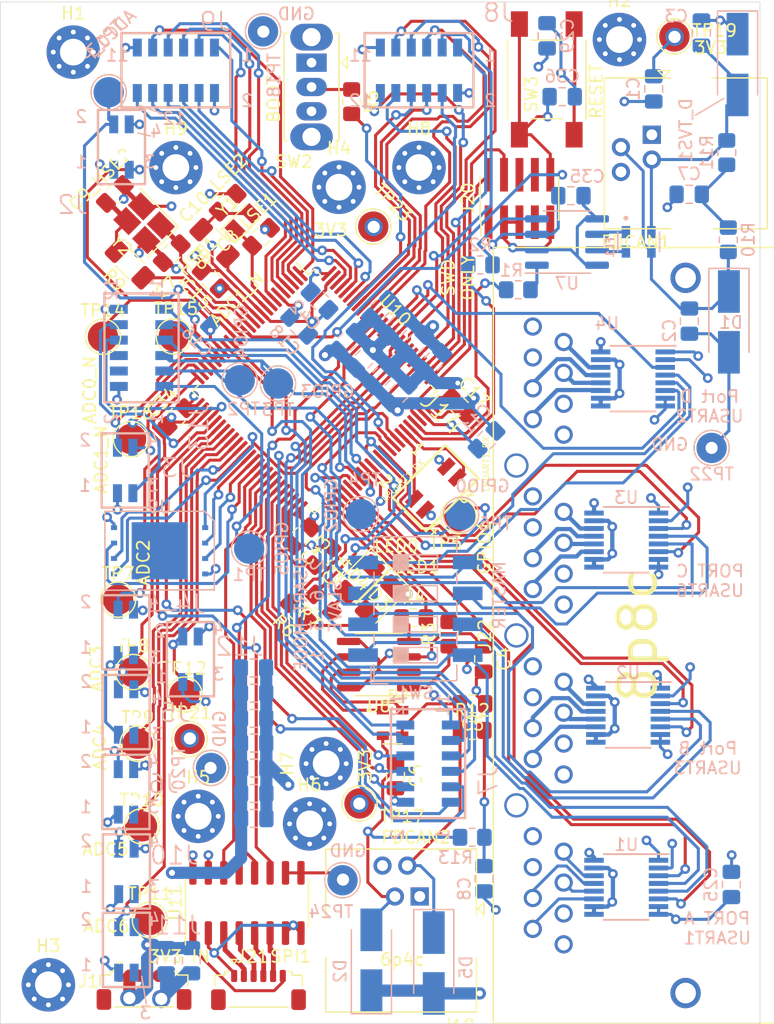
<source format=kicad_pcb>
(kicad_pcb (version 20171130) (host pcbnew "(5.1.7)-1")
  (layers (0 F.Cu signal) (1 In1.Cu power hide) (2 In2.Cu power hide) (31 B.Cu signal) (34 B.Paste user hide) (35 F.Paste user hide) (36 B.SilkS user hide) (37 F.SilkS user hide) (38 B.Mask user hide) (39 F.Mask user hide) (44 Edge.Cuts user))
  (net 0 "")
  (net 1 GND)
  (net 2 "Net-(C2-Pad2)")
  (net 3 "Net-(C3-Pad1)")
  (net 4 "Net-(C5-Pad2)")
  (net 5 "Net-(C6-Pad1)")
  (net 6 +3V3)
  (net 7 "/MCU Core/NRST")
  (net 8 "Net-(C10_LSE2-Pad1)")
  (net 9 "/MCU Core/OSC_HSE_IN")
  (net 10 "/MCU Core/OSC_LSE_IN")
  (net 11 "Net-(C9_HSE2-Pad1)")
  (net 12 "Net-(D3-Pad2)")
  (net 13 "Net-(D4-Pad2)")
  (net 14 "/MCU Core/BOOT0")
  (net 15 /GPIO_AUX_1)
  (net 16 /GPIO_AUX_0)
  (net 17 "/MCU Core/OSC_LSE_OUT")
  (net 18 "/MCU Core/OSC_HSE_OUT")
  (net 19 /GPIO_AUX_5)
  (net 20 /GPIO_AUX_4)
  (net 21 /GPIO_AUX_3)
  (net 22 /GPIO_AUX_2)
  (net 23 /ADC_2)
  (net 24 /ADC_3)
  (net 25 /ADC_4)
  (net 26 /ADC_5)
  (net 27 /ADC_6)
  (net 28 /ADC_7)
  (net 29 /ADC_DIFF_0_P)
  (net 30 /ADC_DIFF_0_N)
  (net 31 /ADC_DIFF_1_P)
  (net 32 /ADC_DIFF_1_N)
  (net 33 "/MCU Core/QSPI2_nCS")
  (net 34 "/MCU Core/QSPI2_IO3")
  (net 35 "/MCU Core/QSPI2_IO1")
  (net 36 "/MCU Core/QSPI2_CLK")
  (net 37 "/MCU Core/QSPI2_IO0")
  (net 38 /SPI4_SCK)
  (net 39 /SPI4_CS1)
  (net 40 /SPI4_CS0)
  (net 41 /SPI4_MISO)
  (net 42 /SPI4_MOSI)
  (net 43 /SPI2_CS0)
  (net 44 /SPI2_MISO)
  (net 45 /SPI2_MOSI)
  (net 46 /DAC1_OUT1)
  (net 47 /DAC1_OUT2)
  (net 48 /SPI2_CS1)
  (net 49 /SPI3_CS1)
  (net 50 /SPI2_CS2)
  (net 51 /I2C2_SCL)
  (net 52 /I2C2_SDA)
  (net 53 /SPI4_CS2)
  (net 54 /LPUART1_TX)
  (net 55 /LPUART1_RX)
  (net 56 /SPI3_CS2)
  (net 57 /SPI3_SCK)
  (net 58 /UART5_TX)
  (net 59 /UART4_RX)
  (net 60 /UART4_TX)
  (net 61 /UART5_RX)
  (net 62 /SPI2_SCK)
  (net 63 /SPI3_CS0)
  (net 64 /SPI3_MISO)
  (net 65 /SPI3_MOSI)
  (net 66 /I2C1_SCL)
  (net 67 /I2C1_SDA)
  (net 68 /I2C4_SCL)
  (net 69 /I2C4_SDA)
  (net 70 /UART8_RX)
  (net 71 /UART8_TX)
  (net 72 "Net-(J21-Pad6)")
  (net 73 "Net-(J21-Pad5)")
  (net 74 "Net-(J21-Pad4)")
  (net 75 "Net-(J21-Pad3)")
  (net 76 "Net-(J21-Pad2)")
  (net 77 "Net-(J21-Pad1)")
  (net 78 /USART1/REM_VCC)
  (net 79 /USART1/REM_GND)
  (net 80 /USART1/REM_RX)
  (net 81 /USART1/LOC_RX)
  (net 82 /USART6/REM_VCC)
  (net 83 /USART6/REM_GND)
  (net 84 /USART6/REM_RX)
  (net 85 /USART6/LOC_RX)
  (net 86 /USART1/RX)
  (net 87 /USART1_CK)
  (net 88 /USART1/TX)
  (net 89 /USART2/REM_VCC)
  (net 90 /USART2/REM_GND)
  (net 91 /USART2/REM_RX)
  (net 92 /USART2/LOC_RX)
  (net 93 /USART2_CK)
  (net 94 /USART3_CK)
  (net 95 /USART6_CK)
  (net 96 "Net-(FL1-Pad2)")
  (net 97 "Net-(FL1-Pad1)")
  (net 98 "Net-(R2-Pad1)")
  (net 99 "Net-(R1-Pad1)")
  (net 100 "Net-(FL2-Pad2)")
  (net 101 "Net-(FL2-Pad1)")
  (net 102 "Net-(R4-Pad1)")
  (net 103 "Net-(R3-Pad1)")
  (net 104 /isolated_SPI/MISO)
  (net 105 "/MCU Core/QSPI2_IO2")
  (net 106 /isolated_SPI/CS)
  (net 107 "/MCU Core/FDCAN2_RX")
  (net 108 "/MCU Core/FDCAN2_TX")
  (net 109 "/MCU Core/FDCAN1_RX")
  (net 110 "/MCU Core/FDCAN1_TX")
  (net 111 /isolated_SPI/SCK)
  (net 112 /isolated_SPI/MOSI)
  (net 113 /USART1/LOC_CLK_TX)
  (net 114 /USART1/REM_CLK_RX)
  (net 115 /USART2/LOC_CLK_TX)
  (net 116 /USART6/LOC_CLK_TX)
  (net 117 /USART2/REM_CLK_RX)
  (net 118 /USART6/REM_CLK_RX)
  (net 119 /USART1/REM_CK)
  (net 120 /USART2/REM_CK)
  (net 121 /USART6/REM_CK)
  (net 122 "Net-(R5-Pad1)")
  (net 123 "/MCU Core/DEBUG_JTMS_SWDIO")
  (net 124 "/MCU Core/DEBUG_JTCK_SWDCLK")
  (net 125 /USART3_RX)
  (net 126 /USART3_TX)
  (net 127 /USART6_TX)
  (net 128 /USART6_RX)
  (net 129 /USART2_RX)
  (net 130 /USART2_TX)
  (net 131 "Net-(C7-Pad1)")
  (net 132 "Net-(C8-Pad1)")
  (net 133 /USART3/REM_VCC)
  (net 134 /USART3/REM_GND)
  (net 135 /USART3/REM_RX)
  (net 136 /USART3/LOC_CLK_TX)
  (net 137 /USART3/REM_CLK_RX)
  (net 138 /USART3/LOC_RX)
  (net 139 /USART3/REM_CK)
  (net 140 "Net-(C11-Pad1)")
  (net 141 "Net-(C14-Pad2)")
  (module MountingHole:MountingHole_2.2mm_M2_Pad_Via (layer F.Cu) (at 129.0066 96.6268)
    (fp_text reference H1 (at 0 -3.2) (layer F.SilkS))
    (fp_text value MountingHole)
    (pad 1 thru_hole circle (at 1.166726 -1.166726) (size 0.7 0.7) (drill 0.4) (layers *.Cu *.Mask))
    (pad 1 thru_hole circle (at 0 -1.65) (size 0.7 0.7) (drill 0.4) (layers *.Cu *.Mask))
    (pad 1 thru_hole circle (at -1.166726 -1.166726) (size 0.7 0.7) (drill 0.4) (layers *.Cu *.Mask))
    (pad 1 thru_hole circle (at -1.65 0) (size 0.7 0.7) (drill 0.4) (layers *.Cu *.Mask))
    (pad 1 thru_hole circle (at -1.166726 1.166726) (size 0.7 0.7) (drill 0.4) (layers *.Cu *.Mask))
    (pad 1 thru_hole circle (at 0 1.65) (size 0.7 0.7) (drill 0.4) (layers *.Cu *.Mask))
    (pad 1 thru_hole circle (at 1.166726 1.166726) (size 0.7 0.7) (drill 0.4) (layers *.Cu *.Mask))
    (pad 1 thru_hole circle (at 1.65 0) (size 0.7 0.7) (drill 0.4) (layers *.Cu *.Mask))
    (pad 1 thru_hole circle (at 0 0) (size 4.4 4.4) (drill 2.2) (layers *.Cu *.Mask))
  )
  (module MountingHole:MountingHole_2.2mm_M2_Pad_Via (layer F.Cu) (at 126.9566 173.3168)
    (fp_text reference H3 (at 0 -3.2) (layer F.SilkS))
    (fp_text value MountingHole)
    (pad 1 thru_hole circle (at 1.166726 -1.166726) (size 0.7 0.7) (drill 0.4) (layers *.Cu *.Mask))
    (pad 1 thru_hole circle (at 0 -1.65) (size 0.7 0.7) (drill 0.4) (layers *.Cu *.Mask))
    (pad 1 thru_hole circle (at -1.166726 -1.166726) (size 0.7 0.7) (drill 0.4) (layers *.Cu *.Mask))
    (pad 1 thru_hole circle (at -1.65 0) (size 0.7 0.7) (drill 0.4) (layers *.Cu *.Mask))
    (pad 1 thru_hole circle (at -1.166726 1.166726) (size 0.7 0.7) (drill 0.4) (layers *.Cu *.Mask))
    (pad 1 thru_hole circle (at 0 1.65) (size 0.7 0.7) (drill 0.4) (layers *.Cu *.Mask))
    (pad 1 thru_hole circle (at 1.166726 1.166726) (size 0.7 0.7) (drill 0.4) (layers *.Cu *.Mask))
    (pad 1 thru_hole circle (at 1.65 0) (size 0.7 0.7) (drill 0.4) (layers *.Cu *.Mask))
    (pad 1 thru_hole circle (at 0 0) (size 4.4 4.4) (drill 2.2) (layers *.Cu *.Mask))
  )
  (module node_pcb:FIL_DLP31SN121ML2L (layer F.Cu) (at 155.269823 151.788652)
    (fp_text reference FL2 (at 0.457 -2.3564) (layer F.SilkS) (effects (font (size 0.64 0.64))))
    (fp_text value EXC-24CE121U)
    (pad 4 smd rect (at -0.8 1.05) (size 1 0.7) (layers F.Cu F.Paste F.Mask) (net 5 "Net-(C6-Pad1)"))
    (pad 3 smd rect (at 0.8 1.05) (size 1 0.7) (layers F.Cu F.Paste F.Mask) (net 4 "Net-(C5-Pad2)"))
    (pad 2 smd rect (at 0.8 -1.05) (size 1 0.7) (layers F.Cu F.Paste F.Mask) (net 100 "Net-(FL2-Pad2)"))
    (pad 1 smd rect (at -0.8 -1.05) (size 1 0.7) (layers F.Cu F.Paste F.Mask) (net 101 "Net-(FL2-Pad1)"))
  )
  (module node_pcb:FIL_DLP31SN121ML2L (layer B.Cu) (at 175.5166 112.2268 270)
    (fp_text reference FL1 (at 0.457 2.3564 90) (layer B.SilkS) (effects (font (size 0.64 0.64)) (justify mirror)))
    (fp_text value EXC-24CE121U)
    (pad 4 smd rect (at -0.8 -1.05 270) (size 1 0.7) (layers B.Cu B.Paste B.Mask) (net 3 "Net-(C3-Pad1)"))
    (pad 3 smd rect (at 0.8 -1.05 270) (size 1 0.7) (layers B.Cu B.Paste B.Mask) (net 2 "Net-(C2-Pad2)"))
    (pad 2 smd rect (at 0.8 1.05 270) (size 1 0.7) (layers B.Cu B.Paste B.Mask) (net 96 "Net-(FL1-Pad2)"))
    (pad 1 smd rect (at -0.8 1.05 270) (size 1 0.7) (layers B.Cu B.Paste B.Mask) (net 97 "Net-(FL1-Pad1)"))
  )
  (module Capacitor_SMD:C_0805_2012Metric_Pad1.18x1.45mm_HandSolder (layer F.Cu) (at 144.4566 111.8068 45)
    (fp_text reference C8_LSE1 (at 0 -1.68 45) (layer F.SilkS))
    (fp_text value "15 pF")
    (pad 2 smd roundrect (at 1.0375 0 45) (size 1.175 1.45) (layers F.Cu F.Paste F.Mask) (roundrect_rratio 0.212766) (net 1 GND))
    (pad 1 smd roundrect (at -1.0375 0 45) (size 1.175 1.45) (layers F.Cu F.Paste F.Mask) (roundrect_rratio 0.212766) (net 10 "/MCU Core/OSC_LSE_IN"))
  )
  (module Capacitor_SMD:C_0805_2012Metric_Pad1.18x1.45mm_HandSolder (layer F.Cu) (at 141.7066 109.0068 45)
    (fp_text reference C10_LSE2 (at 0 -1.68 45) (layer F.SilkS))
    (fp_text value "15 pF")
    (pad 2 smd roundrect (at 1.0375 0 45) (size 1.175 1.45) (layers F.Cu F.Paste F.Mask) (roundrect_rratio 0.212766) (net 1 GND))
    (pad 1 smd roundrect (at -1.0375 0 45) (size 1.175 1.45) (layers F.Cu F.Paste F.Mask) (roundrect_rratio 0.212766) (net 8 "Net-(C10_LSE2-Pad1)"))
  )
  (module Capacitor_SMD:C_0805_2012Metric_Pad1.18x1.45mm_HandSolder (layer F.Cu) (at 132.423169 108.287988 45)
    (fp_text reference C9_HSE2 (at 0 -1.68 45) (layer F.SilkS))
    (fp_text value "10 pF")
    (pad 2 smd roundrect (at 1.0375 0 45) (size 1.175 1.45) (layers F.Cu F.Paste F.Mask) (roundrect_rratio 0.212766) (net 1 GND))
    (pad 1 smd roundrect (at -1.0375 0 45) (size 1.175 1.45) (layers F.Cu F.Paste F.Mask) (roundrect_rratio 0.212766) (net 11 "Net-(C9_HSE2-Pad1)"))
  )
  (module Capacitor_SMD:C_0805_2012Metric_Pad1.18x1.45mm_HandSolder (layer F.Cu) (at 137.1066 113.1568 225)
    (fp_text reference C7_HSE1 (at 0 -1.68 45) (layer F.SilkS))
    (fp_text value "10 pF")
    (pad 2 smd roundrect (at 1.0375 0 225) (size 1.175 1.45) (layers F.Cu F.Paste F.Mask) (roundrect_rratio 0.212766) (net 1 GND))
    (pad 1 smd roundrect (at -1.0375 0 225) (size 1.175 1.45) (layers F.Cu F.Paste F.Mask) (roundrect_rratio 0.212766) (net 9 "/MCU Core/OSC_HSE_IN"))
  )
  (module node_pcb:8p8c_AdamTech_4port_right_angle_MTJG-4-88GX1-FSB (layer F.Cu) (at 165.460001 144.589999 90)
    (fp_text reference J22 (at 0 -2.6 90) (layer F.SilkS))
    (fp_text value Conn_01x32)
    (fp_text user 8p8c (at 0 10 90) (layer F.SilkS) (effects (font (size 3 3) (thickness 0.4))))
    (pad 26 thru_hole circle (at 17.78 1.35 90) (size 1.5 1.5) (drill 1) (layers *.Cu *.Mask) (net 92 /USART2/LOC_RX))
    (pad 18 thru_hole circle (at 3.81 1.35 90) (size 1.5 1.5) (drill 1) (layers *.Cu *.Mask) (net 85 /USART6/LOC_RX))
    (pad 10 thru_hole circle (at -10.16 1.35 90) (size 1.5 1.5) (drill 1) (layers *.Cu *.Mask) (net 138 /USART3/LOC_RX))
    (pad 27 thru_hole circle (at 19.05 3.89 90) (size 1.5 1.5) (drill 1) (layers *.Cu *.Mask) (net 1 GND))
    (pad 19 thru_hole circle (at 5.08 3.89 90) (size 1.5 1.5) (drill 1) (layers *.Cu *.Mask) (net 1 GND))
    (pad 11 thru_hole circle (at -8.89 3.89 90) (size 1.5 1.5) (drill 1) (layers *.Cu *.Mask) (net 1 GND))
    (pad 29 thru_hole circle (at 21.59 3.89 90) (size 1.5 1.5) (drill 1) (layers *.Cu *.Mask) (net 117 /USART2/REM_CLK_RX))
    (pad 21 thru_hole circle (at 7.62 3.89 90) (size 1.5 1.5) (drill 1) (layers *.Cu *.Mask) (net 118 /USART6/REM_CLK_RX))
    (pad 13 thru_hole circle (at -6.35 3.89 90) (size 1.5 1.5) (drill 1) (layers *.Cu *.Mask) (net 137 /USART3/REM_CLK_RX))
    (pad 25 thru_hole circle (at 16.51 3.89 90) (size 1.5 1.5) (drill 1) (layers *.Cu *.Mask) (net 6 +3V3))
    (pad 17 thru_hole circle (at 2.54 3.89 90) (size 1.5 1.5) (drill 1) (layers *.Cu *.Mask) (net 6 +3V3))
    (pad 9 thru_hole circle (at -11.43 3.89 90) (size 1.5 1.5) (drill 1) (layers *.Cu *.Mask) (net 6 +3V3))
    (pad 28 thru_hole circle (at 20.32 1.35 90) (size 1.5 1.5) (drill 1) (layers *.Cu *.Mask) (net 115 /USART2/LOC_CLK_TX))
    (pad 20 thru_hole circle (at 6.35 1.35 90) (size 1.5 1.5) (drill 1) (layers *.Cu *.Mask) (net 116 /USART6/LOC_CLK_TX))
    (pad 12 thru_hole circle (at -7.62 1.35 90) (size 1.5 1.5) (drill 1) (layers *.Cu *.Mask) (net 136 /USART3/LOC_CLK_TX))
    (pad 31 thru_hole circle (at 24.13 3.89 90) (size 1.5 1.5) (drill 1) (layers *.Cu *.Mask) (net 91 /USART2/REM_RX))
    (pad 23 thru_hole circle (at 10.16 3.89 90) (size 1.5 1.5) (drill 1) (layers *.Cu *.Mask) (net 84 /USART6/REM_RX))
    (pad 15 thru_hole circle (at -3.81 3.89 90) (size 1.5 1.5) (drill 1) (layers *.Cu *.Mask) (net 135 /USART3/REM_RX))
    (pad 30 thru_hole circle (at 22.86 1.35 90) (size 1.5 1.5) (drill 1) (layers *.Cu *.Mask) (net 90 /USART2/REM_GND))
    (pad 22 thru_hole circle (at 8.89 1.35 90) (size 1.5 1.5) (drill 1) (layers *.Cu *.Mask) (net 83 /USART6/REM_GND))
    (pad 14 thru_hole circle (at -5.08 1.35 90) (size 1.5 1.5) (drill 1) (layers *.Cu *.Mask) (net 134 /USART3/REM_GND))
    (pad 32 thru_hole circle (at 25.4 1.35 90) (size 1.5 1.5) (drill 1) (layers *.Cu *.Mask) (net 89 /USART2/REM_VCC))
    (pad 24 thru_hole circle (at 11.43 1.35 90) (size 1.5 1.5) (drill 1) (layers *.Cu *.Mask) (net 82 /USART6/REM_VCC))
    (pad 16 thru_hole circle (at -2.54 1.35 90) (size 1.5 1.5) (drill 1) (layers *.Cu *.Mask) (net 133 /USART3/REM_VCC))
    (pad 2 thru_hole circle (at -24.13 1.35 90) (size 1.5 1.5) (drill 1) (layers *.Cu *.Mask) (net 81 /USART1/LOC_RX))
    (pad 3 thru_hole circle (at -22.86 3.89 90) (size 1.5 1.5) (drill 1) (layers *.Cu *.Mask) (net 1 GND))
    (pad 5 thru_hole circle (at -20.32 3.89 90) (size 1.5 1.5) (drill 1) (layers *.Cu *.Mask) (net 114 /USART1/REM_CLK_RX))
    (pad 1 thru_hole circle (at -25.4 3.89 90) (size 1.5 1.5) (drill 1) (layers *.Cu *.Mask) (net 6 +3V3))
    (pad 4 thru_hole circle (at -21.59 1.35 90) (size 1.5 1.5) (drill 1) (layers *.Cu *.Mask) (net 113 /USART1/LOC_CLK_TX))
    (pad 7 thru_hole circle (at -17.78 3.89 90) (size 1.5 1.5) (drill 1) (layers *.Cu *.Mask) (net 80 /USART1/REM_RX))
    (pad 6 thru_hole circle (at -19.05 1.35 90) (size 1.5 1.5) (drill 1) (layers *.Cu *.Mask) (net 79 /USART1/REM_GND))
    (pad 8 thru_hole circle (at -16.51 1.35 90) (size 1.5 1.5) (drill 1) (layers *.Cu *.Mask) (net 78 /USART1/REM_VCC))
    (pad "" thru_hole circle (at -13.97 0 90) (size 2 2) (drill 1.6) (layers *.Cu *.Mask))
    (pad "" thru_hole circle (at 13.97 0 90) (size 2 2) (drill 1.6) (layers *.Cu *.Mask))
    (pad "" thru_hole circle (at 0 0 90) (size 2 2) (drill 1.6) (layers *.Cu *.Mask))
    (pad "" thru_hole circle (at 29.405 13.92 90) (size 2.5 2.5) (drill 1.7) (layers *.Cu *.Mask))
    (pad "" thru_hole circle (at -29.405 13.92 90) (size 2.5 2.5) (drill 1.7) (layers *.Cu *.Mask))
    (pad "" np_thru_hole circle (at -26.67 10.24 90) (size 3.2 3.2) (drill 3.2) (layers *.Cu *.Mask))
    (pad "" np_thru_hole circle (at 26.67 10.24 90) (size 3.2 3.2) (drill 3.2) (layers *.Cu *.Mask))
  )
  (module Package_SO:SOIC-8_3.9x4.9mm_P1.27mm (layer B.Cu) (at 169.6212 112.2426)
    (fp_text reference U7 (at 0 3.4) (layer B.SilkS) (effects (justify mirror)))
    (fp_text value TCAN334G)
    (pad 8 smd roundrect (at 2.475 1.905) (size 1.95 0.6) (layers B.Cu B.Paste B.Mask) (net 1 GND))
    (pad 7 smd roundrect (at 2.475 0.635) (size 1.95 0.6) (layers B.Cu B.Paste B.Mask) (net 96 "Net-(FL1-Pad2)"))
    (pad 6 smd roundrect (at 2.475 -0.635) (size 1.95 0.6) (layers B.Cu B.Paste B.Mask) (net 97 "Net-(FL1-Pad1)"))
    (pad 5 smd roundrect (at 2.475 -1.905) (size 1.95 0.6) (layers B.Cu B.Paste B.Mask) (net 1 GND))
    (pad 4 smd roundrect (at -2.475 -1.905) (size 1.95 0.6) (layers B.Cu B.Paste B.Mask) (net 98 "Net-(R2-Pad1)"))
    (pad 3 smd roundrect (at -2.475 -0.635) (size 1.95 0.6) (layers B.Cu B.Paste B.Mask) (net 6 +3V3))
    (pad 2 smd roundrect (at -2.475 0.635) (size 1.95 0.6) (layers B.Cu B.Paste B.Mask) (net 1 GND))
    (pad 1 smd roundrect (at -2.475 1.905) (size 1.95 0.6) (layers B.Cu B.Paste B.Mask) (net 99 "Net-(R1-Pad1)"))
  )
  (module Resistor_SMD:R_0805_2012Metric_Pad1.20x1.40mm_HandSolder (layer B.Cu) (at 182.8927 112.0554 90)
    (fp_text reference R10 (at 0 1.65 90) (layer B.SilkS) (effects (justify mirror)))
    (fp_text value 60)
    (pad 2 smd roundrect (at 1 0 90) (size 1.2 1.4) (layers B.Cu B.Paste B.Mask) (roundrect_rratio 0.2083325) (net 131 "Net-(C7-Pad1)"))
    (pad 1 smd roundrect (at -1 0 90) (size 1.2 1.4) (layers B.Cu B.Paste B.Mask) (roundrect_rratio 0.2083325) (net 2 "Net-(C2-Pad2)"))
  )
  (module Resistor_SMD:R_0805_2012Metric_Pad1.20x1.40mm_HandSolder (layer B.Cu) (at 162.4965 114.1222 180)
    (fp_text reference R2 (at 0 1.65) (layer B.SilkS) (effects (justify mirror)))
    (fp_text value 0)
    (pad 2 smd roundrect (at 1 0 180) (size 1.2 1.4) (layers B.Cu B.Paste B.Mask) (roundrect_rratio 0.2083325) (net 109 "/MCU Core/FDCAN1_RX"))
    (pad 1 smd roundrect (at -1 0 180) (size 1.2 1.4) (layers B.Cu B.Paste B.Mask) (roundrect_rratio 0.2083325) (net 98 "Net-(R2-Pad1)"))
  )
  (module Resistor_SMD:R_0805_2012Metric_Pad1.20x1.40mm_HandSolder (layer B.Cu) (at 165.6174 116.1669 180)
    (fp_text reference R1 (at 0.5682 1.6002) (layer B.SilkS) (effects (justify mirror)))
    (fp_text value 0)
    (pad 1 smd roundrect (at -1 0 180) (size 1.2 1.4) (layers B.Cu B.Paste B.Mask) (roundrect_rratio 0.2083325) (net 99 "Net-(R1-Pad1)"))
    (pad 2 smd roundrect (at 1 0 180) (size 1.2 1.4) (layers B.Cu B.Paste B.Mask) (roundrect_rratio 0.2083325) (net 110 "/MCU Core/FDCAN1_TX"))
  )
  (module Diode_SMD:D_SMA_Handsoldering (layer B.Cu) (at 182.9435 118.8085 270)
    (fp_text reference D1 (at 0.0508 -0.1651 180) (layer B.SilkS) (effects (justify mirror)))
    (fp_text value SMAJ8.0CA)
    (pad 2 smd rect (at 2.5 0 270) (size 3.5 1.8) (layers B.Cu B.Paste B.Mask) (net 1 GND))
    (pad 1 smd rect (at -2.5 0 270) (size 3.5 1.8) (layers B.Cu B.Paste B.Mask) (net 2 "Net-(C2-Pad2)"))
  )
  (module Capacitor_SMD:C_0805_2012Metric_Pad1.18x1.45mm_HandSolder (layer B.Cu) (at 169.9426 108.4326)
    (fp_text reference C35 (at 1.3423 -1.5875) (layer B.SilkS) (effects (justify mirror)))
    (fp_text value "100 nF")
    (pad 2 smd roundrect (at 1.0375 0) (size 1.175 1.45) (layers B.Cu B.Paste B.Mask) (roundrect_rratio 0.2127659574468085) (net 1 GND))
    (pad 1 smd roundrect (at -1.0375 0) (size 1.175 1.45) (layers B.Cu B.Paste B.Mask) (roundrect_rratio 0.2127659574468085) (net 6 +3V3))
  )
  (module Capacitor_SMD:C_0805_2012Metric_Pad1.18x1.45mm_HandSolder (layer B.Cu) (at 179.6757 108.3183 180)
    (fp_text reference C7 (at 0 1.68) (layer B.SilkS) (effects (justify mirror)))
    (fp_text value "4700 pF")
    (pad 2 smd roundrect (at 1.0375 0 180) (size 1.175 1.45) (layers B.Cu B.Paste B.Mask) (roundrect_rratio 0.2127659574468085) (net 1 GND))
    (pad 1 smd roundrect (at -1.0375 0 180) (size 1.175 1.45) (layers B.Cu B.Paste B.Mask) (roundrect_rratio 0.2127659574468085) (net 131 "Net-(C7-Pad1)"))
  )
  (module Capacitor_SMD:C_0805_2012Metric_Pad1.18x1.45mm_HandSolder (layer B.Cu) (at 180.6829 95.0556 90)
    (fp_text reference C3 (at 1.3804 -2.0701 180) (layer B.SilkS) (effects (justify mirror)))
    (fp_text value 50pF)
    (pad 2 smd roundrect (at 1.0375 0 90) (size 1.175 1.45) (layers B.Cu B.Paste B.Mask) (roundrect_rratio 0.2127659574468085) (net 1 GND))
    (pad 1 smd roundrect (at -1.0375 0 90) (size 1.175 1.45) (layers B.Cu B.Paste B.Mask) (roundrect_rratio 0.2127659574468085) (net 3 "Net-(C3-Pad1)"))
  )
  (module Capacitor_SMD:C_0805_2012Metric_Pad1.18x1.45mm_HandSolder (layer B.Cu) (at 179.6923 118.745 90)
    (fp_text reference C2 (at -0.7874 -1.651 90) (layer B.SilkS) (effects (justify mirror)))
    (fp_text value 50pF)
    (pad 2 smd roundrect (at 1.0375 0 90) (size 1.175 1.45) (layers B.Cu B.Paste B.Mask) (roundrect_rratio 0.2127659574468085) (net 2 "Net-(C2-Pad2)"))
    (pad 1 smd roundrect (at -1.0375 0 90) (size 1.175 1.45) (layers B.Cu B.Paste B.Mask) (roundrect_rratio 0.2127659574468085) (net 1 GND))
  )
  (module Capacitor_SMD:C_0805_2012Metric_Pad1.18x1.45mm_HandSolder (layer B.Cu) (at 176.7586 99.6481 270)
    (fp_text reference C1 (at 0 1.68 90) (layer B.SilkS) (effects (justify mirror)))
    (fp_text value 0.1uF)
    (pad 2 smd roundrect (at 1.0375 0 270) (size 1.175 1.45) (layers B.Cu B.Paste B.Mask) (roundrect_rratio 0.2127659574468085) (net 1 GND))
    (pad 1 smd roundrect (at -1.0375 0 270) (size 1.175 1.45) (layers B.Cu B.Paste B.Mask) (roundrect_rratio 0.2127659574468085) (net 6 +3V3))
  )
  (module Resistor_SMD:R_0805_2012Metric_Pad1.20x1.40mm_HandSolder (layer F.Cu) (at 149.563807 141.918407 135)
    (fp_text reference R7 (at 0 -1.65 135) (layer F.SilkS))
    (fp_text value 768)
    (pad 1 smd roundrect (at -1 0 135) (size 1.2 1.4) (layers F.Cu F.Paste F.Mask) (roundrect_rratio 0.2083325) (net 13 "Net-(D4-Pad2)"))
    (pad 2 smd roundrect (at 1 0 135) (size 1.2 1.4) (layers F.Cu F.Paste F.Mask) (roundrect_rratio 0.2083325) (net 16 /GPIO_AUX_0))
  )
  (module Resistor_SMD:R_0805_2012Metric_Pad1.20x1.40mm_HandSolder (layer F.Cu) (at 147.501893 142.637793 135)
    (fp_text reference R6 (at 0 -1.65 135) (layer F.SilkS))
    (fp_text value 768)
    (pad 1 smd roundrect (at -1 0 135) (size 1.2 1.4) (layers F.Cu F.Paste F.Mask) (roundrect_rratio 0.2083325) (net 12 "Net-(D3-Pad2)"))
    (pad 2 smd roundrect (at 1 0 135) (size 1.2 1.4) (layers F.Cu F.Paste F.Mask) (roundrect_rratio 0.2083325) (net 15 /GPIO_AUX_1))
  )
  (module LED_SMD:LED_1206_3216Metric_Pad1.42x1.75mm_HandSolder (layer F.Cu) (at 152.5651 139.9794 225)
    (fp_text reference D4 (at 0.062862 0.044901 135) (layer F.SilkS))
    (fp_text value LED)
    (pad 1 smd roundrect (at -1.4875 0 225) (size 1.425 1.75) (layers F.Cu F.Paste F.Mask) (roundrect_rratio 0.1754385964912281) (net 1 GND))
    (pad 2 smd roundrect (at 1.4875 0 225) (size 1.425 1.75) (layers F.Cu F.Paste F.Mask) (roundrect_rratio 0.1754385964912281) (net 13 "Net-(D4-Pad2)"))
  )
  (module LED_SMD:LED_1206_3216Metric_Pad1.42x1.75mm_HandSolder (layer F.Cu) (at 154.226521 141.632679 225)
    (fp_text reference D3 (at 0.023718 0.00898 135) (layer F.SilkS))
    (fp_text value LED)
    (pad 1 smd roundrect (at -1.4875 0 225) (size 1.425 1.75) (layers F.Cu F.Paste F.Mask) (roundrect_rratio 0.1754385964912281) (net 1 GND))
    (pad 2 smd roundrect (at 1.4875 0 225) (size 1.425 1.75) (layers F.Cu F.Paste F.Mask) (roundrect_rratio 0.1754385964912281) (net 12 "Net-(D3-Pad2)"))
  )
  (module Package_SO:SOIC-8_3.9x4.9mm_P1.27mm (layer F.Cu) (at 154.1399 146.9898 180)
    (fp_text reference U8 (at 0 -3.4) (layer F.SilkS))
    (fp_text value TCAN334G)
    (pad 8 smd roundrect (at 2.475 -1.905 180) (size 1.95 0.6) (layers F.Cu F.Paste F.Mask) (net 1 GND))
    (pad 7 smd roundrect (at 2.475 -0.635 180) (size 1.95 0.6) (layers F.Cu F.Paste F.Mask) (net 100 "Net-(FL2-Pad2)"))
    (pad 6 smd roundrect (at 2.475 0.635 180) (size 1.95 0.6) (layers F.Cu F.Paste F.Mask) (net 101 "Net-(FL2-Pad1)"))
    (pad 5 smd roundrect (at 2.475 1.905 180) (size 1.95 0.6) (layers F.Cu F.Paste F.Mask) (net 1 GND))
    (pad 4 smd roundrect (at -2.475 1.905 180) (size 1.95 0.6) (layers F.Cu F.Paste F.Mask) (net 102 "Net-(R4-Pad1)"))
    (pad 3 smd roundrect (at -2.475 0.635 180) (size 1.95 0.6) (layers F.Cu F.Paste F.Mask) (net 6 +3V3))
    (pad 2 smd roundrect (at -2.475 -0.635 180) (size 1.95 0.6) (layers F.Cu F.Paste F.Mask) (net 1 GND))
    (pad 1 smd roundrect (at -2.475 -1.905 180) (size 1.95 0.6) (layers F.Cu F.Paste F.Mask) (net 103 "Net-(R3-Pad1)"))
  )
  (module Resistor_SMD:R_0805_2012Metric_Pad1.20x1.40mm_HandSolder (layer B.Cu) (at 161.8234 161.1884)
    (fp_text reference R13 (at -1.3716 1.6637) (layer B.SilkS) (effects (justify mirror)))
    (fp_text value 60)
    (pad 2 smd roundrect (at 1 0) (size 1.2 1.4) (layers B.Cu B.Paste B.Mask) (roundrect_rratio 0.2083325) (net 132 "Net-(C8-Pad1)"))
    (pad 1 smd roundrect (at -1 0) (size 1.2 1.4) (layers B.Cu B.Paste B.Mask) (roundrect_rratio 0.2083325) (net 5 "Net-(C6-Pad1)"))
  )
  (module Resistor_SMD:R_0805_2012Metric_Pad1.20x1.40mm_HandSolder (layer F.Cu) (at 161.8234 152.4)
    (fp_text reference R12 (at 0 -1.65) (layer F.SilkS))
    (fp_text value 60)
    (pad 2 smd roundrect (at 1 0) (size 1.2 1.4) (layers F.Cu F.Paste F.Mask) (roundrect_rratio 0.2083325) (net 132 "Net-(C8-Pad1)"))
    (pad 1 smd roundrect (at -1 0) (size 1.2 1.4) (layers F.Cu F.Paste F.Mask) (roundrect_rratio 0.2083325) (net 4 "Net-(C5-Pad2)"))
  )
  (module Resistor_SMD:R_0805_2012Metric_Pad1.20x1.40mm_HandSolder (layer F.Cu) (at 157.0101 143.129)
    (fp_text reference R4 (at 0 -1.65 180) (layer F.SilkS))
    (fp_text value 0)
    (pad 2 smd roundrect (at 1 0) (size 1.2 1.4) (layers F.Cu F.Paste F.Mask) (roundrect_rratio 0.2083325) (net 107 "/MCU Core/FDCAN2_RX"))
    (pad 1 smd roundrect (at -1 0) (size 1.2 1.4) (layers F.Cu F.Paste F.Mask) (roundrect_rratio 0.2083325) (net 102 "Net-(R4-Pad1)"))
  )
  (module Resistor_SMD:R_0805_2012Metric_Pad1.20x1.40mm_HandSolder (layer F.Cu) (at 159.9057 144.4752 90)
    (fp_text reference R3 (at 0 -1.65 90) (layer F.SilkS))
    (fp_text value 0)
    (pad 2 smd roundrect (at 1 0 90) (size 1.2 1.4) (layers F.Cu F.Paste F.Mask) (roundrect_rratio 0.2083325) (net 108 "/MCU Core/FDCAN2_TX"))
    (pad 1 smd roundrect (at -1 0 90) (size 1.2 1.4) (layers F.Cu F.Paste F.Mask) (roundrect_rratio 0.2083325) (net 103 "Net-(R3-Pad1)"))
  )
  (module Diode_SMD:D_SMA_Handsoldering (layer B.Cu) (at 158.6611 171.5262 270)
    (fp_text reference D5 (at 0.3556 -2.6543 270) (layer B.SilkS) (effects (justify mirror)))
    (fp_text value SMAJ8.0CA)
    (pad 2 smd rect (at 2.5 0 270) (size 3.5 1.8) (layers B.Cu B.Paste B.Mask) (net 1 GND))
    (pad 1 smd rect (at -2.5 0 270) (size 3.5 1.8) (layers B.Cu B.Paste B.Mask) (net 4 "Net-(C5-Pad2)"))
  )
  (module Diode_SMD:D_SMA_Handsoldering (layer B.Cu) (at 153.5303 171.2957 90)
    (fp_text reference D2 (at -0.8909 -2.5781 90) (layer B.SilkS) (effects (justify mirror)))
    (fp_text value SMAJ8.0CA)
    (pad 2 smd rect (at 2.5 0 90) (size 3.5 1.8) (layers B.Cu B.Paste B.Mask) (net 5 "Net-(C6-Pad1)"))
    (pad 1 smd rect (at -2.5 0 90) (size 3.5 1.8) (layers B.Cu B.Paste B.Mask) (net 1 GND))
  )
  (module Capacitor_SMD:C_0805_2012Metric_Pad1.18x1.45mm_HandSolder (layer B.Cu) (at 162.8013 164.5959 270)
    (fp_text reference C8 (at 0.8343 1.6256 90) (layer B.SilkS) (effects (justify mirror)))
    (fp_text value "4700 pF")
    (pad 2 smd roundrect (at 1.0375 0 270) (size 1.175 1.45) (layers B.Cu B.Paste B.Mask) (roundrect_rratio 0.2127659574468085) (net 1 GND))
    (pad 1 smd roundrect (at -1.0375 0 270) (size 1.175 1.45) (layers B.Cu B.Paste B.Mask) (roundrect_rratio 0.2127659574468085) (net 132 "Net-(C8-Pad1)"))
  )
  (module Capacitor_SMD:C_0805_2012Metric_Pad1.18x1.45mm_HandSolder (layer F.Cu) (at 155.5115 156.1211 270)
    (fp_text reference C6 (at 0 -1.68 90) (layer F.SilkS))
    (fp_text value 50pF)
    (pad 2 smd roundrect (at 1.0375 0 270) (size 1.175 1.45) (layers F.Cu F.Paste F.Mask) (roundrect_rratio 0.2127659574468085) (net 1 GND))
    (pad 1 smd roundrect (at -1.0375 0 270) (size 1.175 1.45) (layers F.Cu F.Paste F.Mask) (roundrect_rratio 0.2127659574468085) (net 5 "Net-(C6-Pad1)"))
  )
  (module Capacitor_SMD:C_0805_2012Metric_Pad1.18x1.45mm_HandSolder (layer F.Cu) (at 161.8527 150.2156 180)
    (fp_text reference C5 (at 0 -1.68 180) (layer F.SilkS))
    (fp_text value 50pF)
    (pad 2 smd roundrect (at 1.0375 0 180) (size 1.175 1.45) (layers F.Cu F.Paste F.Mask) (roundrect_rratio 0.2127659574468085) (net 4 "Net-(C5-Pad2)"))
    (pad 1 smd roundrect (at -1.0375 0 180) (size 1.175 1.45) (layers F.Cu F.Paste F.Mask) (roundrect_rratio 0.2127659574468085) (net 1 GND))
  )
  (module Capacitor_SMD:C_0805_2012Metric_Pad1.18x1.45mm_HandSolder (layer F.Cu) (at 162.7632 146.5287 270)
    (fp_text reference C4 (at 0 -1.68 90) (layer F.SilkS))
    (fp_text value 0.1uF)
    (pad 2 smd roundrect (at 1.0375 0 270) (size 1.175 1.45) (layers F.Cu F.Paste F.Mask) (roundrect_rratio 0.2127659574468085) (net 1 GND))
    (pad 1 smd roundrect (at -1.0375 0 270) (size 1.175 1.45) (layers F.Cu F.Paste F.Mask) (roundrect_rratio 0.2127659574468085) (net 6 +3V3))
  )
  (module Resistor_SMD:R_0805_2012Metric_Pad1.20x1.40mm_HandSolder (layer B.Cu) (at 182.7657 104.8893 270)
    (fp_text reference R11 (at 0 1.65 90) (layer B.SilkS) (effects (justify mirror)))
    (fp_text value 60)
    (pad 2 smd roundrect (at 1 0 270) (size 1.2 1.4) (layers B.Cu B.Paste B.Mask) (roundrect_rratio 0.2083325) (net 131 "Net-(C7-Pad1)"))
    (pad 1 smd roundrect (at -1 0 270) (size 1.2 1.4) (layers B.Cu B.Paste B.Mask) (roundrect_rratio 0.2083325) (net 3 "Net-(C3-Pad1)"))
  )
  (module Diode_SMD:D_SMA_Handsoldering (layer B.Cu) (at 183.6547 97.6484 270)
    (fp_text reference D_TVS1 (at 5.3994 4.2545 270) (layer B.SilkS) (effects (justify mirror)))
    (fp_text value SMAJ8.0CA)
    (pad 2 smd rect (at 2.5 0 270) (size 3.5 1.8) (layers B.Cu B.Paste B.Mask) (net 3 "Net-(C3-Pad1)"))
    (pad 1 smd rect (at -2.5 0 270) (size 3.5 1.8) (layers B.Cu B.Paste B.Mask) (net 1 GND))
  )
  (module Button_Switch_SMD:SW_DIP_SPSTx04_Slide_6.7x11.72mm_W8.61mm_P2.54mm_LowProfile (layer B.Cu) (at 157.15 142.4)
    (fp_text reference SW1 (at 0 6.92) (layer B.SilkS) (effects (justify mirror)))
    (fp_text value SW_DIP_x04)
    (pad 8 smd rect (at 4.305 3.81) (size 2.44 1.12) (layers B.Cu B.Paste B.Mask) (net 87 /USART1_CK))
    (pad 4 smd rect (at -4.305 -3.81) (size 2.44 1.12) (layers B.Cu B.Paste B.Mask) (net 120 /USART2/REM_CK))
    (pad 7 smd rect (at 4.305 1.27) (size 2.44 1.12) (layers B.Cu B.Paste B.Mask) (net 94 /USART3_CK))
    (pad 3 smd rect (at -4.305 -1.27) (size 2.44 1.12) (layers B.Cu B.Paste B.Mask) (net 121 /USART6/REM_CK))
    (pad 6 smd rect (at 4.305 -1.27) (size 2.44 1.12) (layers B.Cu B.Paste B.Mask) (net 95 /USART6_CK))
    (pad 2 smd rect (at -4.305 1.27) (size 2.44 1.12) (layers B.Cu B.Paste B.Mask) (net 139 /USART3/REM_CK))
    (pad 5 smd rect (at 4.305 -3.81) (size 2.44 1.12) (layers B.Cu B.Paste B.Mask) (net 93 /USART2_CK))
    (pad 1 smd rect (at -4.305 3.81) (size 2.44 1.12) (layers B.Cu B.Paste B.Mask) (net 119 /USART1/REM_CK))
  )
  (module node_pcb:SAMTEC-CLP-102-02-X-D-BE (layer B.Cu) (at 133.3246 144.3355)
    (fp_text reference J4 (at 5.334 -2.3368) (layer B.SilkS) (effects (font (size 1.5 1.5)) (justify mirror)))
    (fp_text value CLP-102-02-L-D-BE)
    (fp_text user 3 (at 2.4511 2.0955) (layer B.SilkS) (effects (justify mirror)))
    (fp_text user 4 (at 2.277 -2.502) (layer B.SilkS) (effects (justify mirror)))
    (fp_text user 1 (at -3.306 1.232) (layer B.SilkS) (effects (justify mirror)))
    (fp_text user 2 (at -3.306 -2.502) (layer B.SilkS) (effects (justify mirror)))
    (pad None np_thru_hole circle (at -0.635 -0.635) (size 0.74 0.74) (drill 0.74) (layers *.Cu *.Mask))
    (pad None np_thru_hole circle (at -0.635 0.635) (size 0.74 0.74) (drill 0.74) (layers *.Cu *.Mask))
    (pad None np_thru_hole circle (at 0.635 -0.635) (size 0.74 0.74) (drill 0.74) (layers *.Cu *.Mask))
    (pad None np_thru_hole circle (at 0.635 0.635) (size 0.74 0.74) (drill 0.74) (layers *.Cu *.Mask))
    (pad 4 smd rect (at 0.635 -1.867) (size 0.74 1.47) (layers B.Cu B.Paste) (net 1 GND))
    (pad 3 smd rect (at 0.635 1.867) (size 0.74 1.47) (layers B.Cu B.Paste))
    (pad 2 smd rect (at -0.635 -1.867) (size 0.74 1.47) (layers B.Cu B.Paste) (net 23 /ADC_2))
    (pad 1 smd rect (at -0.635 1.867) (size 0.74 1.47) (layers B.Cu B.Paste) (net 6 +3V3))
  )
  (module node_pcb:SAMTEC-CLP-106-02-X-D-BE (layer B.Cu) (at 134.62 120.9421 90)
    (fp_text reference J13 (at -6.5445 4.7405 -90) (layer B.SilkS) (effects (font (size 1.5 1.5)) (justify mirror)))
    (fp_text value CLP-106-02-F-D-BE-A-K-TR)
    (fp_text user 11 (at 4.817 1.232 -90) (layer B.SilkS) (effects (justify mirror)))
    (fp_text user 12 (at 4.817 -2.502 -90) (layer B.SilkS) (effects (justify mirror)))
    (fp_text user 1 (at -5.846 1.232 -90) (layer B.SilkS) (effects (justify mirror)))
    (fp_text user 2 (at -5.846 -2.502 -90) (layer B.SilkS) (effects (justify mirror)))
    (pad None np_thru_hole circle (at -3.175 -0.635 90) (size 0.74 0.74) (drill 0.74) (layers *.Cu *.Mask))
    (pad None np_thru_hole circle (at -3.175 0.635 90) (size 0.74 0.74) (drill 0.74) (layers *.Cu *.Mask))
    (pad None np_thru_hole circle (at 0.635 -0.635 90) (size 0.74 0.74) (drill 0.74) (layers *.Cu *.Mask))
    (pad None np_thru_hole circle (at -0.635 -0.635 90) (size 0.74 0.74) (drill 0.74) (layers *.Cu *.Mask))
    (pad None np_thru_hole circle (at -1.905 -0.635 90) (size 0.74 0.74) (drill 0.74) (layers *.Cu *.Mask))
    (pad None np_thru_hole circle (at 0.635 0.635 90) (size 0.74 0.74) (drill 0.74) (layers *.Cu *.Mask))
    (pad None np_thru_hole circle (at -0.635 0.635 90) (size 0.74 0.74) (drill 0.74) (layers *.Cu *.Mask))
    (pad None np_thru_hole circle (at -1.905 0.635 90) (size 0.74 0.74) (drill 0.74) (layers *.Cu *.Mask))
    (pad None np_thru_hole circle (at 3.175 -0.635 90) (size 0.74 0.74) (drill 0.74) (layers *.Cu *.Mask))
    (pad None np_thru_hole circle (at 1.905 -0.635 90) (size 0.74 0.74) (drill 0.74) (layers *.Cu *.Mask))
    (pad None np_thru_hole circle (at 3.175 0.635 90) (size 0.74 0.74) (drill 0.74) (layers *.Cu *.Mask))
    (pad None np_thru_hole circle (at 1.905 0.635 90) (size 0.74 0.74) (drill 0.74) (layers *.Cu *.Mask))
    (pad 12 smd rect (at 3.175 -1.867 90) (size 0.74 1.47) (layers B.Cu B.Paste) (net 6 +3V3))
    (pad 11 smd rect (at 3.175 1.867 90) (size 0.74 1.47) (layers B.Cu B.Paste) (net 16 /GPIO_AUX_0))
    (pad 10 smd rect (at 1.905 -1.867 90) (size 0.74 1.47) (layers B.Cu B.Paste) (net 46 /DAC1_OUT1))
    (pad 9 smd rect (at 1.905 1.867 90) (size 0.74 1.47) (layers B.Cu B.Paste) (net 15 /GPIO_AUX_1))
    (pad 8 smd rect (at 0.635 -1.867 90) (size 0.74 1.47) (layers B.Cu B.Paste) (net 47 /DAC1_OUT2))
    (pad 7 smd rect (at 0.635 1.867 90) (size 0.74 1.47) (layers B.Cu B.Paste) (net 22 /GPIO_AUX_2))
    (pad 6 smd rect (at -0.635 -1.867 90) (size 0.74 1.47) (layers B.Cu B.Paste))
    (pad 5 smd rect (at -0.635 1.867 90) (size 0.74 1.47) (layers B.Cu B.Paste) (net 21 /GPIO_AUX_3))
    (pad 4 smd rect (at -1.905 -1.867 90) (size 0.74 1.47) (layers B.Cu B.Paste))
    (pad 3 smd rect (at -1.905 1.867 90) (size 0.74 1.47) (layers B.Cu B.Paste) (net 20 /GPIO_AUX_4))
    (pad 2 smd rect (at -3.175 -1.867 90) (size 0.74 1.47) (layers B.Cu B.Paste) (net 1 GND))
    (pad 1 smd rect (at -3.175 1.867 90) (size 0.74 1.47) (layers B.Cu B.Paste) (net 19 /GPIO_AUX_5))
  )
  (module node_pcb:SAMTEC-CLP-106-02-X-D-BE (layer B.Cu) (at 137.445 98.117 180)
    (fp_text reference J9 (at -3.2202 3.9973) (layer B.SilkS) (effects (font (size 1.5 1.5)) (justify mirror)))
    (fp_text value CLP-106-02-F-D-BE-A-K-TR)
    (fp_text user 11 (at 4.817 1.232) (layer B.SilkS) (effects (justify mirror)))
    (fp_text user 12 (at 0.1453 -3.9656) (layer B.SilkS) (effects (justify mirror)))
    (fp_text user 1 (at -5.846 1.232) (layer B.SilkS) (effects (justify mirror)))
    (fp_text user 2 (at -5.846 -2.502) (layer B.SilkS) (effects (justify mirror)))
    (pad None np_thru_hole circle (at -3.175 -0.635 180) (size 0.74 0.74) (drill 0.74) (layers *.Cu *.Mask))
    (pad None np_thru_hole circle (at -3.175 0.635 180) (size 0.74 0.74) (drill 0.74) (layers *.Cu *.Mask))
    (pad None np_thru_hole circle (at 0.635 -0.635 180) (size 0.74 0.74) (drill 0.74) (layers *.Cu *.Mask))
    (pad None np_thru_hole circle (at -0.635 -0.635 180) (size 0.74 0.74) (drill 0.74) (layers *.Cu *.Mask))
    (pad None np_thru_hole circle (at -1.905 -0.635 180) (size 0.74 0.74) (drill 0.74) (layers *.Cu *.Mask))
    (pad None np_thru_hole circle (at 0.635 0.635 180) (size 0.74 0.74) (drill 0.74) (layers *.Cu *.Mask))
    (pad None np_thru_hole circle (at -0.635 0.635 180) (size 0.74 0.74) (drill 0.74) (layers *.Cu *.Mask))
    (pad None np_thru_hole circle (at -1.905 0.635 180) (size 0.74 0.74) (drill 0.74) (layers *.Cu *.Mask))
    (pad None np_thru_hole circle (at 3.175 -0.635 180) (size 0.74 0.74) (drill 0.74) (layers *.Cu *.Mask))
    (pad None np_thru_hole circle (at 1.905 -0.635 180) (size 0.74 0.74) (drill 0.74) (layers *.Cu *.Mask))
    (pad None np_thru_hole circle (at 3.175 0.635 180) (size 0.74 0.74) (drill 0.74) (layers *.Cu *.Mask))
    (pad None np_thru_hole circle (at 1.905 0.635 180) (size 0.74 0.74) (drill 0.74) (layers *.Cu *.Mask))
    (pad 12 smd rect (at 3.175 -1.867 180) (size 0.74 1.47) (layers B.Cu B.Paste) (net 71 /UART8_TX))
    (pad 11 smd rect (at 3.175 1.867 180) (size 0.74 1.47) (layers B.Cu B.Paste) (net 6 +3V3))
    (pad 10 smd rect (at 1.905 -1.867 180) (size 0.74 1.47) (layers B.Cu B.Paste) (net 70 /UART8_RX))
    (pad 9 smd rect (at 1.905 1.867 180) (size 0.74 1.47) (layers B.Cu B.Paste) (net 38 /SPI4_SCK))
    (pad 8 smd rect (at 0.635 -1.867 180) (size 0.74 1.47) (layers B.Cu B.Paste) (net 69 /I2C4_SDA))
    (pad 7 smd rect (at 0.635 1.867 180) (size 0.74 1.47) (layers B.Cu B.Paste) (net 41 /SPI4_MISO))
    (pad 6 smd rect (at -0.635 -1.867 180) (size 0.74 1.47) (layers B.Cu B.Paste) (net 68 /I2C4_SCL))
    (pad 5 smd rect (at -0.635 1.867 180) (size 0.74 1.47) (layers B.Cu B.Paste) (net 42 /SPI4_MOSI))
    (pad 4 smd rect (at -1.905 -1.867 180) (size 0.74 1.47) (layers B.Cu B.Paste) (net 53 /SPI4_CS2))
    (pad 3 smd rect (at -1.905 1.867 180) (size 0.74 1.47) (layers B.Cu B.Paste) (net 40 /SPI4_CS0))
    (pad 2 smd rect (at -3.175 -1.867 180) (size 0.74 1.47) (layers B.Cu B.Paste) (net 1 GND))
    (pad 1 smd rect (at -3.175 1.867 180) (size 0.74 1.47) (layers B.Cu B.Paste) (net 39 /SPI4_CS1))
  )
  (module Capacitor_SMD:C_0805_2012Metric_Pad1.18x1.45mm_HandSolder (layer B.Cu) (at 169.2275 100.2919 180)
    (fp_text reference C36 (at 0 1.68) (layer B.SilkS) (effects (justify mirror)))
    (fp_text value "100 nF")
    (pad 2 smd roundrect (at 1.0375 0 180) (size 1.175 1.45) (layers B.Cu B.Paste B.Mask) (roundrect_rratio 0.2127659574468085) (net 7 "/MCU Core/NRST"))
    (pad 1 smd roundrect (at -1.0375 0 180) (size 1.175 1.45) (layers B.Cu B.Paste B.Mask) (roundrect_rratio 0.2127659574468085) (net 1 GND))
  )
  (module Capacitor_SMD:C_0805_2012Metric_Pad1.18x1.45mm_HandSolder (layer B.Cu) (at 167.9829 95.2842 90)
    (fp_text reference C29 (at 0 1.68 90) (layer B.SilkS) (effects (justify mirror)))
    (fp_text value "100 nF")
    (pad 2 smd roundrect (at 1.0375 0 90) (size 1.175 1.45) (layers B.Cu B.Paste B.Mask) (roundrect_rratio 0.2127659574468085) (net 1 GND))
    (pad 1 smd roundrect (at -1.0375 0 90) (size 1.175 1.45) (layers B.Cu B.Paste B.Mask) (roundrect_rratio 0.2127659574468085) (net 6 +3V3))
  )
  (module Package_QFP:LQFP-100_14x14mm_P0.5mm (layer F.Cu) (at 148.85329 124.505977 315)
    (fp_text reference U10 (at 0 -9.42 135) (layer F.SilkS))
    (fp_text value STM32H750VBTx)
    (pad 1 smd roundrect (at -7.675 -6 315) (size 1.6 0.3) (layers F.Cu F.Paste F.Mask) (net 38 /SPI4_SCK))
    (pad 2 smd roundrect (at -7.675 -5.5 315) (size 1.6 0.3) (layers F.Cu F.Paste F.Mask) (net 53 /SPI4_CS2))
    (pad 3 smd roundrect (at -7.675 -5 315) (size 1.6 0.3) (layers F.Cu F.Paste F.Mask) (net 39 /SPI4_CS1))
    (pad 4 smd roundrect (at -7.675 -4.5 315) (size 1.6 0.3) (layers F.Cu F.Paste F.Mask) (net 41 /SPI4_MISO))
    (pad 5 smd roundrect (at -7.675 -4 315) (size 1.6 0.3) (layers F.Cu F.Paste F.Mask) (net 42 /SPI4_MOSI))
    (pad 6 smd roundrect (at -7.675 -3.5 315) (size 1.6 0.3) (layers F.Cu F.Paste F.Mask) (net 6 +3V3))
    (pad 7 smd roundrect (at -7.675 -3 315) (size 1.6 0.3) (layers F.Cu F.Paste F.Mask) (net 40 /SPI4_CS0))
    (pad 8 smd roundrect (at -7.675 -2.5 315) (size 1.6 0.3) (layers F.Cu F.Paste F.Mask) (net 10 "/MCU Core/OSC_LSE_IN"))
    (pad 9 smd roundrect (at -7.675 -2 315) (size 1.6 0.3) (layers F.Cu F.Paste F.Mask) (net 17 "/MCU Core/OSC_LSE_OUT"))
    (pad 10 smd roundrect (at -7.675 -1.5 315) (size 1.6 0.3) (layers F.Cu F.Paste F.Mask) (net 1 GND))
    (pad 11 smd roundrect (at -7.675 -1 315) (size 1.6 0.3) (layers F.Cu F.Paste F.Mask) (net 6 +3V3))
    (pad 12 smd roundrect (at -7.675 -0.5 315) (size 1.6 0.3) (layers F.Cu F.Paste F.Mask) (net 9 "/MCU Core/OSC_HSE_IN"))
    (pad 13 smd roundrect (at -7.675 0 315) (size 1.6 0.3) (layers F.Cu F.Paste F.Mask) (net 18 "/MCU Core/OSC_HSE_OUT"))
    (pad 14 smd roundrect (at -7.675 0.5 315) (size 1.6 0.3) (layers F.Cu F.Paste F.Mask) (net 7 "/MCU Core/NRST"))
    (pad 15 smd roundrect (at -7.675 1 315) (size 1.6 0.3) (layers F.Cu F.Paste F.Mask) (net 29 /ADC_DIFF_0_P))
    (pad 16 smd roundrect (at -7.675 1.5 315) (size 1.6 0.3) (layers F.Cu F.Paste F.Mask) (net 30 /ADC_DIFF_0_N))
    (pad 17 smd roundrect (at -7.675 2 315) (size 1.6 0.3) (layers F.Cu F.Paste F.Mask) (net 44 /SPI2_MISO))
    (pad 18 smd roundrect (at -7.675 2.5 315) (size 1.6 0.3) (layers F.Cu F.Paste F.Mask) (net 45 /SPI2_MOSI))
    (pad 19 smd roundrect (at -7.675 3 315) (size 1.6 0.3) (layers F.Cu F.Paste F.Mask) (net 1 GND))
    (pad 20 smd roundrect (at -7.675 3.5 315) (size 1.6 0.3) (layers F.Cu F.Paste F.Mask) (net 6 +3V3))
    (pad 21 smd roundrect (at -7.675 4 315) (size 1.6 0.3) (layers F.Cu F.Paste F.Mask) (net 6 +3V3))
    (pad 22 smd roundrect (at -7.675 4.5 315) (size 1.6 0.3) (layers F.Cu F.Paste F.Mask) (net 31 /ADC_DIFF_1_P))
    (pad 23 smd roundrect (at -7.675 5 315) (size 1.6 0.3) (layers F.Cu F.Paste F.Mask) (net 32 /ADC_DIFF_1_N))
    (pad 24 smd roundrect (at -7.675 5.5 315) (size 1.6 0.3) (layers F.Cu F.Paste F.Mask) (net 23 /ADC_2))
    (pad 25 smd roundrect (at -7.675 6 315) (size 1.6 0.3) (layers F.Cu F.Paste F.Mask) (net 24 /ADC_3))
    (pad 26 smd roundrect (at -6 7.675 315) (size 0.3 1.6) (layers F.Cu F.Paste F.Mask) (net 1 GND))
    (pad 27 smd roundrect (at -5.5 7.675 315) (size 0.3 1.6) (layers F.Cu F.Paste F.Mask) (net 6 +3V3))
    (pad 28 smd roundrect (at -5 7.675 315) (size 0.3 1.6) (layers F.Cu F.Paste F.Mask) (net 46 /DAC1_OUT1))
    (pad 29 smd roundrect (at -4.5 7.675 315) (size 0.3 1.6) (layers F.Cu F.Paste F.Mask) (net 47 /DAC1_OUT2))
    (pad 30 smd roundrect (at -4 7.675 315) (size 0.3 1.6) (layers F.Cu F.Paste F.Mask) (net 104 /isolated_SPI/MISO))
    (pad 31 smd roundrect (at -3.5 7.675 315) (size 0.3 1.6) (layers F.Cu F.Paste F.Mask) (net 112 /isolated_SPI/MOSI))
    (pad 32 smd roundrect (at -3 7.675 315) (size 0.3 1.6) (layers F.Cu F.Paste F.Mask) (net 25 /ADC_4))
    (pad 33 smd roundrect (at -2.5 7.675 315) (size 0.3 1.6) (layers F.Cu F.Paste F.Mask) (net 26 /ADC_5))
    (pad 34 smd roundrect (at -2 7.675 315) (size 0.3 1.6) (layers F.Cu F.Paste F.Mask) (net 27 /ADC_6))
    (pad 35 smd roundrect (at -1.5 7.675 315) (size 0.3 1.6) (layers F.Cu F.Paste F.Mask) (net 28 /ADC_7))
    (pad 36 smd roundrect (at -1 7.675 315) (size 0.3 1.6) (layers F.Cu F.Paste F.Mask) (net 36 "/MCU Core/QSPI2_CLK"))
    (pad 37 smd roundrect (at -0.5 7.675 315) (size 0.3 1.6) (layers F.Cu F.Paste F.Mask) (net 37 "/MCU Core/QSPI2_IO0"))
    (pad 38 smd roundrect (at 0 7.675 315) (size 0.3 1.6) (layers F.Cu F.Paste F.Mask) (net 35 "/MCU Core/QSPI2_IO1"))
    (pad 39 smd roundrect (at 0.5 7.675 315) (size 0.3 1.6) (layers F.Cu F.Paste F.Mask) (net 105 "/MCU Core/QSPI2_IO2"))
    (pad 40 smd roundrect (at 1 7.675 315) (size 0.3 1.6) (layers F.Cu F.Paste F.Mask) (net 34 "/MCU Core/QSPI2_IO3"))
    (pad 41 smd roundrect (at 1.5 7.675 315) (size 0.3 1.6) (layers F.Cu F.Paste F.Mask) (net 19 /GPIO_AUX_5))
    (pad 42 smd roundrect (at 2 7.675 315) (size 0.3 1.6) (layers F.Cu F.Paste F.Mask) (net 106 /isolated_SPI/CS))
    (pad 43 smd roundrect (at 2.5 7.675 315) (size 0.3 1.6) (layers F.Cu F.Paste F.Mask) (net 43 /SPI2_CS0))
    (pad 44 smd roundrect (at 3 7.675 315) (size 0.3 1.6) (layers F.Cu F.Paste F.Mask) (net 48 /SPI2_CS1))
    (pad 45 smd roundrect (at 3.5 7.675 315) (size 0.3 1.6) (layers F.Cu F.Paste F.Mask) (net 50 /SPI2_CS2))
    (pad 46 smd roundrect (at 4 7.675 315) (size 0.3 1.6) (layers F.Cu F.Paste F.Mask) (net 51 /I2C2_SCL))
    (pad 47 smd roundrect (at 4.5 7.675 315) (size 0.3 1.6) (layers F.Cu F.Paste F.Mask) (net 52 /I2C2_SDA))
    (pad 48 smd roundrect (at 5 7.675 315) (size 0.3 1.6) (layers F.Cu F.Paste F.Mask) (net 141 "Net-(C14-Pad2)"))
    (pad 49 smd roundrect (at 5.5 7.675 315) (size 0.3 1.6) (layers F.Cu F.Paste F.Mask) (net 1 GND))
    (pad 50 smd roundrect (at 6 7.675 315) (size 0.3 1.6) (layers F.Cu F.Paste F.Mask) (net 6 +3V3))
    (pad 51 smd roundrect (at 7.675 6 315) (size 1.6 0.3) (layers F.Cu F.Paste F.Mask) (net 107 "/MCU Core/FDCAN2_RX"))
    (pad 52 smd roundrect (at 7.675 5.5 315) (size 1.6 0.3) (layers F.Cu F.Paste F.Mask) (net 108 "/MCU Core/FDCAN2_TX"))
    (pad 53 smd roundrect (at 7.675 5 315) (size 1.6 0.3) (layers F.Cu F.Paste F.Mask) (net 88 /USART1/TX))
    (pad 54 smd roundrect (at 7.675 4.5 315) (size 1.6 0.3) (layers F.Cu F.Paste F.Mask) (net 86 /USART1/RX))
    (pad 55 smd roundrect (at 7.675 4 315) (size 1.6 0.3) (layers F.Cu F.Paste F.Mask) (net 126 /USART3_TX))
    (pad 56 smd roundrect (at 7.675 3.5 315) (size 1.6 0.3) (layers F.Cu F.Paste F.Mask) (net 125 /USART3_RX))
    (pad 57 smd roundrect (at 7.675 3 315) (size 1.6 0.3) (layers F.Cu F.Paste F.Mask) (net 94 /USART3_CK))
    (pad 58 smd roundrect (at 7.675 2.5 315) (size 1.6 0.3) (layers F.Cu F.Paste F.Mask) (net 20 /GPIO_AUX_4))
    (pad 59 smd roundrect (at 7.675 2 315) (size 1.6 0.3) (layers F.Cu F.Paste F.Mask) (net 21 /GPIO_AUX_3))
    (pad 60 smd roundrect (at 7.675 1.5 315) (size 1.6 0.3) (layers F.Cu F.Paste F.Mask) (net 22 /GPIO_AUX_2))
    (pad 61 smd roundrect (at 7.675 1 315) (size 1.6 0.3) (layers F.Cu F.Paste F.Mask) (net 15 /GPIO_AUX_1))
    (pad 62 smd roundrect (at 7.675 0.5 315) (size 1.6 0.3) (layers F.Cu F.Paste F.Mask) (net 16 /GPIO_AUX_0))
    (pad 63 smd roundrect (at 7.675 0 315) (size 1.6 0.3) (layers F.Cu F.Paste F.Mask) (net 127 /USART6_TX))
    (pad 64 smd roundrect (at 7.675 -0.5 315) (size 1.6 0.3) (layers F.Cu F.Paste F.Mask) (net 128 /USART6_RX))
    (pad 65 smd roundrect (at 7.675 -1 315) (size 1.6 0.3) (layers F.Cu F.Paste F.Mask) (net 95 /USART6_CK))
    (pad 66 smd roundrect (at 7.675 -1.5 315) (size 1.6 0.3) (layers F.Cu F.Paste F.Mask) (net 56 /SPI3_CS2))
    (pad 67 smd roundrect (at 7.675 -2 315) (size 1.6 0.3) (layers F.Cu F.Paste F.Mask) (net 87 /USART1_CK))
    (pad 68 smd roundrect (at 7.675 -2.5 315) (size 1.6 0.3) (layers F.Cu F.Paste F.Mask) (net 54 /LPUART1_TX))
    (pad 69 smd roundrect (at 7.675 -3 315) (size 1.6 0.3) (layers F.Cu F.Paste F.Mask) (net 55 /LPUART1_RX))
    (pad 70 smd roundrect (at 7.675 -3.5 315) (size 1.6 0.3) (layers F.Cu F.Paste F.Mask) (net 109 "/MCU Core/FDCAN1_RX"))
    (pad 71 smd roundrect (at 7.675 -4 315) (size 1.6 0.3) (layers F.Cu F.Paste F.Mask) (net 110 "/MCU Core/FDCAN1_TX"))
    (pad 72 smd roundrect (at 7.675 -4.5 315) (size 1.6 0.3) (layers F.Cu F.Paste F.Mask) (net 123 "/MCU Core/DEBUG_JTMS_SWDIO"))
    (pad 73 smd roundrect (at 7.675 -5 315) (size 1.6 0.3) (layers F.Cu F.Paste F.Mask) (net 140 "Net-(C11-Pad1)"))
    (pad 74 smd roundrect (at 7.675 -5.5 315) (size 1.6 0.3) (layers F.Cu F.Paste F.Mask) (net 1 GND))
    (pad 75 smd roundrect (at 7.675 -6 315) (size 1.6 0.3) (layers F.Cu F.Paste F.Mask) (net 6 +3V3))
    (pad 76 smd roundrect (at 6 -7.675 315) (size 0.3 1.6) (layers F.Cu F.Paste F.Mask) (net 124 "/MCU Core/DEBUG_JTCK_SWDCLK"))
    (pad 77 smd roundrect (at 5.5 -7.675 315) (size 0.3 1.6) (layers F.Cu F.Paste F.Mask) (net 49 /SPI3_CS1))
    (pad 78 smd roundrect (at 5 -7.675 315) (size 0.3 1.6) (layers F.Cu F.Paste F.Mask) (net 57 /SPI3_SCK))
    (pad 79 smd roundrect (at 4.5 -7.675 315) (size 0.3 1.6) (layers F.Cu F.Paste F.Mask) (net 33 "/MCU Core/QSPI2_nCS"))
    (pad 80 smd roundrect (at 4 -7.675 315) (size 0.3 1.6) (layers F.Cu F.Paste F.Mask) (net 58 /UART5_TX))
    (pad 81 smd roundrect (at 3.5 -7.675 315) (size 0.3 1.6) (layers F.Cu F.Paste F.Mask) (net 59 /UART4_RX))
    (pad 82 smd roundrect (at 3 -7.675 315) (size 0.3 1.6) (layers F.Cu F.Paste F.Mask) (net 60 /UART4_TX))
    (pad 83 smd roundrect (at 2.5 -7.675 315) (size 0.3 1.6) (layers F.Cu F.Paste F.Mask) (net 61 /UART5_RX))
    (pad 84 smd roundrect (at 2 -7.675 315) (size 0.3 1.6) (layers F.Cu F.Paste F.Mask) (net 62 /SPI2_SCK))
    (pad 85 smd roundrect (at 1.5 -7.675 315) (size 0.3 1.6) (layers F.Cu F.Paste F.Mask) (net 63 /SPI3_CS0))
    (pad 86 smd roundrect (at 1 -7.675 315) (size 0.3 1.6) (layers F.Cu F.Paste F.Mask) (net 130 /USART2_TX))
    (pad 87 smd roundrect (at 0.5 -7.675 315) (size 0.3 1.6) (layers F.Cu F.Paste F.Mask) (net 129 /USART2_RX))
    (pad 88 smd roundrect (at 0 -7.675 315) (size 0.3 1.6) (layers F.Cu F.Paste F.Mask) (net 93 /USART2_CK))
    (pad 89 smd roundrect (at -0.5 -7.675 315) (size 0.3 1.6) (layers F.Cu F.Paste F.Mask) (net 111 /isolated_SPI/SCK))
    (pad 90 smd roundrect (at -1 -7.675 315) (size 0.3 1.6) (layers F.Cu F.Paste F.Mask) (net 64 /SPI3_MISO))
    (pad 91 smd roundrect (at -1.5 -7.675 315) (size 0.3 1.6) (layers F.Cu F.Paste F.Mask) (net 65 /SPI3_MOSI))
    (pad 92 smd roundrect (at -2 -7.675 315) (size 0.3 1.6) (layers F.Cu F.Paste F.Mask) (net 66 /I2C1_SCL))
    (pad 93 smd roundrect (at -2.5 -7.675 315) (size 0.3 1.6) (layers F.Cu F.Paste F.Mask) (net 67 /I2C1_SDA))
    (pad 94 smd roundrect (at -3 -7.675 315) (size 0.3 1.6) (layers F.Cu F.Paste F.Mask) (net 14 "/MCU Core/BOOT0"))
    (pad 95 smd roundrect (at -3.5 -7.675 315) (size 0.3 1.6) (layers F.Cu F.Paste F.Mask) (net 68 /I2C4_SCL))
    (pad 96 smd roundrect (at -4 -7.675 315) (size 0.3 1.6) (layers F.Cu F.Paste F.Mask) (net 69 /I2C4_SDA))
    (pad 97 smd roundrect (at -4.5 -7.675 315) (size 0.3 1.6) (layers F.Cu F.Paste F.Mask) (net 70 /UART8_RX))
    (pad 98 smd roundrect (at -5 -7.675 315) (size 0.3 1.6) (layers F.Cu F.Paste F.Mask) (net 71 /UART8_TX))
    (pad 99 smd roundrect (at -5.5 -7.675 315) (size 0.3 1.6) (layers F.Cu F.Paste F.Mask) (net 1 GND))
    (pad 100 smd roundrect (at -6 -7.675 315) (size 0.3 1.6) (layers F.Cu F.Paste F.Mask) (net 6 +3V3))
  )
  (module TestPoint:TestPoint_Pad_D2.5mm (layer B.Cu) (at 144.6149 94.9198)
    (fp_text reference TP18 (at 0.9017 3.6195 90) (layer B.SilkS) (effects (justify mirror)))
    (fp_text value TestPoint)
    (pad 1 smd circle (at 0 0) (size 2.5 2.5) (layers B.Cu B.Mask) (net 1 GND))
  )
  (module TestPoint:TestPoint_Pad_D2.5mm (layer F.Cu) (at 131.445 120.0277)
    (fp_text reference TP14 (at 0 -2.148) (layer F.SilkS))
    (fp_text value TestPoint)
    (pad 1 smd circle (at 0 0) (size 2.5 2.5) (layers F.Cu F.Mask) (net 30 /ADC_DIFF_0_N))
  )
  (module TestPoint:TestPoint_Pad_D2.5mm (layer B.Cu) (at 152.6667 134.62)
    (fp_text reference TP4 (at 0.2794 -2.8321) (layer B.SilkS) (effects (justify mirror)))
    (fp_text value TestPoint)
    (pad 1 smd circle (at 0 0) (size 2.5 2.5) (layers B.Cu B.Mask) (net 22 /GPIO_AUX_2))
  )
  (module node_pcb:SAMTEC-CLP-102-02-X-D-BE (layer F.Cu) (at 158.819181 132.478844 315)
    (fp_text reference J14 (at -4.0045 -4.7405 135) (layer F.SilkS) (effects (font (size 1.5 1.5))))
    (fp_text value CLP-102-02-L-D-BE)
    (fp_text user 3 (at 2.277001 -1.232 135) (layer F.SilkS))
    (fp_text user 4 (at 2.277 2.502 135) (layer F.SilkS))
    (fp_text user 1 (at -3.306 -1.232001 135) (layer F.SilkS))
    (fp_text user 2 (at -3.306 2.502 135) (layer F.SilkS))
    (pad None np_thru_hole circle (at -0.635 0.635 315) (size 0.74 0.74) (drill 0.74) (layers *.Cu *.Mask))
    (pad None np_thru_hole circle (at -0.635 -0.635 315) (size 0.74 0.74) (drill 0.74) (layers *.Cu *.Mask))
    (pad None np_thru_hole circle (at 0.635 0.635 315) (size 0.74 0.74) (drill 0.74) (layers *.Cu *.Mask))
    (pad None np_thru_hole circle (at 0.635 -0.635 315) (size 0.74 0.74) (drill 0.74) (layers *.Cu *.Mask))
    (pad 4 smd rect (at 0.635 1.867 315) (size 0.74 1.47) (layers F.Cu F.Paste) (net 1 GND))
    (pad 3 smd rect (at 0.635 -1.867 315) (size 0.74 1.47) (layers F.Cu F.Paste) (net 55 /LPUART1_RX))
    (pad 2 smd rect (at -0.635 1.867 315) (size 0.74 1.47) (layers F.Cu F.Paste) (net 54 /LPUART1_TX))
    (pad 1 smd rect (at -0.635 -1.867 315) (size 0.74 1.47) (layers F.Cu F.Paste) (net 6 +3V3))
  )
  (module Capacitor_SMD:C_0805_2012Metric_Pad1.18x1.45mm_HandSolder (layer B.Cu) (at 149.2631 117.0813 315)
    (fp_text reference C42 (at 0 1.679999 315) (layer B.SilkS) (effects (justify mirror)))
    (fp_text value "100 nF")
    (pad 2 smd roundrect (at 1.0375 0 315) (size 1.175 1.45) (layers B.Cu B.Paste B.Mask) (roundrect_rratio 0.2127659574468085) (net 1 GND))
    (pad 1 smd roundrect (at -1.0375 0 315) (size 1.175 1.45) (layers B.Cu B.Paste B.Mask) (roundrect_rratio 0.2127659574468085) (net 6 +3V3))
  )
  (module Capacitor_SMD:C_0805_2012Metric_Pad1.18x1.45mm_HandSolder (layer B.Cu) (at 154.3558 123.2916 225)
    (fp_text reference C39 hide)
    (fp_text value 100nF)
    (pad 2 smd roundrect (at 1.0375 0 225) (size 1.175 1.45) (layers B.Cu B.Paste B.Mask) (roundrect_rratio 0.2127659574468085) (net 1 GND))
    (pad 1 smd roundrect (at -1.0375 0 225) (size 1.175 1.45) (layers B.Cu B.Paste B.Mask) (roundrect_rratio 0.2127659574468085) (net 6 +3V3))
  )
  (module Capacitor_SMD:C_0805_2012Metric_Pad1.18x1.45mm_HandSolder (layer B.Cu) (at 151.4983 120.4341 225)
    (fp_text reference C33 hide)
    (fp_text value 1uF)
    (pad 2 smd roundrect (at 1.0375 0 225) (size 1.175 1.45) (layers B.Cu B.Paste B.Mask) (roundrect_rratio 0.2127659574468085) (net 1 GND))
    (pad 1 smd roundrect (at -1.0375 0 225) (size 1.175 1.45) (layers B.Cu B.Paste B.Mask) (roundrect_rratio 0.2127659574468085) (net 6 +3V3))
  )
  (module Capacitor_SMD:C_0805_2012Metric_Pad1.18x1.45mm_HandSolder (layer B.Cu) (at 183.1467 165.0658 270)
    (fp_text reference C25 (at 0 1.68 270) (layer B.SilkS) (effects (justify mirror)))
    (fp_text value "100 nF")
    (pad 2 smd roundrect (at 1.0375 0 270) (size 1.175 1.45) (layers B.Cu B.Paste B.Mask) (roundrect_rratio 0.2127659574468085) (net 1 GND))
    (pad 1 smd roundrect (at -1.0375 0 270) (size 1.175 1.45) (layers B.Cu B.Paste B.Mask) (roundrect_rratio 0.2127659574468085) (net 6 +3V3))
  )
  (module Capacitor_SMD:C_0805_2012Metric_Pad1.18x1.45mm_HandSolder (layer B.Cu) (at 163.0045 128.4947 45)
    (fp_text reference C11 (at 0.6079 -1.793294 225) (layer B.SilkS) (effects (justify mirror)))
    (fp_text value 2.2u)
    (pad 1 smd roundrect (at -1.0375 0 45) (size 1.175 1.45) (layers B.Cu B.Paste B.Mask) (roundrect_rratio 0.2127659574468085) (net 140 "Net-(C11-Pad1)"))
    (pad 2 smd roundrect (at 1.0375 0 45) (size 1.175 1.45) (layers B.Cu B.Paste B.Mask) (roundrect_rratio 0.2127659574468085) (net 1 GND))
  )
  (module node_pcb:WSON-8_8x6mm (layer B.Cu) (at 136.1059 137.6299 270)
    (fp_text reference U9 (at -3.605 0) (layer B.SilkS) (effects (justify mirror)))
    (fp_text value IS25LP256E-JLLE)
    (fp_poly (pts (xy 2.35 -2.3) (xy -2.35 -2.3) (xy -2.35 2.3) (xy 2.35 2.3)) (layer B.Cu) (width 0))
    (pad 4 smd rect (at 1.905 -3.75 270) (size 0.4 0.5) (layers B.Cu B.Paste B.Mask) (net 1 GND))
    (pad 5 smd rect (at 1.905 3.75 270) (size 0.4 0.5) (layers B.Cu B.Paste B.Mask) (net 37 "/MCU Core/QSPI2_IO0"))
    (pad 3 smd rect (at 0.635 -3.75 270) (size 0.4 0.5) (layers B.Cu B.Paste B.Mask) (net 105 "/MCU Core/QSPI2_IO2"))
    (pad 6 smd rect (at 0.635 3.75 270) (size 0.4 0.5) (layers B.Cu B.Paste B.Mask) (net 36 "/MCU Core/QSPI2_CLK"))
    (pad 2 smd rect (at -0.635 -3.75 270) (size 0.4 0.5) (layers B.Cu B.Paste B.Mask) (net 35 "/MCU Core/QSPI2_IO1"))
    (pad 7 smd rect (at -0.635 3.75 270) (size 0.4 0.5) (layers B.Cu B.Paste B.Mask) (net 34 "/MCU Core/QSPI2_IO3"))
    (pad 1 smd rect (at -1.905 -3.75 270) (size 0.4 0.5) (layers B.Cu B.Paste B.Mask) (net 33 "/MCU Core/QSPI2_nCS"))
    (pad 8 smd rect (at -1.905 3.75 270) (size 0.4 0.5) (layers B.Cu B.Paste B.Mask) (net 6 +3V3))
  )
  (module TestPoint:TestPoint_Pad_D2.5mm (layer B.Cu) (at 151.1554 164.719)
    (fp_text reference TP24 (at -0.9525 2.5908) (layer B.SilkS) (effects (justify mirror)))
    (fp_text value TestPoint)
    (pad 1 smd circle (at 0 0) (size 2.5 2.5) (layers B.Cu B.Mask) (net 1 GND))
  )
  (module TestPoint:TestPoint_Pad_D2.5mm (layer F.Cu) (at 153.6827 110.9726)
    (fp_text reference TP23 (at 1.5875 -1.9431 -45) (layer F.SilkS))
    (fp_text value TestPoint)
    (pad 1 smd circle (at 0 0) (size 2.5 2.5) (layers F.Cu F.Mask) (net 6 +3V3))
  )
  (module TestPoint:TestPoint_Pad_D2.5mm (layer B.Cu) (at 181.5211 129.1717)
    (fp_text reference TP22 (at 0 2.148) (layer B.SilkS) (effects (justify mirror)))
    (fp_text value TestPoint)
    (pad 1 smd circle (at 0 0) (size 2.5 2.5) (layers B.Cu B.Mask) (net 1 GND))
  )
  (module TestPoint:TestPoint_Pad_D2.5mm (layer F.Cu) (at 138.5697 153.0985)
    (fp_text reference TP21 (at 0 -2.148) (layer F.SilkS))
    (fp_text value TestPoint)
    (pad 1 smd circle (at 0 0) (size 2.5 2.5) (layers F.Cu F.Mask) (net 6 +3V3))
  )
  (module TestPoint:TestPoint_Pad_D2.5mm (layer B.Cu) (at 140.335 155.4861)
    (fp_text reference TP20 (at -2.6543 0.0381 90) (layer B.SilkS) (effects (justify mirror)))
    (fp_text value TestPoint)
    (pad 1 smd circle (at 0 0) (size 2.5 2.5) (layers B.Cu B.Mask) (net 1 GND))
  )
  (module TestPoint:TestPoint_Pad_D2.5mm (layer F.Cu) (at 178.4604 95.3389)
    (fp_text reference TP19 (at 3.3147 -0.4826) (layer F.SilkS))
    (fp_text value TestPoint)
    (pad 1 smd circle (at 0 0) (size 2.5 2.5) (layers F.Cu F.Mask) (net 6 +3V3))
  )
  (module TestPoint:TestPoint_Pad_D2.5mm (layer F.Cu) (at 152.5524 158.4071)
    (fp_text reference TP17 (at 3.5179 1.0668) (layer F.SilkS))
    (fp_text value TestPoint)
    (pad 1 smd circle (at 0 0) (size 2.5 2.5) (layers F.Cu F.Mask) (net 6 +3V3))
  )
  (module TestPoint:TestPoint_Pad_D2.5mm (layer F.Cu) (at 133.7564 128.4351)
    (fp_text reference TP16 (at 0 -2.148) (layer F.SilkS))
    (fp_text value TestPoint)
    (pad 1 smd circle (at 0 0) (size 2.5 2.5) (layers F.Cu F.Mask) (net 32 /ADC_DIFF_1_N))
  )
  (module TestPoint:TestPoint_Pad_D2.5mm (layer F.Cu) (at 137.2743 120.0023)
    (fp_text reference TP15 (at 0.1778 -2.2733) (layer F.SilkS))
    (fp_text value TestPoint)
    (pad 1 smd circle (at 0 0) (size 2.5 2.5) (layers F.Cu F.Mask) (net 31 /ADC_DIFF_1_P))
  )
  (module TestPoint:TestPoint_Pad_D2.5mm (layer B.Cu) (at 131.9166 99.9268)
    (fp_text reference TP13 (at -0.3048 -4.3815 45) (layer B.SilkS) (effects (justify mirror)))
    (fp_text value TestPoint)
    (pad 1 smd circle (at 0 0) (size 2.5 2.5) (layers B.Cu B.Mask) (net 29 /ADC_DIFF_0_P))
  )
  (module TestPoint:TestPoint_Pad_D2.5mm (layer F.Cu) (at 138.1506 149.4536)
    (fp_text reference TP12 (at 0 -2.148) (layer F.SilkS))
    (fp_text value TestPoint)
    (pad 1 smd circle (at 0 0) (size 2.5 2.5) (layers F.Cu F.Mask) (net 28 /ADC_7))
  )
  (module TestPoint:TestPoint_Pad_D2.5mm (layer F.Cu) (at 135.3058 167.9829)
    (fp_text reference TP11 (at 0 -2.148) (layer F.SilkS))
    (fp_text value TestPoint)
    (pad 1 smd circle (at 0 0) (size 2.5 2.5) (layers F.Cu F.Mask) (net 27 /ADC_6))
  )
  (module TestPoint:TestPoint_Pad_D2.5mm (layer F.Cu) (at 134.6581 160.2867)
    (fp_text reference TP10 (at 0 -2.148) (layer F.SilkS))
    (fp_text value TestPoint)
    (pad 1 smd circle (at 0 0) (size 2.5 2.5) (layers F.Cu F.Mask) (net 26 /ADC_5))
  )
  (module TestPoint:TestPoint_Pad_D2.5mm (layer F.Cu) (at 134.3025 153.4922)
    (fp_text reference TP9 (at 0 -2.148) (layer F.SilkS))
    (fp_text value TestPoint)
    (pad 1 smd circle (at 0 0) (size 2.5 2.5) (layers F.Cu F.Mask) (net 25 /ADC_4))
  )
  (module TestPoint:TestPoint_Pad_D2.5mm (layer F.Cu) (at 133.9342 147.5994)
    (fp_text reference TP8 (at 0 -2.148) (layer F.SilkS))
    (fp_text value TestPoint)
    (pad 1 smd circle (at 0 0) (size 2.5 2.5) (layers F.Cu F.Mask) (net 24 /ADC_3))
  )
  (module TestPoint:TestPoint_Pad_D2.5mm (layer F.Cu) (at 132.6896 141.6431)
    (fp_text reference TP7 (at 0 -2.148) (layer F.SilkS))
    (fp_text value TestPoint)
    (pad 1 smd circle (at 0 0) (size 2.5 2.5) (layers F.Cu F.Mask) (net 23 /ADC_2))
  )
  (module TestPoint:TestPoint_Pad_D2.5mm (layer B.Cu) (at 160.909 134.6708)
    (fp_text reference TP6 (at 2.8194 0.7366) (layer B.SilkS) (effects (justify mirror)))
    (fp_text value TestPoint)
    (pad 1 smd circle (at 0 0) (size 2.5 2.5) (layers B.Cu B.Mask) (net 16 /GPIO_AUX_0))
  )
  (module TestPoint:TestPoint_Pad_D2.5mm (layer F.Cu) (at 160.7058 134.7851)
    (fp_text reference TP5 (at -1.0541 2.1971) (layer F.SilkS))
    (fp_text value TestPoint)
    (pad 1 smd circle (at 0 0) (size 2.5 2.5) (layers F.Cu F.Mask) (net 15 /GPIO_AUX_1))
  )
  (module TestPoint:TestPoint_Pad_D2.5mm (layer B.Cu) (at 145.8468 123.8758)
    (fp_text reference TP3 (at 0 2.148) (layer B.SilkS) (effects (justify mirror)))
    (fp_text value TestPoint)
    (pad 1 smd circle (at 0 0) (size 2.5 2.5) (layers B.Cu B.Mask) (net 21 /GPIO_AUX_3))
  )
  (module TestPoint:TestPoint_Pad_D2.5mm (layer B.Cu) (at 142.6972 123.6091)
    (fp_text reference TP2 (at 0.3048 2.3622) (layer B.SilkS) (effects (justify mirror)))
    (fp_text value TestPoint)
    (pad 1 smd circle (at 0 0) (size 2.5 2.5) (layers B.Cu B.Mask) (net 20 /GPIO_AUX_4))
  )
  (module TestPoint:TestPoint_Pad_D2.5mm (layer B.Cu) (at 143.4719 137.4521)
    (fp_text reference TP1 (at 0 2.148) (layer B.SilkS) (effects (justify mirror)))
    (fp_text value TestPoint)
    (pad 1 smd circle (at 0 0) (size 2.5 2.5) (layers B.Cu B.Mask) (net 19 /GPIO_AUX_5))
  )
  (module Resistor_SMD:R_0805_2012Metric_Pad1.20x1.40mm_HandSolder (layer F.Cu) (at 151.9047 100.6983 270)
    (fp_text reference R5 (at 0 -1.65 90) (layer F.SilkS))
    (fp_text value 10k)
    (pad 2 smd roundrect (at 1 0 270) (size 1.2 1.4) (layers F.Cu F.Paste F.Mask) (roundrect_rratio 0.2083325) (net 14 "/MCU Core/BOOT0"))
    (pad 1 smd roundrect (at -1 0 270) (size 1.2 1.4) (layers F.Cu F.Paste F.Mask) (roundrect_rratio 0.2083325) (net 122 "Net-(R5-Pad1)"))
  )
  (module node_pcb:SAMTEC-CLP-102-02-X-D-BE (layer B.Cu) (at 138.6459 146.5453)
    (fp_text reference J12 (at 4.0259 -1.0541) (layer B.SilkS) (effects (font (size 1.5 1.5)) (justify mirror)))
    (fp_text value CLP-102-02-L-D-BE)
    (fp_text user 3 (at 2.277 1.232) (layer B.SilkS) (effects (justify mirror)))
    (fp_text user 4 (at 2.277 -2.502) (layer B.SilkS) (effects (justify mirror)))
    (fp_text user 1 (at -2.4257 1.4478) (layer B.SilkS) (effects (justify mirror)))
    (fp_text user 2 (at -2.5146 -2.2987) (layer B.SilkS) (effects (justify mirror)))
    (pad None np_thru_hole circle (at -0.635 -0.635) (size 0.74 0.74) (drill 0.74) (layers *.Cu *.Mask))
    (pad None np_thru_hole circle (at -0.635 0.635) (size 0.74 0.74) (drill 0.74) (layers *.Cu *.Mask))
    (pad None np_thru_hole circle (at 0.635 -0.635) (size 0.74 0.74) (drill 0.74) (layers *.Cu *.Mask))
    (pad None np_thru_hole circle (at 0.635 0.635) (size 0.74 0.74) (drill 0.74) (layers *.Cu *.Mask))
    (pad 4 smd rect (at 0.635 -1.867) (size 0.74 1.47) (layers B.Cu B.Paste) (net 1 GND))
    (pad 3 smd rect (at 0.635 1.867) (size 0.74 1.47) (layers B.Cu B.Paste))
    (pad 2 smd rect (at -0.635 -1.867) (size 0.74 1.47) (layers B.Cu B.Paste) (net 28 /ADC_7))
    (pad 1 smd rect (at -0.635 1.867) (size 0.74 1.47) (layers B.Cu B.Paste) (net 6 +3V3))
  )
  (module node_pcb:SAMTEC-CLP-102-02-X-D-BE (layer B.Cu) (at 133.3754 170.4467)
    (fp_text reference J11 (at 4.2164 -2.032) (layer B.SilkS) (effects (font (size 1.5 1.5)) (justify mirror)))
    (fp_text value CLP-102-02-L-D-BE)
    (fp_text user 3 (at 1.5494 5.1816) (layer B.SilkS) (effects (justify mirror)))
    (fp_text user 4 (at 2.277 -2.502) (layer B.SilkS) (effects (justify mirror)))
    (fp_text user 1 (at -3.306 1.232) (layer B.SilkS) (effects (justify mirror)))
    (fp_text user 2 (at -3.306 -2.502) (layer B.SilkS) (effects (justify mirror)))
    (pad None np_thru_hole circle (at -0.635 -0.635) (size 0.74 0.74) (drill 0.74) (layers *.Cu *.Mask))
    (pad None np_thru_hole circle (at -0.635 0.635) (size 0.74 0.74) (drill 0.74) (layers *.Cu *.Mask))
    (pad None np_thru_hole circle (at 0.635 -0.635) (size 0.74 0.74) (drill 0.74) (layers *.Cu *.Mask))
    (pad None np_thru_hole circle (at 0.635 0.635) (size 0.74 0.74) (drill 0.74) (layers *.Cu *.Mask))
    (pad 4 smd rect (at 0.635 -1.867) (size 0.74 1.47) (layers B.Cu B.Paste) (net 1 GND))
    (pad 3 smd rect (at 0.635 1.867) (size 0.74 1.47) (layers B.Cu B.Paste))
    (pad 2 smd rect (at -0.635 -1.867) (size 0.74 1.47) (layers B.Cu B.Paste) (net 27 /ADC_6))
    (pad 1 smd rect (at -0.635 1.867) (size 0.74 1.47) (layers B.Cu B.Paste) (net 6 +3V3))
  )
  (module node_pcb:SAMTEC-CLP-102-02-X-D-BE (layer B.Cu) (at 133.3754 163.9952)
    (fp_text reference J10 (at 3.9116 -1.3336) (layer B.SilkS) (effects (font (size 1.5 1.5)) (justify mirror)))
    (fp_text value CLP-102-02-L-D-BE)
    (fp_text user 3 (at 2.277 1.232) (layer B.SilkS) (effects (justify mirror)))
    (fp_text user 4 (at 2.277 -2.502) (layer B.SilkS) (effects (justify mirror)))
    (fp_text user 1 (at -3.306 1.232) (layer B.SilkS) (effects (justify mirror)))
    (fp_text user 2 (at -3.306 -2.502) (layer B.SilkS) (effects (justify mirror)))
    (pad None np_thru_hole circle (at -0.635 -0.635) (size 0.74 0.74) (drill 0.74) (layers *.Cu *.Mask))
    (pad None np_thru_hole circle (at -0.635 0.635) (size 0.74 0.74) (drill 0.74) (layers *.Cu *.Mask))
    (pad None np_thru_hole circle (at 0.635 -0.635) (size 0.74 0.74) (drill 0.74) (layers *.Cu *.Mask))
    (pad None np_thru_hole circle (at 0.635 0.635) (size 0.74 0.74) (drill 0.74) (layers *.Cu *.Mask))
    (pad 4 smd rect (at 0.635 -1.867) (size 0.74 1.47) (layers B.Cu B.Paste) (net 1 GND))
    (pad 3 smd rect (at 0.635 1.867) (size 0.74 1.47) (layers B.Cu B.Paste))
    (pad 2 smd rect (at -0.635 -1.867) (size 0.74 1.47) (layers B.Cu B.Paste) (net 26 /ADC_5))
    (pad 1 smd rect (at -0.635 1.867) (size 0.74 1.47) (layers B.Cu B.Paste) (net 6 +3V3))
  )
  (module node_pcb:SAMTEC-CLP-106-02-X-D-BE (layer B.Cu) (at 157.445 98.117 180)
    (fp_text reference J8 (at -6.5445 4.7405) (layer B.SilkS) (effects (font (size 1.5 1.5)) (justify mirror)))
    (fp_text value CLP-106-02-F-D-BE-A-K-TR)
    (fp_text user 11 (at 4.817 1.232) (layer B.SilkS) (effects (justify mirror)))
    (fp_text user 12 (at 4.817 -2.502) (layer B.SilkS) (effects (justify mirror)))
    (fp_text user 1 (at -5.846 1.232) (layer B.SilkS) (effects (justify mirror)))
    (fp_text user 2 (at -5.846 -2.502) (layer B.SilkS) (effects (justify mirror)))
    (pad None np_thru_hole circle (at -3.175 -0.635 180) (size 0.74 0.74) (drill 0.74) (layers *.Cu *.Mask))
    (pad None np_thru_hole circle (at -3.175 0.635 180) (size 0.74 0.74) (drill 0.74) (layers *.Cu *.Mask))
    (pad None np_thru_hole circle (at 0.635 -0.635 180) (size 0.74 0.74) (drill 0.74) (layers *.Cu *.Mask))
    (pad None np_thru_hole circle (at -0.635 -0.635 180) (size 0.74 0.74) (drill 0.74) (layers *.Cu *.Mask))
    (pad None np_thru_hole circle (at -1.905 -0.635 180) (size 0.74 0.74) (drill 0.74) (layers *.Cu *.Mask))
    (pad None np_thru_hole circle (at 0.635 0.635 180) (size 0.74 0.74) (drill 0.74) (layers *.Cu *.Mask))
    (pad None np_thru_hole circle (at -0.635 0.635 180) (size 0.74 0.74) (drill 0.74) (layers *.Cu *.Mask))
    (pad None np_thru_hole circle (at -1.905 0.635 180) (size 0.74 0.74) (drill 0.74) (layers *.Cu *.Mask))
    (pad None np_thru_hole circle (at 3.175 -0.635 180) (size 0.74 0.74) (drill 0.74) (layers *.Cu *.Mask))
    (pad None np_thru_hole circle (at 1.905 -0.635 180) (size 0.74 0.74) (drill 0.74) (layers *.Cu *.Mask))
    (pad None np_thru_hole circle (at 3.175 0.635 180) (size 0.74 0.74) (drill 0.74) (layers *.Cu *.Mask))
    (pad None np_thru_hole circle (at 1.905 0.635 180) (size 0.74 0.74) (drill 0.74) (layers *.Cu *.Mask))
    (pad 12 smd rect (at 3.175 -1.867 180) (size 0.74 1.47) (layers B.Cu B.Paste) (net 58 /UART5_TX))
    (pad 11 smd rect (at 3.175 1.867 180) (size 0.74 1.47) (layers B.Cu B.Paste) (net 6 +3V3))
    (pad 10 smd rect (at 1.905 -1.867 180) (size 0.74 1.47) (layers B.Cu B.Paste) (net 61 /UART5_RX))
    (pad 9 smd rect (at 1.905 1.867 180) (size 0.74 1.47) (layers B.Cu B.Paste) (net 57 /SPI3_SCK))
    (pad 8 smd rect (at 0.635 -1.867 180) (size 0.74 1.47) (layers B.Cu B.Paste) (net 67 /I2C1_SDA))
    (pad 7 smd rect (at 0.635 1.867 180) (size 0.74 1.47) (layers B.Cu B.Paste) (net 64 /SPI3_MISO))
    (pad 6 smd rect (at -0.635 -1.867 180) (size 0.74 1.47) (layers B.Cu B.Paste) (net 66 /I2C1_SCL))
    (pad 5 smd rect (at -0.635 1.867 180) (size 0.74 1.47) (layers B.Cu B.Paste) (net 65 /SPI3_MOSI))
    (pad 4 smd rect (at -1.905 -1.867 180) (size 0.74 1.47) (layers B.Cu B.Paste) (net 56 /SPI3_CS2))
    (pad 3 smd rect (at -1.905 1.867 180) (size 0.74 1.47) (layers B.Cu B.Paste) (net 63 /SPI3_CS0))
    (pad 2 smd rect (at -3.175 -1.867 180) (size 0.74 1.47) (layers B.Cu B.Paste) (net 1 GND))
    (pad 1 smd rect (at -3.175 1.867 180) (size 0.74 1.47) (layers B.Cu B.Paste) (net 49 /SPI3_CS1))
  )
  (module node_pcb:SAMTEC-CLP-106-02-X-D-BE (layer B.Cu) (at 158.1912 155.1305 90)
    (fp_text reference J7 (at -1.3843 4.953 270) (layer B.SilkS) (effects (font (size 1.5 1.5)) (justify mirror)))
    (fp_text value CLP-106-02-F-D-BE-A-K-TR)
    (fp_text user 11 (at 4.817 1.232 270) (layer B.SilkS) (effects (justify mirror)))
    (fp_text user 12 (at 4.817 -2.502 270) (layer B.SilkS) (effects (justify mirror)))
    (fp_text user 1 (at -5.846 1.232 270) (layer B.SilkS) (effects (justify mirror)))
    (fp_text user 2 (at -5.846 -2.502 270) (layer B.SilkS) (effects (justify mirror)))
    (pad None np_thru_hole circle (at -3.175 -0.635 90) (size 0.74 0.74) (drill 0.74) (layers *.Cu *.Mask))
    (pad None np_thru_hole circle (at -3.175 0.635 90) (size 0.74 0.74) (drill 0.74) (layers *.Cu *.Mask))
    (pad None np_thru_hole circle (at 0.635 -0.635 90) (size 0.74 0.74) (drill 0.74) (layers *.Cu *.Mask))
    (pad None np_thru_hole circle (at -0.635 -0.635 90) (size 0.74 0.74) (drill 0.74) (layers *.Cu *.Mask))
    (pad None np_thru_hole circle (at -1.905 -0.635 90) (size 0.74 0.74) (drill 0.74) (layers *.Cu *.Mask))
    (pad None np_thru_hole circle (at 0.635 0.635 90) (size 0.74 0.74) (drill 0.74) (layers *.Cu *.Mask))
    (pad None np_thru_hole circle (at -0.635 0.635 90) (size 0.74 0.74) (drill 0.74) (layers *.Cu *.Mask))
    (pad None np_thru_hole circle (at -1.905 0.635 90) (size 0.74 0.74) (drill 0.74) (layers *.Cu *.Mask))
    (pad None np_thru_hole circle (at 3.175 -0.635 90) (size 0.74 0.74) (drill 0.74) (layers *.Cu *.Mask))
    (pad None np_thru_hole circle (at 1.905 -0.635 90) (size 0.74 0.74) (drill 0.74) (layers *.Cu *.Mask))
    (pad None np_thru_hole circle (at 3.175 0.635 90) (size 0.74 0.74) (drill 0.74) (layers *.Cu *.Mask))
    (pad None np_thru_hole circle (at 1.905 0.635 90) (size 0.74 0.74) (drill 0.74) (layers *.Cu *.Mask))
    (pad 12 smd rect (at 3.175 -1.867 90) (size 0.74 1.47) (layers B.Cu B.Paste) (net 60 /UART4_TX))
    (pad 11 smd rect (at 3.175 1.867 90) (size 0.74 1.47) (layers B.Cu B.Paste) (net 6 +3V3))
    (pad 10 smd rect (at 1.905 -1.867 90) (size 0.74 1.47) (layers B.Cu B.Paste) (net 59 /UART4_RX))
    (pad 9 smd rect (at 1.905 1.867 90) (size 0.74 1.47) (layers B.Cu B.Paste) (net 62 /SPI2_SCK))
    (pad 8 smd rect (at 0.635 -1.867 90) (size 0.74 1.47) (layers B.Cu B.Paste) (net 52 /I2C2_SDA))
    (pad 7 smd rect (at 0.635 1.867 90) (size 0.74 1.47) (layers B.Cu B.Paste) (net 44 /SPI2_MISO))
    (pad 6 smd rect (at -0.635 -1.867 90) (size 0.74 1.47) (layers B.Cu B.Paste) (net 51 /I2C2_SCL))
    (pad 5 smd rect (at -0.635 1.867 90) (size 0.74 1.47) (layers B.Cu B.Paste) (net 45 /SPI2_MOSI))
    (pad 4 smd rect (at -1.905 -1.867 90) (size 0.74 1.47) (layers B.Cu B.Paste) (net 50 /SPI2_CS2))
    (pad 3 smd rect (at -1.905 1.867 90) (size 0.74 1.47) (layers B.Cu B.Paste) (net 43 /SPI2_CS0))
    (pad 2 smd rect (at -3.175 -1.867 90) (size 0.74 1.47) (layers B.Cu B.Paste) (net 1 GND))
    (pad 1 smd rect (at -3.175 1.867 90) (size 0.74 1.47) (layers B.Cu B.Paste) (net 48 /SPI2_CS1))
  )
  (module node_pcb:SAMTEC-CLP-102-02-X-D-BE (layer B.Cu) (at 133.3373 157.4546)
    (fp_text reference J6 (at 3.0861 -0.6604) (layer B.SilkS) (effects (font (size 1.5 1.5)) (justify mirror)))
    (fp_text value CLP-102-02-L-D-BE)
    (fp_text user 3 (at 2.277 1.232) (layer B.SilkS) (effects (justify mirror)))
    (fp_text user 4 (at 2.277 -2.502) (layer B.SilkS) (effects (justify mirror)))
    (fp_text user 1 (at -3.306 1.232) (layer B.SilkS) (effects (justify mirror)))
    (fp_text user 2 (at -3.306 -2.502) (layer B.SilkS) (effects (justify mirror)))
    (pad None np_thru_hole circle (at -0.635 -0.635) (size 0.74 0.74) (drill 0.74) (layers *.Cu *.Mask))
    (pad None np_thru_hole circle (at -0.635 0.635) (size 0.74 0.74) (drill 0.74) (layers *.Cu *.Mask))
    (pad None np_thru_hole circle (at 0.635 -0.635) (size 0.74 0.74) (drill 0.74) (layers *.Cu *.Mask))
    (pad None np_thru_hole circle (at 0.635 0.635) (size 0.74 0.74) (drill 0.74) (layers *.Cu *.Mask))
    (pad 4 smd rect (at 0.635 -1.867) (size 0.74 1.47) (layers B.Cu B.Paste) (net 1 GND))
    (pad 3 smd rect (at 0.635 1.867) (size 0.74 1.47) (layers B.Cu B.Paste))
    (pad 2 smd rect (at -0.635 -1.867) (size 0.74 1.47) (layers B.Cu B.Paste) (net 25 /ADC_4))
    (pad 1 smd rect (at -0.635 1.867) (size 0.74 1.47) (layers B.Cu B.Paste) (net 6 +3V3))
  )
  (module node_pcb:SAMTEC-CLP-102-02-X-D-BE (layer B.Cu) (at 133.35 150.8887)
    (fp_text reference J5 (at 4.0259 0.0635) (layer B.SilkS) (effects (font (size 1.5 1.5)) (justify mirror)))
    (fp_text value CLP-102-02-L-D-BE)
    (fp_text user 3 (at 2.5654 1.8288) (layer B.SilkS) (effects (justify mirror)))
    (fp_text user 4 (at 2.5146 -1.2065) (layer B.SilkS) (effects (justify mirror)))
    (fp_text user 1 (at -3.306 1.232) (layer B.SilkS) (effects (justify mirror)))
    (fp_text user 2 (at -3.306 -2.502) (layer B.SilkS) (effects (justify mirror)))
    (pad None np_thru_hole circle (at -0.635 -0.635) (size 0.74 0.74) (drill 0.74) (layers *.Cu *.Mask))
    (pad None np_thru_hole circle (at -0.635 0.635) (size 0.74 0.74) (drill 0.74) (layers *.Cu *.Mask))
    (pad None np_thru_hole circle (at 0.635 -0.635) (size 0.74 0.74) (drill 0.74) (layers *.Cu *.Mask))
    (pad None np_thru_hole circle (at 0.635 0.635) (size 0.74 0.74) (drill 0.74) (layers *.Cu *.Mask))
    (pad 4 smd rect (at 0.635 -1.867) (size 0.74 1.47) (layers B.Cu B.Paste) (net 1 GND))
    (pad 3 smd rect (at 0.635 1.867) (size 0.74 1.47) (layers B.Cu B.Paste))
    (pad 2 smd rect (at -0.635 -1.867) (size 0.74 1.47) (layers B.Cu B.Paste) (net 24 /ADC_3))
    (pad 1 smd rect (at -0.635 1.867) (size 0.74 1.47) (layers B.Cu B.Paste) (net 6 +3V3))
  )
  (module node_pcb:SAMTEC-CLP-102-02-X-D-BE (layer B.Cu) (at 133.2738 131.0259)
    (fp_text reference J3 (at 4.2037 -0.2159) (layer B.SilkS) (effects (font (size 1.5 1.5)) (justify mirror)))
    (fp_text value CLP-102-02-L-D-BE)
    (fp_text user 3 (at 2.277 1.232) (layer B.SilkS) (effects (justify mirror)))
    (fp_text user 4 (at 2.277 -2.502) (layer B.SilkS) (effects (justify mirror)))
    (fp_text user 1 (at -3.306 1.232) (layer B.SilkS) (effects (justify mirror)))
    (fp_text user 2 (at -3.306 -2.502) (layer B.SilkS) (effects (justify mirror)))
    (pad None np_thru_hole circle (at -0.635 -0.635) (size 0.74 0.74) (drill 0.74) (layers *.Cu *.Mask))
    (pad None np_thru_hole circle (at -0.635 0.635) (size 0.74 0.74) (drill 0.74) (layers *.Cu *.Mask))
    (pad None np_thru_hole circle (at 0.635 -0.635) (size 0.74 0.74) (drill 0.74) (layers *.Cu *.Mask))
    (pad None np_thru_hole circle (at 0.635 0.635) (size 0.74 0.74) (drill 0.74) (layers *.Cu *.Mask))
    (pad 4 smd rect (at 0.635 -1.867) (size 0.74 1.47) (layers B.Cu B.Paste) (net 1 GND))
    (pad 3 smd rect (at 0.635 1.867) (size 0.74 1.47) (layers B.Cu B.Paste) (net 32 /ADC_DIFF_1_N))
    (pad 2 smd rect (at -0.635 -1.867) (size 0.74 1.47) (layers B.Cu B.Paste) (net 31 /ADC_DIFF_1_P))
    (pad 1 smd rect (at -0.635 1.867) (size 0.74 1.47) (layers B.Cu B.Paste) (net 6 +3V3))
  )
  (module node_pcb:SAMTEC-CLP-102-02-X-D-BE (layer B.Cu) (at 132.969 104.432)
    (fp_text reference J2 (at -4.0045 4.7405) (layer B.SilkS) (effects (font (size 1.5 1.5)) (justify mirror)))
    (fp_text value CLP-102-02-L-D-BE)
    (fp_text user 3 (at 2.277 1.232) (layer B.SilkS) (effects (justify mirror)))
    (fp_text user 4 (at 2.8448 -1.2699) (layer B.SilkS) (effects (justify mirror)))
    (fp_text user 1 (at -3.306 1.232) (layer B.SilkS) (effects (justify mirror)))
    (fp_text user 2 (at -3.306 -2.502) (layer B.SilkS) (effects (justify mirror)))
    (pad None np_thru_hole circle (at -0.635 -0.635) (size 0.74 0.74) (drill 0.74) (layers *.Cu *.Mask))
    (pad None np_thru_hole circle (at -0.635 0.635) (size 0.74 0.74) (drill 0.74) (layers *.Cu *.Mask))
    (pad None np_thru_hole circle (at 0.635 -0.635) (size 0.74 0.74) (drill 0.74) (layers *.Cu *.Mask))
    (pad None np_thru_hole circle (at 0.635 0.635) (size 0.74 0.74) (drill 0.74) (layers *.Cu *.Mask))
    (pad 4 smd rect (at 0.635 -1.867) (size 0.74 1.47) (layers B.Cu B.Paste) (net 1 GND))
    (pad 3 smd rect (at 0.635 1.867) (size 0.74 1.47) (layers B.Cu B.Paste) (net 30 /ADC_DIFF_0_N))
    (pad 2 smd rect (at -0.635 -1.867) (size 0.74 1.47) (layers B.Cu B.Paste) (net 29 /ADC_DIFF_0_P))
    (pad 1 smd rect (at -0.635 1.867) (size 0.74 1.47) (layers B.Cu B.Paste) (net 6 +3V3))
  )
  (module Capacitor_SMD:C_0805_2012Metric_Pad1.18x1.45mm_HandSolder (layer B.Cu) (at 143.8529 155.4988 180)
    (fp_text reference C44 hide)
    (fp_text value 2.2u)
    (pad 2 smd roundrect (at 1.0375 0 180) (size 1.175 1.45) (layers B.Cu B.Paste B.Mask) (roundrect_rratio 0.2127659574468085) (net 6 +3V3))
    (pad 1 smd roundrect (at -1.0375 0 180) (size 1.175 1.45) (layers B.Cu B.Paste B.Mask) (roundrect_rratio 0.2127659574468085) (net 1 GND))
  )
  (module Capacitor_SMD:C_0805_2012Metric_Pad1.18x1.45mm_HandSolder (layer B.Cu) (at 143.8529 157.5816)
    (fp_text reference C41 hide)
    (fp_text value "100 nF")
    (pad 2 smd roundrect (at 1.0375 0) (size 1.175 1.45) (layers B.Cu B.Paste B.Mask) (roundrect_rratio 0.2127659574468085) (net 1 GND))
    (pad 1 smd roundrect (at -1.0375 0) (size 1.175 1.45) (layers B.Cu B.Paste B.Mask) (roundrect_rratio 0.2127659574468085) (net 6 +3V3))
  )
  (module Capacitor_SMD:C_0805_2012Metric_Pad1.18x1.45mm_HandSolder (layer B.Cu) (at 136.6393 171.3357 90)
    (fp_text reference C40 hide)
    (fp_text value "100 nF")
    (pad 2 smd roundrect (at 1.0375 0 90) (size 1.175 1.45) (layers B.Cu B.Paste B.Mask) (roundrect_rratio 0.2127659574468085) (net 1 GND))
    (pad 1 smd roundrect (at -1.0375 0 90) (size 1.175 1.45) (layers B.Cu B.Paste B.Mask) (roundrect_rratio 0.2127659574468085) (net 6 +3V3))
  )
  (module Capacitor_SMD:C_0805_2012Metric_Pad1.18x1.45mm_HandSolder (layer B.Cu) (at 155.702 119.1768 45)
    (fp_text reference C38 hide)
    (fp_text value 100nF)
    (pad 2 smd roundrect (at 1.0375 0 45) (size 1.175 1.45) (layers B.Cu B.Paste B.Mask) (roundrect_rratio 0.2127659574468085) (net 1 GND))
    (pad 1 smd roundrect (at -1.0375 0 45) (size 1.175 1.45) (layers B.Cu B.Paste B.Mask) (roundrect_rratio 0.2127659574468085) (net 6 +3V3))
  )
  (module Capacitor_SMD:C_0805_2012Metric_Pad1.18x1.45mm_HandSolder (layer B.Cu) (at 143.8402 151.4094)
    (fp_text reference C37 hide)
    (fp_text value "100 nF")
    (pad 2 smd roundrect (at 1.0375 0) (size 1.175 1.45) (layers B.Cu B.Paste B.Mask) (roundrect_rratio 0.2127659574468085) (net 1 GND))
    (pad 1 smd roundrect (at -1.0375 0) (size 1.175 1.45) (layers B.Cu B.Paste B.Mask) (roundrect_rratio 0.2127659574468085) (net 6 +3V3))
  )
  (module Capacitor_SMD:C_0805_2012Metric_Pad1.18x1.45mm_HandSolder (layer B.Cu) (at 143.8402 149.3393)
    (fp_text reference C32 hide)
    (fp_text value "100 nF")
    (pad 2 smd roundrect (at 1.0375 0) (size 1.175 1.45) (layers B.Cu B.Paste B.Mask) (roundrect_rratio 0.2127659574468085) (net 1 GND))
    (pad 1 smd roundrect (at -1.0375 0) (size 1.175 1.45) (layers B.Cu B.Paste B.Mask) (roundrect_rratio 0.2127659574468085) (net 6 +3V3))
  )
  (module Capacitor_SMD:C_0805_2012Metric_Pad1.18x1.45mm_HandSolder (layer B.Cu) (at 157.1498 120.6119 45)
    (fp_text reference C31 hide)
    (fp_text value "100 nF")
    (pad 2 smd roundrect (at 1.0375 0 45) (size 1.175 1.45) (layers B.Cu B.Paste B.Mask) (roundrect_rratio 0.2127659574468085) (net 1 GND))
    (pad 1 smd roundrect (at -1.0375 0 45) (size 1.175 1.45) (layers B.Cu B.Paste B.Mask) (roundrect_rratio 0.2127659574468085) (net 6 +3V3))
  )
  (module Capacitor_SMD:C_0805_2012Metric_Pad1.18x1.45mm_HandSolder (layer B.Cu) (at 143.8436 153.4405)
    (fp_text reference C30 hide)
    (fp_text value "100 nF")
    (pad 2 smd roundrect (at 1.0375 0) (size 1.175 1.45) (layers B.Cu B.Paste B.Mask) (roundrect_rratio 0.2127659574468085) (net 1 GND))
    (pad 1 smd roundrect (at -1.0375 0) (size 1.175 1.45) (layers B.Cu B.Paste B.Mask) (roundrect_rratio 0.2127659574468085) (net 6 +3V3))
  )
  (module Capacitor_SMD:C_0805_2012Metric_Pad1.18x1.45mm_HandSolder (layer B.Cu) (at 143.8275 147.2692)
    (fp_text reference C28 hide)
    (fp_text value "100 nF")
    (pad 2 smd roundrect (at 1.0375 0) (size 1.175 1.45) (layers B.Cu B.Paste B.Mask) (roundrect_rratio 0.2127659574468085) (net 1 GND))
    (pad 1 smd roundrect (at -1.0375 0) (size 1.175 1.45) (layers B.Cu B.Paste B.Mask) (roundrect_rratio 0.2127659574468085) (net 6 +3V3))
  )
  (module Capacitor_SMD:C_0805_2012Metric_Pad1.18x1.45mm_HandSolder (layer B.Cu) (at 143.8529 159.639)
    (fp_text reference C27 hide)
    (fp_text value "100 nF")
    (pad 2 smd roundrect (at 1.0375 0) (size 1.175 1.45) (layers B.Cu B.Paste B.Mask) (roundrect_rratio 0.2127659574468085) (net 1 GND))
    (pad 1 smd roundrect (at -1.0375 0) (size 1.175 1.45) (layers B.Cu B.Paste B.Mask) (roundrect_rratio 0.2127659574468085) (net 6 +3V3))
  )
  (module Capacitor_SMD:C_0805_2012Metric_Pad1.18x1.45mm_HandSolder (layer B.Cu) (at 155.7909 124.714 225)
    (fp_text reference C26 hide)
    (fp_text value "100 nF")
    (pad 2 smd roundrect (at 1.0375 0 225) (size 1.175 1.45) (layers B.Cu B.Paste B.Mask) (roundrect_rratio 0.2127659574468085) (net 1 GND))
    (pad 1 smd roundrect (at -1.0375 0 225) (size 1.175 1.45) (layers B.Cu B.Paste B.Mask) (roundrect_rratio 0.2127659574468085) (net 6 +3V3))
  )
  (module Capacitor_SMD:C_0805_2012Metric_Pad1.18x1.45mm_HandSolder (layer B.Cu) (at 158.623 122.0851 45)
    (fp_text reference C24 hide)
    (fp_text value "100 nF")
    (pad 2 smd roundrect (at 1.0375 0 45) (size 1.175 1.45) (layers B.Cu B.Paste B.Mask) (roundrect_rratio 0.2127659574468085) (net 1 GND))
    (pad 1 smd roundrect (at -1.0375 0 45) (size 1.175 1.45) (layers B.Cu B.Paste B.Mask) (roundrect_rratio 0.2127659574468085) (net 6 +3V3))
  )
  (module Capacitor_SMD:C_0805_2012Metric_Pad1.18x1.45mm_HandSolder (layer B.Cu) (at 152.930423 121.872177 225)
    (fp_text reference C20 hide)
    (fp_text value "100 nF")
    (pad 2 smd roundrect (at 1.0375 0 225) (size 1.175 1.45) (layers B.Cu B.Paste B.Mask) (roundrect_rratio 0.2127659574468085) (net 1 GND))
    (pad 1 smd roundrect (at -1.0375 0 225) (size 1.175 1.45) (layers B.Cu B.Paste B.Mask) (roundrect_rratio 0.2127659574468085) (net 6 +3V3))
  )
  (module Capacitor_SMD:C_0805_2012Metric_Pad1.18x1.45mm_HandSolder (layer B.Cu) (at 154.2542 117.729 45)
    (fp_text reference C19 hide)
    (fp_text value "100 nF")
    (pad 2 smd roundrect (at 1.0375 0 45) (size 1.175 1.45) (layers B.Cu B.Paste B.Mask) (roundrect_rratio 0.2127659574468085) (net 1 GND))
    (pad 1 smd roundrect (at -1.0375 0 45) (size 1.175 1.45) (layers B.Cu B.Paste B.Mask) (roundrect_rratio 0.2127659574468085) (net 6 +3V3))
  )
  (module node_pcb:SW_Push_1P1T_NO_6x6mm_H9.5mm_LL3301NF065QG (layer F.Cu) (at 167.9575 98.8695 270)
    (fp_text reference SW3 (at 1.2192 1.2827 90) (layer F.SilkS))
    (fp_text value SW_SPST)
    (pad 2 smd rect (at 4.55 2.25 270) (size 2.1 1.4) (layers F.Cu F.Paste F.Mask) (net 7 "/MCU Core/NRST"))
    (pad 1 smd rect (at 4.55 -2.25 270) (size 2.1 1.4) (layers F.Cu F.Paste F.Mask) (net 1 GND))
    (pad 1 smd rect (at -4.55 -2.25 270) (size 2.1 1.4) (layers F.Cu F.Paste F.Mask) (net 1 GND))
    (pad 2 smd rect (at -4.55 2.25 270) (size 2.1 1.4) (layers F.Cu F.Paste F.Mask) (net 7 "/MCU Core/NRST"))
  )
  (module Button_Switch_THT:SW_Slide_1P2T_CK_OS102011MS2Q (layer F.Cu) (at 148.6027 97.4939 270)
    (fp_text reference SW2 (at 8.1447 1.4478 180) (layer F.SilkS))
    (fp_text value SW_SPDT)
    (pad "" thru_hole oval (at 6.1 0 270) (size 2.2 3.5) (drill 1.5) (layers *.Cu *.Mask))
    (pad "" thru_hole oval (at -2.1 0 270) (size 2.2 3.5) (drill 1.5) (layers *.Cu *.Mask))
    (pad 3 thru_hole oval (at 4 0 270) (size 1.5 2.5) (drill 0.8) (layers *.Cu *.Mask) (net 1 GND))
    (pad 2 thru_hole oval (at 2 0 270) (size 1.5 2.5) (drill 0.8) (layers *.Cu *.Mask) (net 122 "Net-(R5-Pad1)"))
    (pad 1 thru_hole rect (at 0 0 270) (size 1.5 2.5) (drill 0.8) (layers *.Cu *.Mask) (net 6 +3V3))
  )
  (module node_pcb:IDC_PinHeader_2x05_P1.27mm_Vertical_SMD_ARM_JTAG_SWD (layer F.Cu) (at 165.7096 108.6612 90)
    (fp_text reference J20 (at 0 -4.235 90) (layer F.SilkS))
    (fp_text value Conn_ARM_JTAG_SWD_10)
    (pad 10 smd rect (at 1.95 2.54 90) (size 2.76 0.65) (layers F.Cu F.Paste F.Mask) (net 7 "/MCU Core/NRST"))
    (pad 9 smd rect (at -1.95 2.54 90) (size 2.76 0.65) (layers F.Cu F.Paste F.Mask) (net 1 GND))
    (pad 8 smd rect (at 1.95 1.27 90) (size 2.76 0.65) (layers F.Cu F.Paste F.Mask))
    (pad 7 smd rect (at -1.95 1.27 90) (size 2.76 0.65) (layers F.Cu F.Paste F.Mask))
    (pad 6 smd rect (at 1.95 0 90) (size 2.76 0.65) (layers F.Cu F.Paste F.Mask))
    (pad 5 smd rect (at -1.95 0 90) (size 2.76 0.65) (layers F.Cu F.Paste F.Mask) (net 1 GND))
    (pad 4 smd rect (at 1.95 -1.27 90) (size 2.76 0.65) (layers F.Cu F.Paste F.Mask) (net 124 "/MCU Core/DEBUG_JTCK_SWDCLK"))
    (pad 3 smd rect (at -1.95 -1.27 90) (size 2.76 0.65) (layers F.Cu F.Paste F.Mask) (net 1 GND))
    (pad 2 smd rect (at 1.95 -2.54 90) (size 2.76 0.65) (layers F.Cu F.Paste F.Mask) (net 123 "/MCU Core/DEBUG_JTMS_SWDIO"))
    (pad 1 smd rect (at -1.95 -2.54 90) (size 2.76 0.65) (layers F.Cu F.Paste F.Mask) (net 6 +3V3))
  )
  (module Package_SO:SOIC-16_3.9x9.9mm_P1.27mm (layer F.Cu) (at 143.2898 166.5875 90)
    (fp_text reference U11 (at 0 -5.9 90) (layer F.SilkS))
    (fp_text value ADUM141D1BRZ-RL7)
    (pad 16 smd roundrect (at 2.475 -4.445 90) (size 1.95 0.6) (layers F.Cu F.Paste F.Mask) (net 6 +3V3))
    (pad 15 smd roundrect (at 2.475 -3.175 90) (size 1.95 0.6) (layers F.Cu F.Paste F.Mask) (net 1 GND))
    (pad 14 smd roundrect (at 2.475 -1.905 90) (size 1.95 0.6) (layers F.Cu F.Paste F.Mask) (net 106 /isolated_SPI/CS))
    (pad 13 smd roundrect (at 2.475 -0.635 90) (size 1.95 0.6) (layers F.Cu F.Paste F.Mask) (net 111 /isolated_SPI/SCK))
    (pad 12 smd roundrect (at 2.475 0.635 90) (size 1.95 0.6) (layers F.Cu F.Paste F.Mask) (net 112 /isolated_SPI/MOSI))
    (pad 11 smd roundrect (at 2.475 1.905 90) (size 1.95 0.6) (layers F.Cu F.Paste F.Mask) (net 104 /isolated_SPI/MISO))
    (pad 10 smd roundrect (at 2.475 3.175 90) (size 1.95 0.6) (layers F.Cu F.Paste F.Mask) (net 1 GND))
    (pad 9 smd roundrect (at 2.475 4.445 90) (size 1.95 0.6) (layers F.Cu F.Paste F.Mask) (net 1 GND))
    (pad 8 smd roundrect (at -2.475 4.445 90) (size 1.95 0.6) (layers F.Cu F.Paste F.Mask) (net 77 "Net-(J21-Pad1)"))
    (pad 7 smd roundrect (at -2.475 3.175 90) (size 1.95 0.6) (layers F.Cu F.Paste F.Mask) (net 77 "Net-(J21-Pad1)"))
    (pad 6 smd roundrect (at -2.475 1.905 90) (size 1.95 0.6) (layers F.Cu F.Paste F.Mask) (net 73 "Net-(J21-Pad5)"))
    (pad 5 smd roundrect (at -2.475 0.635 90) (size 1.95 0.6) (layers F.Cu F.Paste F.Mask) (net 74 "Net-(J21-Pad4)"))
    (pad 4 smd roundrect (at -2.475 -0.635 90) (size 1.95 0.6) (layers F.Cu F.Paste F.Mask) (net 75 "Net-(J21-Pad3)"))
    (pad 3 smd roundrect (at -2.475 -1.905 90) (size 1.95 0.6) (layers F.Cu F.Paste F.Mask) (net 76 "Net-(J21-Pad2)"))
    (pad 2 smd roundrect (at -2.475 -3.175 90) (size 1.95 0.6) (layers F.Cu F.Paste F.Mask) (net 77 "Net-(J21-Pad1)"))
    (pad 1 smd roundrect (at -2.475 -4.445 90) (size 1.95 0.6) (layers F.Cu F.Paste F.Mask) (net 72 "Net-(J21-Pad6)"))
  )
  (module Package_SO:QSOP-16_3.9x4.9mm_P0.635mm (layer B.Cu) (at 175.05 123.5 180)
    (fp_text reference U4 (at 2.1268 4.5518) (layer B.SilkS) (effects (justify mirror)))
    (fp_text value ADUM142D0BRQZ-RL7)
    (pad 16 smd rect (at 2.6543 2.2225 180) (size 1.6 0.41) (layers B.Cu B.Paste B.Mask) (net 89 /USART2/REM_VCC))
    (pad 15 smd rect (at 2.6543 1.5875 180) (size 1.6 0.41) (layers B.Cu B.Paste B.Mask) (net 90 /USART2/REM_GND))
    (pad 14 smd rect (at 2.6543 0.9525 180) (size 1.6 0.41) (layers B.Cu B.Paste B.Mask) (net 91 /USART2/REM_RX))
    (pad 13 smd rect (at 2.6543 0.3175 180) (size 1.6 0.41) (layers B.Cu B.Paste B.Mask) (net 115 /USART2/LOC_CLK_TX))
    (pad 12 smd rect (at 2.6543 -0.3175 180) (size 1.6 0.41) (layers B.Cu B.Paste B.Mask) (net 117 /USART2/REM_CLK_RX))
    (pad 11 smd rect (at 2.6543 -0.9525 180) (size 1.6 0.41) (layers B.Cu B.Paste B.Mask) (net 92 /USART2/LOC_RX))
    (pad 10 smd rect (at 2.6543 -1.5875 180) (size 1.6 0.41) (layers B.Cu B.Paste B.Mask) (net 90 /USART2/REM_GND))
    (pad 9 smd rect (at 2.6543 -2.2225 180) (size 1.6 0.41) (layers B.Cu B.Paste B.Mask) (net 90 /USART2/REM_GND))
    (pad 8 smd rect (at -2.6543 -2.2225 180) (size 1.6 0.41) (layers B.Cu B.Paste B.Mask) (net 1 GND))
    (pad 7 smd rect (at -2.6543 -1.5875 180) (size 1.6 0.41) (layers B.Cu B.Paste B.Mask) (net 1 GND))
    (pad 6 smd rect (at -2.6543 -0.9525 180) (size 1.6 0.41) (layers B.Cu B.Paste B.Mask) (net 129 /USART2_RX))
    (pad 5 smd rect (at -2.6543 -0.3175 180) (size 1.6 0.41) (layers B.Cu B.Paste B.Mask) (net 120 /USART2/REM_CK))
    (pad 4 smd rect (at -2.6543 0.3175 180) (size 1.6 0.41) (layers B.Cu B.Paste B.Mask) (net 93 /USART2_CK))
    (pad 3 smd rect (at -2.6543 0.9525 180) (size 1.6 0.41) (layers B.Cu B.Paste B.Mask) (net 130 /USART2_TX))
    (pad 2 smd rect (at -2.6543 1.5875 180) (size 1.6 0.41) (layers B.Cu B.Paste B.Mask) (net 1 GND))
    (pad 1 smd rect (at -2.6543 2.2225 180) (size 1.6 0.41) (layers B.Cu B.Paste B.Mask) (net 6 +3V3))
  )
  (module Package_SO:QSOP-16_3.9x4.9mm_P0.635mm (layer B.Cu) (at 174.5 136.75 180)
    (fp_text reference U3 (at 0 3.5) (layer B.SilkS) (effects (justify mirror)))
    (fp_text value ADUM142D0BRQZ-RL7)
    (pad 16 smd rect (at 2.6543 2.2225 180) (size 1.6 0.41) (layers B.Cu B.Paste B.Mask) (net 82 /USART6/REM_VCC))
    (pad 15 smd rect (at 2.6543 1.5875 180) (size 1.6 0.41) (layers B.Cu B.Paste B.Mask) (net 83 /USART6/REM_GND))
    (pad 14 smd rect (at 2.6543 0.9525 180) (size 1.6 0.41) (layers B.Cu B.Paste B.Mask) (net 84 /USART6/REM_RX))
    (pad 13 smd rect (at 2.6543 0.3175 180) (size 1.6 0.41) (layers B.Cu B.Paste B.Mask) (net 116 /USART6/LOC_CLK_TX))
    (pad 12 smd rect (at 2.6543 -0.3175 180) (size 1.6 0.41) (layers B.Cu B.Paste B.Mask) (net 118 /USART6/REM_CLK_RX))
    (pad 11 smd rect (at 2.6543 -0.9525 180) (size 1.6 0.41) (layers B.Cu B.Paste B.Mask) (net 85 /USART6/LOC_RX))
    (pad 10 smd rect (at 2.6543 -1.5875 180) (size 1.6 0.41) (layers B.Cu B.Paste B.Mask) (net 83 /USART6/REM_GND))
    (pad 9 smd rect (at 2.6543 -2.2225 180) (size 1.6 0.41) (layers B.Cu B.Paste B.Mask) (net 83 /USART6/REM_GND))
    (pad 8 smd rect (at -2.6543 -2.2225 180) (size 1.6 0.41) (layers B.Cu B.Paste B.Mask) (net 1 GND))
    (pad 7 smd rect (at -2.6543 -1.5875 180) (size 1.6 0.41) (layers B.Cu B.Paste B.Mask) (net 1 GND))
    (pad 6 smd rect (at -2.6543 -0.9525 180) (size 1.6 0.41) (layers B.Cu B.Paste B.Mask) (net 128 /USART6_RX))
    (pad 5 smd rect (at -2.6543 -0.3175 180) (size 1.6 0.41) (layers B.Cu B.Paste B.Mask) (net 121 /USART6/REM_CK))
    (pad 4 smd rect (at -2.6543 0.3175 180) (size 1.6 0.41) (layers B.Cu B.Paste B.Mask) (net 95 /USART6_CK))
    (pad 3 smd rect (at -2.6543 0.9525 180) (size 1.6 0.41) (layers B.Cu B.Paste B.Mask) (net 127 /USART6_TX))
    (pad 2 smd rect (at -2.6543 1.5875 180) (size 1.6 0.41) (layers B.Cu B.Paste B.Mask) (net 1 GND))
    (pad 1 smd rect (at -2.6543 2.2225 180) (size 1.6 0.41) (layers B.Cu B.Paste B.Mask) (net 6 +3V3))
  )
  (module Package_SO:QSOP-16_3.9x4.9mm_P0.635mm (layer B.Cu) (at 174.65 151.15 180)
    (fp_text reference U2 (at 0 3.5) (layer B.SilkS) (effects (justify mirror)))
    (fp_text value ADUM142D0BRQZ-RL7)
    (pad 16 smd rect (at 2.6543 2.2225 180) (size 1.6 0.41) (layers B.Cu B.Paste B.Mask) (net 133 /USART3/REM_VCC))
    (pad 15 smd rect (at 2.6543 1.5875 180) (size 1.6 0.41) (layers B.Cu B.Paste B.Mask) (net 134 /USART3/REM_GND))
    (pad 14 smd rect (at 2.6543 0.9525 180) (size 1.6 0.41) (layers B.Cu B.Paste B.Mask) (net 135 /USART3/REM_RX))
    (pad 13 smd rect (at 2.6543 0.3175 180) (size 1.6 0.41) (layers B.Cu B.Paste B.Mask) (net 136 /USART3/LOC_CLK_TX))
    (pad 12 smd rect (at 2.6543 -0.3175 180) (size 1.6 0.41) (layers B.Cu B.Paste B.Mask) (net 137 /USART3/REM_CLK_RX))
    (pad 11 smd rect (at 2.6543 -0.9525 180) (size 1.6 0.41) (layers B.Cu B.Paste B.Mask) (net 138 /USART3/LOC_RX))
    (pad 10 smd rect (at 2.6543 -1.5875 180) (size 1.6 0.41) (layers B.Cu B.Paste B.Mask) (net 134 /USART3/REM_GND))
    (pad 9 smd rect (at 2.6543 -2.2225 180) (size 1.6 0.41) (layers B.Cu B.Paste B.Mask) (net 134 /USART3/REM_GND))
    (pad 8 smd rect (at -2.6543 -2.2225 180) (size 1.6 0.41) (layers B.Cu B.Paste B.Mask) (net 1 GND))
    (pad 7 smd rect (at -2.6543 -1.5875 180) (size 1.6 0.41) (layers B.Cu B.Paste B.Mask) (net 1 GND))
    (pad 6 smd rect (at -2.6543 -0.9525 180) (size 1.6 0.41) (layers B.Cu B.Paste B.Mask) (net 125 /USART3_RX))
    (pad 5 smd rect (at -2.6543 -0.3175 180) (size 1.6 0.41) (layers B.Cu B.Paste B.Mask) (net 139 /USART3/REM_CK))
    (pad 4 smd rect (at -2.6543 0.3175 180) (size 1.6 0.41) (layers B.Cu B.Paste B.Mask) (net 94 /USART3_CK))
    (pad 3 smd rect (at -2.6543 0.9525 180) (size 1.6 0.41) (layers B.Cu B.Paste B.Mask) (net 126 /USART3_TX))
    (pad 2 smd rect (at -2.6543 1.5875 180) (size 1.6 0.41) (layers B.Cu B.Paste B.Mask) (net 1 GND))
    (pad 1 smd rect (at -2.6543 2.2225 180) (size 1.6 0.41) (layers B.Cu B.Paste B.Mask) (net 6 +3V3))
  )
  (module Package_SO:QSOP-16_3.9x4.9mm_P0.635mm (layer B.Cu) (at 174.5 165.3 180)
    (fp_text reference U1 (at 0 3.5) (layer B.SilkS) (effects (justify mirror)))
    (fp_text value ADUM142D0BRQZ-RL7)
    (pad 16 smd rect (at 2.6543 2.2225 180) (size 1.6 0.41) (layers B.Cu B.Paste B.Mask) (net 78 /USART1/REM_VCC))
    (pad 15 smd rect (at 2.6543 1.5875 180) (size 1.6 0.41) (layers B.Cu B.Paste B.Mask) (net 79 /USART1/REM_GND))
    (pad 14 smd rect (at 2.6543 0.9525 180) (size 1.6 0.41) (layers B.Cu B.Paste B.Mask) (net 80 /USART1/REM_RX))
    (pad 13 smd rect (at 2.6543 0.3175 180) (size 1.6 0.41) (layers B.Cu B.Paste B.Mask) (net 113 /USART1/LOC_CLK_TX))
    (pad 12 smd rect (at 2.6543 -0.3175 180) (size 1.6 0.41) (layers B.Cu B.Paste B.Mask) (net 114 /USART1/REM_CLK_RX))
    (pad 11 smd rect (at 2.6543 -0.9525 180) (size 1.6 0.41) (layers B.Cu B.Paste B.Mask) (net 81 /USART1/LOC_RX))
    (pad 10 smd rect (at 2.6543 -1.5875 180) (size 1.6 0.41) (layers B.Cu B.Paste B.Mask) (net 79 /USART1/REM_GND))
    (pad 9 smd rect (at 2.6543 -2.2225 180) (size 1.6 0.41) (layers B.Cu B.Paste B.Mask) (net 79 /USART1/REM_GND))
    (pad 8 smd rect (at -2.6543 -2.2225 180) (size 1.6 0.41) (layers B.Cu B.Paste B.Mask) (net 1 GND))
    (pad 7 smd rect (at -2.6543 -1.5875 180) (size 1.6 0.41) (layers B.Cu B.Paste B.Mask) (net 1 GND))
    (pad 6 smd rect (at -2.6543 -0.9525 180) (size 1.6 0.41) (layers B.Cu B.Paste B.Mask) (net 86 /USART1/RX))
    (pad 5 smd rect (at -2.6543 -0.3175 180) (size 1.6 0.41) (layers B.Cu B.Paste B.Mask) (net 119 /USART1/REM_CK))
    (pad 4 smd rect (at -2.6543 0.3175 180) (size 1.6 0.41) (layers B.Cu B.Paste B.Mask) (net 87 /USART1_CK))
    (pad 3 smd rect (at -2.6543 0.9525 180) (size 1.6 0.41) (layers B.Cu B.Paste B.Mask) (net 88 /USART1/TX))
    (pad 2 smd rect (at -2.6543 1.5875 180) (size 1.6 0.41) (layers B.Cu B.Paste B.Mask) (net 1 GND))
    (pad 1 smd rect (at -2.6543 2.2225 180) (size 1.6 0.41) (layers B.Cu B.Paste B.Mask) (net 6 +3V3))
  )
  (module Resistor_SMD:R_1206_3216Metric_Pad1.30x1.75mm_HandSolder (layer F.Cu) (at 140.625608 112.318496 135)
    (fp_text reference R8 (at 0 -1.82 135) (layer F.SilkS))
    (fp_text value 0)
    (pad 2 smd roundrect (at 1.55 0 135) (size 1.3 1.75) (layers F.Cu F.Paste F.Mask) (roundrect_rratio 0.1923076923076923) (net 8 "Net-(C10_LSE2-Pad1)"))
    (pad 1 smd roundrect (at -1.55 0 135) (size 1.3 1.75) (layers F.Cu F.Paste F.Mask) (roundrect_rratio 0.1923076923076923) (net 17 "/MCU Core/OSC_LSE_OUT"))
  )
  (module Resistor_SMD:R_1206_3216Metric_Pad1.30x1.75mm_HandSolder (layer F.Cu) (at 133.6566 114.086263 135)
    (fp_text reference R9 (at 0 -1.82 135) (layer F.SilkS))
    (fp_text value 0)
    (pad 2 smd roundrect (at 1.55 0 135) (size 1.3 1.75) (layers F.Cu F.Paste F.Mask) (roundrect_rratio 0.1923076923076923) (net 11 "Net-(C9_HSE2-Pad1)"))
    (pad 1 smd roundrect (at -1.55 0 135) (size 1.3 1.75) (layers F.Cu F.Paste F.Mask) (roundrect_rratio 0.1923076923076923) (net 18 "/MCU Core/OSC_HSE_OUT"))
  )
  (module Capacitor_SMD:C_0805_2012Metric_Pad1.18x1.45mm_HandSolder (layer F.Cu) (at 149.5171 138.0744 225)
    (fp_text reference C14 (at 0 -1.68 45) (layer F.SilkS))
    (fp_text value 2.2u)
    (pad 1 smd roundrect (at -1.0375 0 225) (size 1.175 1.45) (layers F.Cu F.Paste F.Mask) (roundrect_rratio 0.2127659574468085) (net 1 GND))
    (pad 2 smd roundrect (at 1.0375 0 225) (size 1.175 1.45) (layers F.Cu F.Paste F.Mask) (roundrect_rratio 0.2127659574468085) (net 141 "Net-(C14-Pad2)"))
  )
  (module Capacitor_SMD:C_0805_2012Metric_Pad1.18x1.45mm_HandSolder (layer F.Cu) (at 140.307409 115.3237 135)
    (fp_text reference C15 (at 0 -1.679999 135) (layer F.SilkS))
    (fp_text value "100 nF")
    (pad 2 smd roundrect (at 1.0375 0 135) (size 1.175 1.45) (layers F.Cu F.Paste F.Mask) (roundrect_rratio 0.2127659574468085) (net 1 GND))
    (pad 1 smd roundrect (at -1.0375 0 135) (size 1.175 1.45) (layers F.Cu F.Paste F.Mask) (roundrect_rratio 0.2127659574468085) (net 6 +3V3))
  )
  (module Capacitor_SMD:C_0805_2012Metric_Pad1.18x1.45mm_HandSolder (layer B.Cu) (at 139.519223 118.373723 315)
    (fp_text reference C16 (at 1.198584 1.697268 315) (layer B.SilkS) (effects (justify mirror)))
    (fp_text value "100 nF")
    (pad 2 smd roundrect (at 1.0375 0 315) (size 1.175 1.45) (layers B.Cu B.Paste B.Mask) (roundrect_rratio 0.2127659574468085) (net 1 GND))
    (pad 1 smd roundrect (at -1.0375 0 315) (size 1.175 1.45) (layers B.Cu B.Paste B.Mask) (roundrect_rratio 0.2127659574468085) (net 6 +3V3))
  )
  (module Capacitor_SMD:C_0805_2012Metric_Pad1.18x1.45mm_HandSolder (layer F.Cu) (at 160.78699 125.762364 315)
    (fp_text reference C17 (at 0 -1.679999 135) (layer F.SilkS))
    (fp_text value "100 nF")
    (pad 2 smd roundrect (at 1.0375 0 315) (size 1.175 1.45) (layers F.Cu F.Paste F.Mask) (roundrect_rratio 0.2127659574468085) (net 1 GND))
    (pad 1 smd roundrect (at -1.0375 0 315) (size 1.175 1.45) (layers F.Cu F.Paste F.Mask) (roundrect_rratio 0.2127659574468085) (net 6 +3V3))
  )
  (module Capacitor_SMD:C_0805_2012Metric_Pad1.18x1.45mm_HandSolder (layer B.Cu) (at 147.5867 119.1387 315)
    (fp_text reference C18 (at 0 1.68 135) (layer B.SilkS) (effects (justify mirror)))
    (fp_text value "100 nF")
    (pad 2 smd roundrect (at 1.0375 0 315) (size 1.175 1.45) (layers B.Cu B.Paste B.Mask) (roundrect_rratio 0.2127659574468085) (net 1 GND))
    (pad 1 smd roundrect (at -1.0375 0 315) (size 1.175 1.45) (layers B.Cu B.Paste B.Mask) (roundrect_rratio 0.2127659574468085) (net 6 +3V3))
  )
  (module Capacitor_SMD:C_0805_2012Metric_Pad1.18x1.45mm_HandSolder (layer F.Cu) (at 137.4902 126.6317 45)
    (fp_text reference C34 (at 0 -1.679999 45) (layer F.SilkS))
    (fp_text value 1uF)
    (pad 2 smd roundrect (at 1.0375 0 45) (size 1.175 1.45) (layers F.Cu F.Paste F.Mask) (roundrect_rratio 0.2127659574468085) (net 1 GND))
    (pad 1 smd roundrect (at -1.0375 0 45) (size 1.175 1.45) (layers F.Cu F.Paste F.Mask) (roundrect_rratio 0.2127659574468085) (net 6 +3V3))
  )
  (module Capacitor_SMD:C_0805_2012Metric_Pad1.18x1.45mm_HandSolder (layer F.Cu) (at 147.7645 136.4361 225)
    (fp_text reference C43 (at 0 -1.679999 45) (layer F.SilkS))
    (fp_text value "100 nF")
    (pad 2 smd roundrect (at 1.0375 0 225) (size 1.175 1.45) (layers F.Cu F.Paste F.Mask) (roundrect_rratio 0.2127659574468085) (net 1 GND))
    (pad 1 smd roundrect (at -1.0375 0 225) (size 1.175 1.45) (layers F.Cu F.Paste F.Mask) (roundrect_rratio 0.2127659574468085) (net 6 +3V3))
  )
  (module Capacitor_SMD:C_0805_2012Metric_Pad1.18x1.45mm_HandSolder (layer B.Cu) (at 138.7221 171.3357 90)
    (fp_text reference C45 hide)
    (fp_text value 2.2u)
    (pad 2 smd roundrect (at 1.0375 0 90) (size 1.175 1.45) (layers B.Cu B.Paste B.Mask) (roundrect_rratio 0.2127659574468085) (net 1 GND))
    (pad 1 smd roundrect (at -1.0375 0 90) (size 1.175 1.45) (layers B.Cu B.Paste B.Mask) (roundrect_rratio 0.2127659574468085) (net 6 +3V3))
  )
  (module MountingHole:MountingHole_2.2mm_M2_Pad_Via (layer F.Cu) (at 149.8087 155.1305 90)
    (fp_text reference H7 (at 0 -3.2 90) (layer F.SilkS))
    (fp_text value MountingHole)
    (pad 1 thru_hole circle (at 1.166726 -1.166726 90) (size 0.7 0.7) (drill 0.4) (layers *.Cu *.Mask))
    (pad 1 thru_hole circle (at 0 -1.65 90) (size 0.7 0.7) (drill 0.4) (layers *.Cu *.Mask))
    (pad 1 thru_hole circle (at -1.166726 -1.166726 90) (size 0.7 0.7) (drill 0.4) (layers *.Cu *.Mask))
    (pad 1 thru_hole circle (at -1.65 0 90) (size 0.7 0.7) (drill 0.4) (layers *.Cu *.Mask))
    (pad 1 thru_hole circle (at -1.166726 1.166726 90) (size 0.7 0.7) (drill 0.4) (layers *.Cu *.Mask))
    (pad 1 thru_hole circle (at 0 1.65 90) (size 0.7 0.7) (drill 0.4) (layers *.Cu *.Mask))
    (pad 1 thru_hole circle (at 1.166726 1.166726 90) (size 0.7 0.7) (drill 0.4) (layers *.Cu *.Mask))
    (pad 1 thru_hole circle (at 1.65 0 90) (size 0.7 0.7) (drill 0.4) (layers *.Cu *.Mask))
    (pad 1 thru_hole circle (at 0 0 90) (size 4.4 4.4) (drill 2.2) (layers *.Cu *.Mask))
  )
  (module MountingHole:MountingHole_2.2mm_M2_Pad_Via (layer F.Cu) (at 150.8633 107.7341)
    (fp_text reference H4 (at 0 -3.2) (layer F.SilkS))
    (fp_text value MountingHole)
    (pad 1 thru_hole circle (at 1.166726 -1.166726) (size 0.7 0.7) (drill 0.4) (layers *.Cu *.Mask))
    (pad 1 thru_hole circle (at 0 -1.65) (size 0.7 0.7) (drill 0.4) (layers *.Cu *.Mask))
    (pad 1 thru_hole circle (at -1.166726 -1.166726) (size 0.7 0.7) (drill 0.4) (layers *.Cu *.Mask))
    (pad 1 thru_hole circle (at -1.65 0) (size 0.7 0.7) (drill 0.4) (layers *.Cu *.Mask))
    (pad 1 thru_hole circle (at -1.166726 1.166726) (size 0.7 0.7) (drill 0.4) (layers *.Cu *.Mask))
    (pad 1 thru_hole circle (at 0 1.65) (size 0.7 0.7) (drill 0.4) (layers *.Cu *.Mask))
    (pad 1 thru_hole circle (at 1.166726 1.166726) (size 0.7 0.7) (drill 0.4) (layers *.Cu *.Mask))
    (pad 1 thru_hole circle (at 1.65 0) (size 0.7 0.7) (drill 0.4) (layers *.Cu *.Mask))
    (pad 1 thru_hole circle (at 0 0) (size 4.4 4.4) (drill 2.2) (layers *.Cu *.Mask))
  )
  (module MountingHole:MountingHole_2.2mm_M2_Pad_Via (layer F.Cu) (at 139.2809 159.4612)
    (fp_text reference H5 (at 0 -3.2) (layer F.SilkS))
    (fp_text value MountingHole)
    (pad 1 thru_hole circle (at 1.166726 -1.166726) (size 0.7 0.7) (drill 0.4) (layers *.Cu *.Mask))
    (pad 1 thru_hole circle (at 0 -1.65) (size 0.7 0.7) (drill 0.4) (layers *.Cu *.Mask))
    (pad 1 thru_hole circle (at -1.166726 -1.166726) (size 0.7 0.7) (drill 0.4) (layers *.Cu *.Mask))
    (pad 1 thru_hole circle (at -1.65 0) (size 0.7 0.7) (drill 0.4) (layers *.Cu *.Mask))
    (pad 1 thru_hole circle (at -1.166726 1.166726) (size 0.7 0.7) (drill 0.4) (layers *.Cu *.Mask))
    (pad 1 thru_hole circle (at 0 1.65) (size 0.7 0.7) (drill 0.4) (layers *.Cu *.Mask))
    (pad 1 thru_hole circle (at 1.166726 1.166726) (size 0.7 0.7) (drill 0.4) (layers *.Cu *.Mask))
    (pad 1 thru_hole circle (at 1.65 0) (size 0.7 0.7) (drill 0.4) (layers *.Cu *.Mask))
    (pad 1 thru_hole circle (at 0 0) (size 4.4 4.4) (drill 2.2) (layers *.Cu *.Mask))
  )
  (module MountingHole:MountingHole_2.2mm_M2_Pad_Via (layer F.Cu) (at 173.9392 95.5929)
    (fp_text reference H2 (at 0 -3.2) (layer F.SilkS))
    (fp_text value MountingHole)
    (pad 1 thru_hole circle (at 1.166726 -1.166726) (size 0.7 0.7) (drill 0.4) (layers *.Cu *.Mask))
    (pad 1 thru_hole circle (at 0 -1.65) (size 0.7 0.7) (drill 0.4) (layers *.Cu *.Mask))
    (pad 1 thru_hole circle (at -1.166726 -1.166726) (size 0.7 0.7) (drill 0.4) (layers *.Cu *.Mask))
    (pad 1 thru_hole circle (at -1.65 0) (size 0.7 0.7) (drill 0.4) (layers *.Cu *.Mask))
    (pad 1 thru_hole circle (at -1.166726 1.166726) (size 0.7 0.7) (drill 0.4) (layers *.Cu *.Mask))
    (pad 1 thru_hole circle (at 0 1.65) (size 0.7 0.7) (drill 0.4) (layers *.Cu *.Mask))
    (pad 1 thru_hole circle (at 1.166726 1.166726) (size 0.7 0.7) (drill 0.4) (layers *.Cu *.Mask))
    (pad 1 thru_hole circle (at 1.65 0) (size 0.7 0.7) (drill 0.4) (layers *.Cu *.Mask))
    (pad 1 thru_hole circle (at 0 0) (size 4.4 4.4) (drill 2.2) (layers *.Cu *.Mask))
  )
  (module MountingHole:MountingHole_2.2mm_M2_Pad_Via (layer F.Cu) (at 137.445 106.117)
    (fp_text reference H9 (at 0 -3.2) (layer F.SilkS))
    (fp_text value MountingHole)
    (pad 1 thru_hole circle (at 1.166726 -1.166726) (size 0.7 0.7) (drill 0.4) (layers *.Cu *.Mask))
    (pad 1 thru_hole circle (at 0 -1.65) (size 0.7 0.7) (drill 0.4) (layers *.Cu *.Mask))
    (pad 1 thru_hole circle (at -1.166726 -1.166726) (size 0.7 0.7) (drill 0.4) (layers *.Cu *.Mask))
    (pad 1 thru_hole circle (at -1.65 0) (size 0.7 0.7) (drill 0.4) (layers *.Cu *.Mask))
    (pad 1 thru_hole circle (at -1.166726 1.166726) (size 0.7 0.7) (drill 0.4) (layers *.Cu *.Mask))
    (pad 1 thru_hole circle (at 0 1.65) (size 0.7 0.7) (drill 0.4) (layers *.Cu *.Mask))
    (pad 1 thru_hole circle (at 1.166726 1.166726) (size 0.7 0.7) (drill 0.4) (layers *.Cu *.Mask))
    (pad 1 thru_hole circle (at 1.65 0) (size 0.7 0.7) (drill 0.4) (layers *.Cu *.Mask))
    (pad 1 thru_hole circle (at 0 0) (size 4.4 4.4) (drill 2.2) (layers *.Cu *.Mask))
  )
  (module MountingHole:MountingHole_2.2mm_M2_Pad_Via (layer F.Cu) (at 157.445 106.117)
    (fp_text reference H8 (at 0 -3.2) (layer F.SilkS))
    (fp_text value MountingHole)
    (pad 1 thru_hole circle (at 1.166726 -1.166726) (size 0.7 0.7) (drill 0.4) (layers *.Cu *.Mask))
    (pad 1 thru_hole circle (at 0 -1.65) (size 0.7 0.7) (drill 0.4) (layers *.Cu *.Mask))
    (pad 1 thru_hole circle (at -1.166726 -1.166726) (size 0.7 0.7) (drill 0.4) (layers *.Cu *.Mask))
    (pad 1 thru_hole circle (at -1.65 0) (size 0.7 0.7) (drill 0.4) (layers *.Cu *.Mask))
    (pad 1 thru_hole circle (at -1.166726 1.166726) (size 0.7 0.7) (drill 0.4) (layers *.Cu *.Mask))
    (pad 1 thru_hole circle (at 0 1.65) (size 0.7 0.7) (drill 0.4) (layers *.Cu *.Mask))
    (pad 1 thru_hole circle (at 1.166726 1.166726) (size 0.7 0.7) (drill 0.4) (layers *.Cu *.Mask))
    (pad 1 thru_hole circle (at 1.65 0) (size 0.7 0.7) (drill 0.4) (layers *.Cu *.Mask))
    (pad 1 thru_hole circle (at 0 0) (size 4.4 4.4) (drill 2.2) (layers *.Cu *.Mask))
  )
  (module MountingHole:MountingHole_2.2mm_M2_Pad_Via (layer F.Cu) (at 148.4503 160.0835)
    (fp_text reference H6 (at 0 -3.2) (layer F.SilkS))
    (fp_text value MountingHole)
    (pad 1 thru_hole circle (at 1.166726 -1.166726) (size 0.7 0.7) (drill 0.4) (layers *.Cu *.Mask))
    (pad 1 thru_hole circle (at 0 -1.65) (size 0.7 0.7) (drill 0.4) (layers *.Cu *.Mask))
    (pad 1 thru_hole circle (at -1.166726 -1.166726) (size 0.7 0.7) (drill 0.4) (layers *.Cu *.Mask))
    (pad 1 thru_hole circle (at -1.65 0) (size 0.7 0.7) (drill 0.4) (layers *.Cu *.Mask))
    (pad 1 thru_hole circle (at -1.166726 1.166726) (size 0.7 0.7) (drill 0.4) (layers *.Cu *.Mask))
    (pad 1 thru_hole circle (at 0 1.65) (size 0.7 0.7) (drill 0.4) (layers *.Cu *.Mask))
    (pad 1 thru_hole circle (at 1.166726 1.166726) (size 0.7 0.7) (drill 0.4) (layers *.Cu *.Mask))
    (pad 1 thru_hole circle (at 1.65 0) (size 0.7 0.7) (drill 0.4) (layers *.Cu *.Mask))
    (pad 1 thru_hole circle (at 0 0) (size 4.4 4.4) (drill 2.2) (layers *.Cu *.Mask))
  )
  (module Connector_JST:JST_SUR_SM06B-SURS-TF_1x06-1MP_P0.80mm_Horizontal (layer F.Cu) (at 134.8232 173.7233)
    (fp_text reference J1 (at -4.5593 -0.7112) (layer F.SilkS))
    (fp_text value Conn_01x06_Female)
    (pad MP smd roundrect (at 3.3 0.8) (size 1.2 1.7) (layers F.Cu F.Paste F.Mask) (roundrect_rratio 0.2083325))
    (pad MP smd roundrect (at -3.3 0.8) (size 1.2 1.7) (layers F.Cu F.Paste F.Mask) (roundrect_rratio 0.2083325))
    (pad 6 smd roundrect (at 2 -1.15) (size 0.5 1) (layers F.Cu F.Paste F.Mask) (net 6 +3V3))
    (pad 5 smd roundrect (at 1.2 -1.15) (size 0.5 1) (layers F.Cu F.Paste F.Mask) (net 6 +3V3))
    (pad 4 smd roundrect (at 0.4 -1.15) (size 0.5 1) (layers F.Cu F.Paste F.Mask) (net 6 +3V3))
    (pad 3 smd roundrect (at -0.4 -1.15) (size 0.5 1) (layers F.Cu F.Paste F.Mask) (net 1 GND))
    (pad 2 smd roundrect (at -1.2 -1.15) (size 0.5 1) (layers F.Cu F.Paste F.Mask) (net 1 GND))
    (pad 1 smd roundrect (at -2 -1.15) (size 0.5 1) (layers F.Cu F.Paste F.Mask) (net 1 GND))
  )
  (module node_pcb:6p4c_AdamTech_right_angle (layer F.Cu) (at 177.6 103.42 270)
    (fp_text reference J18 (at -3.2 -9.64 270) (layer F.SilkS))
    (fp_text value 6p4c)
    (pad "" np_thru_hole circle (at -4.47 -2.3 90) (size 2.3 2.3) (drill 2.3) (layers *.Cu *.Mask))
    (pad 1 thru_hole rect (at 0 1 90) (size 1.5 1.5) (drill 0.9) (layers *.Cu *.Mask))
    (pad 2 thru_hole circle (at 1.02 3.54 90) (size 1.5 1.5) (drill 0.9) (layers *.Cu *.Mask) (net 2 "Net-(C2-Pad2)"))
    (pad 3 thru_hole circle (at 2.04 1 90) (size 1.5 1.5) (drill 0.9) (layers *.Cu *.Mask) (net 3 "Net-(C3-Pad1)"))
    (pad "" np_thru_hole circle (at 7.53 -2.3 90) (size 2.3 2.3) (drill 2.3) (layers *.Cu *.Mask))
    (pad 4 thru_hole circle (at 3.06 3.54 90) (size 1.5 1.5) (drill 0.9) (layers *.Cu *.Mask))
  )
  (module node_pcb:6p4c_AdamTech_right_angle (layer F.Cu) (at 157.5054 167.0558 180)
    (fp_text reference J19 (at -3.2 -9.64 180) (layer F.SilkS))
    (fp_text value 6p4c)
    (pad "" np_thru_hole circle (at -4.47 -2.3) (size 2.3 2.3) (drill 2.3) (layers *.Cu *.Mask))
    (pad 1 thru_hole rect (at 0 1) (size 1.5 1.5) (drill 0.9) (layers *.Cu *.Mask))
    (pad 2 thru_hole circle (at 1.02 3.54) (size 1.5 1.5) (drill 0.9) (layers *.Cu *.Mask) (net 4 "Net-(C5-Pad2)"))
    (pad 3 thru_hole circle (at 2.04 1) (size 1.5 1.5) (drill 0.9) (layers *.Cu *.Mask) (net 5 "Net-(C6-Pad1)"))
    (pad "" np_thru_hole circle (at 7.53 -2.3) (size 2.3 2.3) (drill 2.3) (layers *.Cu *.Mask))
    (pad 4 thru_hole circle (at 3.06 3.54) (size 1.5 1.5) (drill 0.9) (layers *.Cu *.Mask))
  )
  (module Connector_JST:JST_SUR_SM06B-SURS-TF_1x06-1MP_P0.80mm_Horizontal (layer F.Cu) (at 144.2407 173.7392)
    (fp_text reference J21 (at -0.4894 -2.7464) (layer F.SilkS))
    (fp_text value Conn_01x06_Female)
    (pad MP smd roundrect (at 3.3 0.8) (size 1.2 1.7) (layers F.Cu F.Paste F.Mask) (roundrect_rratio 0.2083325))
    (pad MP smd roundrect (at -3.3 0.8) (size 1.2 1.7) (layers F.Cu F.Paste F.Mask) (roundrect_rratio 0.2083325))
    (pad 6 smd roundrect (at 2 -1.15) (size 0.5 1) (layers F.Cu F.Paste F.Mask) (net 72 "Net-(J21-Pad6)"))
    (pad 5 smd roundrect (at 1.2 -1.15) (size 0.5 1) (layers F.Cu F.Paste F.Mask) (net 73 "Net-(J21-Pad5)"))
    (pad 4 smd roundrect (at 0.4 -1.15) (size 0.5 1) (layers F.Cu F.Paste F.Mask) (net 74 "Net-(J21-Pad4)"))
    (pad 3 smd roundrect (at -0.4 -1.15) (size 0.5 1) (layers F.Cu F.Paste F.Mask) (net 75 "Net-(J21-Pad3)"))
    (pad 2 smd roundrect (at -1.2 -1.15) (size 0.5 1) (layers F.Cu F.Paste F.Mask) (net 76 "Net-(J21-Pad2)"))
    (pad 1 smd roundrect (at -2 -1.15) (size 0.5 1) (layers F.Cu F.Paste F.Mask) (net 77 "Net-(J21-Pad1)"))
  )
  (module node_pcb:Crystal_SMD_2012-2Pin_2.0x1.2mm_HandSoldering_FC-12M_specific (layer F.Cu) (at 142.95906 110.550729 45)
    (fp_text reference Y1 (at 0 -1.8 45) (layer F.SilkS))
    (fp_text value "32.768 kHz (FC-12M 32.7680KA-AG0)")
    (pad 1 smd rect (at -0.925 0 45) (size 1.05 1.4) (layers F.Cu F.Paste F.Mask) (net 10 "/MCU Core/OSC_LSE_IN"))
    (pad 2 smd rect (at 0.925 0 45) (size 1.05 1.4) (layers F.Cu F.Paste F.Mask) (net 8 "Net-(C10_LSE2-Pad1)"))
  )
  (module Crystal:Crystal_SMD_EuroQuartz_X22-4Pin_2.5x2.0mm_HandSoldering (layer F.Cu) (at 134.827332 110.692151 135)
    (fp_text reference Y2 (at 0 -2.600001 135) (layer F.SilkS))
    (fp_text value "48 MHz (ECS-480-10-36B-CKM-TR )")
    (pad 4 smd rect (at -1.1 -0.85 135) (size 1.8 1.5) (layers F.Cu F.Paste F.Mask) (net 1 GND))
    (pad 3 smd rect (at 1.1 -0.85 135) (size 1.8 1.5) (layers F.Cu F.Paste F.Mask) (net 11 "Net-(C9_HSE2-Pad1)"))
    (pad 2 smd rect (at 1.1 0.85 135) (size 1.8 1.5) (layers F.Cu F.Paste F.Mask) (net 1 GND))
    (pad 1 smd rect (at -1.1 0.85 135) (size 1.8 1.5) (layers F.Cu F.Paste F.Mask) (net 9 "/MCU Core/OSC_HSE_IN"))
  )
  (gr_line (start 135.3439 103.5177) (end 134.3152 103.2764) (layer B.SilkS) (width 0.12))
  (gr_line (start 134.3914 100.9904) (end 136.3218 101.6762) (layer B.SilkS) (width 0.12))
  (gr_text GND (at 178.0794 128.8923) (layer B.SilkS) (effects (font (size 1 1)) (justify mirror)))
  (gr_line (start 135.0137 174.8917) (end 134.6327 172.6311) (layer B.SilkS) (width 0.12))
  (gr_line (start 137.4775 142.494) (end 135.3058 142.5956) (layer B.SilkS) (width 0.12))
  (gr_line (start 180.1876 101.8159) (end 182.5244 100.4316) (layer B.SilkS) (width 0.12))
  (gr_text GND (at 141.0462 152.273 90) (layer B.SilkS) (effects (font (size 1 1)) (justify mirror)))
  (gr_text GND (at 151.6126 162.306) (layer B.SilkS) (effects (font (size 1 1)) (justify mirror)))
  (gr_text "USART MODE" (at 147.7391 142.8496 90) (layer B.SilkS) (effects (font (size 1 1)) (justify mirror)))
  (gr_text "2  6  3  1" (at 149.0726 142.5321 90) (layer B.SilkS) (effects (font (size 1 1)) (justify mirror)))
  (gr_text MASTER (at 164.0459 141.2875 90) (layer B.SilkS) (effects (font (size 1 1)) (justify mirror)))
  (gr_text SLAVE (at 150.5585 142.1892 90) (layer B.SilkS) (effects (font (size 1 1)) (justify mirror)))
  (gr_text GPIO0 (at 162.6743 132.3086) (layer B.SilkS) (effects (font (size 1 1)) (justify mirror)))
  (gr_text GPIO2 (at 150.2283 133.9088 90) (layer B.SilkS) (effects (font (size 1 1)) (justify mirror)))
  (gr_text GPIO5 (at 146.177 137.4394 90) (layer B.SilkS) (effects (font (size 1 1)) (justify mirror)))
  (gr_text GPIO4 (at 142.8242 119.6213 90) (layer B.SilkS) (effects (font (size 1 1)) (justify mirror)))
  (gr_text GPIO3 (at 149.9108 124.5362) (layer B.SilkS) (effects (font (size 1 1)) (justify mirror)))
  (gr_text ADC0_P (at 131.9276 95.3389 45) (layer B.SilkS) (effects (font (size 1 1)) (justify mirror)))
  (gr_text GND (at 147.3581 93.4847) (layer B.SilkS) (effects (font (size 1 1)) (justify mirror)))
  (gr_text 3V3 (at 153.035 155.3083 90) (layer F.SilkS) (effects (font (size 1 1))))
  (gr_text GPIO1 (at 162.8267 137.3378 90) (layer F.SilkS) (effects (font (size 1 1))))
  (gr_text 3V3 (at 181.4576 96.266) (layer F.SilkS) (effects (font (size 1 1))))
  (gr_text ADC1_N (at 142.4686 116.9416 45) (layer F.SilkS) (effects (font (size 1 1))))
  (gr_text "SWD\nONLY" (at 160.6677 115.1636 90) (layer F.SilkS) (effects (font (size 1 1))))
  (gr_text 3V3 (at 150.1902 111.2647) (layer F.SilkS) (effects (font (size 1 1))))
  (gr_text FDCAN2 (at 157.2133 161.1884) (layer F.SilkS) (effects (font (size 1 1))))
  (gr_text "3V3 IN" (at 137.7315 170.9928) (layer F.SilkS) (effects (font (size 1 1))))
  (gr_text SPI1 (at 146.8882 170.9801) (layer F.SilkS) (effects (font (size 1 1))))
  (gr_text ADC6 (at 131.7371 168.5036) (layer F.SilkS) (effects (font (size 1 1))))
  (gr_text ADC5 (at 131.6482 162.179) (layer F.SilkS) (effects (font (size 1 1))))
  (gr_text ADC4 (at 131.1783 153.7843 90) (layer F.SilkS) (effects (font (size 1 1))))
  (gr_text ADC3 (at 130.9116 147.32 90) (layer F.SilkS) (effects (font (size 1 1))))
  (gr_text ADC2 (at 134.7724 138.6078 90) (layer F.SilkS) (effects (font (size 1 1))))
  (gr_text ADC1_N (at 131.2926 130.1369 90) (layer F.SilkS) (effects (font (size 1 1))))
  (gr_text ADC0_N (at 130.3528 124.3965 90) (layer F.SilkS) (effects (font (size 1 1))))
  (gr_text BOOT (at 145.4912 100.4951 90) (layer F.SilkS) (effects (font (size 1 1))))
  (gr_text FDCAN1 (at 175.2981 112.2426) (layer F.SilkS) (effects (font (size 1 1))))
  (gr_text RESET (at 172.0215 99.8474 90) (layer F.SilkS) (effects (font (size 1 1))))
  (gr_text LPUART1_RX (at 156.1211 131.8641 45) (layer F.SilkS) (effects (font (size 0.5 0.5) (thickness 0.075))))
  (gr_text LPUART1_RX (at 162.9664 130.5052 90) (layer F.SilkS) (effects (font (size 0.5 0.5) (thickness 0.075))))
  (gr_text LED1 (at 157.3276 138.9634) (layer F.SilkS) (effects (font (size 1 1))))
  (gr_text LED0 (at 155.5877 137.2489) (layer F.SilkS) (effects (font (size 1 1))))
  (gr_text "PORT A\nUSART1" (at 181.9783 168.6687) (layer B.SilkS) (effects (font (size 1 1)) (justify mirror)))
  (gr_text "Port B\nUSART3" (at 181.2036 154.686) (layer B.SilkS) (effects (font (size 1 1)) (justify mirror)))
  (gr_text "PORT C\nUSART6" (at 181.3941 140.1064) (layer B.SilkS) (effects (font (size 1 1)) (justify mirror)))
  (gr_text "Port D\nUSART2" (at 181.356 125.7554) (layer B.SilkS) (effects (font (size 1 1)) (justify mirror)))
  (gr_text 6p4c (at 156.0703 171.2341) (layer F.SilkS) (effects (font (size 1 1))))
  (gr_line (start 123 176.5) (end 123 92.5) (layer Edge.Cuts) (width 0.05))
  (gr_line (start 185.5 176.5) (end 123 176.5) (layer Edge.Cuts) (width 0.05))
  (gr_line (start 185.5 92.5) (end 185.5 176.5) (layer Edge.Cuts) (width 0.05))
  (gr_line (start 123 92.5) (end 185.5 92.5) (layer Edge.Cuts) (width 0.05))
  (via (at 151.1935 164.6682) (size 1.5) (drill 1) (layers F.Cu B.Cu) (net 1))
  (via (at 140.2969 155.4861) (size 1.5) (drill 1) (layers F.Cu B.Cu) (net 1))
  (via (at 144.6403 94.9452) (size 1.5) (drill 1) (layers F.Cu B.Cu) (net 1))
  (segment (start 135.004109 112.088687) (end 135.004109 112.071009) (width 0.4) (layer F.Cu) (net 1))
  (segment (start 136.621615 113.706193) (end 135.004109 112.088687) (width 0.4) (layer F.Cu) (net 1))
  (segment (start 134.650555 109.313292) (end 133.033048 107.695786) (width 0.4) (layer F.Cu) (net 1))
  (segment (start 141.05871 114.590077) (end 139.573786 114.590077) (width 0.25) (layer F.Cu) (net 1))
  (segment (start 144.497017 118.028384) (end 141.05871 114.590077) (width 0.25) (layer F.Cu) (net 1))
  (via (at 138.999567 113.369104) (size 0.8) (drill 0.4) (layers F.Cu B.Cu) (net 1))
  (segment (start 136.621615 113.706193) (end 137.461305 114.545883) (width 0.4) (layer F.Cu) (net 1))
  (segment (start 139.573786 113.943323) (end 139.573786 114.590077) (width 0.4) (layer F.Cu) (net 1))
  (segment (start 138.999567 113.369104) (end 139.573786 113.943323) (width 0.4) (layer F.Cu) (net 1))
  (via (at 137.478982 114.457268) (size 0.8) (drill 0.4) (layers F.Cu B.Cu) (net 1))
  (segment (start 137.461305 114.545883) (end 137.461305 114.474946) (width 0.25) (layer F.Cu) (net 1))
  (segment (start 137.461305 114.474946) (end 137.478982 114.457268) (width 0.25) (layer F.Cu) (net 1))
  (segment (start 146.989569 137.385432) (end 146.989569 137.208655) (width 0.4) (layer F.Cu) (net 1))
  (segment (start 133.6232 172.5733) (end 133.6167 174.4091) (width 1) (layer F.Cu) (net 1))
  (segment (start 133.6167 174.4091) (end 133.6232 174.4026) (width 1) (layer F.Cu) (net 1))
  (segment (start 134.4232 172.5733) (end 132.8232 172.5733) (width 0.35) (layer F.Cu) (net 1))
  (segment (start 134.650555 109.313293) (end 137.0838 109.2962) (width 0.25) (layer F.Cu) (net 1))
  (segment (start 137.0838 109.2962) (end 137.066707 109.313293) (width 0.25) (layer F.Cu) (net 1))
  (via (at 137.0838 109.2962) (size 0.8) (drill 0.4) (layers F.Cu B.Cu) (net 1))
  (segment (start 138.266872 125.657532) (end 138.30828 125.657532) (width 0.4) (layer F.Cu) (net 1))
  (segment (start 139.193716 125.700492) (end 138.35124 125.700492) (width 0.25) (layer F.Cu) (net 1))
  (segment (start 138.35124 125.700492) (end 138.30828 125.657532) (width 0.25) (layer F.Cu) (net 1))
  (via (at 134.90283 155.242099) (size 0.8) (drill 0.4) (layers F.Cu B.Cu) (net 1))
  (segment (start 135.0771 155.5876) (end 134.90283 155.41333) (width 0.25) (layer B.Cu) (net 1))
  (segment (start 134.90283 155.41333) (end 134.90283 155.242099) (width 0.25) (layer B.Cu) (net 1))
  (segment (start 133.9723 155.5876) (end 134.557329 155.5876) (width 0.25) (layer B.Cu) (net 1))
  (segment (start 134.557329 155.5876) (end 134.90283 155.242099) (width 0.25) (layer B.Cu) (net 1))
  (via (at 134.944183 162.114458) (size 0.8) (drill 0.4) (layers F.Cu B.Cu) (net 1))
  (segment (start 134.0104 162.1282) (end 134.930441 162.1282) (width 0.25) (layer B.Cu) (net 1))
  (segment (start 134.930441 162.1282) (end 134.944183 162.114458) (width 0.25) (layer B.Cu) (net 1))
  (segment (start 140.1148 164.1125) (end 140.1191 162.6489) (width 0.25) (layer F.Cu) (net 1))
  (segment (start 140.1191 162.6489) (end 140.1148 162.6532) (width 0.25) (layer F.Cu) (net 1))
  (via (at 140.1191 162.6489) (size 0.8) (drill 0.4) (layers F.Cu B.Cu) (net 1))
  (via (at 140.1953 143.85401) (size 0.8) (drill 0.4) (layers F.Cu B.Cu) (net 1))
  (segment (start 139.2809 144.6783) (end 140.10519 143.85401) (width 0.25) (layer B.Cu) (net 1))
  (segment (start 140.10519 143.85401) (end 140.1953 143.85401) (width 0.25) (layer B.Cu) (net 1))
  (segment (start 140.2969 139.5349) (end 140.72235 139.10945) (width 0.25) (layer B.Cu) (net 1))
  (segment (start 139.8559 139.5349) (end 140.2969 139.5349) (width 0.25) (layer B.Cu) (net 1))
  (segment (start 140.72235 139.10945) (end 140.7287 139.1031) (width 0.25) (layer B.Cu) (net 1))
  (via (at 140.72235 139.10945) (size 0.8) (drill 0.4) (layers F.Cu B.Cu) (net 1))
  (segment (start 140.2842 119.1387) (end 140.2842 119.4943) (width 0.25) (layer B.Cu) (net 1))
  (segment (start 140.252846 119.107346) (end 140.2842 119.1387) (width 0.25) (layer B.Cu) (net 1))
  (segment (start 140.2842 119.4943) (end 140.2842 119.4943) (width 0.25) (layer B.Cu) (net 1))
  (via (at 140.2842 119.4943) (size 0.8) (drill 0.4) (layers F.Cu B.Cu) (net 1))
  (segment (start 140.2842 120.179528) (end 141.304925 121.200253) (width 0.25) (layer F.Cu) (net 1))
  (segment (start 140.2842 119.4943) (end 140.2842 120.179528) (width 0.25) (layer F.Cu) (net 1))
  (segment (start 138.938 125.1839) (end 138.938 124.8918) (width 0.25) (layer F.Cu) (net 1))
  (segment (start 138.223823 125.898077) (end 138.938 125.1839) (width 0.25) (layer F.Cu) (net 1))
  (segment (start 138.938 124.8918) (end 138.938 124.8918) (width 0.25) (layer F.Cu) (net 1))
  (via (at 138.938 124.8918) (size 0.8) (drill 0.4) (layers F.Cu B.Cu) (net 1))
  (segment (start 145.239034 118.7704) (end 148.6408 118.7704) (width 0.25) (layer F.Cu) (net 1))
  (segment (start 144.486906 118.018272) (end 145.239034 118.7704) (width 0.25) (layer F.Cu) (net 1))
  (segment (start 148.6408 118.7704) (end 148.6408 118.7704) (width 0.25) (layer F.Cu) (net 1))
  (via (at 148.6408 118.7704) (size 0.8) (drill 0.4) (layers F.Cu B.Cu) (net 1))
  (segment (start 148.6408 119.551846) (end 148.320323 119.872323) (width 0.25) (layer B.Cu) (net 1))
  (segment (start 148.6408 118.7704) (end 148.6408 119.551846) (width 0.25) (layer B.Cu) (net 1))
  (segment (start 148.6408 117.307016) (end 148.6408 118.7704) (width 0.25) (layer F.Cu) (net 1))
  (segment (start 149.779106 115.837326) (end 149.779106 116.16871) (width 0.25) (layer F.Cu) (net 1))
  (segment (start 149.9997 115.616732) (end 149.779106 115.837326) (width 0.25) (layer F.Cu) (net 1))
  (segment (start 149.9997 115.581392) (end 149.9997 115.616732) (width 0.25) (layer F.Cu) (net 1))
  (segment (start 149.779106 116.16871) (end 148.6408 117.307016) (width 0.25) (layer F.Cu) (net 1))
  (segment (start 150.391247 115.189845) (end 149.9997 115.581392) (width 0.25) (layer F.Cu) (net 1))
  (segment (start 149.041246 118.7704) (end 149.996723 117.814923) (width 0.25) (layer B.Cu) (net 1))
  (segment (start 148.6408 118.7704) (end 149.041246 118.7704) (width 0.25) (layer B.Cu) (net 1))
  (segment (start 133.6167 174.4091) (end 133.6167 174.4091) (width 1) (layer F.Cu) (net 1))
  (via (at 133.6167 174.4091) (size 1.5) (drill 1) (layers F.Cu B.Cu) (net 1))
  (segment (start 134.0104 168.5797) (end 135.0899 169.6592) (width 0.25) (layer B.Cu) (net 1))
  (segment (start 135.0899 169.6592) (end 135.0899 170.0276) (width 0.25) (layer B.Cu) (net 1))
  (segment (start 135.0899 170.0276) (end 135.0899 170.0276) (width 0.25) (layer B.Cu) (net 1))
  (via (at 135.0899 170.0276) (size 0.8) (drill 0.4) (layers F.Cu B.Cu) (net 1))
  (segment (start 146.703191 136.842037) (end 147.030877 137.169723) (width 0.25) (layer F.Cu) (net 1))
  (segment (start 146.703191 134.469589) (end 146.703191 136.842037) (width 0.25) (layer F.Cu) (net 1))
  (segment (start 147.315333 133.857447) (end 146.703191 134.469589) (width 0.25) (layer F.Cu) (net 1))
  (segment (start 147.315333 133.822109) (end 147.315333 133.857447) (width 0.25) (layer F.Cu) (net 1))
  (segment (start 159.810482 126.189027) (end 161.213653 126.189027) (width 0.25) (layer F.Cu) (net 1))
  (segment (start 159.343433 126.656076) (end 159.810482 126.189027) (width 0.25) (layer F.Cu) (net 1))
  (segment (start 161.213653 126.189027) (end 161.520613 126.495987) (width 0.25) (layer F.Cu) (net 1))
  (segment (start 158.781563 126.656076) (end 159.343433 126.656076) (width 0.25) (layer F.Cu) (net 1))
  (segment (start 158.179533 126.054046) (end 158.781563 126.656076) (width 0.25) (layer F.Cu) (net 1))
  (segment (start 170.2075 100.3494) (end 170.265 100.2919) (width 0.25) (layer F.Cu) (net 1))
  (segment (start 170.2075 103.4195) (end 170.2075 100.3494) (width 0.25) (layer F.Cu) (net 1))
  (segment (start 170.265 94.377) (end 170.2075 94.3195) (width 0.25) (layer F.Cu) (net 1))
  (segment (start 170.265 100.2919) (end 170.265 94.377) (width 0.25) (layer F.Cu) (net 1))
  (segment (start 160.62 99.984) (end 161.5725 99.984) (width 0.25) (layer B.Cu) (net 1))
  (segment (start 161.5725 99.984) (end 161.5725 99.984) (width 0.25) (layer B.Cu) (net 1))
  (via (at 161.5725 99.984) (size 0.8) (drill 0.4) (layers F.Cu B.Cu) (net 1))
  (segment (start 164.4396 110.6112) (end 165.7096 110.6112) (width 0.25) (layer F.Cu) (net 1))
  (segment (start 178.279301 163.637499) (end 178.279301 161.705801) (width 0.25) (layer B.Cu) (net 1))
  (segment (start 178.2043 163.7125) (end 178.279301 163.637499) (width 0.25) (layer B.Cu) (net 1))
  (segment (start 177.1543 163.7125) (end 178.2043 163.7125) (width 0.25) (layer B.Cu) (net 1))
  (segment (start 178.279301 161.705801) (end 178.279301 161.705801) (width 0.25) (layer B.Cu) (net 1))
  (via (at 178.279301 161.705801) (size 0.8) (drill 0.4) (layers F.Cu B.Cu) (net 1))
  (segment (start 177.1543 166.8875) (end 177.1543 167.5225) (width 0.25) (layer B.Cu) (net 1))
  (segment (start 177.1543 167.5225) (end 178.1651 167.5225) (width 0.25) (layer B.Cu) (net 1))
  (segment (start 178.1651 167.5225) (end 178.5747 167.9321) (width 0.25) (layer B.Cu) (net 1))
  (segment (start 178.5747 167.9321) (end 178.5747 167.9321) (width 0.25) (layer B.Cu) (net 1))
  (via (at 178.5747 167.9321) (size 0.8) (drill 0.4) (layers F.Cu B.Cu) (net 1))
  (segment (start 178.3543 149.5625) (end 179.7558 148.161) (width 0.25) (layer B.Cu) (net 1))
  (segment (start 177.3043 149.5625) (end 178.3543 149.5625) (width 0.25) (layer B.Cu) (net 1))
  (segment (start 179.7558 148.161) (end 179.7558 147.193) (width 0.25) (layer B.Cu) (net 1))
  (segment (start 179.7558 147.193) (end 179.7558 147.193) (width 0.25) (layer B.Cu) (net 1))
  (via (at 179.7558 147.193) (size 0.8) (drill 0.4) (layers F.Cu B.Cu) (net 1))
  (segment (start 177.3043 152.7375) (end 177.3043 153.3725) (width 0.25) (layer B.Cu) (net 1))
  (via (at 177.9016 154.3558) (size 0.8) (drill 0.4) (layers F.Cu B.Cu) (net 1))
  (segment (start 177.3043 153.3725) (end 177.3043 153.7585) (width 0.25) (layer B.Cu) (net 1))
  (segment (start 177.3043 153.7585) (end 177.9016 154.3558) (width 0.25) (layer B.Cu) (net 1))
  (segment (start 177.1543 138.3375) (end 177.1543 138.9725) (width 0.25) (layer B.Cu) (net 1))
  (segment (start 177.1543 138.9725) (end 177.1543 139.575) (width 0.25) (layer B.Cu) (net 1))
  (segment (start 177.1543 139.575) (end 177.1543 139.575) (width 0.25) (layer B.Cu) (net 1))
  (via (at 177.1543 139.575) (size 0.8) (drill 0.4) (layers F.Cu B.Cu) (net 1))
  (segment (start 178.2043 135.1625) (end 179.5526 133.8142) (width 0.25) (layer B.Cu) (net 1))
  (segment (start 177.1543 135.1625) (end 178.2043 135.1625) (width 0.25) (layer B.Cu) (net 1))
  (segment (start 179.5526 133.8142) (end 179.5526 132.4102) (width 0.25) (layer B.Cu) (net 1))
  (segment (start 179.5526 132.4102) (end 179.5526 132.4102) (width 0.25) (layer B.Cu) (net 1))
  (via (at 179.5526 132.4102) (size 0.8) (drill 0.4) (layers F.Cu B.Cu) (net 1))
  (segment (start 177.7043 125.0875) (end 177.7043 125.7225) (width 0.25) (layer B.Cu) (net 1))
  (segment (start 177.7043 125.7225) (end 177.7043 125.9781) (width 0.25) (layer B.Cu) (net 1))
  (segment (start 177.7043 125.9781) (end 176.8221 126.8603) (width 0.25) (layer B.Cu) (net 1))
  (segment (start 176.8221 126.8603) (end 176.8221 126.8603) (width 0.25) (layer B.Cu) (net 1))
  (via (at 176.8221 126.8603) (size 0.8) (drill 0.4) (layers F.Cu B.Cu) (net 1))
  (segment (start 155.031877 116.995377) (end 154.987823 116.995377) (width 1) (layer B.Cu) (net 1))
  (segment (start 159.356623 121.351477) (end 159.356623 121.320123) (width 1) (layer B.Cu) (net 1))
  (segment (start 152.202754 122.6058) (end 153.622177 124.025223) (width 1) (layer B.Cu) (net 1))
  (segment (start 152.1968 122.6058) (end 152.202754 122.6058) (width 1) (layer B.Cu) (net 1))
  (segment (start 153.634877 124.025223) (end 155.057277 125.447623) (width 1) (layer B.Cu) (net 1))
  (segment (start 153.622177 124.025223) (end 153.634877 124.025223) (width 1) (layer B.Cu) (net 1))
  (segment (start 159.356623 121.351477) (end 157.883423 119.878277) (width 1) (layer B.Cu) (net 1))
  (segment (start 156.448323 118.443177) (end 157.883423 119.878277) (width 1) (layer B.Cu) (net 1))
  (segment (start 156.435623 118.443177) (end 156.448323 118.443177) (width 1) (layer B.Cu) (net 1))
  (segment (start 156.435623 118.443177) (end 154.987823 116.995377) (width 1) (layer B.Cu) (net 1))
  (segment (start 150.764677 121.167723) (end 152.075754 122.4788) (width 1) (layer B.Cu) (net 1))
  (segment (start 150.764677 121.167723) (end 150.078877 121.167723) (width 1) (layer B.Cu) (net 1))
  (segment (start 150.078877 121.167723) (end 149.7076 121.539) (width 1) (layer B.Cu) (net 1))
  (segment (start 149.7076 121.539) (end 149.7076 121.539) (width 1) (layer B.Cu) (net 1))
  (via (at 149.7076 121.539) (size 1) (drill 0.5) (layers F.Cu B.Cu) (net 1))
  (segment (start 157.883423 119.878277) (end 158.5976 119.1641) (width 1) (layer B.Cu) (net 1))
  (segment (start 158.5976 119.1641) (end 158.5976 119.1641) (width 1) (layer B.Cu) (net 1))
  (via (at 158.5976 119.1641) (size 1) (drill 0.5) (layers F.Cu B.Cu) (net 1))
  (segment (start 155.057277 125.447623) (end 155.6893 126.079646) (width 1) (layer B.Cu) (net 1))
  (segment (start 155.6893 126.079646) (end 155.6893 126.079646) (width 1) (layer B.Cu) (net 1))
  (via (at 155.6893 126.079646) (size 1) (drill 0.5) (layers F.Cu B.Cu) (net 1))
  (segment (start 138.7221 170.2982) (end 136.6393 170.2982) (width 1) (layer B.Cu) (net 1))
  (segment (start 135.080401 171.132099) (end 135.080401 173.491971) (width 1) (layer B.Cu) (net 1))
  (segment (start 136.6393 170.2982) (end 135.9143 170.2982) (width 1) (layer B.Cu) (net 1))
  (segment (start 135.9143 170.2982) (end 135.080401 171.132099) (width 1) (layer B.Cu) (net 1))
  (segment (start 135.080401 173.491971) (end 134.163272 174.4091) (width 1) (layer B.Cu) (net 1))
  (segment (start 134.163272 174.4091) (end 133.6167 174.4091) (width 1) (layer B.Cu) (net 1))
  (segment (start 135.6437 170.0276) (end 135.9143 170.2982) (width 1) (layer B.Cu) (net 1))
  (segment (start 135.0899 170.0276) (end 135.6437 170.0276) (width 1) (layer B.Cu) (net 1))
  (segment (start 153.625063 138.927579) (end 155.278342 140.580858) (width 0.25) (layer F.Cu) (net 1))
  (segment (start 153.616921 138.927579) (end 153.625063 138.927579) (width 0.25) (layer F.Cu) (net 1))
  (segment (start 155.278342 140.580858) (end 155.935158 140.580858) (width 0.25) (layer F.Cu) (net 1))
  (segment (start 155.935158 140.580858) (end 156.5402 141.1859) (width 0.25) (layer F.Cu) (net 1))
  (via (at 156.5402 141.1859) (size 0.8) (drill 0.4) (layers F.Cu B.Cu) (net 1))
  (segment (start 162.8013 165.6334) (end 162.8013 166.1922) (width 0.25) (layer B.Cu) (net 1))
  (segment (start 162.8013 166.1922) (end 163.7665 167.1574) (width 0.25) (layer B.Cu) (net 1))
  (segment (start 163.7665 167.1574) (end 163.7665 167.1574) (width 0.25) (layer B.Cu) (net 1))
  (via (at 163.7665 167.1574) (size 0.8) (drill 0.4) (layers F.Cu B.Cu) (net 1))
  (segment (start 158.4306 173.7957) (end 158.6611 174.0262) (width 1) (layer B.Cu) (net 1))
  (segment (start 153.5303 173.7957) (end 158.4306 173.7957) (width 1) (layer B.Cu) (net 1))
  (segment (start 158.6611 174.0262) (end 162.4476 174.0262) (width 1) (layer B.Cu) (net 1))
  (segment (start 162.4476 174.0262) (end 162.4476 174.0262) (width 1) (layer B.Cu) (net 1))
  (via (at 162.4476 174.0262) (size 1) (drill 0.5) (layers F.Cu B.Cu) (net 1))
  (segment (start 152.6399 145.0848) (end 154.1272 146.5721) (width 0.25) (layer F.Cu) (net 1))
  (segment (start 151.6649 145.0848) (end 152.6399 145.0848) (width 0.25) (layer F.Cu) (net 1))
  (segment (start 152.6399 148.8948) (end 151.6649 148.8948) (width 0.25) (layer F.Cu) (net 1))
  (segment (start 154.1272 147.4075) (end 152.6399 148.8948) (width 0.25) (layer F.Cu) (net 1))
  (segment (start 154.1272 146.5721) (end 154.1272 147.4075) (width 0.25) (layer F.Cu) (net 1))
  (segment (start 154.3445 147.6248) (end 154.1272 147.4075) (width 0.25) (layer F.Cu) (net 1))
  (segment (start 156.6149 147.6248) (end 154.3445 147.6248) (width 0.25) (layer F.Cu) (net 1))
  (segment (start 154.1272 147.4075) (end 154.1272 146.9644) (width 0.25) (layer F.Cu) (net 1))
  (segment (start 154.1272 146.9644) (end 155.0289 146.0627) (width 0.25) (layer F.Cu) (net 1))
  (segment (start 155.0289 146.0627) (end 155.0289 146.0627) (width 0.25) (layer F.Cu) (net 1))
  (via (at 155.0289 146.0627) (size 0.8) (drill 0.4) (layers F.Cu B.Cu) (net 1))
  (segment (start 162.1663 149.4917) (end 162.1663 149.1234) (width 0.25) (layer F.Cu) (net 1))
  (segment (start 162.8902 150.2156) (end 162.1663 149.4917) (width 0.25) (layer F.Cu) (net 1))
  (via (at 162.1663 149.1234) (size 0.8) (drill 0.4) (layers F.Cu B.Cu) (net 1))
  (segment (start 144.8904 159.639) (end 144.8904 157.5816) (width 1) (layer B.Cu) (net 1))
  (segment (start 144.8904 157.5816) (end 144.8904 155.4988) (width 1) (layer B.Cu) (net 1))
  (segment (start 144.8904 153.4498) (end 144.8811 153.4405) (width 1) (layer B.Cu) (net 1))
  (segment (start 144.8904 155.4988) (end 144.8904 153.4498) (width 1) (layer B.Cu) (net 1))
  (segment (start 144.8811 151.4128) (end 144.8777 151.4094) (width 1) (layer B.Cu) (net 1))
  (segment (start 144.8811 153.4405) (end 144.8811 151.4128) (width 1) (layer B.Cu) (net 1))
  (segment (start 144.8777 151.4094) (end 144.8777 149.3393) (width 1) (layer B.Cu) (net 1))
  (segment (start 144.8777 147.2819) (end 144.865 147.2692) (width 1) (layer B.Cu) (net 1))
  (segment (start 144.8777 149.3393) (end 144.8777 147.2819) (width 1) (layer B.Cu) (net 1))
  (via (at 158.44054 134.72964) (size 0.8) (drill 0.4) (layers F.Cu B.Cu) (net 1))
  (segment (start 157.948025 134.248025) (end 158.42964 134.72964) (width 0.25) (layer F.Cu) (net 1))
  (segment (start 158.42964 134.72964) (end 158.44054 134.72964) (width 0.25) (layer F.Cu) (net 1))
  (segment (start 158.5486 134.8486) (end 158.5486 134.8377) (width 0.25) (layer F.Cu) (net 1))
  (segment (start 158.5486 134.8377) (end 158.44054 134.72964) (width 0.25) (layer F.Cu) (net 1))
  (segment (start 133.604 102.565) (end 134.4547 102.565) (width 0.25) (layer B.Cu) (net 1))
  (segment (start 134.4547 102.565) (end 134.4547 102.565) (width 0.25) (layer B.Cu) (net 1))
  (via (at 134.4547 102.565) (size 0.8) (drill 0.4) (layers F.Cu B.Cu) (net 1))
  (segment (start 140.62 99.984) (end 140.62 101.4405) (width 0.25) (layer B.Cu) (net 1))
  (segment (start 140.62 101.4405) (end 140.62 101.4405) (width 0.25) (layer B.Cu) (net 1))
  (via (at 140.62 101.4405) (size 0.8) (drill 0.4) (layers F.Cu B.Cu) (net 1))
  (segment (start 181.3179 167.9321) (end 183.1467 166.1033) (width 0.25) (layer B.Cu) (net 1))
  (segment (start 178.5747 167.9321) (end 181.3179 167.9321) (width 0.25) (layer B.Cu) (net 1))
  (via (at 169.1259 98.3361) (size 0.8) (drill 0.4) (layers F.Cu B.Cu) (net 1))
  (segment (start 170.265 100.2919) (end 170.265 99.4752) (width 0.25) (layer F.Cu) (net 1))
  (segment (start 170.265 99.4752) (end 169.1259 98.3361) (width 0.25) (layer F.Cu) (net 1))
  (segment (start 169.1259 95.3897) (end 169.1259 98.3361) (width 0.25) (layer B.Cu) (net 1))
  (segment (start 167.9829 94.2467) (end 169.1259 95.3897) (width 0.25) (layer B.Cu) (net 1))
  (segment (start 156.3242 158.3055) (end 155.56033 158.3055) (width 0.25) (layer B.Cu) (net 1))
  (via (at 155.44757 158.19274) (size 0.8) (drill 0.4) (layers F.Cu B.Cu) (net 1))
  (segment (start 155.56033 158.3055) (end 155.44757 158.19274) (width 0.25) (layer B.Cu) (net 1))
  (segment (start 146.4648 164.1125) (end 147.7348 164.1125) (width 0.25) (layer F.Cu) (net 1))
  (segment (start 150.6378 164.1125) (end 151.1935 164.6682) (width 0.25) (layer F.Cu) (net 1))
  (segment (start 147.7348 164.1125) (end 150.6378 164.1125) (width 0.25) (layer F.Cu) (net 1))
  (segment (start 134.658 149.0217) (end 134.8994 149.2631) (width 0.25) (layer B.Cu) (net 1))
  (via (at 134.8994 149.2631) (size 0.8) (drill 0.4) (layers F.Cu B.Cu) (net 1))
  (segment (start 133.985 149.0217) (end 134.658 149.0217) (width 0.25) (layer B.Cu) (net 1))
  (segment (start 133.9596 142.4685) (end 134.658 142.4685) (width 0.25) (layer B.Cu) (net 1))
  (segment (start 134.658 142.4685) (end 134.7216 142.5321) (width 0.25) (layer B.Cu) (net 1))
  (via (at 134.7216 142.5321) (size 0.8) (drill 0.4) (layers F.Cu B.Cu) (net 1))
  (via (at 165.1635 112.6998) (size 0.8) (drill 0.4) (layers F.Cu B.Cu) (net 1))
  (segment (start 168.2496 110.6112) (end 168.2496 112.2412) (width 0.25) (layer F.Cu) (net 1))
  (segment (start 164.4396 110.6112) (end 164.4396 111.9759) (width 0.25) (layer F.Cu) (net 1))
  (segment (start 164.4396 111.9759) (end 165.1635 112.6998) (width 0.25) (layer F.Cu) (net 1))
  (segment (start 168.2496 112.2412) (end 167.791 112.6998) (width 0.25) (layer F.Cu) (net 1))
  (segment (start 167.791 112.6998) (end 165.1635 112.6998) (width 0.25) (layer F.Cu) (net 1))
  (segment (start 161.520613 126.495987) (end 161.520613 125.494124) (width 0.25) (layer F.Cu) (net 1))
  (segment (start 163.738123 127.761077) (end 161.945137 125.968091) (width 0.25) (layer B.Cu) (net 1))
  (segment (start 155.114565 125.504911) (end 161.509826 125.504911) (width 1) (layer B.Cu) (net 1))
  (segment (start 161.945137 125.968091) (end 161.945137 125.0696) (width 0.25) (layer B.Cu) (net 1))
  (segment (start 161.509826 125.504911) (end 161.945137 125.0696) (width 1) (layer B.Cu) (net 1))
  (via (at 161.945137 125.0696) (size 0.8) (drill 0.4) (layers F.Cu B.Cu) (net 1))
  (segment (start 155.057277 125.447623) (end 155.114565 125.504911) (width 1) (layer B.Cu) (net 1))
  (segment (start 161.520613 125.494124) (end 161.945137 125.0696) (width 0.25) (layer F.Cu) (net 1))
  (segment (start 165.3413 112.8776) (end 165.1635 112.6998) (width 0.25) (layer B.Cu) (net 1))
  (segment (start 167.1462 112.8776) (end 165.3413 112.8776) (width 0.25) (layer B.Cu) (net 1))
  (segment (start 171.1212 110.3376) (end 172.0962 110.3376) (width 0.25) (layer B.Cu) (net 1))
  (segment (start 170.4721 110.9867) (end 171.1212 110.3376) (width 0.25) (layer B.Cu) (net 1))
  (segment (start 171.2087 114.1476) (end 170.4721 113.411) (width 0.25) (layer B.Cu) (net 1))
  (segment (start 170.4721 113.411) (end 170.4721 110.9867) (width 0.25) (layer B.Cu) (net 1))
  (segment (start 172.0962 114.1476) (end 171.2087 114.1476) (width 0.25) (layer B.Cu) (net 1))
  (segment (start 169.9387 112.8776) (end 170.4721 113.411) (width 0.25) (layer B.Cu) (net 1))
  (segment (start 167.1462 112.8776) (end 169.9387 112.8776) (width 0.25) (layer B.Cu) (net 1))
  (segment (start 181.4175 119.7825) (end 182.9435 121.3085) (width 0.25) (layer B.Cu) (net 1))
  (segment (start 179.6923 119.7825) (end 181.4175 119.7825) (width 0.25) (layer B.Cu) (net 1))
  (segment (start 182.5244 94.0181) (end 183.6547 95.1484) (width 0.25) (layer B.Cu) (net 1))
  (segment (start 180.6829 94.0181) (end 182.2196 94.0181) (width 0.25) (layer B.Cu) (net 1))
  (segment (start 170.9801 109.2215) (end 172.0962 110.3376) (width 0.25) (layer B.Cu) (net 1))
  (segment (start 170.9801 108.4326) (end 170.9801 109.2215) (width 0.25) (layer B.Cu) (net 1))
  (segment (start 176.7586 100.6856) (end 174.3456 100.6856) (width 0.25) (layer B.Cu) (net 1))
  (segment (start 174.3456 100.6856) (end 174.3456 100.6856) (width 0.25) (layer B.Cu) (net 1))
  (via (at 174.3456 100.6856) (size 0.8) (drill 0.4) (layers F.Cu B.Cu) (net 1))
  (segment (start 182.2196 94.0181) (end 182.5244 94.0181) (width 0.25) (layer B.Cu) (net 1))
  (via (at 182.2196 94.0181) (size 0.8) (drill 0.4) (layers F.Cu B.Cu) (net 1))
  (segment (start 162.1663 148.1631) (end 162.1663 149.1234) (width 0.25) (layer F.Cu) (net 1))
  (segment (start 162.7632 147.5662) (end 162.1663 148.1631) (width 0.25) (layer F.Cu) (net 1))
  (segment (start 155.5115 158.12881) (end 155.44757 158.19274) (width 0.25) (layer F.Cu) (net 1))
  (segment (start 155.5115 157.1586) (end 155.5115 158.12881) (width 0.25) (layer F.Cu) (net 1))
  (segment (start 140.42183 113.953197) (end 140.42183 112.52407) (width 0.25) (layer F.Cu) (net 1))
  (segment (start 141.05871 114.590077) (end 140.42183 113.953197) (width 0.25) (layer F.Cu) (net 1))
  (segment (start 140.42183 112.52407) (end 140.42183 112.52407) (width 0.25) (layer F.Cu) (net 1))
  (via (at 140.42183 112.52407) (size 0.8) (drill 0.4) (layers F.Cu B.Cu) (net 1))
  (segment (start 132.753 124.1171) (end 132.753 125.055202) (width 0.25) (layer B.Cu) (net 1))
  (segment (start 132.753 125.055202) (end 132.6007 125.207502) (width 0.25) (layer B.Cu) (net 1))
  (via (at 132.6007 125.207502) (size 0.8) (drill 0.4) (layers F.Cu B.Cu) (net 1))
  (segment (start 133.9088 129.1589) (end 135.120776 129.1589) (width 0.25) (layer B.Cu) (net 1))
  (via (at 135.345028 129.383152) (size 0.8) (drill 0.4) (layers F.Cu B.Cu) (net 1))
  (segment (start 135.120776 129.1589) (end 135.345028 129.383152) (width 0.25) (layer B.Cu) (net 1))
  (via (at 148.580114 137.169723) (size 0.8) (drill 0.4) (layers F.Cu B.Cu) (net 1))
  (segment (start 147.030877 137.169723) (end 148.580114 137.169723) (width 0.25) (layer F.Cu) (net 1))
  (segment (start 148.751168 137.340777) (end 148.580114 137.169723) (width 0.25) (layer F.Cu) (net 1))
  (segment (start 150.250723 137.340777) (end 148.751168 137.340777) (width 0.25) (layer F.Cu) (net 1))
  (via (at 181.2036 123.4313) (size 0.8) (drill 0.4) (layers F.Cu B.Cu) (net 1))
  (segment (start 179.6848 121.9125) (end 181.2036 123.4313) (width 0.25) (layer B.Cu) (net 1))
  (segment (start 177.7043 121.9125) (end 179.6848 121.9125) (width 0.25) (layer B.Cu) (net 1))
  (segment (start 170.265 99.4752) (end 169.1259 98.3361) (width 0.25) (layer B.Cu) (net 1))
  (segment (start 170.265 100.2919) (end 170.265 99.4752) (width 0.25) (layer B.Cu) (net 1))
  (via (at 177.8762 109.3851) (size 0.8) (drill 0.4) (layers F.Cu B.Cu) (net 1))
  (segment (start 178.6382 108.3183) (end 178.6382 108.6231) (width 0.25) (layer B.Cu) (net 1))
  (segment (start 178.6382 108.6231) (end 177.8762 109.3851) (width 0.25) (layer B.Cu) (net 1))
  (segment (start 182.9435 127.7493) (end 181.5211 129.1717) (width 0.25) (layer B.Cu) (net 1))
  (segment (start 182.9435 121.3085) (end 182.9435 127.7493) (width 0.25) (layer B.Cu) (net 1))
  (segment (start 181.5211 129.1717) (end 181.5211 129.1717) (width 0.25) (layer B.Cu) (net 1))
  (via (at 181.5211 129.1717) (size 1.5) (drill 1) (layers F.Cu B.Cu) (net 1))
  (segment (start 142.440223 108.273177) (end 140.240223 108.273177) (width 0.25) (layer F.Cu) (net 1))
  (segment (start 140.240223 108.273177) (end 140.240223 108.273177) (width 0.25) (layer F.Cu) (net 1))
  (via (at 140.240223 108.273177) (size 0.8) (drill 0.4) (layers F.Cu B.Cu) (net 1))
  (segment (start 135.004109 112.071009) (end 134.4066 112.668518) (width 0.25) (layer F.Cu) (net 1))
  (segment (start 134.4066 112.668518) (end 134.4066 113.1568) (width 0.25) (layer F.Cu) (net 1))
  (segment (start 134.4066 113.1568) (end 134.4066 113.1568) (width 0.25) (layer F.Cu) (net 1))
  (via (at 134.4066 113.1568) (size 0.8) (drill 0.4) (layers F.Cu B.Cu) (net 1))
  (segment (start 133.156792 107.554365) (end 133.156792 108.706992) (width 0.25) (layer F.Cu) (net 1))
  (segment (start 133.156792 108.706992) (end 133.156792 108.706992) (width 0.25) (layer F.Cu) (net 1))
  (via (at 133.156792 108.706992) (size 0.8) (drill 0.4) (layers F.Cu B.Cu) (net 1))
  (segment (start 144.771021 111.213642) (end 144.771021 111.213642) (width 0.25) (layer F.Cu) (net 1))
  (segment (start 144.771021 111.213642) (end 144.771021 111.213642) (width 0.25) (layer F.Cu) (net 1))
  (via (at 144.771021 111.213642) (size 0.8) (drill 0.4) (layers F.Cu B.Cu) (net 1))
  (via (at 146.6966 156.8668) (size 1) (drill 0.5) (layers F.Cu B.Cu) (net 1))
  (segment (start 144.8777 151.4094) (end 144.8777 155.0479) (width 1) (layer B.Cu) (net 1))
  (segment (start 144.8777 155.0479) (end 146.6966 156.8668) (width 1) (layer B.Cu) (net 1))
  (segment (start 173.77 104.15) (end 174.06 104.44) (width 0.4) (layer F.Cu) (net 2))
  (segment (start 181.5445 117.7075) (end 182.9435 116.3085) (width 0.25) (layer B.Cu) (net 2))
  (segment (start 179.6923 117.7075) (end 181.5445 117.7075) (width 0.25) (layer B.Cu) (net 2))
  (segment (start 182.8927 116.2577) (end 182.9435 116.3085) (width 0.25) (layer B.Cu) (net 2))
  (segment (start 182.8927 113.0554) (end 182.8927 116.2577) (width 0.25) (layer B.Cu) (net 2))
  (segment (start 178.9673 117.7075) (end 179.6923 117.7075) (width 0.25) (layer B.Cu) (net 2))
  (segment (start 176.5666 115.3068) (end 178.9673 117.7075) (width 0.25) (layer B.Cu) (net 2))
  (segment (start 176.5666 113.0268) (end 176.5666 115.3068) (width 0.25) (layer B.Cu) (net 2))
  (segment (start 175.891599 112.351799) (end 175.891599 106.401799) (width 0.25) (layer B.Cu) (net 2))
  (segment (start 176.5666 113.0268) (end 175.891599 112.351799) (width 0.25) (layer B.Cu) (net 2))
  (segment (start 174.06 104.5702) (end 174.06 104.44) (width 0.25) (layer B.Cu) (net 2))
  (segment (start 175.891599 106.401799) (end 174.06 104.5702) (width 0.25) (layer B.Cu) (net 2))
  (segment (start 176.6 105.642002) (end 176.6 105.46) (width 0.4) (layer F.Cu) (net 3))
  (segment (start 183.6547 99.0649) (end 180.6829 96.0931) (width 0.25) (layer B.Cu) (net 3))
  (segment (start 183.6547 100.1484) (end 183.6547 99.0649) (width 0.25) (layer B.Cu) (net 3))
  (segment (start 181.195 105.46) (end 182.7657 103.8893) (width 0.25) (layer B.Cu) (net 3))
  (segment (start 176.6 105.46) (end 181.195 105.46) (width 0.25) (layer B.Cu) (net 3))
  (segment (start 182.7657 101.0374) (end 183.6547 100.1484) (width 0.25) (layer B.Cu) (net 3))
  (segment (start 182.7657 103.8893) (end 182.7657 101.0374) (width 0.25) (layer B.Cu) (net 3))
  (segment (start 176.5666 105.4934) (end 176.6 105.46) (width 0.25) (layer B.Cu) (net 3))
  (segment (start 176.5666 111.4268) (end 176.5666 105.4934) (width 0.25) (layer B.Cu) (net 3))
  (segment (start 160.8152 152.3918) (end 160.8234 152.4) (width 0.25) (layer F.Cu) (net 4))
  (segment (start 160.8152 150.2156) (end 160.8152 152.3918) (width 0.25) (layer F.Cu) (net 4))
  (segment (start 160.8234 159.1778) (end 156.4854 163.5158) (width 0.25) (layer F.Cu) (net 4))
  (segment (start 160.8234 152.4) (end 160.8234 159.1778) (width 0.25) (layer F.Cu) (net 4))
  (segment (start 157.54606 163.5158) (end 156.4854 163.5158) (width 0.25) (layer B.Cu) (net 4))
  (segment (start 158.6611 164.63084) (end 157.54606 163.5158) (width 0.25) (layer B.Cu) (net 4))
  (segment (start 158.6611 169.0262) (end 158.6611 164.63084) (width 0.25) (layer B.Cu) (net 4))
  (segment (start 158.092875 150.2156) (end 160.8152 150.2156) (width 0.25) (layer F.Cu) (net 4))
  (segment (start 156.069823 152.238652) (end 158.092875 150.2156) (width 0.25) (layer F.Cu) (net 4))
  (segment (start 156.069823 152.838652) (end 156.069823 152.238652) (width 0.25) (layer F.Cu) (net 4))
  (segment (start 153.5303 167.9909) (end 155.4654 166.0558) (width 0.25) (layer B.Cu) (net 5))
  (segment (start 153.5303 168.7957) (end 153.5303 167.9909) (width 0.25) (layer B.Cu) (net 5))
  (via (at 153.2382 160.7058) (size 0.8) (drill 0.4) (layers F.Cu B.Cu) (net 5))
  (segment (start 160.8234 161.1884) (end 153.7208 161.1884) (width 0.25) (layer B.Cu) (net 5))
  (segment (start 153.7208 161.1884) (end 153.2382 160.7058) (width 0.25) (layer B.Cu) (net 5))
  (segment (start 153.2382 160.9344) (end 153.2382 164.88926) (width 0.25) (layer F.Cu) (net 5))
  (segment (start 154.46149 159.71111) (end 153.2382 160.9344) (width 0.25) (layer F.Cu) (net 5))
  (segment (start 155.5115 155.0836) (end 155.5115 155.53291) (width 0.25) (layer F.Cu) (net 5))
  (segment (start 154.46149 156.58292) (end 154.46149 159.71111) (width 0.25) (layer F.Cu) (net 5))
  (segment (start 154.40474 166.0558) (end 155.4654 166.0558) (width 0.25) (layer F.Cu) (net 5))
  (segment (start 153.2382 164.88926) (end 154.40474 166.0558) (width 0.25) (layer F.Cu) (net 5))
  (segment (start 155.5115 155.53291) (end 154.46149 156.58292) (width 0.25) (layer F.Cu) (net 5))
  (segment (start 154.831601 154.403701) (end 155.5115 155.0836) (width 0.25) (layer F.Cu) (net 5))
  (segment (start 154.831601 154.078799) (end 154.831601 154.403701) (width 0.25) (layer F.Cu) (net 5))
  (segment (start 154.469823 153.717021) (end 154.831601 154.078799) (width 0.25) (layer F.Cu) (net 5))
  (segment (start 154.469823 152.838652) (end 154.469823 153.717021) (width 0.25) (layer F.Cu) (net 5))
  (via (at 138.5951 153.0604) (size 1.5) (drill 1) (layers F.Cu B.Cu) (net 6))
  (via (at 152.5397 158.4198) (size 1.5) (drill 1) (layers F.Cu B.Cu) (net 6))
  (via (at 178.4731 95.377) (size 1.5) (drill 1) (layers F.Cu B.Cu) (net 6))
  (segment (start 141.041033 116.057323) (end 140.899611 115.915902) (width 0.25) (layer F.Cu) (net 6))
  (segment (start 140.899611 115.915902) (end 140.899611 115.774481) (width 0.25) (layer F.Cu) (net 6))
  (segment (start 141.81885 116.057323) (end 141.041033 116.057323) (width 0.25) (layer F.Cu) (net 6))
  (segment (start 144.143464 118.381937) (end 141.81885 116.057323) (width 0.25) (layer F.Cu) (net 6))
  (via (at 141.041033 116.057323) (size 0.8) (drill 0.4) (layers F.Cu B.Cu) (net 6))
  (segment (start 135.2232 172.5733) (end 136.8232 172.5733) (width 0.35) (layer F.Cu) (net 6))
  (segment (start 136.0297 174.2948) (end 136.0297 174.2948) (width 1) (layer F.Cu) (net 6))
  (segment (start 147.668886 134.87324) (end 148.498123 135.702477) (width 0.25) (layer F.Cu) (net 6))
  (segment (start 147.668886 134.175662) (end 147.668886 134.87324) (width 0.25) (layer F.Cu) (net 6))
  (segment (start 138.559229 127.047611) (end 136.722458 127.047611) (width 0.25) (layer F.Cu) (net 6))
  (segment (start 139.54727 126.05957) (end 138.559229 127.047611) (width 0.25) (layer F.Cu) (net 6))
  (segment (start 139.54727 126.054046) (end 139.54727 126.05957) (width 0.25) (layer F.Cu) (net 6))
  (segment (start 136.722458 127.047611) (end 136.588665 126.913818) (width 0.25) (layer F.Cu) (net 6))
  (segment (start 132.3559 135.4293) (end 131.7879 134.8613) (width 0.25) (layer B.Cu) (net 6))
  (segment (start 132.3559 135.7249) (end 132.3559 135.4293) (width 0.25) (layer B.Cu) (net 6))
  (segment (start 131.7879 134.8613) (end 131.7879 134.8613) (width 0.25) (layer B.Cu) (net 6))
  (via (at 131.7879 134.8613) (size 0.8) (drill 0.4) (layers F.Cu B.Cu) (net 6))
  (segment (start 132.6388 132.8929) (end 132.6388 134.2517) (width 0.25) (layer B.Cu) (net 6))
  (via (at 132.6388 134.2517) (size 0.8) (drill 0.4) (layers F.Cu B.Cu) (net 6))
  (segment (start 138.8237 118.4275) (end 138.8237 118.4275) (width 0.25) (layer F.Cu) (net 6))
  (segment (start 132.753 117.7671) (end 131.6482 117.7671) (width 0.25) (layer B.Cu) (net 6))
  (segment (start 131.6482 117.7671) (end 131.6482 117.7671) (width 0.25) (layer B.Cu) (net 6))
  (via (at 131.6482 117.7671) (size 0.8) (drill 0.4) (layers F.Cu B.Cu) (net 6))
  (segment (start 146.73396 117.4369) (end 147.5359 117.4369) (width 0.25) (layer F.Cu) (net 6))
  (segment (start 145.901119 116.604059) (end 146.73396 117.4369) (width 0.25) (layer F.Cu) (net 6))
  (segment (start 147.5359 117.4369) (end 147.5359 117.4369) (width 0.25) (layer F.Cu) (net 6))
  (via (at 147.5359 117.4369) (size 0.8) (drill 0.4) (layers F.Cu B.Cu) (net 6))
  (segment (start 147.5359 117.722254) (end 146.853077 118.405077) (width 0.25) (layer B.Cu) (net 6))
  (segment (start 147.5359 117.4369) (end 147.5359 117.722254) (width 0.25) (layer B.Cu) (net 6))
  (segment (start 149.0726 114.6175) (end 149.0726 114.6175) (width 0.25) (layer B.Cu) (net 6))
  (segment (start 160.053366 125.028741) (end 160.053367 125.028741) (width 0.25) (layer F.Cu) (net 6))
  (segment (start 159.184615 125.028741) (end 158.522975 125.690381) (width 0.25) (layer F.Cu) (net 6))
  (segment (start 160.053367 125.028741) (end 159.184615 125.028741) (width 0.25) (layer F.Cu) (net 6))
  (segment (start 131.5974 171.5135) (end 131.5974 171.323) (width 0.25) (layer B.Cu) (net 6))
  (segment (start 132.0927 172.0088) (end 131.5974 171.5135) (width 0.25) (layer B.Cu) (net 6))
  (segment (start 132.4355 172.0088) (end 132.0927 172.0088) (width 0.25) (layer B.Cu) (net 6))
  (segment (start 132.7404 172.3137) (end 132.4355 172.0088) (width 0.25) (layer B.Cu) (net 6))
  (segment (start 131.5974 171.323) (end 131.5974 171.323) (width 0.25) (layer B.Cu) (net 6))
  (via (at 131.5974 171.323) (size 0.8) (drill 0.4) (layers F.Cu B.Cu) (net 6))
  (segment (start 132.7404 165.8622) (end 132.7404 166.3954) (width 0.25) (layer B.Cu) (net 6))
  (segment (start 132.7404 166.3954) (end 132.0673 167.0685) (width 0.25) (layer B.Cu) (net 6))
  (segment (start 132.0673 167.0685) (end 132.0673 167.0685) (width 0.25) (layer B.Cu) (net 6))
  (via (at 132.0673 167.0685) (size 0.8) (drill 0.4) (layers F.Cu B.Cu) (net 6))
  (segment (start 138.8448 164.1125) (end 138.8364 162.6616) (width 0.25) (layer F.Cu) (net 6))
  (segment (start 138.8364 162.6616) (end 138.8448 162.67) (width 0.25) (layer F.Cu) (net 6))
  (via (at 138.8364 162.6616) (size 0.8) (drill 0.4) (layers F.Cu B.Cu) (net 6))
  (segment (start 132.7023 159.3216) (end 132.4609 159.3216) (width 0.25) (layer B.Cu) (net 6))
  (segment (start 132.4609 159.3216) (end 131.826 159.9565) (width 0.25) (layer B.Cu) (net 6))
  (segment (start 131.826 159.9565) (end 131.826 159.9565) (width 0.25) (layer B.Cu) (net 6))
  (via (at 131.826 159.9565) (size 0.8) (drill 0.4) (layers F.Cu B.Cu) (net 6))
  (segment (start 132.6896 146.2025) (end 132.6896 146.4056) (width 0.25) (layer B.Cu) (net 6))
  (segment (start 132.6896 146.4056) (end 132.0673 147.0279) (width 0.25) (layer B.Cu) (net 6))
  (segment (start 132.0673 147.0279) (end 132.0673 147.0279) (width 0.25) (layer B.Cu) (net 6))
  (via (at 132.0673 147.0279) (size 0.8) (drill 0.4) (layers F.Cu B.Cu) (net 6))
  (segment (start 159.690337 130.709663) (end 159.1056 130.1369) (width 0.25) (layer F.Cu) (net 6))
  (segment (start 159.1056 130.1369) (end 159.117574 130.1369) (width 0.25) (layer F.Cu) (net 6))
  (via (at 159.1056 130.1369) (size 0.8) (drill 0.4) (layers F.Cu B.Cu) (net 6))
  (via (at 160.637448 123.840725) (size 0.8) (drill 0.4) (layers F.Cu B.Cu) (net 6))
  (segment (start 160.053366 125.028741) (end 160.053366 124.424807) (width 0.4) (layer F.Cu) (net 6))
  (segment (start 160.053366 124.424807) (end 160.637448 123.840725) (width 0.4) (layer F.Cu) (net 6))
  (segment (start 152.9494 96.25) (end 152.7937 96.4057) (width 0.25) (layer B.Cu) (net 6))
  (segment (start 154.27 96.25) (end 152.9494 96.25) (width 0.25) (layer B.Cu) (net 6))
  (via (at 152.7937 96.4057) (size 0.8) (drill 0.4) (layers F.Cu B.Cu) (net 6))
  (segment (start 177.1543 163.0775) (end 177.1543 162.435) (width 0.25) (layer B.Cu) (net 6))
  (segment (start 177.1543 162.435) (end 176.1617 161.4424) (width 0.25) (layer B.Cu) (net 6))
  (segment (start 176.1617 161.4424) (end 176.1617 161.4424) (width 0.25) (layer B.Cu) (net 6))
  (via (at 176.1617 161.4424) (size 0.8) (drill 0.4) (layers F.Cu B.Cu) (net 6))
  (segment (start 177.3043 148.9275) (end 177.3043 148.2729) (width 0.25) (layer B.Cu) (net 6))
  (segment (start 177.1142 147.828) (end 177.0253 147.828) (width 0.25) (layer B.Cu) (net 6))
  (segment (start 177.3043 148.2729) (end 177.3043 148.0181) (width 0.25) (layer B.Cu) (net 6))
  (segment (start 177.3043 148.2594) (end 177.3043 148.0181) (width 0.25) (layer B.Cu) (net 6))
  (via (at 177.0253 147.828) (size 0.8) (drill 0.4) (layers F.Cu B.Cu) (net 6))
  (segment (start 177.3043 148.0181) (end 177.1142 147.828) (width 0.25) (layer B.Cu) (net 6))
  (segment (start 158.5595 149.8854) (end 158.5595 149.8854) (width 0.25) (layer B.Cu) (net 6))
  (segment (start 177.1543 133.9108) (end 176.53 133.2865) (width 0.25) (layer B.Cu) (net 6))
  (segment (start 177.1543 134.5275) (end 177.1543 133.9108) (width 0.25) (layer B.Cu) (net 6))
  (segment (start 176.53 133.2865) (end 176.53 133.2865) (width 0.25) (layer B.Cu) (net 6))
  (via (at 176.53 133.2865) (size 0.8) (drill 0.4) (layers F.Cu B.Cu) (net 6))
  (segment (start 149.203413 114.836292) (end 149.026261 114.65914) (width 0.25) (layer F.Cu) (net 6))
  (segment (start 148.529477 116.347677) (end 148.529477 115.155924) (width 0.25) (layer B.Cu) (net 6))
  (via (at 149.026261 114.65914) (size 0.8) (drill 0.4) (layers F.Cu B.Cu) (net 6))
  (segment (start 148.529477 115.155924) (end 149.026261 114.65914) (width 0.25) (layer B.Cu) (net 6))
  (segment (start 150.037694 114.836292) (end 149.203413 114.836292) (width 0.25) (layer F.Cu) (net 6))
  (segment (start 152.231923 119.706431) (end 153.651346 121.125854) (width 1) (layer B.Cu) (net 6))
  (segment (start 152.231923 119.700477) (end 152.231923 119.706431) (width 1) (layer B.Cu) (net 6))
  (segment (start 153.67 121.138554) (end 155.089423 122.557977) (width 1) (layer B.Cu) (net 6))
  (segment (start 153.664046 121.138554) (end 153.67 121.138554) (width 1) (layer B.Cu) (net 6))
  (segment (start 155.102123 122.557977) (end 156.524523 123.980377) (width 1) (layer B.Cu) (net 6))
  (segment (start 155.089423 122.557977) (end 155.102123 122.557977) (width 1) (layer B.Cu) (net 6))
  (segment (start 156.727723 123.980377) (end 157.889377 122.818723) (width 1) (layer B.Cu) (net 6))
  (segment (start 156.524523 123.980377) (end 156.727723 123.980377) (width 1) (layer B.Cu) (net 6))
  (segment (start 157.889377 122.818723) (end 156.416177 121.345523) (width 1) (layer B.Cu) (net 6))
  (segment (start 156.403477 121.345523) (end 154.968377 119.910423) (width 1) (layer B.Cu) (net 6))
  (segment (start 156.416177 121.345523) (end 156.403477 121.345523) (width 1) (layer B.Cu) (net 6))
  (segment (start 154.968377 119.910423) (end 153.520577 118.462623) (width 1) (layer B.Cu) (net 6))
  (segment (start 152.282723 119.700477) (end 153.520577 118.462623) (width 1) (layer B.Cu) (net 6))
  (segment (start 152.231923 119.700477) (end 152.282723 119.700477) (width 1) (layer B.Cu) (net 6))
  (segment (start 153.740246 121.138554) (end 154.968377 119.910423) (width 1) (layer B.Cu) (net 6))
  (segment (start 153.664046 121.138554) (end 153.740246 121.138554) (width 1) (layer B.Cu) (net 6))
  (segment (start 156.301877 121.345523) (end 155.089423 122.557977) (width 1) (layer B.Cu) (net 6))
  (segment (start 156.416177 121.345523) (end 156.301877 121.345523) (width 1) (layer B.Cu) (net 6))
  (segment (start 153.651346 121.125854) (end 153.664046 121.138554) (width 1) (layer B.Cu) (net 6))
  (via (at 153.651346 121.125854) (size 1) (drill 0.5) (layers F.Cu B.Cu) (net 6))
  (segment (start 158.911379 123.840725) (end 160.637448 123.840725) (width 1) (layer B.Cu) (net 6))
  (segment (start 157.889377 122.818723) (end 158.911379 123.840725) (width 1) (layer B.Cu) (net 6))
  (segment (start 136.0232 172.5733) (end 136.8232 172.5733) (width 1) (layer F.Cu) (net 6))
  (via (at 136.242615 174.475764) (size 1.5) (drill 1) (layers F.Cu B.Cu) (net 6))
  (segment (start 136.8232 172.5733) (end 136.8232 173.895179) (width 1) (layer F.Cu) (net 6))
  (segment (start 136.8232 173.895179) (end 136.242615 174.475764) (width 1) (layer F.Cu) (net 6))
  (segment (start 138.7221 172.3732) (end 138.345179 172.3732) (width 1) (layer B.Cu) (net 6))
  (segment (start 138.345179 172.3732) (end 136.242615 174.475764) (width 1) (layer B.Cu) (net 6))
  (segment (start 136.6393 174.079079) (end 136.242615 174.475764) (width 1) (layer B.Cu) (net 6))
  (segment (start 136.6393 172.3732) (end 136.6393 174.079079) (width 1) (layer B.Cu) (net 6))
  (segment (start 142.79 149.3266) (end 142.8027 149.3393) (width 1) (layer B.Cu) (net 6))
  (segment (start 142.79 147.2692) (end 142.79 149.3266) (width 1) (layer B.Cu) (net 6))
  (segment (start 142.8027 149.3393) (end 142.8027 151.4094) (width 1) (layer B.Cu) (net 6))
  (segment (start 142.8027 153.4371) (end 142.8061 153.4405) (width 1) (layer B.Cu) (net 6))
  (segment (start 142.8027 151.4094) (end 142.8027 153.4371) (width 1) (layer B.Cu) (net 6))
  (segment (start 142.8061 155.4895) (end 142.8154 155.4988) (width 1) (layer B.Cu) (net 6))
  (segment (start 142.8061 153.4405) (end 142.8061 155.4895) (width 1) (layer B.Cu) (net 6))
  (segment (start 142.8154 155.4988) (end 142.8154 157.5816) (width 1) (layer B.Cu) (net 6))
  (segment (start 142.8154 157.5816) (end 142.8154 159.639) (width 1) (layer B.Cu) (net 6))
  (segment (start 142.8154 159.639) (end 142.8154 162.8863) (width 1) (layer B.Cu) (net 6))
  (segment (start 142.8154 162.8863) (end 141.5923 164.1094) (width 1) (layer B.Cu) (net 6))
  (segment (start 141.5923 164.1094) (end 137.1219 164.1094) (width 1) (layer B.Cu) (net 6))
  (segment (start 137.1219 164.1094) (end 137.1219 164.1094) (width 1) (layer B.Cu) (net 6))
  (via (at 137.1219 164.1094) (size 1) (drill 0.5) (layers F.Cu B.Cu) (net 6))
  (segment (start 134.27 96.25) (end 133.3119 96.266) (width 0.25) (layer B.Cu) (net 6))
  (segment (start 133.3119 96.266) (end 133.3279 96.25) (width 0.25) (layer B.Cu) (net 6))
  (via (at 133.3119 96.266) (size 0.8) (drill 0.4) (layers F.Cu B.Cu) (net 6))
  (segment (start 132.334 106.299) (end 131.6482 106.299) (width 0.25) (layer B.Cu) (net 6))
  (segment (start 131.6482 106.299) (end 131.191 105.8418) (width 0.25) (layer B.Cu) (net 6))
  (segment (start 131.191 105.8418) (end 131.191 105.8418) (width 0.25) (layer B.Cu) (net 6))
  (via (at 131.191 105.8418) (size 0.8) (drill 0.4) (layers F.Cu B.Cu) (net 6))
  (segment (start 138.0109 148.4123) (end 138.0109 149.3973) (width 0.25) (layer B.Cu) (net 6))
  (segment (start 138.0109 149.3973) (end 138.647561 150.033961) (width 0.25) (layer B.Cu) (net 6))
  (via (at 139.907223 150.033961) (size 0.8) (drill 0.4) (layers F.Cu B.Cu) (net 6))
  (segment (start 138.647561 150.033961) (end 139.907223 150.033961) (width 0.25) (layer B.Cu) (net 6))
  (segment (start 183.1467 164.0283) (end 183.1721 162.6489) (width 0.25) (layer B.Cu) (net 6))
  (segment (start 183.1721 162.6489) (end 183.1467 162.6743) (width 0.25) (layer B.Cu) (net 6))
  (via (at 183.1721 162.6489) (size 0.8) (drill 0.4) (layers F.Cu B.Cu) (net 6))
  (segment (start 167.9829 96.3217) (end 167.9829 97.1169) (width 0.25) (layer B.Cu) (net 6))
  (segment (start 167.9829 97.1169) (end 167.2717 97.8281) (width 0.25) (layer B.Cu) (net 6))
  (segment (start 167.2717 97.8281) (end 167.2717 97.8281) (width 0.25) (layer B.Cu) (net 6))
  (via (at 167.2717 97.8281) (size 0.8) (drill 0.4) (layers F.Cu B.Cu) (net 6))
  (segment (start 131.667301 147.427899) (end 132.0673 147.0279) (width 0.25) (layer B.Cu) (net 6))
  (segment (start 131.667301 151.708001) (end 131.667301 147.427899) (width 0.25) (layer B.Cu) (net 6))
  (segment (start 132.715 152.7557) (end 131.667301 151.708001) (width 0.25) (layer B.Cu) (net 6))
  (segment (start 167.1462 111.6076) (end 164.3253 111.6076) (width 0.25) (layer B.Cu) (net 6))
  (via (at 163.49176 112.44114) (size 0.8) (drill 0.4) (layers F.Cu B.Cu) (net 6))
  (segment (start 163.1696 110.6112) (end 163.1696 112.11898) (width 0.25) (layer F.Cu) (net 6))
  (segment (start 163.1696 112.11898) (end 163.49176 112.44114) (width 0.25) (layer F.Cu) (net 6))
  (segment (start 164.3253 111.6076) (end 163.49176 112.44114) (width 0.25) (layer B.Cu) (net 6))
  (segment (start 167.1462 111.6076) (end 168.402 111.6076) (width 0.25) (layer B.Cu) (net 6))
  (segment (start 168.9051 111.1045) (end 168.9051 108.4326) (width 0.25) (layer B.Cu) (net 6))
  (segment (start 168.402 111.6076) (end 168.9051 111.1045) (width 0.25) (layer B.Cu) (net 6))
  (segment (start 176.7586 97.0915) (end 178.4731 95.377) (width 0.25) (layer B.Cu) (net 6))
  (segment (start 176.7586 98.6106) (end 176.7586 97.0915) (width 0.25) (layer B.Cu) (net 6))
  (segment (start 159.31791 144.4498) (end 161.7218 144.4498) (width 0.25) (layer F.Cu) (net 6))
  (segment (start 161.7218 144.4498) (end 162.7632 145.4912) (width 0.25) (layer F.Cu) (net 6))
  (segment (start 158.4833 145.28441) (end 159.31791 144.4498) (width 0.25) (layer F.Cu) (net 6))
  (segment (start 158.4833 146.2659) (end 158.4833 146.2659) (width 0.25) (layer F.Cu) (net 6))
  (segment (start 158.4833 146.2659) (end 158.4833 145.28441) (width 0.25) (layer F.Cu) (net 6))
  (via (at 158.4833 146.2659) (size 0.8) (drill 0.4) (layers F.Cu B.Cu) (net 6))
  (segment (start 158.3944 146.3548) (end 158.4833 146.2659) (width 0.25) (layer F.Cu) (net 6))
  (segment (start 156.6149 146.3548) (end 158.3944 146.3548) (width 0.25) (layer F.Cu) (net 6))
  (via (at 161.3916 147.3708) (size 0.8) (drill 0.4) (layers F.Cu B.Cu) (net 6))
  (segment (start 162.7632 145.4912) (end 161.3916 146.8628) (width 0.25) (layer F.Cu) (net 6))
  (segment (start 161.3916 146.8628) (end 161.3916 147.3708) (width 0.25) (layer F.Cu) (net 6))
  (via (at 137.08281 126.657522) (size 0.8) (drill 0.4) (layers F.Cu B.Cu) (net 6))
  (segment (start 136.844961 126.657522) (end 137.08281 126.657522) (width 0.4) (layer F.Cu) (net 6))
  (segment (start 136.588665 126.913818) (end 136.844961 126.657522) (width 0.4) (layer F.Cu) (net 6))
  (segment (start 140.597818 121.90736) (end 140.951372 121.553806) (width 0.25) (layer F.Cu) (net 6))
  (segment (start 148.498123 135.702477) (end 148.839057 135.361543) (width 0.25) (layer F.Cu) (net 6))
  (via (at 148.839057 134.7597) (size 0.8) (drill 0.4) (layers F.Cu B.Cu) (net 6))
  (segment (start 148.839057 135.361543) (end 148.839057 134.7597) (width 0.25) (layer F.Cu) (net 6))
  (via (at 153.7208 110.998) (size 1.5) (drill 1) (layers F.Cu B.Cu) (net 6))
  (via (at 180.416449 121.618829) (size 0.8) (drill 0.4) (layers F.Cu B.Cu) (net 6))
  (segment (start 177.7043 121.2775) (end 180.07512 121.2775) (width 0.25) (layer B.Cu) (net 6))
  (segment (start 180.07512 121.2775) (end 180.416449 121.618829) (width 0.25) (layer B.Cu) (net 6))
  (segment (start 138.7856 118.364) (end 139.0142 118.5926) (width 0.25) (layer B.Cu) (net 6))
  (segment (start 138.7856 117.6401) (end 138.7856 118.364) (width 0.25) (layer B.Cu) (net 6))
  (segment (start 139.0142 119.616634) (end 139.0142 118.5926) (width 0.25) (layer F.Cu) (net 6))
  (segment (start 140.951372 121.553806) (end 139.0142 119.616634) (width 0.25) (layer F.Cu) (net 6))
  (via (at 139.0142 118.5926) (size 0.8) (drill 0.4) (layers F.Cu B.Cu) (net 6))
  (via (at 158.684696 149.49059) (size 0.8) (drill 0.4) (layers F.Cu B.Cu) (net 6))
  (segment (start 160.0582 151.9555) (end 160.0582 150.864094) (width 0.25) (layer B.Cu) (net 6))
  (segment (start 160.0582 150.864094) (end 158.684696 149.49059) (width 0.25) (layer B.Cu) (net 6))
  (segment (start 166.6514 103.4195) (end 165.7075 103.4195) (width 0.25) (layer F.Cu) (net 7))
  (segment (start 168.2496 105.0177) (end 166.6514 103.4195) (width 0.25) (layer F.Cu) (net 7))
  (segment (start 168.2496 106.7112) (end 168.2496 105.0177) (width 0.25) (layer F.Cu) (net 7))
  (segment (start 168.2496 106.7112) (end 169.2344 106.7112) (width 0.25) (layer F.Cu) (net 7))
  (segment (start 169.2344 106.7112) (end 169.2344 106.7112) (width 0.25) (layer F.Cu) (net 7))
  (segment (start 165.7075 103.4195) (end 165.7075 94.3195) (width 0.25) (layer F.Cu) (net 7))
  (via (at 150.7109 119.634) (size 0.8) (drill 0.4) (layers F.Cu B.Cu) (net 7))
  (segment (start 143.072692 119.432486) (end 143.686903 120.046697) (width 0.25) (layer F.Cu) (net 7))
  (segment (start 143.686903 120.046697) (end 150.298203 120.046697) (width 0.25) (layer F.Cu) (net 7))
  (segment (start 150.298203 120.046697) (end 150.7109 119.634) (width 0.25) (layer F.Cu) (net 7))
  (via (at 169.2344 106.7112) (size 0.8) (drill 0.4) (layers F.Cu B.Cu) (net 7))
  (segment (start 155.9306 114.4143) (end 150.7109 119.634) (width 0.25) (layer B.Cu) (net 7))
  (segment (start 158.9532 114.4143) (end 155.9306 114.4143) (width 0.25) (layer B.Cu) (net 7))
  (segment (start 166.6563 106.7112) (end 158.9532 114.4143) (width 0.25) (layer B.Cu) (net 7))
  (segment (start 169.2344 106.7112) (end 166.6563 106.7112) (width 0.25) (layer B.Cu) (net 7))
  (via (at 168.0337 101.9302) (size 0.8) (drill 0.4) (layers F.Cu B.Cu) (net 7))
  (segment (start 165.7075 103.4195) (end 167.1968 101.9302) (width 0.25) (layer F.Cu) (net 7))
  (segment (start 167.1968 101.9302) (end 168.0337 101.9302) (width 0.25) (layer F.Cu) (net 7))
  (segment (start 168.0337 100.4482) (end 168.19 100.2919) (width 0.25) (layer B.Cu) (net 7))
  (segment (start 168.0337 101.9302) (end 168.0337 100.4482) (width 0.25) (layer B.Cu) (net 7))
  (segment (start 141.129209 109.896655) (end 140.972977 109.740423) (width 0.25) (layer F.Cu) (net 8))
  (segment (start 143.613134 109.896655) (end 141.129209 109.896655) (width 0.25) (layer F.Cu) (net 8))
  (segment (start 140.972977 109.779095) (end 139.529592 111.22248) (width 0.25) (layer F.Cu) (net 8))
  (segment (start 140.972977 109.740423) (end 140.972977 109.779095) (width 0.25) (layer F.Cu) (net 8))
  (segment (start 136.20619 110.868927) (end 137.823697 112.486434) (width 0.4) (layer F.Cu) (net 9))
  (segment (start 137.840223 113.745507) (end 137.840223 112.423177) (width 0.25) (layer F.Cu) (net 9))
  (segment (start 138.203983 114.109267) (end 137.840223 113.745507) (width 0.25) (layer F.Cu) (net 9))
  (segment (start 138.203983 114.705214) (end 138.203983 114.109267) (width 0.25) (layer F.Cu) (net 9))
  (segment (start 140.705626 117.206857) (end 138.203983 114.705214) (width 0.25) (layer F.Cu) (net 9))
  (segment (start 142.261277 117.206857) (end 140.705626 117.206857) (width 0.25) (layer F.Cu) (net 9))
  (segment (start 143.779799 118.725379) (end 142.261277 117.206857) (width 0.25) (layer F.Cu) (net 9))
  (segment (start 143.551261 112.433402) (end 143.533585 112.433402) (width 0.25) (layer F.Cu) (net 10))
  (segment (start 142.387357 111.204803) (end 143.722977 112.540423) (width 0.25) (layer F.Cu) (net 10))
  (segment (start 142.304986 111.204803) (end 142.387357 111.204803) (width 0.25) (layer F.Cu) (net 10))
  (segment (start 145.194012 117.294212) (end 145.194012 117.311166) (width 0.25) (layer F.Cu) (net 10))
  (segment (start 143.722977 115.823177) (end 145.194012 117.294212) (width 0.25) (layer F.Cu) (net 10))
  (segment (start 143.722977 112.540423) (end 143.722977 115.823177) (width 0.25) (layer F.Cu) (net 10))
  (segment (start 133.448474 110.515374) (end 131.830967 108.897867) (width 0.4) (layer F.Cu) (net 11))
  (segment (start 133.448474 110.515374) (end 133.09492 110.868927) (width 0.4) (layer F.Cu) (net 11))
  (segment (start 132.560584 111.403264) (end 133.448474 110.515374) (width 0.25) (layer F.Cu) (net 11))
  (segment (start 132.560584 112.990247) (end 132.560584 111.403264) (width 0.25) (layer F.Cu) (net 11))
  (segment (start 152.090036 143.769164) (end 153.1747 142.6845) (width 0.25) (layer F.Cu) (net 12))
  (segment (start 148.633264 143.769164) (end 152.090036 143.769164) (width 0.25) (layer F.Cu) (net 12))
  (segment (start 148.209 143.3449) (end 148.633264 143.769164) (width 0.25) (layer F.Cu) (net 12))
  (segment (start 150.270914 142.273586) (end 151.513279 141.031221) (width 0.25) (layer F.Cu) (net 13))
  (segment (start 150.270914 142.625514) (end 150.270914 142.273586) (width 0.25) (layer F.Cu) (net 13))
  (segment (start 153.1366 102.8954) (end 153.1366 102.8954) (width 0.25) (layer B.Cu) (net 14))
  (via (at 153.1366 102.8954) (size 0.8) (drill 0.4) (layers F.Cu B.Cu) (net 14))
  (segment (start 151.9395 101.6983) (end 153.1366 102.8954) (width 0.25) (layer F.Cu) (net 14))
  (segment (start 151.9047 101.6983) (end 151.9395 101.6983) (width 0.25) (layer F.Cu) (net 14))
  (via (at 155.9306 111.8108) (size 0.8) (drill 0.4) (layers F.Cu B.Cu) (net 14))
  (segment (start 152.159014 116.957612) (end 153.278825 115.837801) (width 0.25) (layer F.Cu) (net 14))
  (segment (start 153.278825 115.837801) (end 153.344901 115.837801) (width 0.25) (layer F.Cu) (net 14))
  (segment (start 153.344901 115.837801) (end 155.9306 113.252102) (width 0.25) (layer F.Cu) (net 14))
  (segment (start 155.9306 113.252102) (end 155.9306 111.8108) (width 0.25) (layer F.Cu) (net 14))
  (segment (start 153.1366 102.8954) (end 153.1366 105.545602) (width 0.25) (layer B.Cu) (net 14))
  (segment (start 153.1366 105.545602) (end 155.9306 108.339602) (width 0.25) (layer B.Cu) (net 14))
  (segment (start 155.9306 108.339602) (end 155.9306 111.8108) (width 0.25) (layer B.Cu) (net 14))
  (segment (start 155.0004 132.0673) (end 155.0004 132.0673) (width 0.25) (layer F.Cu) (net 15))
  (segment (start 162.8775 134.112) (end 162.8775 134.112) (width 0.25) (layer B.Cu) (net 15))
  (via (at 162.8775 134.112) (size 0.8) (drill 0.4) (layers F.Cu B.Cu) (net 15))
  (segment (start 161.3789 134.112) (end 160.7058 134.7851) (width 0.25) (layer F.Cu) (net 15))
  (segment (start 162.8775 134.112) (end 161.3789 134.112) (width 0.25) (layer F.Cu) (net 15))
  (via (at 155.3845 132.2705) (size 0.8) (drill 0.4) (layers F.Cu B.Cu) (net 15))
  (segment (start 153.573228 130.640128) (end 155.2036 132.2705) (width 0.25) (layer F.Cu) (net 15))
  (segment (start 155.2036 132.2705) (end 155.3845 132.2705) (width 0.25) (layer F.Cu) (net 15))
  (segment (start 136.487 119.0371) (end 137.472 119.0371) (width 0.25) (layer B.Cu) (net 15))
  (segment (start 137.472 119.0371) (end 139.5548 121.1199) (width 0.25) (layer B.Cu) (net 15))
  (segment (start 146.678723 121.1199) (end 149.37737 123.818547) (width 0.25) (layer B.Cu) (net 15))
  (segment (start 152.309422 126.043) (end 152.309422 128.629737) (width 0.25) (layer B.Cu) (net 15))
  (segment (start 152.309422 128.629737) (end 155.3845 131.704815) (width 0.25) (layer B.Cu) (net 15))
  (segment (start 155.3845 131.704815) (end 155.3845 132.2705) (width 0.25) (layer B.Cu) (net 15))
  (segment (start 150.084969 123.818547) (end 152.309422 126.043) (width 0.25) (layer B.Cu) (net 15))
  (segment (start 149.37737 123.818547) (end 150.084969 123.818547) (width 0.25) (layer B.Cu) (net 15))
  (segment (start 139.5548 121.1199) (end 146.678723 121.1199) (width 0.25) (layer B.Cu) (net 15))
  (segment (start 160.725402 137.1854) (end 162.8775 135.033302) (width 0.25) (layer B.Cu) (net 15))
  (segment (start 157.9753 137.1854) (end 160.725402 137.1854) (width 0.25) (layer B.Cu) (net 15))
  (via (at 157.9753 137.1854) (size 0.8) (drill 0.4) (layers F.Cu B.Cu) (net 15))
  (segment (start 155.0162 132.6388) (end 155.3845 132.2705) (width 0.25) (layer F.Cu) (net 15))
  (segment (start 157.9753 137.1854) (end 155.0162 134.2263) (width 0.25) (layer F.Cu) (net 15))
  (segment (start 162.8775 135.033302) (end 162.8775 134.112) (width 0.25) (layer B.Cu) (net 15))
  (segment (start 155.0162 134.2263) (end 155.0162 132.6388) (width 0.25) (layer F.Cu) (net 15))
  (segment (start 155.3845 134.3406) (end 155.3845 132.2705) (width 0.25) (layer B.Cu) (net 15))
  (via (at 151.380158 136.652) (size 0.8) (drill 0.4) (layers F.Cu B.Cu) (net 15))
  (segment (start 151.380158 136.652) (end 153.0731 136.652) (width 0.25) (layer B.Cu) (net 15))
  (segment (start 153.0731 136.652) (end 155.3845 134.3406) (width 0.25) (layer B.Cu) (net 15))
  (segment (start 151.400257 136.672099) (end 151.380158 136.652) (width 0.25) (layer F.Cu) (net 15))
  (segment (start 151.400257 137.676183) (end 151.400257 136.672099) (width 0.25) (layer F.Cu) (net 15))
  (segment (start 150.586129 138.490311) (end 151.400257 137.676183) (width 0.25) (layer F.Cu) (net 15))
  (segment (start 150.536289 138.490311) (end 150.586129 138.490311) (width 0.25) (layer F.Cu) (net 15))
  (segment (start 149.933011 139.093589) (end 150.536289 138.490311) (width 0.25) (layer F.Cu) (net 15))
  (segment (start 149.933011 139.143429) (end 149.933011 139.093589) (width 0.25) (layer F.Cu) (net 15))
  (segment (start 149.118883 139.957557) (end 149.933011 139.143429) (width 0.25) (layer F.Cu) (net 15))
  (segment (start 148.767915 139.957557) (end 149.118883 139.957557) (width 0.25) (layer F.Cu) (net 15))
  (segment (start 146.794786 141.930686) (end 148.767915 139.957557) (width 0.25) (layer F.Cu) (net 15))
  (via (at 153.503212 128.652688) (size 0.8) (drill 0.4) (layers F.Cu B.Cu) (net 16))
  (segment (start 153.926781 130.286575) (end 153.103213 129.463007) (width 0.25) (layer F.Cu) (net 16))
  (segment (start 153.103213 129.463007) (end 153.103213 129.052687) (width 0.25) (layer F.Cu) (net 16))
  (segment (start 153.103213 129.052687) (end 153.503212 128.652688) (width 0.25) (layer F.Cu) (net 16))
  (segment (start 152.2095 137.4013) (end 152.2095 137.4013) (width 0.25) (layer B.Cu) (net 16))
  (segment (start 160.909 134.6708) (end 159.385 136.1948) (width 0.25) (layer B.Cu) (net 16))
  (segment (start 157.0736 136.1948) (end 155.6512 134.7724) (width 0.25) (layer B.Cu) (net 16))
  (segment (start 159.385 136.1948) (end 157.0736 136.1948) (width 0.25) (layer B.Cu) (net 16))
  (segment (start 156.6799 133.7437) (end 155.6512 134.7724) (width 0.25) (layer B.Cu) (net 16))
  (segment (start 156.6799 131.829376) (end 156.6799 133.7437) (width 0.25) (layer B.Cu) (net 16))
  (segment (start 153.503212 128.652688) (end 156.6799 131.829376) (width 0.25) (layer B.Cu) (net 16))
  (segment (start 153.503212 128.652688) (end 153.103213 128.252689) (width 0.25) (layer B.Cu) (net 16))
  (segment (start 153.103213 128.252689) (end 153.103213 126.20038) (width 0.25) (layer B.Cu) (net 16))
  (segment (start 153.103213 126.20038) (end 150.271369 123.368536) (width 0.25) (layer B.Cu) (net 16))
  (segment (start 150.271369 123.368536) (end 149.56377 123.368536) (width 0.25) (layer B.Cu) (net 16))
  (segment (start 149.56377 123.368536) (end 146.475494 120.28026) (width 0.25) (layer B.Cu) (net 16))
  (segment (start 146.475494 120.28026) (end 139.36516 120.28026) (width 0.25) (layer B.Cu) (net 16))
  (segment (start 139.36516 120.28026) (end 136.852 117.7671) (width 0.25) (layer B.Cu) (net 16))
  (segment (start 136.852 117.7671) (end 136.487 117.7671) (width 0.25) (layer B.Cu) (net 16))
  (via (at 152.2095 137.4013) (size 0.8) (drill 0.4) (layers F.Cu B.Cu) (net 16))
  (segment (start 153.0223 137.4013) (end 152.2095 137.4013) (width 0.25) (layer B.Cu) (net 16))
  (segment (start 155.6512 134.7724) (end 153.0223 137.4013) (width 0.25) (layer B.Cu) (net 16))
  (segment (start 152.2095 137.8585) (end 148.8567 141.2113) (width 0.25) (layer F.Cu) (net 16))
  (segment (start 152.2095 137.4013) (end 152.2095 137.8585) (width 0.25) (layer F.Cu) (net 16))
  (segment (start 141.721623 114.545883) (end 141.721623 113.414512) (width 0.25) (layer F.Cu) (net 17))
  (segment (start 144.850571 117.67483) (end 141.721623 114.545883) (width 0.25) (layer F.Cu) (net 17))
  (segment (start 140.519226 117.656868) (end 142.004181 117.656868) (width 0.25) (layer F.Cu) (net 18))
  (segment (start 142.004181 117.656868) (end 143.426245 119.078932) (width 0.25) (layer F.Cu) (net 18))
  (segment (start 138.044637 115.182279) (end 140.519226 117.656868) (width 0.25) (layer F.Cu) (net 18))
  (segment (start 134.752616 115.182279) (end 138.044637 115.182279) (width 0.25) (layer F.Cu) (net 18))
  (segment (start 142.44431 135.617305) (end 142.44431 136.42451) (width 0.25) (layer B.Cu) (net 19))
  (segment (start 144.506159 133.555456) (end 142.44431 135.617305) (width 0.25) (layer B.Cu) (net 19))
  (segment (start 143.103103 134.958512) (end 142.44431 135.617305) (width 0.25) (layer F.Cu) (net 19))
  (segment (start 140.6271 124.1171) (end 144.506159 127.996159) (width 0.25) (layer B.Cu) (net 19))
  (segment (start 136.487 124.1171) (end 140.6271 124.1171) (width 0.25) (layer B.Cu) (net 19))
  (segment (start 142.44431 136.42451) (end 143.4719 137.4521) (width 0.25) (layer B.Cu) (net 19))
  (segment (start 143.103103 132.377485) (end 143.103103 134.958512) (width 0.25) (layer F.Cu) (net 19))
  (segment (start 144.486906 130.993682) (end 143.103103 132.377485) (width 0.25) (layer F.Cu) (net 19))
  (segment (start 144.506159 127.996159) (end 144.506159 133.555456) (width 0.25) (layer B.Cu) (net 19))
  (via (at 142.44431 135.617305) (size 0.8) (drill 0.4) (layers F.Cu B.Cu) (net 19))
  (segment (start 152.512568 131.700788) (end 151.572819 130.761039) (width 0.25) (layer F.Cu) (net 20))
  (via (at 150.931837 130.761039) (size 0.8) (drill 0.4) (layers F.Cu B.Cu) (net 20))
  (segment (start 151.572819 130.761039) (end 150.931837 130.761039) (width 0.25) (layer F.Cu) (net 20))
  (segment (start 136.487 122.8471) (end 140.6271 122.8471) (width 0.25) (layer B.Cu) (net 20))
  (segment (start 141.9352 122.8471) (end 142.6972 123.6091) (width 0.25) (layer B.Cu) (net 20))
  (segment (start 140.6271 122.8471) (end 141.9352 122.8471) (width 0.25) (layer B.Cu) (net 20))
  (segment (start 143.6751 125.8951) (end 148.93149 125.8951) (width 0.25) (layer B.Cu) (net 20))
  (segment (start 140.6271 122.8471) (end 143.6751 125.8951) (width 0.25) (layer B.Cu) (net 20))
  (segment (start 148.93149 125.8951) (end 150.931837 127.895447) (width 0.25) (layer B.Cu) (net 20))
  (segment (start 150.931837 127.895447) (end 150.931837 130.761039) (width 0.25) (layer B.Cu) (net 20))
  (segment (start 136.487 121.5771) (end 136.929822 122.019922) (width 0.25) (layer B.Cu) (net 21))
  (segment (start 144.527678 122.556678) (end 144.527678 122.019922) (width 0.25) (layer B.Cu) (net 21))
  (segment (start 145.8468 123.8758) (end 144.527678 122.556678) (width 0.25) (layer B.Cu) (net 21))
  (segment (start 136.929822 122.019922) (end 144.527678 122.019922) (width 0.25) (layer B.Cu) (net 21))
  (segment (start 152.866121 131.347235) (end 153.5684 132.049514) (width 0.25) (layer F.Cu) (net 21))
  (segment (start 144.527678 122.019922) (end 147.226325 124.718569) (width 0.25) (layer B.Cu) (net 21))
  (segment (start 153.5684 132.664202) (end 153.441402 132.7912) (width 0.25) (layer F.Cu) (net 21))
  (segment (start 151.4094 126.4158) (end 151.4094 130.206215) (width 0.25) (layer B.Cu) (net 21))
  (segment (start 147.226325 124.718569) (end 149.712169 124.718569) (width 0.25) (layer B.Cu) (net 21))
  (via (at 153.441402 132.7912) (size 0.8) (drill 0.4) (layers F.Cu B.Cu) (net 21))
  (segment (start 149.712169 124.718569) (end 151.4094 126.4158) (width 0.25) (layer B.Cu) (net 21))
  (segment (start 151.4094 130.206215) (end 153.441402 132.238217) (width 0.25) (layer B.Cu) (net 21))
  (segment (start 153.441402 132.238217) (end 153.441402 132.7912) (width 0.25) (layer B.Cu) (net 21))
  (segment (start 153.5684 132.049514) (end 153.5684 132.664202) (width 0.25) (layer F.Cu) (net 21))
  (segment (start 152.2095 129.983508) (end 152.2095 129.983508) (width 0.25) (layer F.Cu) (net 22))
  (segment (start 152.285382 130.05939) (end 152.285382 130.051687) (width 0.25) (layer F.Cu) (net 22))
  (via (at 152.285382 130.051687) (size 0.8) (drill 0.4) (layers F.Cu B.Cu) (net 22))
  (segment (start 153.219674 130.993682) (end 152.285382 130.05939) (width 0.25) (layer F.Cu) (net 22))
  (segment (start 136.487 120.3071) (end 136.852 120.3071) (width 0.25) (layer B.Cu) (net 22))
  (segment (start 149.898569 124.268558) (end 151.859411 126.2294) (width 0.25) (layer B.Cu) (net 22))
  (segment (start 151.859411 126.2294) (end 151.859411 129.625716) (width 0.25) (layer B.Cu) (net 22))
  (segment (start 151.859411 129.625716) (end 152.285382 130.051687) (width 0.25) (layer B.Cu) (net 22))
  (segment (start 138.114811 121.569911) (end 146.492323 121.569911) (width 0.25) (layer B.Cu) (net 22))
  (segment (start 146.492323 121.569911) (end 149.19097 124.268558) (width 0.25) (layer B.Cu) (net 22))
  (segment (start 149.19097 124.268558) (end 149.898569 124.268558) (width 0.25) (layer B.Cu) (net 22))
  (segment (start 136.852 120.3071) (end 138.114811 121.569911) (width 0.25) (layer B.Cu) (net 22))
  (segment (start 154.2796 133.5405) (end 154.2796 133.5405) (width 0.25) (layer B.Cu) (net 22))
  (segment (start 154.2796 133.5405) (end 154.2796 132.053608) (width 0.25) (layer F.Cu) (net 22))
  (segment (start 153.2001 134.62) (end 154.2796 133.5405) (width 0.25) (layer B.Cu) (net 22))
  (via (at 154.2796 133.5405) (size 0.8) (drill 0.4) (layers F.Cu B.Cu) (net 22))
  (segment (start 152.6667 134.62) (end 153.2001 134.62) (width 0.25) (layer B.Cu) (net 22))
  (segment (start 154.2796 132.053608) (end 153.219674 130.993682) (width 0.25) (layer F.Cu) (net 22))
  (segment (start 132.6896 142.4685) (end 132.6896 141.4835) (width 0.25) (layer B.Cu) (net 23))
  (segment (start 133.226194 141.106506) (end 134.488286 141.106506) (width 0.25) (layer F.Cu) (net 23))
  (via (at 134.488286 141.106506) (size 0.8) (drill 0.4) (layers F.Cu B.Cu) (net 23))
  (segment (start 132.6896 141.6431) (end 133.226194 141.106506) (width 0.25) (layer F.Cu) (net 23))
  (segment (start 133.066594 141.106506) (end 134.488286 141.106506) (width 0.25) (layer B.Cu) (net 23))
  (segment (start 132.6896 141.4835) (end 133.066594 141.106506) (width 0.25) (layer B.Cu) (net 23))
  (segment (start 136.85002 123.95718) (end 136.850018 124.823504) (width 0.25) (layer F.Cu) (net 23))
  (segment (start 135.157032 126.51649) (end 135.157032 127.692675) (width 0.25) (layer F.Cu) (net 23))
  (segment (start 134.888285 130.916649) (end 134.888285 140.706507) (width 0.25) (layer F.Cu) (net 23))
  (segment (start 138.925016 122.355878) (end 138.451322 122.355878) (width 0.25) (layer F.Cu) (net 23))
  (segment (start 136.0424 129.007522) (end 136.070029 129.035151) (width 0.25) (layer F.Cu) (net 23))
  (segment (start 136.070029 129.035151) (end 136.070029 129.734905) (width 0.25) (layer F.Cu) (net 23))
  (segment (start 136.850018 124.823504) (end 135.157032 126.51649) (width 0.25) (layer F.Cu) (net 23))
  (segment (start 136.070029 129.734905) (end 134.888285 130.916649) (width 0.25) (layer F.Cu) (net 23))
  (segment (start 138.451322 122.355878) (end 136.85002 123.95718) (width 0.25) (layer F.Cu) (net 23))
  (segment (start 135.157032 127.692675) (end 136.0424 128.578043) (width 0.25) (layer F.Cu) (net 23))
  (segment (start 136.0424 128.578043) (end 136.0424 129.007522) (width 0.25) (layer F.Cu) (net 23))
  (segment (start 139.537158 122.96802) (end 138.925016 122.355878) (width 0.25) (layer F.Cu) (net 23))
  (segment (start 134.888285 140.706507) (end 134.488286 141.106506) (width 0.25) (layer F.Cu) (net 23))
  (segment (start 132.715 149.0217) (end 132.715 147.949259) (width 0.25) (layer B.Cu) (net 24))
  (segment (start 132.715 147.949259) (end 133.086852 147.577407) (width 0.25) (layer B.Cu) (net 24))
  (via (at 133.086852 147.577407) (size 0.8) (drill 0.4) (layers F.Cu B.Cu) (net 24))
  (segment (start 133.912207 147.577407) (end 133.9342 147.5994) (width 0.25) (layer F.Cu) (net 24))
  (segment (start 133.086852 147.577407) (end 133.912207 147.577407) (width 0.25) (layer F.Cu) (net 24))
  (segment (start 136.492411 128.821122) (end 136.52004 128.848751) (width 0.25) (layer F.Cu) (net 24))
  (segment (start 139.183605 123.321573) (end 135.607043 126.898135) (width 0.25) (layer F.Cu) (net 24))
  (segment (start 135.484701 130.956644) (end 135.484701 142.867401) (width 0.25) (layer F.Cu) (net 24))
  (segment (start 135.607043 126.898135) (end 135.607043 127.506275) (width 0.25) (layer F.Cu) (net 24))
  (segment (start 136.52004 129.921305) (end 135.484701 130.956644) (width 0.25) (layer F.Cu) (net 24))
  (segment (start 135.484701 142.867401) (end 134.654601 143.697501) (width 0.25) (layer F.Cu) (net 24))
  (segment (start 134.654601 146.009658) (end 133.086852 147.577407) (width 0.25) (layer F.Cu) (net 24))
  (segment (start 134.654601 143.697501) (end 134.654601 146.009658) (width 0.25) (layer F.Cu) (net 24))
  (segment (start 135.607043 127.506275) (end 136.492411 128.391643) (width 0.25) (layer F.Cu) (net 24))
  (segment (start 136.52004 128.848751) (end 136.52004 129.921305) (width 0.25) (layer F.Cu) (net 24))
  (segment (start 136.492411 128.391643) (end 136.492411 128.821122) (width 0.25) (layer F.Cu) (net 24))
  (via (at 132.399281 154.0907) (size 0.8) (drill 0.4) (layers F.Cu B.Cu) (net 25))
  (segment (start 132.7023 155.5876) (end 132.7023 154.393719) (width 0.25) (layer B.Cu) (net 25))
  (segment (start 132.7023 154.393719) (end 132.399281 154.0907) (width 0.25) (layer B.Cu) (net 25))
  (segment (start 133.704 154.0907) (end 134.3025 153.4922) (width 0.25) (layer F.Cu) (net 25))
  (segment (start 132.399281 154.0907) (end 133.704 154.0907) (width 0.25) (layer F.Cu) (net 25))
  (segment (start 139.553875 128.8263) (end 137.842444 130.537731) (width 0.25) (layer F.Cu) (net 25))
  (segment (start 137.842444 142.762562) (end 136.892838 143.712168) (width 0.25) (layer F.Cu) (net 25))
  (segment (start 141.304925 127.811701) (end 140.290326 128.8263) (width 0.25) (layer F.Cu) (net 25))
  (segment (start 140.290326 128.8263) (end 139.553875 128.8263) (width 0.25) (layer F.Cu) (net 25))
  (segment (start 137.842444 130.537731) (end 137.842444 142.762562) (width 0.25) (layer F.Cu) (net 25))
  (segment (start 136.892838 143.712168) (end 136.100436 143.712168) (width 0.25) (layer F.Cu) (net 25))
  (segment (start 136.100436 143.712168) (end 135.585303 144.227301) (width 0.25) (layer F.Cu) (net 25))
  (segment (start 135.585303 144.227301) (end 135.585303 148.799801) (width 0.25) (layer F.Cu) (net 25))
  (segment (start 135.585303 148.799801) (end 135.675201 148.889699) (width 0.25) (layer F.Cu) (net 25))
  (segment (start 135.675201 148.889699) (end 135.675201 150.170586) (width 0.25) (layer F.Cu) (net 25))
  (segment (start 135.675201 150.170586) (end 135.585303 150.260484) (width 0.25) (layer F.Cu) (net 25))
  (segment (start 135.585303 150.260484) (end 135.585303 151.470363) (width 0.25) (layer F.Cu) (net 25))
  (segment (start 135.585303 151.470363) (end 132.964966 154.0907) (width 0.25) (layer F.Cu) (net 25))
  (segment (start 132.964966 154.0907) (end 132.399281 154.0907) (width 0.25) (layer F.Cu) (net 25))
  (via (at 132.8166 160.7693) (size 0.8) (drill 0.4) (layers F.Cu B.Cu) (net 26))
  (segment (start 132.7404 160.8455) (end 132.8166 160.7693) (width 0.25) (layer B.Cu) (net 26))
  (segment (start 132.7404 162.1282) (end 132.7404 160.8455) (width 0.25) (layer B.Cu) (net 26))
  (segment (start 134.1755 160.7693) (end 134.6581 160.2867) (width 0.25) (layer F.Cu) (net 26))
  (segment (start 132.8166 160.7693) (end 134.1755 160.7693) (width 0.25) (layer F.Cu) (net 26))
  (segment (start 141.658479 128.165255) (end 140.547423 129.276311) (width 0.25) (layer F.Cu) (net 26))
  (segment (start 140.547423 129.276311) (end 139.740275 129.276311) (width 0.25) (layer F.Cu) (net 26))
  (segment (start 139.740275 129.276311) (end 138.292455 130.724131) (width 0.25) (layer F.Cu) (net 26))
  (segment (start 138.292455 130.724131) (end 138.292455 142.948962) (width 0.25) (layer F.Cu) (net 26))
  (segment (start 138.292455 142.948962) (end 137.079238 144.162179) (width 0.25) (layer F.Cu) (net 26))
  (segment (start 137.079238 144.162179) (end 136.286837 144.162179) (width 0.25) (layer F.Cu) (net 26))
  (segment (start 136.286837 144.162179) (end 136.035314 144.413702) (width 0.25) (layer F.Cu) (net 26))
  (segment (start 136.035314 144.413702) (end 136.035314 148.613401) (width 0.25) (layer F.Cu) (net 26))
  (segment (start 136.035314 148.613401) (end 136.125212 148.703299) (width 0.25) (layer F.Cu) (net 26))
  (segment (start 136.125212 148.703299) (end 136.125212 150.356986) (width 0.25) (layer F.Cu) (net 26))
  (segment (start 136.125212 150.356986) (end 136.035314 150.446884) (width 0.25) (layer F.Cu) (net 26))
  (segment (start 136.035314 150.446884) (end 136.035314 157.550586) (width 0.25) (layer F.Cu) (net 26))
  (segment (start 136.035314 157.550586) (end 132.8166 160.7693) (width 0.25) (layer F.Cu) (net 26))
  (segment (start 132.7404 168.5797) (end 132.7404 167.894) (width 0.25) (layer B.Cu) (net 27))
  (segment (start 132.7404 167.894) (end 133.4135 167.2209) (width 0.25) (layer B.Cu) (net 27))
  (segment (start 133.4135 167.2209) (end 133.4135 167.2209) (width 0.25) (layer B.Cu) (net 27))
  (via (at 133.4135 167.2209) (size 0.8) (drill 0.4) (layers F.Cu B.Cu) (net 27))
  (segment (start 134.5438 167.2209) (end 135.3058 167.9829) (width 0.25) (layer F.Cu) (net 27))
  (segment (start 133.4135 167.2209) (end 134.5438 167.2209) (width 0.25) (layer F.Cu) (net 27))
  (segment (start 133.4135 167.2209) (end 133.4135 166.655215) (width 0.25) (layer F.Cu) (net 27))
  (segment (start 133.4135 166.655215) (end 136.485325 163.58339) (width 0.25) (layer F.Cu) (net 27))
  (segment (start 136.485325 163.58339) (end 136.485325 150.633284) (width 0.25) (layer F.Cu) (net 27))
  (segment (start 136.485325 150.633284) (end 136.575223 150.543386) (width 0.25) (layer F.Cu) (net 27))
  (segment (start 136.575223 150.543386) (end 136.575223 148.516899) (width 0.25) (layer F.Cu) (net 27))
  (segment (start 136.575223 148.516899) (end 136.485325 148.427001) (width 0.25) (layer F.Cu) (net 27))
  (segment (start 136.485325 148.427001) (end 136.485325 144.680394) (width 0.25) (layer F.Cu) (net 27))
  (segment (start 136.485325 144.680394) (end 136.553529 144.61219) (width 0.25) (layer F.Cu) (net 27))
  (segment (start 136.553529 144.61219) (end 137.265638 144.61219) (width 0.25) (layer F.Cu) (net 27))
  (segment (start 137.265638 144.61219) (end 138.742466 143.135362) (width 0.25) (layer F.Cu) (net 27))
  (segment (start 138.742466 143.135362) (end 138.742466 130.91053) (width 0.25) (layer F.Cu) (net 27))
  (segment (start 138.742466 130.91053) (end 139.926674 129.726322) (width 0.25) (layer F.Cu) (net 27))
  (segment (start 139.926674 129.726322) (end 140.804517 129.726322) (width 0.25) (layer F.Cu) (net 27))
  (segment (start 140.804517 129.726322) (end 142.012032 128.518808) (width 0.25) (layer F.Cu) (net 27))
  (via (at 137.217421 145.3372) (size 0.8) (drill 0.4) (layers F.Cu B.Cu) (net 28))
  (segment (start 137.876321 144.6783) (end 137.217421 145.3372) (width 0.25) (layer B.Cu) (net 28))
  (segment (start 138.0109 144.6783) (end 137.876321 144.6783) (width 0.25) (layer B.Cu) (net 28))
  (segment (start 138.1506 148.348602) (end 137.315899 147.513901) (width 0.25) (layer F.Cu) (net 28))
  (segment (start 137.315899 147.513901) (end 137.315899 145.435678) (width 0.25) (layer F.Cu) (net 28))
  (segment (start 137.315899 145.435678) (end 137.217421 145.3372) (width 0.25) (layer F.Cu) (net 28))
  (segment (start 138.1506 149.4536) (end 138.1506 148.348602) (width 0.25) (layer F.Cu) (net 28))
  (segment (start 139.192477 131.816202) (end 139.192477 143.362144) (width 0.25) (layer F.Cu) (net 28))
  (segment (start 140.225865 130.176333) (end 139.206278 131.19592) (width 0.25) (layer F.Cu) (net 28))
  (segment (start 141.061613 130.176333) (end 140.225865 130.176333) (width 0.25) (layer F.Cu) (net 28))
  (segment (start 142.365585 128.872361) (end 141.061613 130.176333) (width 0.25) (layer F.Cu) (net 28))
  (segment (start 139.206278 131.19592) (end 139.206278 131.802401) (width 0.25) (layer F.Cu) (net 28))
  (segment (start 139.192477 143.362144) (end 137.217421 145.3372) (width 0.25) (layer F.Cu) (net 28))
  (segment (start 139.206278 131.802401) (end 139.192477 131.816202) (width 0.25) (layer F.Cu) (net 28))
  (via (at 137.634104 116.154593) (size 0.8) (drill 0.4) (layers F.Cu B.Cu) (net 29))
  (segment (start 142.719139 119.786039) (end 141.18224 118.24914) (width 0.25) (layer F.Cu) (net 29))
  (segment (start 140.43745 118.24914) (end 138.342903 116.154593) (width 0.25) (layer F.Cu) (net 29))
  (segment (start 141.18224 118.24914) (end 140.43745 118.24914) (width 0.25) (layer F.Cu) (net 29))
  (segment (start 138.342903 116.154593) (end 137.634104 116.154593) (width 0.25) (layer F.Cu) (net 29))
  (segment (start 136.949101 116.839596) (end 137.634104 116.154593) (width 0.25) (layer B.Cu) (net 29))
  (segment (start 132.865585 116.839596) (end 136.949101 116.839596) (width 0.25) (layer B.Cu) (net 29))
  (segment (start 129.928189 113.9022) (end 132.865585 116.839596) (width 0.25) (layer B.Cu) (net 29))
  (segment (start 129.928189 104.323311) (end 129.928189 113.9022) (width 0.25) (layer B.Cu) (net 29))
  (segment (start 131.6865 102.565) (end 129.928189 104.323311) (width 0.25) (layer B.Cu) (net 29))
  (segment (start 132.334 102.565) (end 131.6865 102.565) (width 0.25) (layer B.Cu) (net 29))
  (segment (start 131.9166 102.1476) (end 132.334 102.565) (width 0.25) (layer B.Cu) (net 29))
  (segment (start 131.9166 99.9268) (end 131.9166 102.1476) (width 0.25) (layer B.Cu) (net 29))
  (segment (start 134.4549 106.2863) (end 134.4549 106.2863) (width 0.25) (layer F.Cu) (net 30))
  (via (at 134.4549 106.2863) (size 0.8) (drill 0.4) (layers F.Cu B.Cu) (net 30))
  (segment (start 133.6167 106.2863) (end 133.604 106.299) (width 0.25) (layer B.Cu) (net 30))
  (segment (start 134.4549 106.2863) (end 133.6167 106.2863) (width 0.25) (layer B.Cu) (net 30))
  (segment (start 138.579572 117.027672) (end 133.690072 117.027672) (width 0.25) (layer F.Cu) (net 30))
  (segment (start 140.95019 118.724198) (end 140.276098 118.724198) (width 0.25) (layer F.Cu) (net 30))
  (segment (start 142.365585 120.139593) (end 140.95019 118.724198) (width 0.25) (layer F.Cu) (net 30))
  (segment (start 140.276098 118.724198) (end 138.579572 117.027672) (width 0.25) (layer F.Cu) (net 30))
  (segment (start 131.445 119.272744) (end 133.690072 117.027672) (width 0.25) (layer F.Cu) (net 30))
  (segment (start 131.445 120.0277) (end 131.445 119.272744) (width 0.25) (layer F.Cu) (net 30))
  (segment (start 132.0419 106.2863) (end 134.4549 106.2863) (width 0.25) (layer F.Cu) (net 30))
  (segment (start 130.1566 108.1716) (end 132.0419 106.2863) (width 0.25) (layer F.Cu) (net 30))
  (segment (start 130.1566 113.4942) (end 130.1566 108.1716) (width 0.25) (layer F.Cu) (net 30))
  (segment (start 133.690072 117.027672) (end 130.1566 113.4942) (width 0.25) (layer F.Cu) (net 30))
  (segment (start 140.244265 122.260913) (end 139.439208 121.455856) (width 0.25) (layer F.Cu) (net 31))
  (segment (start 139.439208 121.455856) (end 138.078522 121.455856) (width 0.25) (layer F.Cu) (net 31))
  (segment (start 137.2743 120.651634) (end 138.078522 121.455856) (width 0.25) (layer F.Cu) (net 31))
  (segment (start 137.2743 120.0023) (end 137.2743 120.651634) (width 0.25) (layer F.Cu) (net 31))
  (segment (start 134.471278 125.895422) (end 133.680059 125.895422) (width 0.25) (layer F.Cu) (net 31))
  (segment (start 132.6388 127.278367) (end 132.467957 127.107524) (width 0.25) (layer B.Cu) (net 31))
  (segment (start 132.6388 129.1589) (end 132.6388 127.278367) (width 0.25) (layer B.Cu) (net 31))
  (segment (start 135.95 123.58438) (end 135.949999 124.416701) (width 0.25) (layer F.Cu) (net 31))
  (segment (start 135.949999 124.416701) (end 134.471278 125.895422) (width 0.25) (layer F.Cu) (net 31))
  (segment (start 133.680059 125.895422) (end 132.467957 127.107524) (width 0.25) (layer F.Cu) (net 31))
  (via (at 132.467957 127.107524) (size 0.8) (drill 0.4) (layers F.Cu B.Cu) (net 31))
  (segment (start 138.078522 121.455856) (end 135.95 123.58438) (width 0.25) (layer F.Cu) (net 31))
  (via (at 133.890542 127.107533) (size 0.8) (drill 0.4) (layers F.Cu B.Cu) (net 32))
  (segment (start 136.40001 123.770779) (end 136.40001 124.629975) (width 0.25) (layer F.Cu) (net 32))
  (segment (start 133.7564 128.4351) (end 133.890542 128.300958) (width 0.25) (layer F.Cu) (net 32))
  (segment (start 133.922452 127.107533) (end 133.890542 127.107533) (width 0.25) (layer F.Cu) (net 32))
  (segment (start 136.40001 124.629975) (end 133.922452 127.107533) (width 0.25) (layer F.Cu) (net 32))
  (segment (start 138.264922 121.905867) (end 136.40001 123.770779) (width 0.25) (layer F.Cu) (net 32))
  (segment (start 139.182113 121.905867) (end 138.264922 121.905867) (width 0.25) (layer F.Cu) (net 32))
  (segment (start 133.890542 128.300958) (end 133.890542 127.107533) (width 0.25) (layer F.Cu) (net 32))
  (segment (start 139.890712 122.614466) (end 139.182113 121.905867) (width 0.25) (layer F.Cu) (net 32))
  (segment (start 134.456227 127.107533) (end 133.890542 127.107533) (width 0.25) (layer B.Cu) (net 32))
  (segment (start 136.07003 128.721336) (end 134.456227 127.107533) (width 0.25) (layer B.Cu) (net 32))
  (segment (start 133.9088 132.8929) (end 136.07003 130.73167) (width 0.25) (layer B.Cu) (net 32))
  (segment (start 136.07003 130.73167) (end 136.07003 128.721336) (width 0.25) (layer B.Cu) (net 32))
  (via (at 143.74664 128.26196) (size 0.8) (drill 0.4) (layers F.Cu B.Cu) (net 33))
  (segment (start 153.82931 125.893918) (end 153.540005 125.893918) (width 0.25) (layer F.Cu) (net 33))
  (segment (start 157.462315 122.260913) (end 153.82931 125.893918) (width 0.25) (layer F.Cu) (net 33))
  (segment (start 153.076646 126.357277) (end 152.272265 126.357277) (width 0.25) (layer F.Cu) (net 33))
  (segment (start 147.368428 131.261114) (end 146.345344 131.261114) (width 0.25) (layer F.Cu) (net 33))
  (segment (start 152.272265 126.357277) (end 147.368428 131.261114) (width 0.25) (layer F.Cu) (net 33))
  (segment (start 146.345344 131.261114) (end 143.74664 128.66241) (width 0.25) (layer F.Cu) (net 33))
  (segment (start 153.540005 125.893918) (end 153.076646 126.357277) (width 0.25) (layer F.Cu) (net 33))
  (segment (start 143.74664 128.66241) (end 143.74664 128.26196) (width 0.25) (layer F.Cu) (net 33))
  (segment (start 139.8559 135.7249) (end 139.8559 132.960591) (width 0.25) (layer B.Cu) (net 33))
  (segment (start 143.74664 129.069851) (end 143.74664 128.26196) (width 0.25) (layer B.Cu) (net 33))
  (segment (start 139.8559 132.960591) (end 143.74664 129.069851) (width 0.25) (layer B.Cu) (net 33))
  (segment (start 131.780899 139.994901) (end 132.103108 140.31711) (width 0.25) (layer B.Cu) (net 34))
  (segment (start 131.780899 137.569901) (end 131.780899 139.994901) (width 0.25) (layer B.Cu) (net 34))
  (segment (start 141.719309 135.269304) (end 142.054293 134.93432) (width 0.25) (layer B.Cu) (net 34))
  (segment (start 142.653092 133.636175) (end 142.060944 134.228323) (width 0.25) (layer F.Cu) (net 34))
  (segment (start 140.75929 140.31711) (end 141.719309 139.357091) (width 0.25) (layer B.Cu) (net 34))
  (segment (start 142.653092 132.120388) (end 142.653092 133.636175) (width 0.25) (layer F.Cu) (net 34))
  (segment (start 132.3559 136.9949) (end 131.780899 137.569901) (width 0.25) (layer B.Cu) (net 34))
  (segment (start 144.133352 130.640128) (end 142.653092 132.120388) (width 0.25) (layer F.Cu) (net 34))
  (segment (start 141.719309 139.357091) (end 141.719309 135.269304) (width 0.25) (layer B.Cu) (net 34))
  (segment (start 132.103108 140.31711) (end 140.75929 140.31711) (width 0.25) (layer B.Cu) (net 34))
  (via (at 142.060944 134.228323) (size 0.8) (drill 0.4) (layers F.Cu B.Cu) (net 34))
  (segment (start 142.054293 134.93432) (end 142.054293 134.234974) (width 0.25) (layer B.Cu) (net 34))
  (segment (start 142.054293 134.234974) (end 142.060944 134.228323) (width 0.25) (layer B.Cu) (net 34))
  (segment (start 140.952133 132.407134) (end 140.952133 133.016968) (width 0.25) (layer F.Cu) (net 35))
  (via (at 140.952133 133.016968) (size 0.8) (drill 0.4) (layers F.Cu B.Cu) (net 35))
  (segment (start 140.552134 136.298666) (end 140.552134 133.416967) (width 0.25) (layer B.Cu) (net 35))
  (segment (start 140.552134 133.416967) (end 140.952133 133.016968) (width 0.25) (layer B.Cu) (net 35))
  (segment (start 139.8559 136.9949) (end 140.552134 136.298666) (width 0.25) (layer B.Cu) (net 35))
  (segment (start 143.426245 129.933022) (end 140.952133 132.407134) (width 0.25) (layer F.Cu) (net 35))
  (segment (start 140.96402 130.86682) (end 140.621175 130.86682) (width 0.25) (layer B.Cu) (net 36))
  (segment (start 135.782196 134.4422) (end 139.236497 130.987899) (width 0.25) (layer B.Cu) (net 36))
  (segment (start 132.3559 138.2649) (end 133.006779 137.614021) (width 0.25) (layer B.Cu) (net 36))
  (segment (start 142.719139 129.225915) (end 140.957155 130.987899) (width 0.25) (layer F.Cu) (net 36))
  (segment (start 139.236497 130.987899) (end 140.500096 130.987899) (width 0.25) (layer B.Cu) (net 36))
  (segment (start 140.957155 130.987899) (end 140.500096 130.987899) (width 0.25) (layer F.Cu) (net 36))
  (via (at 140.500096 130.987899) (size 0.8) (drill 0.4) (layers F.Cu B.Cu) (net 36))
  (segment (start 140.621175 130.86682) (end 140.500096 130.987899) (width 0.25) (layer B.Cu) (net 36))
  (segment (start 133.006779 137.614021) (end 133.006779 134.946674) (width 0.25) (layer B.Cu) (net 36))
  (segment (start 133.006779 134.946674) (end 133.511253 134.4422) (width 0.25) (layer B.Cu) (net 36))
  (segment (start 133.511253 134.4422) (end 135.782196 134.4422) (width 0.25) (layer B.Cu) (net 36))
  (segment (start 136.814647 134.94269) (end 139.93089 131.826447) (width 0.25) (layer B.Cu) (net 37))
  (segment (start 133.647174 134.94269) (end 136.814647 134.94269) (width 0.25) (layer B.Cu) (net 37))
  (segment (start 133.45679 138.43401) (end 133.45679 135.133074) (width 0.25) (layer B.Cu) (net 37))
  (segment (start 140.825713 131.826447) (end 139.93089 131.826447) (width 0.25) (layer F.Cu) (net 37))
  (segment (start 143.072692 129.579468) (end 140.825713 131.826447) (width 0.25) (layer F.Cu) (net 37))
  (via (at 139.93089 131.826447) (size 0.8) (drill 0.4) (layers F.Cu B.Cu) (net 37))
  (segment (start 139.729783 131.826447) (end 139.93089 131.826447) (width 0.25) (layer B.Cu) (net 37))
  (segment (start 132.3559 139.5349) (end 133.45679 138.43401) (width 0.25) (layer B.Cu) (net 37))
  (segment (start 139.689715 131.866515) (end 139.729783 131.826447) (width 0.25) (layer B.Cu) (net 37))
  (segment (start 133.45679 135.133074) (end 133.647174 134.94269) (width 0.25) (layer B.Cu) (net 37))
  (via (at 136.1059 94.8182) (size 0.8) (drill 0.4) (layers F.Cu B.Cu) (net 38))
  (segment (start 135.54 96.25) (end 135.54 95.3841) (width 0.25) (layer B.Cu) (net 38))
  (segment (start 135.54 95.3841) (end 136.1059 94.8182) (width 0.25) (layer B.Cu) (net 38))
  (segment (start 147.668886 114.836292) (end 148.706655 113.798523) (width 0.25) (layer F.Cu) (net 38))
  (segment (start 146.054953 99.128453) (end 141.7447 94.8182) (width 0.25) (layer F.Cu) (net 38))
  (segment (start 148.706655 113.798523) (end 148.706655 109.5248) (width 0.25) (layer F.Cu) (net 38))
  (segment (start 148.706655 109.5248) (end 146.054953 106.873098) (width 0.25) (layer F.Cu) (net 38))
  (segment (start 141.7447 94.8182) (end 136.1059 94.8182) (width 0.25) (layer F.Cu) (net 38))
  (segment (start 146.054953 106.873098) (end 146.054953 99.128453) (width 0.25) (layer F.Cu) (net 38))
  (via (at 144.522402 105.608601) (size 0.8) (drill 0.4) (layers F.Cu B.Cu) (net 39))
  (segment (start 144.522402 104.746002) (end 144.522402 105.608601) (width 0.25) (layer B.Cu) (net 39))
  (segment (start 142.0495 102.2731) (end 144.522402 104.746002) (width 0.25) (layer B.Cu) (net 39))
  (segment (start 142.0495 97.3074) (end 142.0495 102.2731) (width 0.25) (layer B.Cu) (net 39))
  (segment (start 140.9921 96.25) (end 142.0495 97.3074) (width 0.25) (layer B.Cu) (net 39))
  (segment (start 140.62 96.25) (end 140.9921 96.25) (width 0.25) (layer B.Cu) (net 39))
  (segment (start 147.806633 109.8976) (end 144.522402 106.61337) (width 0.25) (layer F.Cu) (net 39))
  (segment (start 146.25318 114.8348) (end 146.25318 113.919451) (width 0.25) (layer F.Cu) (net 39))
  (segment (start 146.25318 113.919451) (end 147.806633 112.366) (width 0.25) (layer F.Cu) (net 39))
  (segment (start 144.522402 106.61337) (end 144.522402 105.608601) (width 0.25) (layer F.Cu) (net 39))
  (segment (start 146.961779 115.543399) (end 146.25318 114.8348) (width 0.25) (layer F.Cu) (net 39))
  (segment (start 147.806633 112.366) (end 147.806633 109.8976) (width 0.25) (layer F.Cu) (net 39))
  (via (at 142.785523 98.298379) (size 0.8) (drill 0.4) (layers F.Cu B.Cu) (net 40))
  (segment (start 142.77924 98.292096) (end 142.785523 98.298379) (width 0.25) (layer B.Cu) (net 40))
  (segment (start 139.425001 95.189999) (end 141.250001 95.189999) (width 0.25) (layer B.Cu) (net 40))
  (segment (start 139.35 95.265) (end 139.425001 95.189999) (width 0.25) (layer B.Cu) (net 40))
  (segment (start 141.250001 95.189999) (end 142.77924 96.719238) (width 0.25) (layer B.Cu) (net 40))
  (segment (start 139.35 96.25) (end 139.35 95.265) (width 0.25) (layer B.Cu) (net 40))
  (segment (start 142.77924 96.719238) (end 142.77924 98.292096) (width 0.25) (layer B.Cu) (net 40))
  (segment (start 146.4566 110.4568) (end 142.385524 106.385724) (width 0.25) (layer F.Cu) (net 40))
  (segment (start 142.385524 98.698378) (end 142.785523 98.298379) (width 0.25) (layer F.Cu) (net 40))
  (segment (start 142.385524 106.385724) (end 142.385524 98.698378) (width 0.25) (layer F.Cu) (net 40))
  (segment (start 146.4566 111.8068) (end 146.4566 110.4568) (width 0.25) (layer F.Cu) (net 40))
  (segment (start 144.8566 113.4068) (end 146.4566 111.8068) (width 0.25) (layer F.Cu) (net 40))
  (segment (start 144.8566 116.266646) (end 144.8566 113.4068) (width 0.25) (layer F.Cu) (net 40))
  (segment (start 145.547566 116.957612) (end 144.8566 116.266646) (width 0.25) (layer F.Cu) (net 40))
  (segment (start 141.622803 94.289979) (end 144.251239 96.918415) (width 0.25) (layer B.Cu) (net 41))
  (segment (start 144.251239 96.918415) (end 144.251239 98.350058) (width 0.25) (layer B.Cu) (net 41))
  (segment (start 137.785022 94.289978) (end 141.622803 94.289979) (width 0.25) (layer B.Cu) (net 41))
  (segment (start 136.81 95.265) (end 137.785022 94.289978) (width 0.25) (layer B.Cu) (net 41))
  (via (at 144.251239 98.350058) (size 0.8) (drill 0.4) (layers F.Cu B.Cu) (net 41))
  (segment (start 136.81 96.25) (end 136.81 95.265) (width 0.25) (layer B.Cu) (net 41))
  (segment (start 144.251239 104.42605) (end 144.251239 98.350058) (width 0.25) (layer F.Cu) (net 41))
  (segment (start 143.496198 105.181091) (end 144.251239 104.42605) (width 0.25) (layer F.Cu) (net 41))
  (segment (start 143.496198 106.223577) (end 143.496198 105.181091) (width 0.25) (layer F.Cu) (net 41))
  (segment (start 146.608226 115.896952) (end 145.803169 115.091895) (width 0.25) (layer F.Cu) (net 41))
  (segment (start 147.356622 110.084) (end 143.496198 106.223577) (width 0.25) (layer F.Cu) (net 41))
  (segment (start 145.803169 115.091895) (end 145.803169 113.733051) (width 0.25) (layer F.Cu) (net 41))
  (segment (start 145.803169 113.733051) (end 147.356622 112.1796) (width 0.25) (layer F.Cu) (net 41))
  (segment (start 147.356622 112.1796) (end 147.356622 110.084) (width 0.25) (layer F.Cu) (net 41))
  (segment (start 138.08 96.25) (end 138.08 95.265) (width 0.25) (layer B.Cu) (net 42))
  (segment (start 138.08 95.265) (end 138.605012 94.739988) (width 0.25) (layer B.Cu) (net 42))
  (segment (start 138.605012 94.739988) (end 141.436402 94.739988) (width 0.25) (layer B.Cu) (net 42))
  (segment (start 141.436402 94.739988) (end 143.504241 96.807827) (width 0.25) (layer B.Cu) (net 42))
  (segment (start 143.504241 96.807827) (end 143.504241 97.60306) (width 0.25) (layer B.Cu) (net 42))
  (via (at 143.504241 97.60306) (size 0.8) (drill 0.4) (layers F.Cu B.Cu) (net 42))
  (segment (start 143.526238 104.51464) (end 143.526238 97.625057) (width 0.25) (layer F.Cu) (net 42))
  (segment (start 146.906611 111.9932) (end 146.906611 110.2704) (width 0.25) (layer F.Cu) (net 42))
  (segment (start 143.526238 97.625057) (end 143.504241 97.60306) (width 0.25) (layer F.Cu) (net 42))
  (segment (start 146.254673 116.250505) (end 145.353158 115.34899) (width 0.25) (layer F.Cu) (net 42))
  (segment (start 143.046187 104.994691) (end 143.526238 104.51464) (width 0.25) (layer F.Cu) (net 42))
  (segment (start 143.046187 106.409977) (end 143.046187 104.994691) (width 0.25) (layer F.Cu) (net 42))
  (segment (start 146.906611 110.2704) (end 143.046187 106.409977) (width 0.25) (layer F.Cu) (net 42))
  (segment (start 145.353158 115.34899) (end 145.353158 113.546652) (width 0.25) (layer F.Cu) (net 42))
  (segment (start 145.353158 113.546652) (end 146.906611 111.9932) (width 0.25) (layer F.Cu) (net 42))
  (segment (start 143.631288 135.902317) (end 143.631288 142.985103) (width 0.25) (layer F.Cu) (net 43))
  (segment (start 155.423702 159.830602) (end 153.614701 158.021602) (width 0.25) (layer B.Cu) (net 43))
  (segment (start 143.631288 142.985103) (end 144.776556 144.130371) (width 0.25) (layer F.Cu) (net 43))
  (via (at 146.0466 152.2768) (size 0.8) (drill 0.4) (layers F.Cu B.Cu) (net 43))
  (segment (start 144.003125 132.891675) (end 144.003125 135.53048) (width 0.25) (layer F.Cu) (net 43))
  (segment (start 145.194012 131.700788) (end 144.003125 132.891675) (width 0.25) (layer F.Cu) (net 43))
  (segment (start 152.562603 153.870703) (end 150.9687 152.2768) (width 0.25) (layer B.Cu) (net 43))
  (segment (start 152.562603 156.90556) (end 152.562603 153.870703) (width 0.25) (layer B.Cu) (net 43))
  (segment (start 150.9687 152.2768) (end 146.0466 152.2768) (width 0.25) (layer B.Cu) (net 43))
  (segment (start 153.614701 157.957658) (end 152.562603 156.90556) (width 0.25) (layer B.Cu) (net 43))
  (segment (start 153.614701 158.021602) (end 153.614701 157.957658) (width 0.25) (layer B.Cu) (net 43))
  (segment (start 160.2231 159.830602) (end 155.423702 159.830602) (width 0.25) (layer B.Cu) (net 43))
  (segment (start 144.776556 144.130371) (end 144.776556 151.006756) (width 0.25) (layer F.Cu) (net 43))
  (segment (start 161.0432 157.0355) (end 161.118201 157.110501) (width 0.25) (layer B.Cu) (net 43))
  (segment (start 144.776556 151.006756) (end 146.0466 152.2768) (width 0.25) (layer F.Cu) (net 43))
  (segment (start 160.0582 157.0355) (end 161.0432 157.0355) (width 0.25) (layer B.Cu) (net 43))
  (segment (start 161.118201 157.110501) (end 161.118201 158.935501) (width 0.25) (layer B.Cu) (net 43))
  (segment (start 161.118201 158.935501) (end 160.2231 159.830602) (width 0.25) (layer B.Cu) (net 43))
  (segment (start 144.003125 135.53048) (end 143.631288 135.902317) (width 0.25) (layer F.Cu) (net 43))
  (segment (start 146.516544 124.997658) (end 146.516544 127.724888) (width 0.25) (layer F.Cu) (net 44))
  (segment (start 142.012032 120.493146) (end 146.516544 124.997658) (width 0.25) (layer F.Cu) (net 44))
  (via (at 146.516544 127.724888) (size 0.8) (drill 0.4) (layers F.Cu B.Cu) (net 44))
  (segment (start 148.080071 130.522475) (end 148.080071 128.72273) (width 0.25) (layer B.Cu) (net 44))
  (segment (start 147.082229 127.724888) (end 146.516544 127.724888) (width 0.25) (layer B.Cu) (net 44))
  (segment (start 158.996543 148.093022) (end 151.090198 148.093022) (width 0.25) (layer B.Cu) (net 44))
  (segment (start 148.080071 128.72273) (end 147.082229 127.724888) (width 0.25) (layer B.Cu) (net 44))
  (segment (start 147.405081 131.197465) (end 148.080071 130.522475) (width 0.25) (layer B.Cu) (net 44))
  (segment (start 147.405081 144.407905) (end 147.405081 131.197465) (width 0.25) (layer B.Cu) (net 44))
  (segment (start 161.0432 154.4955) (end 161.56821 153.97049) (width 0.25) (layer B.Cu) (net 44))
  (segment (start 151.090198 148.093022) (end 147.405081 144.407905) (width 0.25) (layer B.Cu) (net 44))
  (segment (start 161.56821 150.664689) (end 158.996543 148.093022) (width 0.25) (layer B.Cu) (net 44))
  (segment (start 161.56821 153.97049) (end 161.56821 150.664689) (width 0.25) (layer B.Cu) (net 44))
  (segment (start 160.0582 154.4955) (end 161.0432 154.4955) (width 0.25) (layer B.Cu) (net 44))
  (segment (start 145.3642 124.55242) (end 145.3642 127.234415) (width 0.25) (layer F.Cu) (net 45))
  (via (at 145.3642 127.8001) (size 0.8) (drill 0.4) (layers F.Cu B.Cu) (net 45))
  (segment (start 145.3642 127.234415) (end 145.3642 127.8001) (width 0.25) (layer F.Cu) (net 45))
  (segment (start 141.658479 120.846699) (end 145.3642 124.55242) (width 0.25) (layer F.Cu) (net 45))
  (segment (start 147.855092 144.221505) (end 147.855092 131.383865) (width 0.25) (layer B.Cu) (net 45))
  (segment (start 151.276598 147.643011) (end 147.855092 144.221505) (width 0.25) (layer B.Cu) (net 45))
  (segment (start 162.018221 150.478289) (end 159.182943 147.643011) (width 0.25) (layer B.Cu) (net 45))
  (segment (start 162.018221 154.790479) (end 162.018221 150.478289) (width 0.25) (layer B.Cu) (net 45))
  (segment (start 161.0432 155.7655) (end 162.018221 154.790479) (width 0.25) (layer B.Cu) (net 45))
  (segment (start 159.182943 147.643011) (end 151.276598 147.643011) (width 0.25) (layer B.Cu) (net 45))
  (segment (start 148.530082 127.682886) (end 147.847083 126.999887) (width 0.25) (layer B.Cu) (net 45))
  (segment (start 147.855092 131.383865) (end 148.530082 130.708875) (width 0.25) (layer B.Cu) (net 45))
  (segment (start 160.0582 155.7655) (end 161.0432 155.7655) (width 0.25) (layer B.Cu) (net 45))
  (segment (start 148.530082 130.708875) (end 148.530082 127.682886) (width 0.25) (layer B.Cu) (net 45))
  (segment (start 147.847083 126.999887) (end 146.164413 126.999887) (width 0.25) (layer B.Cu) (net 45))
  (segment (start 146.164413 126.999887) (end 145.3642 127.8001) (width 0.25) (layer B.Cu) (net 45))
  (segment (start 131.242988 119.562112) (end 131.242988 125.561003) (width 0.25) (layer B.Cu) (net 46))
  (via (at 137.243204 128.797035) (size 0.8) (drill 0.4) (layers F.Cu B.Cu) (net 46))
  (segment (start 132.064508 126.382523) (end 134.828692 126.382523) (width 0.25) (layer B.Cu) (net 46))
  (segment (start 137.491165 128.797035) (end 137.243204 128.797035) (width 0.25) (layer F.Cu) (net 46))
  (segment (start 134.828692 126.382523) (end 137.243204 128.797035) (width 0.25) (layer B.Cu) (net 46))
  (segment (start 131.242988 125.561003) (end 132.064508 126.382523) (width 0.25) (layer B.Cu) (net 46))
  (segment (start 131.768 119.0371) (end 131.242988 119.562112) (width 0.25) (layer B.Cu) (net 46))
  (segment (start 132.753 119.0371) (end 131.768 119.0371) (width 0.25) (layer B.Cu) (net 46))
  (segment (start 139.890712 126.397488) (end 137.491165 128.797035) (width 0.25) (layer F.Cu) (net 46))
  (via (at 141.2113 125.7808) (size 0.8) (drill 0.4) (layers F.Cu B.Cu) (net 47))
  (segment (start 140.244265 126.751041) (end 140.244265 126.747835) (width 0.25) (layer F.Cu) (net 47))
  (segment (start 140.244265 126.747835) (end 140.811301 126.180799) (width 0.25) (layer F.Cu) (net 47))
  (segment (start 140.811301 126.180799) (end 141.2113 125.7808) (width 0.25) (layer F.Cu) (net 47))
  (segment (start 141.059588 125.932512) (end 141.2113 125.7808) (width 0.25) (layer B.Cu) (net 47))
  (segment (start 131.692999 125.374603) (end 132.250908 125.932512) (width 0.25) (layer B.Cu) (net 47))
  (segment (start 131.692999 120.382101) (end 131.692999 125.374603) (width 0.25) (layer B.Cu) (net 47))
  (segment (start 132.753 120.3071) (end 131.768 120.3071) (width 0.25) (layer B.Cu) (net 47))
  (segment (start 132.250908 125.932512) (end 141.059588 125.932512) (width 0.25) (layer B.Cu) (net 47))
  (segment (start 131.768 120.3071) (end 131.692999 120.382101) (width 0.25) (layer B.Cu) (net 47))
  (via (at 147.0066 151.4368) (size 0.8) (drill 0.4) (layers F.Cu B.Cu) (net 48))
  (segment (start 145.226567 143.943971) (end 145.226567 149.656767) (width 0.25) (layer F.Cu) (net 48))
  (segment (start 150.765111 151.4368) (end 147.0066 151.4368) (width 0.25) (layer B.Cu) (net 48))
  (segment (start 144.081299 142.798703) (end 145.226567 143.943971) (width 0.25) (layer F.Cu) (net 48))
  (segment (start 153.032785 153.704474) (end 150.765111 151.4368) (width 0.25) (layer B.Cu) (net 48))
  (segment (start 153.032785 156.739331) (end 153.032785 153.704474) (width 0.25) (layer B.Cu) (net 48))
  (segment (start 154.064712 157.771258) (end 153.032785 156.739331) (width 0.25) (layer B.Cu) (net 48))
  (segment (start 154.064712 157.835202) (end 154.064712 157.771258) (width 0.25) (layer B.Cu) (net 48))
  (segment (start 155.468409 159.238899) (end 154.064712 157.835202) (width 0.25) (layer B.Cu) (net 48))
  (segment (start 144.081299 136.088717) (end 144.081299 142.798703) (width 0.25) (layer F.Cu) (net 48))
  (segment (start 145.547566 132.054342) (end 144.453136 133.148772) (width 0.25) (layer F.Cu) (net 48))
  (segment (start 160.0582 158.3055) (end 159.124801 159.238899) (width 0.25) (layer B.Cu) (net 48))
  (segment (start 145.226567 149.656767) (end 147.0066 151.4368) (width 0.25) (layer F.Cu) (net 48))
  (segment (start 144.453136 135.71688) (end 144.081299 136.088717) (width 0.25) (layer F.Cu) (net 48))
  (segment (start 144.453136 133.148772) (end 144.453136 135.71688) (width 0.25) (layer F.Cu) (net 48))
  (segment (start 159.124801 159.238899) (end 155.468409 159.238899) (width 0.25) (layer B.Cu) (net 48))
  (via (at 160.457879 110.640675) (size 0.8) (drill 0.4) (layers F.Cu B.Cu) (net 49))
  (segment (start 160.62 96.25) (end 162.9283 98.5583) (width 0.25) (layer B.Cu) (net 49))
  (segment (start 162.9283 108.170254) (end 160.457879 110.640675) (width 0.25) (layer B.Cu) (net 49))
  (segment (start 158.169422 122.96802) (end 160.732878 120.404564) (width 0.25) (layer F.Cu) (net 49))
  (segment (start 160.732878 120.404564) (end 160.732878 110.915674) (width 0.25) (layer F.Cu) (net 49))
  (segment (start 162.9283 98.5583) (end 162.9283 108.170254) (width 0.25) (layer B.Cu) (net 49))
  (segment (start 160.732878 110.915674) (end 160.457879 110.640675) (width 0.25) (layer F.Cu) (net 49))
  (via (at 153.761299 156.394843) (size 0.8) (drill 0.4) (layers F.Cu B.Cu) (net 50))
  (segment (start 156.3242 157.0355) (end 154.401956 157.0355) (width 0.25) (layer B.Cu) (net 50))
  (segment (start 154.401956 157.0355) (end 153.761299 156.394843) (width 0.25) (layer B.Cu) (net 50))
  (segment (start 152.851588 155.485132) (end 153.761299 156.394843) (width 0.25) (layer F.Cu) (net 50))
  (segment (start 152.851588 154.401788) (end 152.851588 155.485132) (width 0.25) (layer F.Cu) (net 50))
  (segment (start 145.676578 147.226778) (end 152.851588 154.401788) (width 0.25) (layer F.Cu) (net 50))
  (segment (start 145.676578 143.757571) (end 145.676578 147.226778) (width 0.25) (layer F.Cu) (net 50))
  (segment (start 144.53131 142.612303) (end 145.676578 143.757571) (width 0.25) (layer F.Cu) (net 50))
  (segment (start 144.53131 136.275117) (end 144.53131 142.612303) (width 0.25) (layer F.Cu) (net 50))
  (segment (start 144.903147 133.405867) (end 144.903147 135.90328) (width 0.25) (layer F.Cu) (net 50))
  (segment (start 145.901119 132.407895) (end 144.903147 133.405867) (width 0.25) (layer F.Cu) (net 50))
  (segment (start 144.903147 135.90328) (end 144.53131 136.275117) (width 0.25) (layer F.Cu) (net 50))
  (segment (start 156.3242 155.7655) (end 154.46024 155.7655) (width 0.25) (layer B.Cu) (net 51))
  (segment (start 154.46024 155.7655) (end 154.17976 155.48502) (width 0.25) (layer B.Cu) (net 51))
  (via (at 154.17976 155.48502) (size 0.8) (drill 0.4) (layers F.Cu B.Cu) (net 51))
  (segment (start 153.351599 155.222544) (end 153.614075 155.48502) (width 0.25) (layer F.Cu) (net 51))
  (segment (start 146.254673 132.761449) (end 145.353158 133.662964) (width 0.25) (layer F.Cu) (net 51))
  (segment (start 144.981321 142.425903) (end 146.126589 143.571171) (width 0.25) (layer F.Cu) (net 51))
  (segment (start 144.981321 136.461517) (end 144.981321 142.425903) (width 0.25) (layer F.Cu) (net 51))
  (segment (start 145.353158 136.08968) (end 144.981321 136.461517) (width 0.25) (layer F.Cu) (net 51))
  (segment (start 153.351599 154.265389) (end 153.351599 155.222544) (width 0.25) (layer F.Cu) (net 51))
  (segment (start 145.353158 133.662964) (end 145.353158 136.08968) (width 0.25) (layer F.Cu) (net 51))
  (segment (start 146.126589 147.040379) (end 153.351599 154.265389) (width 0.25) (layer F.Cu) (net 51))
  (segment (start 153.614075 155.48502) (end 154.17976 155.48502) (width 0.25) (layer F.Cu) (net 51))
  (segment (start 146.126589 143.571171) (end 146.126589 147.040379) (width 0.25) (layer F.Cu) (net 51))
  (segment (start 154.1753 154.4955) (end 154.1066 154.4268) (width 0.25) (layer B.Cu) (net 52))
  (via (at 154.1066 154.4268) (size 0.8) (drill 0.4) (layers F.Cu B.Cu) (net 52))
  (segment (start 156.3242 154.4955) (end 154.1753 154.4955) (width 0.25) (layer B.Cu) (net 52))
  (segment (start 154.1066 154.383979) (end 154.1066 154.4268) (width 0.25) (layer F.Cu) (net 52))
  (segment (start 145.431332 142.239503) (end 146.5766 143.384771) (width 0.25) (layer F.Cu) (net 52))
  (segment (start 146.5766 143.384771) (end 146.5766 146.853979) (width 0.25) (layer F.Cu) (net 52))
  (segment (start 145.431332 136.647917) (end 145.431332 142.239503) (width 0.25) (layer F.Cu) (net 52))
  (segment (start 146.5766 146.853979) (end 154.1066 154.383979) (width 0.25) (layer F.Cu) (net 52))
  (segment (start 145.803169 136.27608) (end 145.431332 136.647917) (width 0.25) (layer F.Cu) (net 52))
  (segment (start 145.803169 133.920059) (end 145.803169 136.27608) (width 0.25) (layer F.Cu) (net 52))
  (segment (start 146.608226 133.115002) (end 145.803169 133.920059) (width 0.25) (layer F.Cu) (net 52))
  (segment (start 139.35 101.461517) (end 144.284083 106.3956) (width 0.25) (layer B.Cu) (net 53))
  (via (at 145.329951 106.3956) (size 0.8) (drill 0.4) (layers F.Cu B.Cu) (net 53))
  (segment (start 139.35 99.984) (end 139.35 101.461517) (width 0.25) (layer B.Cu) (net 53))
  (segment (start 144.284083 106.3956) (end 145.329951 106.3956) (width 0.25) (layer B.Cu) (net 53))
  (segment (start 146.703191 114.577703) (end 146.703191 114.105851) (width 0.25) (layer F.Cu) (net 53))
  (segment (start 146.703191 114.105851) (end 148.256644 112.5524) (width 0.25) (layer F.Cu) (net 53))
  (segment (start 147.315333 115.189845) (end 146.703191 114.577703) (width 0.25) (layer F.Cu) (net 53))
  (segment (start 148.256644 109.7112) (end 145.329951 106.784507) (width 0.25) (layer F.Cu) (net 53))
  (segment (start 148.256644 112.5524) (end 148.256644 109.7112) (width 0.25) (layer F.Cu) (net 53))
  (segment (start 145.329951 106.784507) (end 145.329951 106.3956) (width 0.25) (layer F.Cu) (net 53))
  (segment (start 157.05 129.167154) (end 156.048101 128.165255) (width 0.25) (layer F.Cu) (net 54))
  (segment (start 157.05 133.35) (end 157.05 129.167154) (width 0.25) (layer F.Cu) (net 54))
  (segment (start 159.729756 129.25) (end 157.839954 129.25) (width 0.25) (layer F.Cu) (net 55))
  (segment (start 161.108085 131.087965) (end 161.108085 130.628329) (width 0.25) (layer F.Cu) (net 55))
  (segment (start 161.108085 130.628329) (end 159.729756 129.25) (width 0.25) (layer F.Cu) (net 55))
  (segment (start 157.839954 129.25) (end 156.401655 127.811701) (width 0.25) (layer F.Cu) (net 55))
  (segment (start 160.588362 131.607688) (end 161.108085 131.087965) (width 0.25) (layer F.Cu) (net 55))
  (via (at 154.090207 127.068931) (size 0.8) (drill 0.4) (layers F.Cu B.Cu) (net 56))
  (segment (start 154.678225 128.118286) (end 154.090207 127.530268) (width 0.25) (layer F.Cu) (net 56))
  (segment (start 155.340995 128.872361) (end 154.678225 128.209591) (width 0.25) (layer F.Cu) (net 56))
  (segment (start 154.090207 127.530268) (end 154.090207 127.068931) (width 0.25) (layer F.Cu) (net 56))
  (segment (start 154.678225 128.209591) (end 154.678225 128.118286) (width 0.25) (layer F.Cu) (net 56))
  (segment (start 160.452902 103.613966) (end 160.362784 103.704084) (width 0.25) (layer B.Cu) (net 56))
  (segment (start 154.090207 126.503246) (end 154.090207 127.068931) (width 0.25) (layer B.Cu) (net 56))
  (segment (start 149.7457 122.9106) (end 150.497561 122.9106) (width 0.25) (layer B.Cu) (net 56))
  (segment (start 160.452902 102.788698) (end 160.452902 103.613966) (width 0.25) (layer B.Cu) (net 56))
  (segment (start 149.711747 119.909253) (end 148.7043 120.9167) (width 0.25) (layer B.Cu) (net 56))
  (segment (start 159.35 101.685796) (end 160.452902 102.788698) (width 0.25) (layer B.Cu) (net 56))
  (segment (start 150.497561 122.9106) (end 154.090207 126.503246) (width 0.25) (layer B.Cu) (net 56))
  (segment (start 159.35 99.984) (end 159.35 101.685796) (width 0.25) (layer B.Cu) (net 56))
  (segment (start 148.7043 121.8692) (end 149.7457 122.9106) (width 0.25) (layer B.Cu) (net 56))
  (segment (start 160.362784 108.938282) (end 149.711747 119.589319) (width 0.25) (layer B.Cu) (net 56))
  (segment (start 149.711747 119.589319) (end 149.711747 119.909253) (width 0.25) (layer B.Cu) (net 56))
  (segment (start 148.7043 120.9167) (end 148.7043 121.8692) (width 0.25) (layer B.Cu) (net 56))
  (segment (start 160.362784 103.704084) (end 160.362784 108.938282) (width 0.25) (layer B.Cu) (net 56))
  (via (at 155.9941 94.9071) (size 0.8) (drill 0.4) (layers F.Cu B.Cu) (net 57))
  (segment (start 155.54 96.25) (end 155.54 95.3612) (width 0.25) (layer B.Cu) (net 57))
  (segment (start 155.54 95.3612) (end 155.9941 94.9071) (width 0.25) (layer B.Cu) (net 57))
  (segment (start 160.282867 111.538666) (end 159.732877 110.988677) (width 0.25) (layer F.Cu) (net 57))
  (segment (start 163.704102 103.097498) (end 163.704102 96.546502) (width 0.25) (layer F.Cu) (net 57))
  (segment (start 160.282867 120.147467) (end 160.282867 111.538666) (width 0.25) (layer F.Cu) (net 57))
  (segment (start 159.732877 109.475358) (end 161.320034 107.888201) (width 0.25) (layer F.Cu) (net 57))
  (segment (start 163.704102 96.546502) (end 161.250799 94.093199) (width 0.25) (layer F.Cu) (net 57))
  (segment (start 161.320034 107.888201) (end 161.320034 105.481566) (width 0.25) (layer F.Cu) (net 57))
  (segment (start 161.250799 94.093199) (end 156.808001 94.093199) (width 0.25) (layer F.Cu) (net 57))
  (segment (start 156.808001 94.093199) (end 155.9941 94.9071) (width 0.25) (layer F.Cu) (net 57))
  (segment (start 161.320034 105.481566) (end 163.704102 103.097498) (width 0.25) (layer F.Cu) (net 57))
  (segment (start 157.815868 122.614466) (end 160.282867 120.147467) (width 0.25) (layer F.Cu) (net 57))
  (segment (start 159.732877 110.988677) (end 159.732877 109.475358) (width 0.25) (layer F.Cu) (net 57))
  (segment (start 154.27 99.984) (end 154.27 101) (width 0.25) (layer B.Cu) (net 58))
  (segment (start 154.27 101) (end 153.7716 101.4984) (width 0.25) (layer B.Cu) (net 58))
  (segment (start 153.7716 101.4984) (end 153.7716 101.4984) (width 0.25) (layer B.Cu) (net 58))
  (via (at 153.7716 101.4984) (size 0.8) (drill 0.4) (layers F.Cu B.Cu) (net 58))
  (segment (start 161.1249 104.0892) (end 161.1249 104.0892) (width 0.25) (layer F.Cu) (net 58))
  (via (at 160.724223 101.374085) (size 0.8) (drill 0.4) (layers F.Cu B.Cu) (net 58))
  (segment (start 160.5661 101.5365) (end 160.724223 101.378377) (width 0.25) (layer F.Cu) (net 58))
  (segment (start 159.413438 100.0633) (end 160.724223 101.374085) (width 0.25) (layer F.Cu) (net 58))
  (segment (start 153.7716 101.4984) (end 155.2067 100.0633) (width 0.25) (layer F.Cu) (net 58))
  (segment (start 155.2067 100.0633) (end 159.413438 100.0633) (width 0.25) (layer F.Cu) (net 58))
  (segment (start 160.724223 101.378377) (end 160.724223 101.374085) (width 0.25) (layer F.Cu) (net 58))
  (segment (start 159.832856 119.183266) (end 159.832856 111.725066) (width 0.25) (layer F.Cu) (net 58))
  (segment (start 159.282866 111.175076) (end 159.282866 109.288958) (width 0.25) (layer F.Cu) (net 58))
  (segment (start 159.832856 111.725066) (end 159.282866 111.175076) (width 0.25) (layer F.Cu) (net 58))
  (segment (start 160.724223 101.374085) (end 161.087785 101.737647) (width 0.25) (layer B.Cu) (net 58))
  (segment (start 161.087785 101.737647) (end 161.087785 104.052085) (width 0.25) (layer B.Cu) (net 58))
  (via (at 161.087785 104.052085) (size 0.8) (drill 0.4) (layers F.Cu B.Cu) (net 58))
  (segment (start 160.870023 107.701801) (end 160.870023 104.269847) (width 0.25) (layer F.Cu) (net 58))
  (segment (start 160.870023 104.269847) (end 161.087785 104.052085) (width 0.25) (layer F.Cu) (net 58))
  (segment (start 159.282866 109.288958) (end 160.870023 107.701801) (width 0.25) (layer F.Cu) (net 58))
  (segment (start 157.108762 121.90736) (end 159.832856 119.183266) (width 0.25) (layer F.Cu) (net 58))
  (segment (start 146.531744 130.811103) (end 145.920804 130.200163) (width 0.25) (layer F.Cu) (net 59))
  (segment (start 152.401748 125.907266) (end 152.085865 125.907266) (width 0.25) (layer F.Cu) (net 59))
  (segment (start 156.755208 121.553806) (end 152.401748 125.907266) (width 0.25) (layer F.Cu) (net 59))
  (segment (start 152.085865 125.907266) (end 147.182028 130.811103) (width 0.25) (layer F.Cu) (net 59))
  (segment (start 145.920804 130.200163) (end 145.920804 129.811254) (width 0.25) (layer F.Cu) (net 59))
  (via (at 145.920804 129.811254) (size 0.8) (drill 0.4) (layers F.Cu B.Cu) (net 59))
  (segment (start 147.182028 130.811103) (end 146.531744 130.811103) (width 0.25) (layer F.Cu) (net 59))
  (segment (start 155.809983 152.711283) (end 153.689183 152.711283) (width 0.25) (layer B.Cu) (net 59))
  (segment (start 156.3242 153.2255) (end 155.809983 152.711283) (width 0.25) (layer B.Cu) (net 59))
  (segment (start 153.689183 152.711283) (end 145.920804 144.942904) (width 0.25) (layer B.Cu) (net 59))
  (segment (start 145.920804 144.942904) (end 145.920804 129.811254) (width 0.25) (layer B.Cu) (net 59))
  (via (at 146.905059 129.988074) (size 0.8) (drill 0.4) (layers F.Cu B.Cu) (net 60))
  (segment (start 151.899465 125.457255) (end 147.368646 129.988074) (width 0.25) (layer F.Cu) (net 60))
  (segment (start 147.368646 129.988074) (end 146.905059 129.988074) (width 0.25) (layer F.Cu) (net 60))
  (segment (start 152.144653 125.457255) (end 151.899465 125.457255) (width 0.25) (layer F.Cu) (net 60))
  (segment (start 156.401655 121.200253) (end 152.144653 125.457255) (width 0.25) (layer F.Cu) (net 60))
  (segment (start 146.50506 130.388073) (end 146.905059 129.988074) (width 0.25) (layer B.Cu) (net 60))
  (segment (start 156.3242 151.9555) (end 153.56981 151.9555) (width 0.25) (layer B.Cu) (net 60))
  (segment (start 153.56981 151.9555) (end 146.50506 144.89075) (width 0.25) (layer B.Cu) (net 60))
  (segment (start 146.50506 144.89075) (end 146.50506 130.388073) (width 0.25) (layer B.Cu) (net 60))
  (via (at 159.7279 103.1367) (size 0.8) (drill 0.4) (layers F.Cu B.Cu) (net 61))
  (segment (start 154.833208 101.055792) (end 154.833208 102.115305) (width 0.25) (layer B.Cu) (net 61))
  (segment (start 154.833208 102.115305) (end 155.854603 103.1367) (width 0.25) (layer B.Cu) (net 61))
  (segment (start 155.854603 103.1367) (end 159.7279 103.1367) (width 0.25) (layer B.Cu) (net 61))
  (segment (start 155.54 100.349) (end 154.833208 101.055792) (width 0.25) (layer B.Cu) (net 61))
  (segment (start 155.54 99.984) (end 155.54 100.349) (width 0.25) (layer B.Cu) (net 61))
  (segment (start 156.660243 119.867835) (end 159.382845 117.145233) (width 0.25) (layer F.Cu) (net 61))
  (segment (start 159.382845 117.145233) (end 159.382845 111.911466) (width 0.25) (layer F.Cu) (net 61))
  (segment (start 160.420012 104.394497) (end 159.7279 103.702385) (width 0.25) (layer F.Cu) (net 61))
  (segment (start 160.420012 107.515401) (end 160.420012 104.394497) (width 0.25) (layer F.Cu) (net 61))
  (segment (start 158.832855 109.102558) (end 160.420012 107.515401) (width 0.25) (layer F.Cu) (net 61))
  (segment (start 158.832855 111.361477) (end 158.832855 109.102558) (width 0.25) (layer F.Cu) (net 61))
  (segment (start 159.382845 111.911466) (end 158.832855 111.361477) (width 0.25) (layer F.Cu) (net 61))
  (segment (start 159.7279 103.702385) (end 159.7279 103.1367) (width 0.25) (layer F.Cu) (net 61))
  (segment (start 156.660243 120.234557) (end 156.660243 119.867835) (width 0.25) (layer F.Cu) (net 61))
  (segment (start 156.048101 120.846699) (end 156.660243 120.234557) (width 0.25) (layer F.Cu) (net 61))
  (via (at 147.276283 129.046642) (size 0.8) (drill 0.4) (layers F.Cu B.Cu) (net 62))
  (segment (start 147.622858 129.046642) (end 147.276283 129.046642) (width 0.25) (layer F.Cu) (net 62))
  (segment (start 155.139948 121.529552) (end 147.622858 129.046642) (width 0.25) (layer F.Cu) (net 62))
  (segment (start 155.082406 121.47201) (end 155.139948 121.529552) (width 0.25) (layer F.Cu) (net 62))
  (segment (start 155.082406 121.140626) (end 155.082406 121.47201) (width 0.25) (layer F.Cu) (net 62))
  (segment (start 155.694548 120.528484) (end 155.082406 121.140626) (width 0.25) (layer F.Cu) (net 62))
  (segment (start 155.694548 120.493146) (end 155.694548 120.528484) (width 0.25) (layer F.Cu) (net 62))
  (segment (start 160.0582 153.2255) (end 161.0432 153.2255) (width 0.25) (layer B.Cu) (net 62))
  (segment (start 161.0432 153.2255) (end 161.118201 153.150499) (width 0.25) (layer B.Cu) (net 62))
  (segment (start 161.118201 150.851091) (end 158.810143 148.543033) (width 0.25) (layer B.Cu) (net 62))
  (segment (start 146.95507 131.011065) (end 147.63006 130.336075) (width 0.25) (layer B.Cu) (net 62))
  (segment (start 147.63006 129.400419) (end 147.276283 129.046642) (width 0.25) (layer B.Cu) (net 62))
  (segment (start 147.63006 130.336075) (end 147.63006 129.400419) (width 0.25) (layer B.Cu) (net 62))
  (segment (start 146.95507 144.594305) (end 146.95507 131.011065) (width 0.25) (layer B.Cu) (net 62))
  (segment (start 150.903798 148.543033) (end 146.95507 144.594305) (width 0.25) (layer B.Cu) (net 62))
  (segment (start 158.810143 148.543033) (end 150.903798 148.543033) (width 0.25) (layer B.Cu) (net 62))
  (segment (start 161.118201 153.150499) (end 161.118201 150.851091) (width 0.25) (layer B.Cu) (net 62))
  (segment (start 155.340995 120.139593) (end 158.9024 116.578188) (width 0.25) (layer F.Cu) (net 63))
  (segment (start 158.9024 116.578188) (end 158.9024 113.617465) (width 0.25) (layer F.Cu) (net 63))
  (segment (start 158.9024 113.617465) (end 158.657835 113.3729) (width 0.25) (layer F.Cu) (net 63))
  (via (at 158.657835 113.3729) (size 0.8) (drill 0.4) (layers F.Cu B.Cu) (net 63))
  (segment (start 161.148479 95.189999) (end 161.608088 95.649608) (width 0.25) (layer B.Cu) (net 63))
  (segment (start 159.425001 95.189999) (end 161.148479 95.189999) (width 0.25) (layer B.Cu) (net 63))
  (segment (start 161.608088 96.548812) (end 163.378311 98.319035) (width 0.25) (layer B.Cu) (net 63))
  (segment (start 159.35 96.25) (end 159.35 95.265) (width 0.25) (layer B.Cu) (net 63))
  (segment (start 163.378311 109.218109) (end 159.22352 113.3729) (width 0.25) (layer B.Cu) (net 63))
  (segment (start 159.22352 113.3729) (end 158.657835 113.3729) (width 0.25) (layer B.Cu) (net 63))
  (segment (start 159.35 95.265) (end 159.425001 95.189999) (width 0.25) (layer B.Cu) (net 63))
  (segment (start 161.608088 95.649608) (end 161.608088 96.548812) (width 0.25) (layer B.Cu) (net 63))
  (segment (start 163.378311 98.319035) (end 163.378311 109.218109) (width 0.25) (layer B.Cu) (net 63))
  (segment (start 161.660812 102.754599) (end 163.239399 101.176012) (width 0.25) (layer F.Cu) (net 64))
  (segment (start 160.427501 102.754599) (end 161.660812 102.754599) (width 0.25) (layer F.Cu) (net 64))
  (segment (start 158.005635 109.293367) (end 159.970001 107.329001) (width 0.25) (layer F.Cu) (net 64))
  (segment (start 159.970001 107.329001) (end 159.970001 104.904999) (width 0.25) (layer F.Cu) (net 64))
  (segment (start 163.239399 101.176012) (end 163.239399 97.107119) (width 0.25) (layer F.Cu) (net 64))
  (via (at 162.33309 96.20081) (size 0.8) (drill 0.4) (layers F.Cu B.Cu) (net 64))
  (segment (start 163.239399 97.107119) (end 162.33309 96.20081) (width 0.25) (layer F.Cu) (net 64))
  (segment (start 160.033801 102.360899) (end 160.427501 102.754599) (width 0.25) (layer F.Cu) (net 64))
  (segment (start 159.354499 102.360899) (end 160.033801 102.360899) (width 0.25) (layer F.Cu) (net 64))
  (segment (start 158.657001 103.058397) (end 159.354499 102.360899) (width 0.25) (layer F.Cu) (net 64))
  (segment (start 158.657001 103.591999) (end 158.657001 103.058397) (width 0.25) (layer F.Cu) (net 64))
  (segment (start 159.970001 104.904999) (end 158.657001 103.591999) (width 0.25) (layer F.Cu) (net 64))
  (segment (start 158.005635 112.952096) (end 158.005635 109.293367) (width 0.25) (layer F.Cu) (net 64))
  (segment (start 153.573228 118.371826) (end 157.932833 114.012221) (width 0.25) (layer F.Cu) (net 64))
  (segment (start 157.932833 113.024898) (end 158.005635 112.952096) (width 0.25) (layer F.Cu) (net 64))
  (segment (start 157.932833 114.012221) (end 157.932833 113.024898) (width 0.25) (layer F.Cu) (net 64))
  (segment (start 162.33309 95.635125) (end 162.33309 96.20081) (width 0.25) (layer B.Cu) (net 64))
  (segment (start 156.81 96.25) (end 156.81 95.265) (width 0.25) (layer B.Cu) (net 64))
  (segment (start 157.981802 94.093198) (end 160.791163 94.093198) (width 0.25) (layer B.Cu) (net 64))
  (segment (start 160.791163 94.093198) (end 162.33309 95.635125) (width 0.25) (layer B.Cu) (net 64))
  (segment (start 156.81 95.265) (end 157.981802 94.093198) (width 0.25) (layer B.Cu) (net 64))
  (via (at 158.75 94.8182) (size 0.8) (drill 0.4) (layers F.Cu B.Cu) (net 65))
  (segment (start 159.315685 94.8182) (end 158.75 94.8182) (width 0.25) (layer F.Cu) (net 65))
  (segment (start 158.08 96.25) (end 158.08 95.4882) (width 0.25) (layer B.Cu) (net 65))
  (segment (start 158.08 95.4882) (end 158.75 94.8182) (width 0.25) (layer B.Cu) (net 65))
  (segment (start 156.875601 102.126788) (end 158.952199 102.126788) (width 0.25) (layer F.Cu) (net 65))
  (segment (start 162.7886 100.9904) (end 162.7886 98.291115) (width 0.25) (layer F.Cu) (net 65))
  (segment (start 162.7886 98.291115) (end 159.315685 94.8182) (width 0.25) (layer F.Cu) (net 65))
  (segment (start 157.555624 110.080203) (end 154.8003 107.324879) (width 0.25) (layer F.Cu) (net 65))
  (segment (start 161.474412 102.304588) (end 162.7886 100.9904) (width 0.25) (layer F.Cu) (net 65))
  (segment (start 153.219674 118.018272) (end 157.482822 113.755124) (width 0.25) (layer F.Cu) (net 65))
  (segment (start 158.952199 102.126788) (end 159.168099 101.910888) (width 0.25) (layer F.Cu) (net 65))
  (segment (start 160.236901 101.910888) (end 160.630601 102.304588) (width 0.25) (layer F.Cu) (net 65))
  (segment (start 157.482822 113.755124) (end 157.482822 112.838498) (width 0.25) (layer F.Cu) (net 65))
  (segment (start 160.630601 102.304588) (end 161.474412 102.304588) (width 0.25) (layer F.Cu) (net 65))
  (segment (start 159.168099 101.910888) (end 160.236901 101.910888) (width 0.25) (layer F.Cu) (net 65))
  (segment (start 154.8003 107.324879) (end 154.8003 104.202089) (width 0.25) (layer F.Cu) (net 65))
  (segment (start 154.8003 104.202089) (end 156.875601 102.126788) (width 0.25) (layer F.Cu) (net 65))
  (segment (start 157.555624 112.765696) (end 157.555624 110.080203) (width 0.25) (layer F.Cu) (net 65))
  (segment (start 157.482822 112.838498) (end 157.555624 112.765696) (width 0.25) (layer F.Cu) (net 65))
  (segment (start 158.08 99.984) (end 158.0769 101.3968) (width 0.25) (layer B.Cu) (net 66))
  (segment (start 158.0769 101.3968) (end 158.08 101.3937) (width 0.25) (layer B.Cu) (net 66))
  (via (at 158.0769 101.3968) (size 0.8) (drill 0.4) (layers F.Cu B.Cu) (net 66))
  (segment (start 158.0769 101.3968) (end 156.969178 101.3968) (width 0.25) (layer F.Cu) (net 66))
  (segment (start 156.969178 101.3968) (end 154.350289 104.015689) (width 0.25) (layer F.Cu) (net 66))
  (segment (start 154.350289 104.015689) (end 154.350289 107.511279) (width 0.25) (layer F.Cu) (net 66))
  (segment (start 157.105613 112.579296) (end 157.032811 112.652098) (width 0.25) (layer F.Cu) (net 66))
  (segment (start 157.032811 112.652098) (end 157.032811 113.498029) (width 0.25) (layer F.Cu) (net 66))
  (segment (start 157.105613 110.266603) (end 157.105613 112.579296) (width 0.25) (layer F.Cu) (net 66))
  (segment (start 157.032811 113.498029) (end 152.866121 117.664719) (width 0.25) (layer F.Cu) (net 66))
  (segment (start 154.350289 107.511279) (end 157.105613 110.266603) (width 0.25) (layer F.Cu) (net 66))
  (segment (start 156.81 99.984) (end 156.81 101.290004) (width 0.25) (layer B.Cu) (net 67))
  (segment (start 156.81 101.290004) (end 156.317555 101.782449) (width 0.25) (layer B.Cu) (net 67))
  (segment (start 156.317555 101.782449) (end 155.558209 101.782449) (width 0.25) (layer B.Cu) (net 67))
  (via (at 155.558209 101.782449) (size 0.8) (drill 0.4) (layers F.Cu B.Cu) (net 67))
  (segment (start 152.512568 117.311166) (end 156.5828 113.240934) (width 0.25) (layer F.Cu) (net 67))
  (segment (start 153.8732 103.467458) (end 155.558209 101.782449) (width 0.25) (layer F.Cu) (net 67))
  (segment (start 156.655602 112.392896) (end 156.655602 110.453002) (width 0.25) (layer F.Cu) (net 67))
  (segment (start 153.8732 107.6706) (end 153.8732 103.467458) (width 0.25) (layer F.Cu) (net 67))
  (segment (start 156.5828 112.465698) (end 156.655602 112.392896) (width 0.25) (layer F.Cu) (net 67))
  (segment (start 156.655602 110.453002) (end 153.8732 107.6706) (width 0.25) (layer F.Cu) (net 67))
  (segment (start 156.5828 113.240934) (end 156.5828 112.465698) (width 0.25) (layer F.Cu) (net 67))
  (segment (start 151.805461 116.604059) (end 153.0223 115.38722) (width 0.25) (layer F.Cu) (net 68))
  (via (at 153.0223 115.0874) (size 0.8) (drill 0.4) (layers F.Cu B.Cu) (net 68))
  (segment (start 153.0223 115.38722) (end 153.0223 115.0874) (width 0.25) (layer F.Cu) (net 68))
  (segment (start 153.422299 113.849099) (end 153.422299 114.687401) (width 0.25) (layer B.Cu) (net 68))
  (segment (start 153.422299 114.687401) (end 153.0223 115.0874) (width 0.25) (layer B.Cu) (net 68))
  (segment (start 151.166999 111.593799) (end 153.422299 113.849099) (width 0.25) (layer B.Cu) (net 68))
  (segment (start 148.845871 111.593799) (end 151.166999 111.593799) (width 0.25) (layer B.Cu) (net 68))
  (segment (start 144.178832 106.931143) (end 144.183215 106.931143) (width 0.25) (layer B.Cu) (net 68))
  (segment (start 144.183215 106.931143) (end 148.845871 111.593799) (width 0.25) (layer B.Cu) (net 68))
  (segment (start 138.08 100.832311) (end 144.178832 106.931143) (width 0.25) (layer B.Cu) (net 68))
  (segment (start 138.08 99.984) (end 138.08 100.832311) (width 0.25) (layer B.Cu) (net 68))
  (segment (start 136.9711 101.1301) (end 137.741378 101.1301) (width 0.25) (layer B.Cu) (net 69))
  (segment (start 152.256964 115.445448) (end 152.256964 114.189036) (width 0.25) (layer F.Cu) (net 69))
  (via (at 152.4635 113.9825) (size 0.8) (drill 0.4) (layers F.Cu B.Cu) (net 69))
  (segment (start 151.451907 116.250505) (end 152.256964 115.445448) (width 0.25) (layer F.Cu) (net 69))
  (segment (start 152.256964 114.189036) (end 152.4635 113.9825) (width 0.25) (layer F.Cu) (net 69))
  (segment (start 136.81 99.984) (end 136.81 100.969) (width 0.25) (layer B.Cu) (net 69))
  (segment (start 143.992432 107.381154) (end 143.996815 107.381154) (width 0.25) (layer B.Cu) (net 69))
  (segment (start 136.81 100.969) (end 136.9711 101.1301) (width 0.25) (layer B.Cu) (net 69))
  (segment (start 137.741378 101.1301) (end 143.992432 107.381154) (width 0.25) (layer B.Cu) (net 69))
  (segment (start 143.996815 107.381154) (end 148.712262 112.096601) (width 0.25) (layer B.Cu) (net 69))
  (segment (start 148.712262 112.096601) (end 150.577601 112.096601) (width 0.25) (layer B.Cu) (net 69))
  (segment (start 150.577601 112.096601) (end 152.4635 113.9825) (width 0.25) (layer B.Cu) (net 69))
  (segment (start 151.806953 115.188353) (end 151.806953 114.348157) (width 0.25) (layer F.Cu) (net 70))
  (segment (start 135.54 100.969) (end 136.1583 101.5873) (width 0.25) (layer B.Cu) (net 70))
  (segment (start 143.810415 107.831165) (end 148.910203 112.930953) (width 0.25) (layer B.Cu) (net 70))
  (segment (start 143.806032 107.831165) (end 143.810415 107.831165) (width 0.25) (layer B.Cu) (net 70))
  (segment (start 137.562167 101.5873) (end 143.806032 107.831165) (width 0.25) (layer B.Cu) (net 70))
  (segment (start 148.910203 112.930953) (end 149.482083 112.930953) (width 0.25) (layer B.Cu) (net 70))
  (segment (start 150.389749 112.930953) (end 149.482083 112.930953) (width 0.25) (layer F.Cu) (net 70))
  (segment (start 135.54 99.984) (end 135.54 100.969) (width 0.25) (layer B.Cu) (net 70))
  (segment (start 151.098354 115.896952) (end 151.806953 115.188353) (width 0.25) (layer F.Cu) (net 70))
  (segment (start 151.806953 114.348157) (end 150.389749 112.930953) (width 0.25) (layer F.Cu) (net 70))
  (segment (start 136.1583 101.5873) (end 137.562167 101.5873) (width 0.25) (layer B.Cu) (net 70))
  (via (at 149.482083 112.930953) (size 0.8) (drill 0.4) (layers F.Cu B.Cu) (net 70))
  (segment (start 150.744801 115.543399) (end 151.356942 114.931258) (width 0.25) (layer F.Cu) (net 71))
  (segment (start 135.3582 102.0572) (end 137.395656 102.0572) (width 0.25) (layer B.Cu) (net 71))
  (segment (start 150.577395 113.75501) (end 150.048611 113.75501) (width 0.25) (layer F.Cu) (net 71))
  (segment (start 151.356942 114.534557) (end 150.577395 113.75501) (width 0.25) (layer F.Cu) (net 71))
  (segment (start 137.395656 102.0572) (end 143.619632 108.281176) (width 0.25) (layer B.Cu) (net 71))
  (segment (start 149.097849 113.75501) (end 150.048611 113.75501) (width 0.25) (layer B.Cu) (net 71))
  (segment (start 151.356942 114.931258) (end 151.356942 114.534557) (width 0.25) (layer F.Cu) (net 71))
  (segment (start 134.27 99.984) (end 134.27 100.969) (width 0.25) (layer B.Cu) (net 71))
  (segment (start 143.624015 108.281176) (end 149.097849 113.75501) (width 0.25) (layer B.Cu) (net 71))
  (via (at 150.048611 113.75501) (size 0.8) (drill 0.4) (layers F.Cu B.Cu) (net 71))
  (segment (start 143.619632 108.281176) (end 143.624015 108.281176) (width 0.25) (layer B.Cu) (net 71))
  (segment (start 134.27 100.969) (end 135.3582 102.0572) (width 0.25) (layer B.Cu) (net 71))
  (segment (start 146.2407 173.0892) (end 146.2407 172.5892) (width 0.25) (layer F.Cu) (net 72))
  (segment (start 145.5272 173.8027) (end 146.2407 173.0892) (width 0.25) (layer F.Cu) (net 72))
  (segment (start 142.317788 173.8027) (end 145.5272 173.8027) (width 0.25) (layer F.Cu) (net 72))
  (segment (start 138.8448 170.329712) (end 142.317788 173.8027) (width 0.25) (layer F.Cu) (net 72))
  (segment (start 138.8448 169.0625) (end 138.8448 170.329712) (width 0.25) (layer F.Cu) (net 72))
  (segment (start 145.1948 170.5417) (end 145.1948 169.0625) (width 0.4) (layer F.Cu) (net 73))
  (segment (start 145.4661 172.4241) (end 145.4661 170.613) (width 0.4) (layer F.Cu) (net 73))
  (segment (start 145.4661 170.613) (end 145.2948 170.4417) (width 0.4) (layer F.Cu) (net 73))
  (segment (start 144.0248 168.9625) (end 144.0248 170.4417) (width 0.4) (layer F.Cu) (net 74))
  (segment (start 144.0248 170.4417) (end 144.6661 171.083) (width 0.4) (layer F.Cu) (net 74))
  (segment (start 144.6661 171.083) (end 144.6661 172.4241) (width 0.4) (layer F.Cu) (net 74))
  (segment (start 143.8661 172.4241) (end 143.8661 171.553) (width 0.4) (layer F.Cu) (net 75))
  (segment (start 143.8661 171.553) (end 142.7548 170.4417) (width 0.4) (layer F.Cu) (net 75))
  (segment (start 142.7548 170.4417) (end 142.7548 168.9625) (width 0.4) (layer F.Cu) (net 75))
  (segment (start 142.608568 171.52409) (end 142.91611 171.831632) (width 0.4) (layer F.Cu) (net 76))
  (segment (start 142.91611 171.87301) (end 143.0661 172.023) (width 0.4) (layer F.Cu) (net 76))
  (segment (start 143.0661 172.023) (end 143.0661 172.4241) (width 0.4) (layer F.Cu) (net 76))
  (segment (start 141.4848 168.9625) (end 141.4848 170.4417) (width 0.4) (layer F.Cu) (net 76))
  (segment (start 141.4848 170.4417) (end 142.56719 171.52409) (width 0.4) (layer F.Cu) (net 76))
  (segment (start 146.4648 169.0625) (end 147.1041 168.4232) (width 0.25) (layer F.Cu) (net 77))
  (segment (start 147.1041 168.4318) (end 147.7348 169.0625) (width 0.25) (layer F.Cu) (net 77))
  (segment (start 147.1041 168.4232) (end 147.1041 168.4318) (width 0.25) (layer F.Cu) (net 77))
  (segment (start 147.1041 168.4232) (end 147.1041 168.4232) (width 0.25) (layer F.Cu) (net 77))
  (via (at 147.1041 168.4232) (size 0.8) (drill 0.4) (layers F.Cu B.Cu) (net 77))
  (segment (start 147.1041 168.4232) (end 142.8792 168.4232) (width 0.25) (layer B.Cu) (net 77))
  (segment (start 142.8792 168.4232) (end 140.6017 170.7007) (width 0.25) (layer B.Cu) (net 77))
  (segment (start 140.6017 170.7007) (end 140.6017 170.7007) (width 0.25) (layer B.Cu) (net 77))
  (via (at 140.6017 170.7007) (size 0.8) (drill 0.4) (layers F.Cu B.Cu) (net 77))
  (segment (start 140.1148 170.2138) (end 140.1148 169.0625) (width 0.25) (layer F.Cu) (net 77))
  (segment (start 142.2407 172.3397) (end 140.1148 170.2138) (width 0.25) (layer F.Cu) (net 77))
  (segment (start 142.2407 172.5892) (end 142.2407 172.3397) (width 0.25) (layer F.Cu) (net 77))
  (segment (start 171.8457 163.0775) (end 171.8457 162.8457) (width 0.35) (layer B.Cu) (net 78))
  (segment (start 171.8457 162.8457) (end 171.45 162.45) (width 0.35) (layer B.Cu) (net 78))
  (segment (start 171.45 162.45) (end 171.45 162.45) (width 0.35) (layer B.Cu) (net 78))
  (via (at 171.45 162.45) (size 0.8) (drill 0.4) (layers F.Cu B.Cu) (net 78))
  (segment (start 171.8457 167.5225) (end 171.8457 166.8875) (width 0.35) (layer B.Cu) (net 79))
  (via (at 173.4 164.2) (size 0.8) (drill 0.4) (layers F.Cu B.Cu) (net 79))
  (segment (start 171.8457 163.7125) (end 172.9957 163.7125) (width 0.35) (layer B.Cu) (net 79))
  (segment (start 172.9957 163.7125) (end 173.4 164.1168) (width 0.35) (layer B.Cu) (net 79))
  (segment (start 173.4 164.1168) (end 173.4 164.2) (width 0.35) (layer B.Cu) (net 79))
  (via (at 173.35 166.5) (size 0.8) (drill 0.4) (layers F.Cu B.Cu) (net 79))
  (segment (start 173.4 164.2) (end 173.4 166.45) (width 0.35) (layer B.Cu) (net 79))
  (segment (start 173.4 166.45) (end 173.35 166.5) (width 0.35) (layer B.Cu) (net 79))
  (segment (start 171.8457 166.8875) (end 172.9625 166.8875) (width 0.35) (layer B.Cu) (net 79))
  (segment (start 172.9625 166.8875) (end 173.35 166.5) (width 0.35) (layer B.Cu) (net 79))
  (segment (start 171.8457 164.3475) (end 171.014914 164.3475) (width 0.25) (layer B.Cu) (net 80))
  (segment (start 171.014914 164.3475) (end 169.350001 162.682587) (width 0.25) (layer B.Cu) (net 80))
  (segment (start 169.350001 162.682587) (end 169.350001 162.369999) (width 0.25) (layer B.Cu) (net 80))
  (segment (start 166.810001 168.398997) (end 166.810001 168.719999) (width 0.25) (layer B.Cu) (net 81))
  (segment (start 168.956498 166.2525) (end 166.810001 168.398997) (width 0.25) (layer B.Cu) (net 81))
  (segment (start 171.8457 166.2525) (end 168.956498 166.2525) (width 0.25) (layer B.Cu) (net 81))
  (segment (start 171.8457 134.5275) (end 171.85 133.7) (width 0.35) (layer B.Cu) (net 82))
  (segment (start 171.85 133.7) (end 171.8457 133.7043) (width 0.35) (layer B.Cu) (net 82))
  (via (at 171.85 133.7) (size 0.8) (drill 0.4) (layers F.Cu B.Cu) (net 82))
  (segment (start 171.8457 138.3375) (end 171.8457 138.9725) (width 0.35) (layer B.Cu) (net 83))
  (segment (start 172.9957 135.1625) (end 171.8457 135.1625) (width 0.35) (layer B.Cu) (net 83))
  (segment (start 173.35 135.5168) (end 172.9957 135.1625) (width 0.35) (layer B.Cu) (net 83))
  (segment (start 173.35 137.9832) (end 173.35 137.85) (width 0.35) (layer B.Cu) (net 83))
  (segment (start 172.9957 138.3375) (end 173.35 137.9832) (width 0.35) (layer B.Cu) (net 83))
  (segment (start 171.8457 138.3375) (end 172.9957 138.3375) (width 0.35) (layer B.Cu) (net 83))
  (segment (start 173.35 137.85) (end 173.35 135.65) (width 0.35) (layer B.Cu) (net 83))
  (via (at 173.35 137.85) (size 0.8) (drill 0.4) (layers F.Cu B.Cu) (net 83))
  (segment (start 173.35 135.65) (end 173.35 135.5168) (width 0.35) (layer B.Cu) (net 83))
  (via (at 173.35 135.65) (size 0.8) (drill 0.4) (layers F.Cu B.Cu) (net 83))
  (segment (start 170.717502 135.7975) (end 169.350001 134.429999) (width 0.35) (layer B.Cu) (net 84))
  (segment (start 171.8457 135.7975) (end 170.717502 135.7975) (width 0.35) (layer B.Cu) (net 84))
  (segment (start 170.800698 137.7025) (end 171.8457 137.7025) (width 0.35) (layer B.Cu) (net 85))
  (segment (start 170.408198 138.095) (end 170.800698 137.7025) (width 0.35) (layer B.Cu) (net 85))
  (segment (start 169.099998 138.095) (end 170.408198 138.095) (width 0.35) (layer B.Cu) (net 85))
  (segment (start 166.810001 140.384997) (end 169.099998 138.095) (width 0.35) (layer B.Cu) (net 85))
  (segment (start 166.810001 140.779999) (end 166.810001 140.384997) (width 0.35) (layer B.Cu) (net 85))
  (segment (start 177.1543 166.2525) (end 178.6025 166.2525) (width 0.25) (layer B.Cu) (net 86))
  (segment (start 178.6025 166.2525) (end 179 166.65) (width 0.25) (layer B.Cu) (net 86))
  (segment (start 179 166.65) (end 179 166.65) (width 0.25) (layer B.Cu) (net 86))
  (via (at 179 166.65) (size 0.8) (drill 0.4) (layers F.Cu B.Cu) (net 86))
  (segment (start 178.6468 159.696989) (end 170.165989 159.696989) (width 0.25) (layer F.Cu) (net 86))
  (segment (start 161.781048 138.950044) (end 157.259212 138.950044) (width 0.25) (layer F.Cu) (net 86))
  (segment (start 154.194683 136.211331) (end 151.098354 133.115002) (width 0.25) (layer F.Cu) (net 86))
  (segment (start 181.35 164.3) (end 181.35 162.400189) (width 0.25) (layer F.Cu) (net 86))
  (segment (start 165.2651 154.7961) (end 165.2651 146.745902) (width 0.25) (layer F.Cu) (net 86))
  (segment (start 170.165989 159.696989) (end 165.2651 154.7961) (width 0.25) (layer F.Cu) (net 86))
  (segment (start 179 166.65) (end 181.35 164.3) (width 0.25) (layer F.Cu) (net 86))
  (segment (start 165.2651 146.745902) (end 166.785002 145.226) (width 0.25) (layer F.Cu) (net 86))
  (segment (start 181.35 162.400189) (end 178.6468 159.696989) (width 0.25) (layer F.Cu) (net 86))
  (segment (start 166.785002 143.953998) (end 161.781048 138.950044) (width 0.25) (layer F.Cu) (net 86))
  (segment (start 154.520499 136.211331) (end 154.194683 136.211331) (width 0.25) (layer F.Cu) (net 86))
  (segment (start 157.259212 138.950044) (end 154.520499 136.211331) (width 0.25) (layer F.Cu) (net 86))
  (segment (start 166.785002 145.226) (end 166.785002 143.953998) (width 0.25) (layer F.Cu) (net 86))
  (via (at 148.936779 132.620907) (size 0.8) (drill 0.4) (layers F.Cu B.Cu) (net 87))
  (segment (start 153.727308 126.343929) (end 153.263949 126.807288) (width 0.25) (layer F.Cu) (net 87))
  (segment (start 152.458665 126.807288) (end 148.173442 131.092511) (width 0.25) (layer F.Cu) (net 87))
  (segment (start 153.263949 126.807288) (end 152.458665 126.807288) (width 0.25) (layer F.Cu) (net 87))
  (segment (start 154.815209 126.720929) (end 154.438209 126.343929) (width 0.25) (layer F.Cu) (net 87))
  (segment (start 155.694548 128.485829) (end 154.815209 127.60649) (width 0.25) (layer F.Cu) (net 87))
  (segment (start 148.173442 131.092511) (end 148.173442 132.423255) (width 0.25) (layer F.Cu) (net 87))
  (segment (start 154.815209 127.60649) (end 154.815209 126.720929) (width 0.25) (layer F.Cu) (net 87))
  (segment (start 148.173442 132.423255) (end 148.371094 132.620907) (width 0.25) (layer F.Cu) (net 87))
  (segment (start 154.438209 126.343929) (end 153.727308 126.343929) (width 0.25) (layer F.Cu) (net 87))
  (segment (start 155.694548 128.518808) (end 155.694548 128.485829) (width 0.25) (layer F.Cu) (net 87))
  (segment (start 148.371094 132.620907) (end 148.936779 132.620907) (width 0.25) (layer F.Cu) (net 87))
  (segment (start 177.8508 159.5374) (end 168.398404 159.5374) (width 0.25) (layer B.Cu) (net 87))
  (segment (start 166.036037 157.175033) (end 165.7348 157.175033) (width 0.25) (layer B.Cu) (net 87))
  (segment (start 163.056401 147.811401) (end 161.455 146.21) (width 0.25) (layer B.Cu) (net 87))
  (segment (start 163.056401 154.496634) (end 163.056401 147.811401) (width 0.25) (layer B.Cu) (net 87))
  (segment (start 180.4289 162.1155) (end 177.8508 159.5374) (width 0.25) (layer B.Cu) (net 87))
  (segment (start 177.1543 164.9825) (end 179.3272 164.9825) (width 0.25) (layer B.Cu) (net 87))
  (segment (start 165.7348 157.175033) (end 163.056401 154.496634) (width 0.25) (layer B.Cu) (net 87))
  (segment (start 168.398404 159.5374) (end 166.036037 157.175033) (width 0.25) (layer B.Cu) (net 87))
  (segment (start 179.3272 164.9825) (end 180.4289 163.8808) (width 0.25) (layer B.Cu) (net 87))
  (segment (start 180.4289 163.8808) (end 180.4289 162.1155) (width 0.25) (layer B.Cu) (net 87))
  (segment (start 159.985 146.21) (end 159.002 147.193) (width 0.25) (layer B.Cu) (net 87))
  (segment (start 161.455 146.21) (end 159.985 146.21) (width 0.25) (layer B.Cu) (net 87))
  (segment (start 149.305115 135.647051) (end 149.564067 135.388099) (width 0.25) (layer B.Cu) (net 87))
  (segment (start 159.002 147.193) (end 151.56321 147.193) (width 0.25) (layer B.Cu) (net 87))
  (segment (start 151.56321 147.193) (end 149.305115 144.934905) (width 0.25) (layer B.Cu) (net 87))
  (segment (start 149.305115 144.934905) (end 149.305115 135.647051) (width 0.25) (layer B.Cu) (net 87))
  (segment (start 149.564067 135.388099) (end 149.564067 133.248195) (width 0.25) (layer B.Cu) (net 87))
  (segment (start 149.564067 133.248195) (end 148.936779 132.620907) (width 0.25) (layer B.Cu) (net 87))
  (segment (start 177.1543 164.3475) (end 178.8025 164.3475) (width 0.25) (layer B.Cu) (net 88))
  (segment (start 178.8025 164.3475) (end 179.35 163.8) (width 0.25) (layer B.Cu) (net 88))
  (segment (start 179.35 163.8) (end 179.35 163.8) (width 0.25) (layer B.Cu) (net 88))
  (via (at 179.35 163.8) (size 0.8) (drill 0.4) (layers F.Cu B.Cu) (net 88))
  (segment (start 153.937588 136.661342) (end 150.744801 133.468555) (width 0.25) (layer F.Cu) (net 88))
  (segment (start 154.321399 136.661342) (end 153.937588 136.661342) (width 0.25) (layer F.Cu) (net 88))
  (segment (start 154.397599 136.737542) (end 154.321399 136.661342) (width 0.25) (layer F.Cu) (net 88))
  (segment (start 158.310355 139.400055) (end 157.072812 139.400055) (width 0.25) (layer F.Cu) (net 88))
  (segment (start 178.4604 160.147) (end 169.979589 160.147) (width 0.25) (layer F.Cu) (net 88))
  (segment (start 179.35 161.0366) (end 178.4604 160.147) (width 0.25) (layer F.Cu) (net 88))
  (segment (start 179.35 163.8) (end 179.35 161.0366) (width 0.25) (layer F.Cu) (net 88))
  (segment (start 169.979589 160.147) (end 164.815089 154.9825) (width 0.25) (layer F.Cu) (net 88))
  (segment (start 164.815089 145.904789) (end 158.310355 139.400055) (width 0.25) (layer F.Cu) (net 88))
  (segment (start 157.072812 139.400055) (end 154.410299 136.737542) (width 0.25) (layer F.Cu) (net 88))
  (segment (start 164.815089 154.9825) (end 164.815089 145.904789) (width 0.25) (layer F.Cu) (net 88))
  (segment (start 154.410299 136.737542) (end 154.397599 136.737542) (width 0.25) (layer F.Cu) (net 88))
  (segment (start 172.3957 121.2775) (end 172.4 120.45) (width 0.35) (layer B.Cu) (net 89))
  (segment (start 172.4 120.45) (end 172.3957 120.4543) (width 0.35) (layer B.Cu) (net 89))
  (via (at 172.4 120.45) (size 0.8) (drill 0.4) (layers F.Cu B.Cu) (net 89))
  (segment (start 172.3957 125.7225) (end 172.3957 125.0875) (width 0.35) (layer B.Cu) (net 90))
  (segment (start 173.95 122.3168) (end 173.95 122.3168) (width 0.35) (layer B.Cu) (net 90))
  (segment (start 173.95 124.6832) (end 173.95 124.6832) (width 0.35) (layer B.Cu) (net 90))
  (segment (start 173.5457 121.9125) (end 172.3957 121.9125) (width 0.35) (layer B.Cu) (net 90))
  (segment (start 173.5457 125.0875) (end 173.95 124.6832) (width 0.35) (layer B.Cu) (net 90))
  (segment (start 172.3957 125.0875) (end 173.5457 125.0875) (width 0.35) (layer B.Cu) (net 90))
  (segment (start 173.95 124.6832) (end 173.95 122.3168) (width 0.35) (layer B.Cu) (net 90))
  (via (at 173.95 124.6832) (size 0.8) (drill 0.4) (layers F.Cu B.Cu) (net 90))
  (segment (start 173.95 122.3168) (end 173.5457 121.9125) (width 0.35) (layer B.Cu) (net 90))
  (via (at 173.95 122.3168) (size 0.8) (drill 0.4) (layers F.Cu B.Cu) (net 90))
  (segment (start 171.437502 122.5475) (end 172.3957 122.5475) (width 0.35) (layer B.Cu) (net 91))
  (segment (start 169.350001 120.459999) (end 171.437502 122.5475) (width 0.35) (layer B.Cu) (net 91))
  (segment (start 168.81 124.414998) (end 166.810001 126.414997) (width 0.35) (layer B.Cu) (net 92))
  (segment (start 172.358198 124.414998) (end 168.81 124.414998) (width 0.35) (layer B.Cu) (net 92))
  (segment (start 166.810001 126.414997) (end 166.810001 126.809999) (width 0.35) (layer B.Cu) (net 92))
  (segment (start 172.3957 124.4525) (end 172.358198 124.414998) (width 0.35) (layer B.Cu) (net 92))
  (segment (start 165.81 134.235) (end 161.455 138.59) (width 0.25) (layer B.Cu) (net 93))
  (segment (start 167.326002 134.235) (end 165.81 134.235) (width 0.25) (layer B.Cu) (net 93))
  (segment (start 174.239615 132.050009) (end 169.510993 132.050009) (width 0.25) (layer B.Cu) (net 93))
  (segment (start 179.729323 126.560301) (end 174.239615 132.050009) (width 0.25) (layer B.Cu) (net 93))
  (segment (start 177.7043 123.1825) (end 178.7543 123.1825) (width 0.25) (layer B.Cu) (net 93))
  (segment (start 179.729323 124.157523) (end 179.729323 126.560301) (width 0.25) (layer B.Cu) (net 93))
  (segment (start 178.7543 123.1825) (end 179.729323 124.157523) (width 0.25) (layer B.Cu) (net 93))
  (segment (start 169.510993 132.050009) (end 167.326002 134.235) (width 0.25) (layer B.Cu) (net 93))
  (via (at 148.5011 126.62011) (size 0.8) (drill 0.4) (layers F.Cu B.Cu) (net 93))
  (segment (start 151.273184 123.848026) (end 148.5011 126.62011) (width 0.25) (layer F.Cu) (net 93))
  (segment (start 151.273184 122.086082) (end 151.273184 123.848026) (width 0.25) (layer F.Cu) (net 93))
  (segment (start 154.280334 119.078932) (end 151.273184 122.086082) (width 0.25) (layer F.Cu) (net 93))
  (segment (start 151.594988 139.794988) (end 150.65514 138.85514) (width 0.25) (layer B.Cu) (net 93))
  (segment (start 160.250012 139.794988) (end 151.594988 139.794988) (width 0.25) (layer B.Cu) (net 93))
  (segment (start 150.65514 138.85514) (end 150.65514 136.206259) (width 0.25) (layer B.Cu) (net 93))
  (segment (start 150.65514 136.206259) (end 150.9141 135.947299) (width 0.25) (layer B.Cu) (net 93))
  (segment (start 150.9141 135.947299) (end 150.9141 131.816306) (width 0.25) (layer B.Cu) (net 93))
  (segment (start 150.206835 131.109041) (end 150.206835 128.325845) (width 0.25) (layer B.Cu) (net 93))
  (segment (start 150.206835 128.325845) (end 148.5011 126.62011) (width 0.25) (layer B.Cu) (net 93))
  (segment (start 161.455 138.59) (end 160.250012 139.794988) (width 0.25) (layer B.Cu) (net 93))
  (segment (start 150.9141 131.816306) (end 150.206835 131.109041) (width 0.25) (layer B.Cu) (net 93))
  (segment (start 151.000712 131.621638) (end 148.898443 131.621638) (width 0.25) (layer F.Cu) (net 94))
  (segment (start 152.159014 132.054342) (end 151.546872 131.4422) (width 0.25) (layer F.Cu) (net 94))
  (via (at 148.898443 131.621638) (size 0.8) (drill 0.4) (layers F.Cu B.Cu) (net 94))
  (segment (start 151.18015 131.4422) (end 151.000712 131.621638) (width 0.25) (layer F.Cu) (net 94))
  (segment (start 151.546872 131.4422) (end 151.18015 131.4422) (width 0.25) (layer F.Cu) (net 94))
  (segment (start 176.7 157.95) (end 181.4 153.25) (width 0.25) (layer B.Cu) (net 94))
  (segment (start 166.107599 156.275011) (end 166.408837 156.275011) (width 0.25) (layer B.Cu) (net 94))
  (segment (start 181.4 153.25) (end 181.4 151.75) (width 0.25) (layer B.Cu) (net 94))
  (segment (start 180.4825 150.8325) (end 177.3043 150.8325) (width 0.25) (layer B.Cu) (net 94))
  (segment (start 168.083824 157.95) (end 176.7 157.95) (width 0.25) (layer B.Cu) (net 94))
  (segment (start 166.408837 156.275011) (end 168.083824 157.95) (width 0.25) (layer B.Cu) (net 94))
  (segment (start 164.374422 154.541834) (end 166.107599 156.275011) (width 0.25) (layer B.Cu) (net 94))
  (segment (start 164.374422 145.929422) (end 164.374422 154.541834) (width 0.25) (layer B.Cu) (net 94))
  (segment (start 162.115 143.67) (end 164.374422 145.929422) (width 0.25) (layer B.Cu) (net 94))
  (segment (start 161.455 143.67) (end 162.115 143.67) (width 0.25) (layer B.Cu) (net 94))
  (segment (start 181.4 151.75) (end 180.4825 150.8325) (width 0.25) (layer B.Cu) (net 94))
  (segment (start 149.755126 142.945128) (end 149.755126 135.833451) (width 0.25) (layer B.Cu) (net 94))
  (segment (start 150.014078 132.277627) (end 149.358089 131.621638) (width 0.25) (layer B.Cu) (net 94))
  (segment (start 161.455 143.67) (end 160.569999 144.555001) (width 0.25) (layer B.Cu) (net 94))
  (segment (start 149.755126 135.833451) (end 150.014078 135.574499) (width 0.25) (layer B.Cu) (net 94))
  (segment (start 151.364999 144.555001) (end 149.755126 142.945128) (width 0.25) (layer B.Cu) (net 94))
  (segment (start 150.014078 135.574499) (end 150.014078 132.277627) (width 0.25) (layer B.Cu) (net 94))
  (segment (start 160.569999 144.555001) (end 151.364999 144.555001) (width 0.25) (layer B.Cu) (net 94))
  (segment (start 149.358089 131.621638) (end 148.898443 131.621638) (width 0.25) (layer B.Cu) (net 94))
  (via (at 149.481825 130.809435) (size 0.8) (drill 0.4) (layers F.Cu B.Cu) (net 95))
  (segment (start 154.987441 129.225914) (end 154.228214 128.466687) (width 0.25) (layer F.Cu) (net 95))
  (segment (start 152.363574 127.927686) (end 149.481825 130.809435) (width 0.25) (layer F.Cu) (net 95))
  (segment (start 154.228214 128.466687) (end 154.228214 128.304686) (width 0.25) (layer F.Cu) (net 95))
  (segment (start 153.851214 127.927686) (end 152.363574 127.927686) (width 0.25) (layer F.Cu) (net 95))
  (segment (start 154.228214 128.304686) (end 153.851214 127.927686) (width 0.25) (layer F.Cu) (net 95))
  (segment (start 180.1825 136.4325) (end 177.1543 136.4325) (width 0.25) (layer B.Cu) (net 95))
  (segment (start 181.15 137.4) (end 180.1825 136.4325) (width 0.25) (layer B.Cu) (net 95))
  (segment (start 181.15 140.65) (end 181.15 137.4) (width 0.25) (layer B.Cu) (net 95))
  (segment (start 180.6903 141.1097) (end 181.15 140.65) (width 0.25) (layer B.Cu) (net 95))
  (segment (start 172.1231 141.1097) (end 180.6903 141.1097) (width 0.25) (layer B.Cu) (net 95))
  (segment (start 161.455 141.13) (end 162.659988 142.334988) (width 0.25) (layer B.Cu) (net 95))
  (segment (start 162.659988 142.334988) (end 167.407581 142.334988) (width 0.25) (layer B.Cu) (net 95))
  (segment (start 167.407581 142.334988) (end 168.722603 143.650011) (width 0.25) (layer B.Cu) (net 95))
  (segment (start 168.722603 143.650011) (end 169.582789 143.650011) (width 0.25) (layer B.Cu) (net 95))
  (segment (start 169.582789 143.650011) (end 172.1231 141.1097) (width 0.25) (layer B.Cu) (net 95))
  (segment (start 149.481825 131.108964) (end 149.481825 130.809435) (width 0.25) (layer B.Cu) (net 95))
  (segment (start 150.464089 132.091227) (end 149.481825 131.108964) (width 0.25) (layer B.Cu) (net 95))
  (segment (start 150.464089 135.760899) (end 150.464089 132.091227) (width 0.25) (layer B.Cu) (net 95))
  (segment (start 150.205137 136.019851) (end 150.464089 135.760899) (width 0.25) (layer B.Cu) (net 95))
  (segment (start 160.569999 142.015001) (end 151.265001 142.015001) (width 0.25) (layer B.Cu) (net 95))
  (segment (start 151.265001 142.015001) (end 150.205137 140.955137) (width 0.25) (layer B.Cu) (net 95))
  (segment (start 161.455 141.13) (end 160.569999 142.015001) (width 0.25) (layer B.Cu) (net 95))
  (segment (start 150.205137 140.955137) (end 150.205137 136.019851) (width 0.25) (layer B.Cu) (net 95))
  (segment (start 172.2454 113.0268) (end 172.0962 112.8776) (width 0.25) (layer B.Cu) (net 96))
  (segment (start 174.4666 113.0268) (end 172.2454 113.0268) (width 0.25) (layer B.Cu) (net 96))
  (segment (start 172.277 111.4268) (end 172.0962 111.6076) (width 0.25) (layer B.Cu) (net 97))
  (segment (start 174.4666 111.4268) (end 172.277 111.4268) (width 0.25) (layer B.Cu) (net 97))
  (segment (start 163.4965 113.5855) (end 163.4965 114.1222) (width 0.25) (layer B.Cu) (net 98))
  (segment (start 162.3187 112.4077) (end 163.4965 113.5855) (width 0.25) (layer B.Cu) (net 98))
  (segment (start 164.3888 110.3376) (end 162.3187 112.4077) (width 0.25) (layer B.Cu) (net 98))
  (segment (start 167.1462 110.3376) (end 164.3888 110.3376) (width 0.25) (layer B.Cu) (net 98))
  (segment (start 167.1462 115.6381) (end 166.6174 116.1669) (width 0.25) (layer B.Cu) (net 99))
  (segment (start 167.1462 114.1476) (end 167.1462 115.6381) (width 0.25) (layer B.Cu) (net 99))
  (segment (start 155.394822 150.063651) (end 156.069823 150.738652) (width 0.25) (layer F.Cu) (net 100))
  (segment (start 151.186983 150.063651) (end 155.394822 150.063651) (width 0.25) (layer F.Cu) (net 100))
  (segment (start 150.2266 149.103268) (end 151.186983 150.063651) (width 0.25) (layer F.Cu) (net 100))
  (segment (start 150.2266 148.0881) (end 150.2266 149.103268) (width 0.25) (layer F.Cu) (net 100))
  (segment (start 150.6899 147.6248) (end 150.2266 148.0881) (width 0.25) (layer F.Cu) (net 100))
  (segment (start 151.6649 147.6248) (end 150.6899 147.6248) (width 0.25) (layer F.Cu) (net 100))
  (segment (start 150.6899 146.3548) (end 151.6649 146.3548) (width 0.25) (layer F.Cu) (net 101))
  (segment (start 149.5166 147.5281) (end 150.6899 146.3548) (width 0.25) (layer F.Cu) (net 101))
  (segment (start 149.5166 149.029679) (end 149.5166 147.5281) (width 0.25) (layer F.Cu) (net 101))
  (segment (start 151.225573 150.738652) (end 149.5166 149.029679) (width 0.25) (layer F.Cu) (net 101))
  (segment (start 154.469823 150.738652) (end 151.225573 150.738652) (width 0.25) (layer F.Cu) (net 101))
  (segment (start 156.6149 143.7338) (end 156.0101 143.129) (width 0.25) (layer F.Cu) (net 102))
  (segment (start 156.6149 145.0848) (end 156.6149 143.7338) (width 0.25) (layer F.Cu) (net 102))
  (segment (start 159.9057 146.579) (end 159.9057 145.4752) (width 0.25) (layer F.Cu) (net 103))
  (segment (start 159.9057 147.0279) (end 159.9057 146.579) (width 0.25) (layer F.Cu) (net 103))
  (segment (start 158.0388 148.8948) (end 159.9057 147.0279) (width 0.25) (layer F.Cu) (net 103))
  (segment (start 156.6149 148.8948) (end 158.0388 148.8948) (width 0.25) (layer F.Cu) (net 103))
  (via (at 136.346658 142.987158) (size 0.8) (drill 0.4) (layers F.Cu B.Cu) (net 104))
  (segment (start 140.597818 127.104594) (end 139.776134 127.926278) (width 0.25) (layer F.Cu) (net 104))
  (segment (start 139.181075 127.926278) (end 135.934712 131.172641) (width 0.25) (layer F.Cu) (net 104))
  (segment (start 135.934712 131.172641) (end 135.934712 142.575212) (width 0.25) (layer F.Cu) (net 104))
  (segment (start 135.934712 142.575212) (end 136.346658 142.987158) (width 0.25) (layer F.Cu) (net 104))
  (segment (start 139.776134 127.926278) (end 139.181075 127.926278) (width 0.25) (layer F.Cu) (net 104))
  (via (at 144.051546 145.614327) (size 0.8) (drill 0.4) (layers F.Cu B.Cu) (net 104))
  (segment (start 144.051546 161.994246) (end 144.051546 145.614327) (width 0.25) (layer F.Cu) (net 104))
  (segment (start 136.346658 142.987158) (end 140.464721 142.987158) (width 0.25) (layer B.Cu) (net 104))
  (segment (start 145.1948 164.1125) (end 145.1948 163.1375) (width 0.25) (layer F.Cu) (net 104))
  (segment (start 143.09189 145.614327) (end 144.051546 145.614327) (width 0.25) (layer B.Cu) (net 104))
  (segment (start 140.464721 142.987158) (end 143.09189 145.614327) (width 0.25) (layer B.Cu) (net 104))
  (segment (start 145.1948 163.1375) (end 144.051546 161.994246) (width 0.25) (layer F.Cu) (net 104))
  (segment (start 139.8559 138.2649) (end 141.0843 137.0365) (width 0.25) (layer B.Cu) (net 105))
  (segment (start 141.928082 132.138292) (end 141.928082 133.23502) (width 0.25) (layer F.Cu) (net 105))
  (segment (start 143.779799 130.286575) (end 141.928082 132.138292) (width 0.25) (layer F.Cu) (net 105))
  (segment (start 141.0843 134.078802) (end 141.928082 133.23502) (width 0.25) (layer B.Cu) (net 105))
  (via (at 141.928082 133.23502) (size 0.8) (drill 0.4) (layers F.Cu B.Cu) (net 105))
  (segment (start 141.0843 137.0365) (end 141.0843 134.078802) (width 0.25) (layer B.Cu) (net 105))
  (segment (start 141.5415 144.619023) (end 142.2019 145.279423) (width 0.25) (layer F.Cu) (net 106))
  (segment (start 143.169312 135.927207) (end 141.5415 137.555019) (width 0.25) (layer F.Cu) (net 106))
  (segment (start 143.169312 135.727882) (end 143.169312 135.927207) (width 0.25) (layer F.Cu) (net 106))
  (segment (start 143.553114 135.34408) (end 143.169312 135.727882) (width 0.25) (layer F.Cu) (net 106))
  (segment (start 143.553114 132.63458) (end 143.553114 135.34408) (width 0.25) (layer F.Cu) (net 106))
  (segment (start 142.2019 161.4424) (end 141.3848 162.2595) (width 0.25) (layer F.Cu) (net 106))
  (segment (start 142.2019 145.279423) (end 142.2019 161.4424) (width 0.25) (layer F.Cu) (net 106))
  (segment (start 141.5415 137.555019) (end 141.5415 144.619023) (width 0.25) (layer F.Cu) (net 106))
  (segment (start 141.3848 162.2595) (end 141.3848 164.1125) (width 0.25) (layer F.Cu) (net 106))
  (segment (start 144.840459 131.347235) (end 143.553114 132.63458) (width 0.25) (layer F.Cu) (net 106))
  (segment (start 153.423396 137.561364) (end 153.948599 137.561364) (width 0.25) (layer F.Cu) (net 107))
  (segment (start 150.037694 134.175662) (end 153.423396 137.561364) (width 0.25) (layer F.Cu) (net 107))
  (segment (start 158.0101 141.622865) (end 158.0101 143.129) (width 0.25) (layer F.Cu) (net 107))
  (segment (start 153.948599 137.561364) (end 158.0101 141.622865) (width 0.25) (layer F.Cu) (net 107))
  (segment (start 153.680491 137.111353) (end 154.141853 137.111353) (width 0.25) (layer F.Cu) (net 108))
  (segment (start 150.391247 133.822109) (end 153.680491 137.111353) (width 0.25) (layer F.Cu) (net 108))
  (segment (start 159.9057 142.8752) (end 159.9057 143.4752) (width 0.25) (layer F.Cu) (net 108))
  (segment (start 154.141853 137.111353) (end 159.9057 142.8752) (width 0.25) (layer F.Cu) (net 108))
  (via (at 162.9664 117.0813) (size 0.8) (drill 0.4) (layers F.Cu B.Cu) (net 109))
  (segment (start 161.4965 114.1222) (end 161.4965 115.6114) (width 0.25) (layer B.Cu) (net 109))
  (segment (start 161.4965 115.6114) (end 162.9664 117.0813) (width 0.25) (layer B.Cu) (net 109))
  (segment (start 161.508397 128.4351) (end 163.581511 126.361986) (width 0.25) (layer F.Cu) (net 109))
  (segment (start 156.755208 127.458148) (end 157.73216 128.4351) (width 0.25) (layer F.Cu) (net 109))
  (segment (start 157.73216 128.4351) (end 161.508397 128.4351) (width 0.25) (layer F.Cu) (net 109))
  (segment (start 163.581511 126.361986) (end 163.581511 117.696411) (width 0.25) (layer F.Cu) (net 109))
  (segment (start 163.581511 117.696411) (end 162.9664 117.0813) (width 0.25) (layer F.Cu) (net 109))
  (via (at 162.8775 115.6335) (size 0.8) (drill 0.4) (layers F.Cu B.Cu) (net 110))
  (segment (start 163.6014 115.6335) (end 162.8775 115.6335) (width 0.25) (layer B.Cu) (net 110))
  (segment (start 164.1348 116.1669) (end 163.6014 115.6335) (width 0.25) (layer B.Cu) (net 110))
  (segment (start 164.6174 116.1669) (end 164.1348 116.1669) (width 0.25) (layer B.Cu) (net 110))
  (segment (start 162.135389 123.286089) (end 162.135389 116.375611) (width 0.25) (layer F.Cu) (net 110))
  (segment (start 163.1315 124.2822) (end 162.135389 123.286089) (width 0.25) (layer F.Cu) (net 110))
  (segment (start 163.1315 126.175586) (end 163.1315 124.2822) (width 0.25) (layer F.Cu) (net 110))
  (segment (start 161.321997 127.985089) (end 163.1315 126.175586) (width 0.25) (layer F.Cu) (net 110))
  (segment (start 157.108762 127.104594) (end 157.989257 127.985089) (width 0.25) (layer F.Cu) (net 110))
  (segment (start 162.135389 116.375611) (end 162.8775 115.6335) (width 0.25) (layer F.Cu) (net 110))
  (segment (start 157.989257 127.985089) (end 161.321997 127.985089) (width 0.25) (layer F.Cu) (net 110))
  (via (at 145.386067 128.966221) (size 0.8) (drill 0.4) (layers F.Cu B.Cu) (net 111))
  (via (at 142.456267 143.953246) (size 0.8) (drill 0.4) (layers F.Cu B.Cu) (net 111))
  (segment (start 150.823173 122.511812) (end 147.241546 126.093439) (width 0.25) (layer F.Cu) (net 111))
  (segment (start 147.241546 128.07289) (end 146.864546 128.44989) (width 0.25) (layer F.Cu) (net 111))
  (segment (start 150.823173 121.828987) (end 150.823173 122.511812) (width 0.25) (layer F.Cu) (net 111))
  (segment (start 153.926781 118.725379) (end 150.823173 121.828987) (width 0.25) (layer F.Cu) (net 111))
  (segment (start 146.864546 128.44989) (end 145.902398 128.44989) (width 0.25) (layer F.Cu) (net 111))
  (segment (start 145.902398 128.44989) (end 145.386067 128.966221) (width 0.25) (layer F.Cu) (net 111))
  (segment (start 147.241546 126.093439) (end 147.241546 128.07289) (width 0.25) (layer F.Cu) (net 111))
  (segment (start 145.051101 141.358412) (end 142.456267 143.953246) (width 0.25) (layer B.Cu) (net 111))
  (segment (start 145.386067 128.966221) (end 145.051101 129.301187) (width 0.25) (layer B.Cu) (net 111))
  (segment (start 145.051101 129.301187) (end 145.051101 141.358412) (width 0.25) (layer B.Cu) (net 111))
  (segment (start 142.6548 164.1125) (end 142.6548 144.151779) (width 0.25) (layer F.Cu) (net 111))
  (segment (start 142.6548 144.151779) (end 142.456267 143.953246) (width 0.25) (layer F.Cu) (net 111))
  (via (at 142.5321 142.5194) (size 0.8) (drill 0.4) (layers F.Cu B.Cu) (net 112))
  (segment (start 142.5321 142.5194) (end 137.163026 142.5194) (width 0.25) (layer B.Cu) (net 112))
  (via (at 136.659722 142.016096) (size 0.8) (drill 0.4) (layers F.Cu B.Cu) (net 112))
  (segment (start 137.163026 142.5194) (end 136.659722 142.016096) (width 0.25) (layer B.Cu) (net 112))
  (segment (start 140.951372 127.458148) (end 140.033231 128.376289) (width 0.25) (layer F.Cu) (net 112))
  (segment (start 140.033231 128.376289) (end 139.367475 128.376289) (width 0.25) (layer F.Cu) (net 112))
  (segment (start 139.367475 128.376289) (end 136.659722 131.084042) (width 0.25) (layer F.Cu) (net 112))
  (segment (start 136.659722 131.084042) (end 136.659722 142.016096) (width 0.25) (layer F.Cu) (net 112))
  (segment (start 143.9248 164.1125) (end 143.9248 163.1375) (width 0.25) (layer F.Cu) (net 112))
  (segment (start 143.181277 143.168577) (end 142.5321 142.5194) (width 0.25) (layer F.Cu) (net 112))
  (segment (start 143.9248 163.1375) (end 143.181277 162.393977) (width 0.25) (layer F.Cu) (net 112))
  (segment (start 143.181277 162.393977) (end 143.181277 143.168577) (width 0.25) (layer F.Cu) (net 112))
  (segment (start 171.013504 164.9825) (end 169.581004 163.55) (width 0.25) (layer B.Cu) (net 113))
  (segment (start 171.8457 164.9825) (end 171.013504 164.9825) (width 0.25) (layer B.Cu) (net 113))
  (segment (start 169.581004 163.55) (end 168.85 163.55) (width 0.25) (layer B.Cu) (net 113))
  (segment (start 166.810001 165.589999) (end 166.810001 166.179999) (width 0.25) (layer B.Cu) (net 113))
  (segment (start 168.85 163.55) (end 166.810001 165.589999) (width 0.25) (layer B.Cu) (net 113))
  (segment (start 170.057502 165.6175) (end 169.350001 164.909999) (width 0.25) (layer B.Cu) (net 114))
  (segment (start 171.8457 165.6175) (end 170.057502 165.6175) (width 0.25) (layer B.Cu) (net 114))
  (segment (start 166.810001 123.874997) (end 166.810001 124.269999) (width 0.35) (layer B.Cu) (net 115))
  (segment (start 168.81 121.874998) (end 166.810001 123.874997) (width 0.35) (layer B.Cu) (net 115))
  (segment (start 169.890002 121.874998) (end 168.81 121.874998) (width 0.35) (layer B.Cu) (net 115))
  (segment (start 171.197504 123.1825) (end 169.890002 121.874998) (width 0.35) (layer B.Cu) (net 115))
  (segment (start 172.3957 123.1825) (end 171.197504 123.1825) (width 0.35) (layer B.Cu) (net 115))
  (segment (start 166.810001 137.844997) (end 166.810001 138.239999) (width 0.35) (layer B.Cu) (net 116))
  (segment (start 168.81 135.844998) (end 166.810001 137.844997) (width 0.35) (layer B.Cu) (net 116))
  (segment (start 169.890002 135.844998) (end 168.81 135.844998) (width 0.35) (layer B.Cu) (net 116))
  (segment (start 170.477504 136.4325) (end 169.890002 135.844998) (width 0.35) (layer B.Cu) (net 116))
  (segment (start 171.8457 136.4325) (end 170.477504 136.4325) (width 0.35) (layer B.Cu) (net 116))
  (segment (start 170.167502 123.8175) (end 172.3957 123.8175) (width 0.35) (layer B.Cu) (net 117))
  (segment (start 169.350001 122.999999) (end 170.167502 123.8175) (width 0.35) (layer B.Cu) (net 117))
  (segment (start 169.447502 137.0675) (end 171.8457 137.0675) (width 0.35) (layer B.Cu) (net 118))
  (segment (start 169.350001 136.969999) (end 169.447502 137.0675) (width 0.35) (layer B.Cu) (net 118))
  (segment (start 165.9212 156.725022) (end 163.6776 154.481422) (width 0.25) (layer B.Cu) (net 119))
  (segment (start 177.1543 165.6175) (end 179.505 165.6175) (width 0.25) (layer B.Cu) (net 119))
  (segment (start 179.505 165.6175) (end 181.1274 163.9951) (width 0.25) (layer B.Cu) (net 119))
  (segment (start 181.1274 163.9951) (end 181.1274 161.9631) (width 0.25) (layer B.Cu) (net 119))
  (segment (start 181.1274 161.9631) (end 177.8889 158.7246) (width 0.25) (layer B.Cu) (net 119))
  (segment (start 177.8889 158.7246) (end 168.222014 158.7246) (width 0.25) (layer B.Cu) (net 119))
  (segment (start 162.8648 145.1737) (end 153.8813 145.1737) (width 0.25) (layer B.Cu) (net 119))
  (segment (start 163.6776 145.9865) (end 162.8648 145.1737) (width 0.25) (layer B.Cu) (net 119))
  (segment (start 153.8813 145.1737) (end 152.845 146.21) (width 0.25) (layer B.Cu) (net 119))
  (segment (start 168.222014 158.7246) (end 166.222437 156.725022) (width 0.25) (layer B.Cu) (net 119))
  (segment (start 163.6776 154.481422) (end 163.6776 145.9865) (width 0.25) (layer B.Cu) (net 119))
  (segment (start 166.222437 156.725022) (end 165.9212 156.725022) (width 0.25) (layer B.Cu) (net 119))
  (segment (start 178.660713 123.8175) (end 177.7043 123.8175) (width 0.25) (layer B.Cu) (net 120))
  (segment (start 176.003224 129.649989) (end 179.279312 126.373901) (width 0.25) (layer B.Cu) (net 120))
  (segment (start 168.500011 129.649989) (end 176.003224 129.649989) (width 0.25) (layer B.Cu) (net 120))
  (segment (start 179.279312 124.436099) (end 178.660713 123.8175) (width 0.25) (layer B.Cu) (net 120))
  (segment (start 165.1635 133.9215) (end 165.1635 132.9865) (width 0.25) (layer B.Cu) (net 120))
  (segment (start 179.279312 126.373901) (end 179.279312 124.436099) (width 0.25) (layer B.Cu) (net 120))
  (segment (start 165.1635 132.9865) (end 168.500011 129.649989) (width 0.25) (layer B.Cu) (net 120))
  (segment (start 161.417 137.668) (end 165.1635 133.9215) (width 0.25) (layer B.Cu) (net 120))
  (segment (start 159.8168 137.668) (end 161.417 137.668) (width 0.25) (layer B.Cu) (net 120))
  (segment (start 158.8948 138.59) (end 159.8168 137.668) (width 0.25) (layer B.Cu) (net 120))
  (segment (start 152.845 138.59) (end 158.8948 138.59) (width 0.25) (layer B.Cu) (net 120))
  (segment (start 167.593981 141.884977) (end 164.574979 141.884977) (width 0.25) (layer B.Cu) (net 121))
  (segment (start 153.730001 140.244999) (end 152.845 141.13) (width 0.25) (layer B.Cu) (net 121))
  (segment (start 168.819269 140.659689) (end 167.593981 141.884977) (width 0.25) (layer B.Cu) (net 121))
  (segment (start 179.9175 137.0675) (end 179.9175 140.659689) (width 0.25) (layer B.Cu) (net 121))
  (segment (start 164.574979 141.884977) (end 162.935001 140.244999) (width 0.25) (layer B.Cu) (net 121))
  (segment (start 179.9175 140.659689) (end 168.819269 140.659689) (width 0.25) (layer B.Cu) (net 121))
  (segment (start 162.935001 140.244999) (end 153.730001 140.244999) (width 0.25) (layer B.Cu) (net 121))
  (segment (start 177.1543 137.0675) (end 179.9175 137.0675) (width 0.25) (layer B.Cu) (net 121))
  (segment (start 148.8071 99.6983) (end 148.6027 99.4939) (width 0.25) (layer F.Cu) (net 122))
  (segment (start 151.9047 99.6983) (end 148.8071 99.6983) (width 0.25) (layer F.Cu) (net 122))
  (segment (start 156.850173 126.138899) (end 157.462315 126.751041) (width 0.25) (layer F.Cu) (net 123))
  (segment (start 156.850173 125.772177) (end 156.850173 126.138899) (width 0.25) (layer F.Cu) (net 123))
  (segment (start 161.6329 120.98945) (end 156.850173 125.772177) (width 0.25) (layer F.Cu) (net 123))
  (segment (start 162.220056 108.261001) (end 161.6329 108.848156) (width 0.25) (layer F.Cu) (net 123))
  (segment (start 162.220056 107.660743) (end 162.220056 108.261001) (width 0.25) (layer F.Cu) (net 123))
  (segment (start 163.1696 106.7112) (end 162.220056 107.660743) (width 0.25) (layer F.Cu) (net 123))
  (segment (start 161.6329 108.848156) (end 161.6329 120.98945) (width 0.25) (layer F.Cu) (net 123))
  (segment (start 161.770045 108.074601) (end 161.770045 105.820753) (width 0.25) (layer F.Cu) (net 124))
  (segment (start 164.4396 105.0812) (end 164.4396 106.7112) (width 0.25) (layer F.Cu) (net 124))
  (segment (start 164.0191 104.6607) (end 164.4396 105.0812) (width 0.25) (layer F.Cu) (net 124))
  (segment (start 162.930098 104.6607) (end 164.0191 104.6607) (width 0.25) (layer F.Cu) (net 124))
  (segment (start 161.770045 105.820753) (end 162.930098 104.6607) (width 0.25) (layer F.Cu) (net 124))
  (segment (start 161.182889 108.661756) (end 161.770045 108.074601) (width 0.25) (layer F.Cu) (net 124))
  (segment (start 161.182889 120.661659) (end 161.182889 108.661756) (width 0.25) (layer F.Cu) (net 124))
  (segment (start 158.522975 123.321573) (end 161.182889 120.661659) (width 0.25) (layer F.Cu) (net 124))
  (segment (start 179.45 152.55) (end 179.45 152.55) (width 0.25) (layer F.Cu) (net 125))
  (via (at 179.45 152.55) (size 0.8) (drill 0.4) (layers F.Cu B.Cu) (net 125))
  (segment (start 179.0025 152.1025) (end 177.3043 152.1025) (width 0.25) (layer B.Cu) (net 125))
  (segment (start 179.45 152.55) (end 179.0025 152.1025) (width 0.25) (layer B.Cu) (net 125))
  (segment (start 154.708875 135.311309) (end 154.918699 135.311309) (width 0.25) (layer F.Cu) (net 125))
  (segment (start 151.805461 132.407895) (end 154.708875 135.311309) (width 0.25) (layer F.Cu) (net 125))
  (segment (start 162.559255 138.050022) (end 170.959222 146.449989) (width 0.25) (layer F.Cu) (net 125))
  (segment (start 179.9 148.681989) (end 179.9 152.1) (width 0.25) (layer F.Cu) (net 125))
  (segment (start 154.918699 135.311309) (end 157.657412 138.050022) (width 0.25) (layer F.Cu) (net 125))
  (segment (start 157.657412 138.050022) (end 162.559255 138.050022) (width 0.25) (layer F.Cu) (net 125))
  (segment (start 170.959222 146.449989) (end 177.668 146.449989) (width 0.25) (layer F.Cu) (net 125))
  (segment (start 177.668 146.449989) (end 179.9 148.681989) (width 0.25) (layer F.Cu) (net 125))
  (segment (start 179.9 152.1) (end 179.45 152.55) (width 0.25) (layer F.Cu) (net 125))
  (segment (start 179.15 150.2) (end 179.15 150.2) (width 0.25) (layer F.Cu) (net 126))
  (segment (start 177.3043 150.1975) (end 179.08498 150.1975) (width 0.25) (layer B.Cu) (net 126))
  (via (at 179.17499 150.10749) (size 0.8) (drill 0.4) (layers F.Cu B.Cu) (net 126))
  (segment (start 179.08498 150.1975) (end 179.17499 150.10749) (width 0.25) (layer B.Cu) (net 126))
  (segment (start 170.772822 146.9) (end 177.4816 146.9) (width 0.25) (layer F.Cu) (net 126))
  (segment (start 154.732299 135.76132) (end 157.471012 138.500033) (width 0.25) (layer F.Cu) (net 126))
  (segment (start 151.451907 132.761449) (end 154.451778 135.76132) (width 0.25) (layer F.Cu) (net 126))
  (segment (start 154.451778 135.76132) (end 154.732299 135.76132) (width 0.25) (layer F.Cu) (net 126))
  (segment (start 157.471012 138.500033) (end 162.372855 138.500033) (width 0.25) (layer F.Cu) (net 126))
  (segment (start 162.372855 138.500033) (end 170.772822 146.9) (width 0.25) (layer F.Cu) (net 126))
  (segment (start 179.17499 148.59339) (end 179.17499 150.10749) (width 0.25) (layer F.Cu) (net 126))
  (segment (start 177.4816 146.9) (end 179.17499 148.59339) (width 0.25) (layer F.Cu) (net 126))
  (segment (start 179.45 135.5) (end 179.45 135.5) (width 0.25) (layer F.Cu) (net 127))
  (via (at 179.45 135.5) (size 0.8) (drill 0.4) (layers F.Cu B.Cu) (net 127))
  (segment (start 179.1525 135.7975) (end 177.1543 135.7975) (width 0.25) (layer B.Cu) (net 127))
  (segment (start 179.45 135.5) (end 179.1525 135.7975) (width 0.25) (layer B.Cu) (net 127))
  (segment (start 162.20382 136.811589) (end 164.415398 134.600011) (width 0.25) (layer F.Cu) (net 127))
  (segment (start 175.615685 131.1) (end 179.45 134.934315) (width 0.25) (layer F.Cu) (net 127))
  (segment (start 179.45 134.934315) (end 179.45 135.5) (width 0.25) (layer F.Cu) (net 127))
  (segment (start 154.280335 129.933022) (end 156.109502 131.762189) (width 0.25) (layer F.Cu) (net 127))
  (segment (start 166.960991 134.600011) (end 170.461002 131.1) (width 0.25) (layer F.Cu) (net 127))
  (segment (start 156.109502 131.762189) (end 156.109502 132.639109) (width 0.25) (layer F.Cu) (net 127))
  (segment (start 156.109502 132.639109) (end 155.493626 133.254985) (width 0.25) (layer F.Cu) (net 127))
  (segment (start 155.493626 133.254985) (end 155.493626 133.929119) (width 0.25) (layer F.Cu) (net 127))
  (segment (start 155.493626 133.929119) (end 157.581505 136.017) (width 0.25) (layer F.Cu) (net 127))
  (segment (start 157.581505 136.017) (end 158.9405 136.017) (width 0.25) (layer F.Cu) (net 127))
  (segment (start 158.9405 136.017) (end 159.735088 136.811589) (width 0.25) (layer F.Cu) (net 127))
  (segment (start 159.735088 136.811589) (end 162.20382 136.811589) (width 0.25) (layer F.Cu) (net 127))
  (segment (start 164.415398 134.600011) (end 166.960991 134.600011) (width 0.25) (layer F.Cu) (net 127))
  (segment (start 170.461002 131.1) (end 175.615685 131.1) (width 0.25) (layer F.Cu) (net 127))
  (via (at 178.778658 137.79251) (size 0.8) (drill 0.4) (layers F.Cu B.Cu) (net 128))
  (segment (start 177.1543 137.7025) (end 178.688648 137.7025) (width 0.25) (layer B.Cu) (net 128))
  (segment (start 178.688648 137.7025) (end 178.778658 137.79251) (width 0.25) (layer B.Cu) (net 128))
  (segment (start 178.778658 137.733658) (end 178.778658 137.79251) (width 0.25) (layer B.Cu) (net 128))
  (segment (start 178.7475 137.7025) (end 178.778658 137.733658) (width 0.25) (layer B.Cu) (net 128))
  (segment (start 155.943637 133.742719) (end 157.767905 135.566989) (width 0.25) (layer F.Cu) (net 128))
  (segment (start 176.15 130.6) (end 180.45 134.9) (width 0.25) (layer F.Cu) (net 128))
  (segment (start 180.45 134.9) (end 180.45 136.121168) (width 0.25) (layer F.Cu) (net 128))
  (segment (start 159.921488 136.361578) (end 162.01742 136.361578) (width 0.25) (layer F.Cu) (net 128))
  (segment (start 154.633888 129.579468) (end 156.559513 131.505093) (width 0.25) (layer F.Cu) (net 128))
  (segment (start 156.559513 131.505093) (end 156.559513 132.857593) (width 0.25) (layer F.Cu) (net 128))
  (segment (start 156.559513 132.857593) (end 155.943637 133.473469) (width 0.25) (layer F.Cu) (net 128))
  (segment (start 155.943637 133.473469) (end 155.943637 133.742719) (width 0.25) (layer F.Cu) (net 128))
  (segment (start 157.767905 135.566989) (end 159.126901 135.56699) (width 0.25) (layer F.Cu) (net 128))
  (segment (start 159.126901 135.56699) (end 159.921488 136.361578) (width 0.25) (layer F.Cu) (net 128))
  (segment (start 162.01742 136.361578) (end 167.778998 130.6) (width 0.25) (layer F.Cu) (net 128))
  (segment (start 167.778998 130.6) (end 176.15 130.6) (width 0.25) (layer F.Cu) (net 128))
  (segment (start 180.45 136.121168) (end 178.778658 137.79251) (width 0.25) (layer F.Cu) (net 128))
  (segment (start 178.829301 126.187501) (end 175.816824 129.199978) (width 0.25) (layer B.Cu) (net 129))
  (segment (start 178.659302 124.4525) (end 178.829301 124.622499) (width 0.25) (layer B.Cu) (net 129))
  (via (at 157.273264 116.193182) (size 0.8) (drill 0.4) (layers F.Cu B.Cu) (net 129))
  (segment (start 157.273264 116.79311) (end 157.273264 116.193182) (width 0.25) (layer F.Cu) (net 129))
  (segment (start 167.674093 129.199978) (end 164.191198 125.717083) (width 0.25) (layer B.Cu) (net 129))
  (segment (start 164.191198 123.111116) (end 157.273264 116.193182) (width 0.25) (layer B.Cu) (net 129))
  (segment (start 164.191198 125.717083) (end 164.191198 123.111116) (width 0.25) (layer B.Cu) (net 129))
  (segment (start 175.816824 129.199978) (end 167.674093 129.199978) (width 0.25) (layer B.Cu) (net 129))
  (segment (start 154.633888 119.432486) (end 157.273264 116.79311) (width 0.25) (layer F.Cu) (net 129))
  (segment (start 178.829301 124.622499) (end 178.829301 126.187501) (width 0.25) (layer B.Cu) (net 129))
  (segment (start 177.7043 124.4525) (end 178.659302 124.4525) (width 0.25) (layer B.Cu) (net 129))
  (segment (start 158.17739 116.59609) (end 158.17739 115.76589) (width 0.25) (layer F.Cu) (net 130))
  (via (at 158.17739 115.76589) (size 0.8) (drill 0.4) (layers F.Cu B.Cu) (net 130))
  (segment (start 154.987441 119.786039) (end 158.17739 116.59609) (width 0.25) (layer F.Cu) (net 130))
  (segment (start 172.217901 118.111101) (end 160.522601 118.111101) (width 0.25) (layer B.Cu) (net 130))
  (segment (start 176.6543 122.5475) (end 172.217901 118.111101) (width 0.25) (layer B.Cu) (net 130))
  (segment (start 160.522601 118.111101) (end 158.17739 115.76589) (width 0.25) (layer B.Cu) (net 130))
  (segment (start 177.7043 122.5475) (end 176.6543 122.5475) (width 0.25) (layer B.Cu) (net 130))
  (segment (start 180.7132 108.8759) (end 182.8927 111.0554) (width 0.25) (layer B.Cu) (net 131))
  (segment (start 180.7132 108.3183) (end 180.7132 108.8759) (width 0.25) (layer B.Cu) (net 131))
  (segment (start 182.7657 106.2658) (end 180.7132 108.3183) (width 0.25) (layer B.Cu) (net 131))
  (segment (start 182.7657 105.8893) (end 182.7657 106.2658) (width 0.25) (layer B.Cu) (net 131))
  (segment (start 162.8234 161.1884) (end 162.8234 158.2707) (width 0.25) (layer B.Cu) (net 132))
  (segment (start 162.8234 158.2707) (end 162.8234 158.2707) (width 0.25) (layer B.Cu) (net 132))
  (via (at 162.8234 158.2707) (size 0.8) (drill 0.4) (layers F.Cu B.Cu) (net 132))
  (segment (start 162.8234 158.2707) (end 162.8234 152.4) (width 0.25) (layer F.Cu) (net 132))
  (segment (start 162.8013 161.2105) (end 162.8234 161.1884) (width 0.25) (layer B.Cu) (net 132))
  (segment (start 162.8013 163.5584) (end 162.8013 161.2105) (width 0.25) (layer B.Cu) (net 132))
  (segment (start 171.9957 148.9275) (end 171.9957 148.7957) (width 0.35) (layer B.Cu) (net 133))
  (segment (start 171.9957 148.7957) (end 171.4 148.2) (width 0.35) (layer B.Cu) (net 133))
  (segment (start 171.4 148.2) (end 171.4 148.2) (width 0.35) (layer B.Cu) (net 133))
  (via (at 171.4 148.2) (size 0.8) (drill 0.4) (layers F.Cu B.Cu) (net 133))
  (segment (start 171.9957 153.3725) (end 171.9957 152.7375) (width 0.35) (layer B.Cu) (net 134))
  (segment (start 173.040702 149.5625) (end 171.9957 149.5625) (width 0.35) (layer B.Cu) (net 134))
  (segment (start 173.55 150.071798) (end 173.55 150.071798) (width 0.35) (layer B.Cu) (net 134))
  (segment (start 173.55 150.071798) (end 173.040702 149.5625) (width 0.35) (layer B.Cu) (net 134))
  (via (at 173.55 150.071798) (size 0.8) (drill 0.4) (layers F.Cu B.Cu) (net 134))
  (via (at 173.55 152.249992) (size 0.8) (drill 0.4) (layers F.Cu B.Cu) (net 134))
  (segment (start 173.062492 152.7375) (end 173.55 152.249992) (width 0.35) (layer B.Cu) (net 134))
  (segment (start 173.55 150.071798) (end 173.55 152.249992) (width 0.35) (layer B.Cu) (net 134))
  (segment (start 171.9957 152.7375) (end 173.062492 152.7375) (width 0.35) (layer B.Cu) (net 134))
  (segment (start 171.9957 150.1975) (end 170.988532 150.1975) (width 0.35) (layer B.Cu) (net 135))
  (segment (start 170.988532 150.1975) (end 169.350001 148.558969) (width 0.35) (layer B.Cu) (net 135))
  (segment (start 169.350001 148.558969) (end 169.350001 148.399999) (width 0.35) (layer B.Cu) (net 135))
  (segment (start 170.8457 150.8325) (end 169.7632 149.75) (width 0.35) (layer B.Cu) (net 136))
  (segment (start 171.9957 150.8325) (end 170.8457 150.8325) (width 0.35) (layer B.Cu) (net 136))
  (segment (start 166.810001 151.335001) (end 166.810001 152.209999) (width 0.35) (layer B.Cu) (net 136))
  (segment (start 168.395002 149.75) (end 166.810001 151.335001) (width 0.35) (layer B.Cu) (net 136))
  (segment (start 169.7632 149.75) (end 168.395002 149.75) (width 0.35) (layer B.Cu) (net 136))
  (segment (start 169.877502 151.4675) (end 171.9957 151.4675) (width 0.35) (layer B.Cu) (net 137))
  (segment (start 169.350001 150.939999) (end 169.877502 151.4675) (width 0.35) (layer B.Cu) (net 137))
  (segment (start 166.810001 154.354997) (end 166.810001 154.749999) (width 0.35) (layer B.Cu) (net 138))
  (segment (start 169.062498 152.1025) (end 166.810001 154.354997) (width 0.35) (layer B.Cu) (net 138))
  (segment (start 171.9957 152.1025) (end 169.062498 152.1025) (width 0.35) (layer B.Cu) (net 138))
  (segment (start 166.595238 155.825001) (end 168.220235 157.45) (width 0.25) (layer B.Cu) (net 139))
  (segment (start 153.730001 142.784999) (end 165.616003 142.784999) (width 0.25) (layer B.Cu) (net 139))
  (segment (start 165.616003 142.784999) (end 166.785002 143.953998) (width 0.25) (layer B.Cu) (net 139))
  (segment (start 164.824433 147.5432) (end 164.824433 154.355433) (width 0.25) (layer B.Cu) (net 139))
  (segment (start 166.785002 145.582631) (end 164.824433 147.5432) (width 0.25) (layer B.Cu) (net 139))
  (segment (start 168.220235 157.45) (end 176.2 157.45) (width 0.25) (layer B.Cu) (net 139))
  (segment (start 166.785002 143.953998) (end 166.785002 145.582631) (width 0.25) (layer B.Cu) (net 139))
  (segment (start 152.845 143.67) (end 153.730001 142.784999) (width 0.25) (layer B.Cu) (net 139))
  (segment (start 164.824433 154.355433) (end 166.294 155.825) (width 0.25) (layer B.Cu) (net 139))
  (segment (start 180.0675 151.4675) (end 177.3043 151.4675) (width 0.25) (layer B.Cu) (net 139))
  (segment (start 166.294 155.825) (end 166.595238 155.825001) (width 0.25) (layer B.Cu) (net 139))
  (segment (start 180.6 153.05) (end 180.6 152) (width 0.25) (layer B.Cu) (net 139))
  (segment (start 180.6 152) (end 180.0675 151.4675) (width 0.25) (layer B.Cu) (net 139))
  (segment (start 176.2 157.45) (end 180.6 153.05) (width 0.25) (layer B.Cu) (net 139))
  (segment (start 160.1216 127.3302) (end 160.1216 127.3302) (width 0.25) (layer F.Cu) (net 140))
  (segment (start 162.270877 129.228323) (end 160.372754 127.3302) (width 0.25) (layer B.Cu) (net 140))
  (segment (start 157.815868 126.397488) (end 158.678459 127.260079) (width 0.25) (layer F.Cu) (net 140))
  (segment (start 158.678459 127.260079) (end 160.1216 127.260079) (width 0.25) (layer F.Cu) (net 140))
  (via (at 160.1216 127.260079) (size 0.8) (drill 0.4) (layers F.Cu B.Cu) (net 140))
  (segment (start 147.378691 138.808023) (end 148.783477 138.808023) (width 0.25) (layer F.Cu) (net 141))
  (segment (start 145.881343 136.834317) (end 145.881343 137.310675) (width 0.25) (layer F.Cu) (net 141))
  (segment (start 145.881343 137.310675) (end 147.378691 138.808023) (width 0.25) (layer F.Cu) (net 141))
  (segment (start 146.25318 136.46248) (end 145.881343 136.834317) (width 0.25) (layer F.Cu) (net 141))
  (segment (start 146.25318 134.177154) (end 146.25318 136.46248) (width 0.25) (layer F.Cu) (net 141))
  (segment (start 146.961779 133.468555) (end 146.25318 134.177154) (width 0.25) (layer F.Cu) (net 141))
)
</source>
